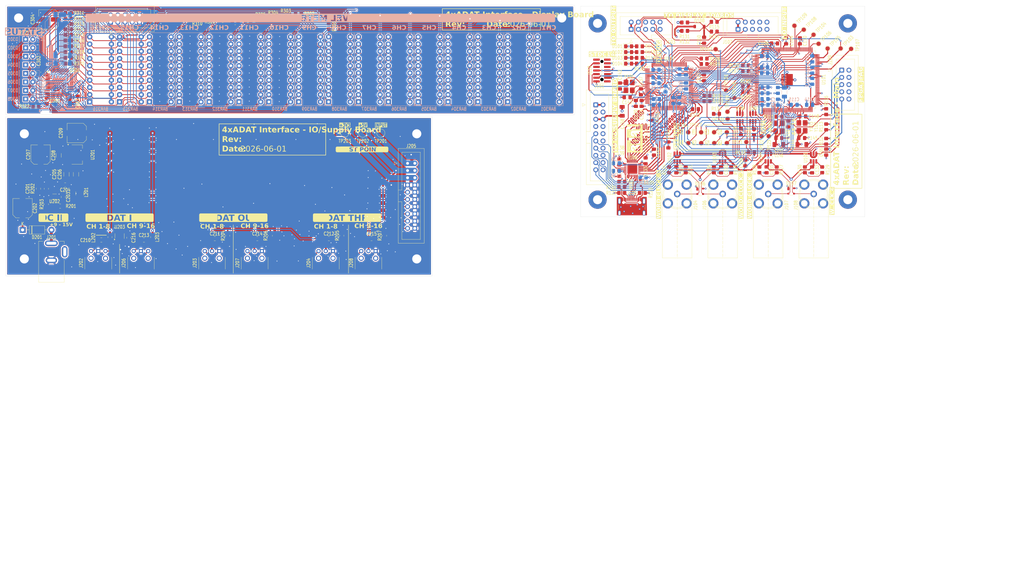
<source format=kicad_pcb>
(kicad_pcb (version 20241229) (generator "pcbnew") (generator_version "9.0")
  (layers (0 "F.Cu" signal) (2 "B.Cu" signal) (13 "F.Paste" user) (15 "B.Paste" user) (5 "F.SilkS" user "F.Silkscreen") (7 "B.SilkS" user "B.Silkscreen") (1 "F.Mask" user) (3 "B.Mask" user) (25 "Edge.Cuts" user))
  (net 0 "")
  (net 1 "/Display board/LED10")
  (net 2 "/Display board/LED19")
  (net 3 "/Display board/COM0")
  (net 4 "/Display board/LED20")
  (net 5 "/Display board/LED21")
  (net 6 "Net-(J301-SDA)")
  (net 7 "Net-(J301-A1)")
  (net 8 "Net-(J301-A0)")
  (net 9 "/Display board/SW_LB")
  (net 10 "/Display board/COM1")
  (net 11 "/Display board/COM4")
  (net 12 "/Display board/COM5")
  (net 13 "/Display board/COM3")
  (net 14 "/Display board/COM2")
  (net 15 "/Display board/LED6")
  (net 16 "/Display board/COM6")
  (net 17 "/Display board/COM7")
  (net 18 "/Display board/LED9")
  (net 19 "/Display board/LED1")
  (net 20 "/Display board/LED0")
  (net 21 "/Display board/LED5")
  (net 22 "/Display board/LED8")
  (net 23 "/Display board/LED2")
  (net 24 "/Display board/LED4")
  (net 25 "/Display board/LED3")
  (net 26 "/Display board/LED14")
  (net 27 "/Display board/LED15")
  (net 28 "/Display board/LED13")
  (net 29 "/Display board/LED16")
  (net 30 "/Display board/LED11")
  (net 31 "/Display board/LED18")
  (net 32 "/Display board/LED17")
  (net 33 "/Display board/LED12")
  (net 34 "/Display board/LED7")
  (net 35 "/Display board/DISPLAY_VCC")
  (net 36 "DISPLAY_GND")
  (net 37 "Net-(U301-ROW3)")
  (net 38 "Net-(U301-ROW4)")
  (net 39 "Net-(J301-SCL)")
  (net 40 "Net-(U301-ROW0)")
  (net 41 "Net-(U301-ROW1)")
  (net 42 "Net-(U301-ROW2)")
  (net 43 "/Display board/SW_SR")
  (net 44 "Net-(U301-ROW7)")
  (net 45 "Net-(U301-ROW6)")
  (net 46 "Net-(U301-ROW5)")
  (net 47 "Net-(U301-ROW8)")
  (net 48 "Net-(U301-ROW9)")
  (net 49 "Net-(U301-ROW20)")
  (net 50 "Net-(U301-ROW21)")
  (net 51 "Net-(U301-ROW10)")
  (net 52 "Net-(U301-ROW12)")
  (net 53 "Net-(U301-ROW13)")
  (net 54 "Net-(U301-ROW11)")
  (net 55 "Net-(U301-ROW14)")
  (net 56 "Net-(U301-ROW15)")
  (net 57 "Net-(U301-ROW16)")
  (net 58 "Net-(U301-ROW18)")
  (net 59 "Net-(U301-ROW19)")
  (net 60 "Net-(U301-ROW17)")
  (net 85 "/IO board/IO_ADAT_IN1")
  (net 86 "Net-(J202-VCC)")
  (net 87 "/IO board/IO_ADAT_OUT1")
  (net 88 "Net-(J206-VCC)")
  (net 89 "/IO board/IO_ADAT_THRU1")
  (net 90 "/IO board/IO_ADAT_OUT2")
  (net 91 "/IO board/IO_ADAT_THRU2")
  (net 92 "/IO board/IO_ADAT_IN2")
  (net 93 "+5V_IO")
  (net 94 "GND_IO")
  (net 95 "/IO board/SMPS_FEEDBACK")
  (net 96 "+12V_IO")
  (net 97 "+3.3V_IO")
  (net 98 "Net-(U202-BST)")
  (net 99 "Net-(U202-EN)")
  (net 100 "/IO board/SMPS_POWER_OUT")
  (net 101 "/IO board/POWER_IN")
  (net 102 "Net-(J202-VOUT)")
  (net 103 "Net-(J206-VOUT)")
  (net 117 "ADAT_OUT2_USER2")
  (net 118 "Net-(U101A-VCCA1)")
  (net 119 "ADAT_OUT2_USER1")
  (net 120 "I2S_CH9-16_LRCLK")
  (net 121 "GND")
  (net 122 "Net-(U107-VCAP_2)")
  (net 123 "ADAT_OUT2_USER3")
  (net 124 "/MCU and USB/ULPI_CLK")
  (net 125 "ADAT_OUT2")
  (net 126 "ADAT_THRU2")
  (net 127 "ADAT_IN2")
  (net 128 "/IO main/WORD_CLK_3_75_OHM")
  (net 129 "/IO main/WORD_CLK_4_75_OHM")
  (net 130 "ADAT_THRU1")
  (net 131 "ADAT_IN1")
  (net 132 "ADAT_OUT1")
  (net 133 "I2C_SCL")
  (net 134 "+12V")
  (net 135 "FPGA_TMS")
  (net 136 "I2C_SDA")
  (net 137 "Net-(U106-RBIAS)")
  (net 138 "SW_SAMPLERATE")
  (net 139 "SW_LOOPBACK")
  (net 140 "Net-(U106-VBUS)")
  (net 141 "FPGA_TCK")
  (net 142 "FPGA_TDI")
  (net 143 "FPGA_TDO")
  (net 144 "+3.3V")
  (net 145 "MCU_RESET")
  (net 146 "Net-(C138-Pad1)")
  (net 147 "Net-(U106-VDDA1.8)")
  (net 148 "Net-(U107-VCAP_1)")
  (net 149 "MCU_XTAL2")
  (net 150 "MCU_XTAL1")
  (net 151 "Net-(J105-CC1)")
  (net 152 "/FPGA and clock generators/CLK_48000")
  (net 153 "Net-(J105-CC2)")
  (net 154 "USB_D+")
  (net 155 "Net-(D103-A)")
  (net 156 "Net-(D104-A)")
  (net 157 "Net-(D101-A)")
  (net 158 "Net-(D102-A)")
  (net 159 "USB_VBUS")
  (net 160 "USB_D-")
  (net 161 "+5V")
  (net 162 "/IO main/WORD_CLK_2_75_OHM")
  (net 163 "/IO main/WORD_CLK_1_75_OHM")
  (net 164 "FPGA_CONF_DONE")
  (net 165 "FPGA_STATUS")
  (net 166 "I2S_CH1-8_MISO")
  (net 167 "Net-(U107-PB14)")
  (net 168 "Net-(U107-PB15)")
  (net 169 "Net-(U107-PC11)")
  (net 170 "I2S_CH1-8_MOSI")
  (net 171 "Net-(U107-PC12)")
  (net 172 "I2S_CH9-16_MISO")
  (net 173 "I2S_CH9-16_MOSI")
  (net 174 "Net-(U101B-CONFIG_SEL)")
  (net 175 "Net-(D108-K)")
  (net 176 "Net-(U101B-nCONFIG)")
  (net 177 "Net-(R121-Pad1)")
  (net 178 "Net-(R124-Pad1)")
  (net 179 "MCU_DEBUG2")
  (net 180 "Net-(R128-Pad1)")
  (net 181 "Net-(R126-Pad1)")
  (net 182 "MCU_DEBUG0")
  (net 183 "Net-(R129-Pad1)")
  (net 184 "Net-(R125-Pad1)")
  (net 185 "MCU_DEBUG3")
  (net 186 "Net-(R127-Pad1)")
  (net 187 "Net-(R130-Pad1)")
  (net 188 "MCU_DEBUG1")
  (net 189 "/FPGA and clock generators/DEBUG7")
  (net 190 "GPIO_I2S_RESYNC_REQ")
  (net 191 "/FPGA and clock generators/DEBUG1")
  (net 192 "/FPGA and clock generators/DEBUG6")
  (net 193 "ADAT_OUT1_USER0")
  (net 194 "ADAT_IN1_USER0")
  (net 195 "/FPGA and clock generators/DEBUG0")
  (net 196 "/FPGA and clock generators/DEBUG2")
  (net 197 "ADAT_IN1_USER1")
  (net 198 "GPIO_PLL_LOCKED")
  (net 199 "GPIO_I2S_RUNNING")
  (net 200 "GPIO_F_{s}_SEL")
  (net 201 "GPIO_ADAT1_LOCKED")
  (net 202 "/FPGA and clock generators/DEBUG3")
  (net 203 "/FPGA and clock generators/DEBUG4")
  (net 204 "/FPGA and clock generators/DEBUG5")
  (net 205 "GPIO_MCU_READY")
  (net 206 "ADAT_IN2_USER2")
  (net 207 "ADAT_OUT1_USER2")
  (net 208 "GPIO_ADAT2_LOCKED")
  (net 209 "ADAT_IN2_USER0")
  (net 210 "ADAT_IN2_USER1")
  (net 211 "ADAT_OUT2_USER0")
  (net 212 "SWD_SWO")
  (net 213 "SWD_SWCLK")
  (net 214 "SWD_SWDIO")
  (net 215 "ADAT_OUT1_USER1")
  (net 216 "/MCU and USB/MCO1")
  (net 217 "ADAT_IN1_USER2")
  (net 218 "/MCU and USB/ULPI_NXT")
  (net 219 "ADAT_IN2_USER3")
  (net 220 "ADAT_IN1_USER3")
  (net 221 "/MCU and USB/ULPI_DIR")
  (net 222 "/MCU and USB/ULPI_STP")
  (net 223 "ADAT_OUT1_DRIVEN")
  (net 224 "/MCU and USB/ULPI_D7")
  (net 225 "ADAT_THRU1_DRIVEN")
  (net 226 "ADAT_OUT2_DRIVEN")
  (net 227 "GPIO_LOOPBACK")
  (net 228 "ADAT_OUT1_USER3")
  (net 229 "/MCU and USB/USB_RESET")
  (net 230 "ADAT_THRU2_DRIVEN")
  (net 231 "I2S_CH1-8_LRCLK")
  (net 232 "/FPGA and clock generators/CLK_44100")
  (net 233 "WORD_CLK")
  (net 234 "I2S_CH9-16_BCLK")
  (net 235 "I2S_MCLK")
  (net 236 "I2S_CH1-8_BCLK")
  (net 237 "/MCU and USB/ULPI_D2")
  (net 238 "/MCU and USB/ULPI_D6")
  (net 239 "/MCU and USB/ULPI_D5")
  (net 240 "/MCU and USB/ULPI_D0")
  (net 241 "/MCU and USB/ULPI_D1")
  (net 242 "/MCU and USB/ULPI_D3")
  (net 243 "/MCU and USB/ULPI_D4")
  (net 244 "Net-(U101B-JTAGEN)")
  (footprint "adatv2:BNC_dosinconn_DOSIN-801-0051" (layer "F.Cu") (at 284.098 98.166 180)
    (property "Reference" "J106")
    (property "Value" "WORD_CLK_2")
  )
  (footprint "Resistor_SMD:R_0805_2012Metric_Pad1.20x1.40mm_HandSolder" (layer "F.Cu") (at 125.018 112.836 90)
    (property "Reference" "R206")
    (property "Value" "150")
  )
  (footprint "adatv2:PLx237" (layer "F.Cu") (at 144.508 122.5 180)
    (property "Reference" "J204")
    (property "Value" "PLT237")
  )
  (footprint "Capacitor_SMD:C_0805_2012Metric_Pad1.18x1.45mm_HandSolder" (layer "F.Cu") (at 267.778 89.67 -90)
    (property "Reference" "C129")
    (property "Value" "100n")
  )
  (footprint "MountingHole:MountingHole_3.2mm_M3_Pad" (layer "F.Cu") (at 36.5 36.27)
    (property "Reference" "H302" (hide yes))
    (property "Value" "M3")
  )
  (footprint "Connector_USB:USB_C_Receptacle_GCT_USB4105-xx-A_16P_TopMnt_Horizontal" (layer "F.Cu") (at 252.098 103.766)
    (property "Reference" "J105")
    (property "Value" "USB_C_Receptacle_USB2.0_14P")
  )
  (footprint "Capacitor_SMD:C_0805_2012Metric_Pad1.18x1.45mm_HandSolder" (layer "F.Cu") (at 250.506 64.143 180)
    (property "Reference" "C142")
    (property "Value" "15p")
  )
  (footprint "LED_SMD:LED_0805_2012Metric_Pad1.15x1.40mm_HandSolder" (layer "F.Cu") (at 251.014 52.332)
    (property "Reference" "D104")
    (property "Value" "RED")
  )
  (footprint "Capacitor_SMD:C_0805_2012Metric_Pad1.18x1.45mm_HandSolder" (layer "F.Cu") (at 303.846 78.494)
    (property "Reference" "C147")
    (property "Value" "100n")
  )
  (footprint "Capacitor_SMD:C_0805_2012Metric_Pad1.18x1.45mm_HandSolder" (layer "F.Cu") (at 307.148 73.541 -90)
    (property "Reference" "C149")
    (property "Value" "10p")
  )
  (footprint "Resistor_SMD:R_0805_2012Metric_Pad1.20x1.40mm_HandSolder" (layer "F.Cu") (at 277.557 52.459)
    (property "Reference" "R105")
    (property "Value" "150")
  )
  (footprint "Package_TO_SOT_SMD:SOT-23-6_Handsoldering" (layer "F.Cu") (at 268.098 85.352 -90)
    (property "Reference" "U102")
    (property "Value" "74LVC2G17")
  )
  (footprint "Resistor_SMD:R_0805_2012Metric_Pad1.20x1.40mm_HandSolder" (layer "F.Cu") (at 165.15 112.82 90)
    (property "Reference" "R207")
    (property "Value" "150")
  )
  (footprint "adatv2:PLx237" (layer "F.Cu") (at 64.508 122.5 180)
    (property "Reference" "J202")
    (property "Value" "PLR237")
  )
  (footprint "Capacitor_SMD:C_0805_2012Metric_Pad1.18x1.45mm_HandSolder" (layer "F.Cu") (at 75.229 113.546 -90)
    (property "Reference" "C216")
    (property "Value" "100n")
  )
  (footprint "Connector_IDC:IDC-Header_2x10_P2.54mm_Vertical" (layer "F.Cu") (at 239.457 66.81)
    (property "Reference" "J101")
    (property "Value" "TO_IO")
  )
  (footprint "Resistor_SMD:R_0805_2012Metric_Pad1.20x1.40mm_HandSolder" (layer "F.Cu") (at 53.98 44.188)
    (property "Reference" "R316")
    (property "Value" "270")
  )
  (footprint "Resistor_SMD:R_0805_2012Metric_Pad1.20x1.40mm_HandSolder" (layer "F.Cu") (at 277.541 50.554)
    (property "Reference" "R106")
    (property "Value" "150")
  )
  (footprint "Resistor_SMD:R_0805_2012Metric_Pad1.20x1.40mm_HandSolder" (layer "F.Cu") (at 46.27 101.779 -90)
    (property "Reference" "R203")
    (property "Value" "1.5k")
  )
  (footprint "TestPoint:TestPoint_Pad_D1.5mm" (layer "F.Cu") (at 271.969 76.462)
    (property "Reference" "TP110" (hide yes))
    (property "Value" "DEBUG0")
  )
  (footprint "TestPoint:TestPoint_Pad_D1.5mm" (layer "F.Cu") (at 309.307 38.997)
    (property "Reference" "TP109")
    (property "Value" "GPIO_ADAT2_LOCKED")
  )
  (footprint "Capacitor_SMD:C_0805_2012Metric_Pad1.18x1.45mm_HandSolder" (layer "F.Cu") (at 259.904 83.447 -90)
    (property "Reference" "C152")
    (property "Value" "100n")
  )
  (footprint "Resistor_SMD:R_0805_2012Metric_Pad1.20x1.40mm_HandSolder" (layer "F.Cu") (at 278.573 63.635)
    (property "Reference" "R104")
    (property "Value" "150")
  )
  (footprint "Capacitor_SMD:C_1206_3216Metric_Pad1.33x1.80mm_HandSolder" (layer "F.Cu") (at 311.9355 80.78)
    (property "Reference" "C144")
    (property "Value" "10u")
  )
  (footprint "adatv2:BNC_dosinconn_DOSIN-801-0051" (layer "F.Cu") (at 300.098 98.166 180)
    (property "Reference" "J107")
    (property "Value" "WORD_CLK_3")
  )
  (footprint "TestPoint:TestPoint_Pad_D1.5mm" (layer "F.Cu") (at 281.113 80.272 180)
    (property "Reference" "TP115" (hide yes))
    (property "Value" "DEBUG5")
  )
  (footprint "Resistor_SMD:R_0805_2012Metric_Pad1.20x1.40mm_HandSolder" (layer "F.Cu") (at 145.563 39.235 -90)
    (property "Reference" "R301")
    (property "Value" "330")
  )
  (footprint "Resistor_SMD:R_0805_2012Metric_Pad1.20x1.40mm_HandSolder" (layer "F.Cu") (at 255.84 97.798)
    (property "Reference" "R123")
    (property "Value" "5.1k")
  )
  (footprint "Capacitor_SMD:C_0805_2012Metric_Pad1.18x1.45mm_HandSolder" (layer "F.Cu") (at 52.874 95 180)
    (property "Reference" "C204")
    (property "Value" "100n")
  )
  (footprint "Resistor_SMD:R_0805_2012Metric_Pad1.20x1.40mm_HandSolder" (layer "F.Cu") (at 248.601 97.798 180)
    (property "Reference" "R122")
    (property "Value" "5.1k")
  )
  (footprint "Oscillator:Oscillator_SMD_Abracon_ASE-4Pin_3.2x2.5mm_HandSoldering" (layer "F.Cu") (at 311.974 74.557 90)
    (property "Reference" "Y102")
    (property "Value" "OT2EL89CJI-111YLC-11.2896M")
  )
  (footprint "Resistor_SMD:R_0805_2012Metric_Pad1.20x1.40mm_HandSolder" (layer "F.Cu") (at 254.824 52.332)
    (property "Reference" "R120")
    (property "Value" "1k")
  )
  (footprint "Capacitor_SMD:C_0805_2012Metric_Pad1.18x1.45mm_HandSolder" (layer "F.Cu") (at 43.476 96.2965 -90)
    (property "Reference" "C201")
    (property "Value" "10p")
  )
  (footprint "Capacitor_SMD:C_0805_2012Metric_Pad1.18x1.45mm_HandSolder" (layer "F.Cu") (at 292.035 87.257 -90)
    (property "Reference" "C156")
    (property "Value" "100n")
  )
  (footprint "Resistor_SMD:R_0805_2012Metric_Pad1.20x1.40mm_HandSolder" (layer "F.Cu") (at 320.483 74.573 -90)
    (property "Reference" "R113")
    (property "Value" "10k")
  )
  (footprint "Package_TO_SOT_SMD:SOT-23-6_Handsoldering" (layer "F.Cu") (at 284.034 85.352 -90)
    (property "Reference" "U103")
    (property "Value" "74LVC2G17")
  )
  (footprint "adatv2:PLx237" (layer "F.Cu") (at 119.508 122.5 180)
    (property "Reference" "J207")
    (property "Value" "PLT237")
  )
  (footprint "Package_TO_SOT_SMD:SOT-23-6_Handsoldering" (layer "F.Cu") (at 300.102 85.352 -90)
    (property "Reference" "U104")
    (property "Value" "74LVC2G17")
  )
  (footprint "Resistor_SMD:R_0805_2012Metric_Pad1.20x1.40mm_HandSolder" (layer "F.Cu") (at 281.908 69.985)
    (property "Reference" "R134")
    (property "Value" "150")
  )
  (footprint "Connector_IDC:IDC-Header_2x10_P2.54mm_Vertical" (layer "F.Cu") (at 173.273 87.384)
    (property "Reference" "J205")
    (property "Value" "TO_MAIN")
  )
  (footprint "LED_SMD:LED_0805_2012Metric_Pad1.15x1.40mm_HandSolder" (layer "F.Cu") (at 251.014 46.236)
    (property "Reference" "D101")
    (property "Value" "RED")
  )
  (footprint "Capacitor_SMD:C_0805_2012Metric_Pad1.18x1.45mm_HandSolder" (layer "F.Cu") (at 256.983 86.5165 90)
    (property "Reference" "C133")
    (property "Value" "100n")
  )
  (footprint "Resistor_SMD:R_0805_2012Metric_Pad1.20x1.40mm_HandSolder" (layer "F.Cu") (at 53.98 38.346)
    (property "Reference" "R313")
    (property "Value" "270")
  )
  (footprint "Resistor_SMD:R_0805_2012Metric_Pad1.20x1.40mm_HandSolder" (layer "F.Cu") (at 320.483 79.637 -90)
    (property "Reference" "R112")
    (property "Value" "10k")
  )
  (footprint "Resistor_SMD:R_0805_2012Metric_Pad1.20x1.40mm_HandSolder" (layer "F.Cu") (at 248.617 93.861)
    (property "Reference" "R102")
    (property "Value" "12k/1%")
  )
  (footprint "Capacitor_SMD:C_0805_2012Metric_Pad1.18x1.45mm_HandSolder" (layer "F.Cu") (at 255.586 66.302 -90)
    (property "Reference" "C119")
    (property "Value" "100n")
  )
  (footprint "Resistor_SMD:R_0805_2012Metric_Pad1.20x1.40mm_HandSolder" (layer "F.Cu") (at 303.084 89.67 -90)
    (property "Reference" "R127")
    (property "Value" "20")
  )
  (footprint "Capacitor_SMD:C_0805_2012Metric_Pad1.18x1.45mm_HandSolder" (layer "F.Cu") (at 120.446 113.836)
    (property "Reference" "C214")
    (property "Value" "100n")
  )
  (footprint "Resistor_SMD:R_0805_2012Metric_Pad1.20x1.40mm_HandSolder" (layer "F.Cu") (at 126.005 36.06)
    (property "Reference" "R304")
    (property "Value" "270")
  )
  (footprint "Resistor_SMD:R_0805_2012Metric_Pad1.20x1.40mm_HandSolder" (layer "F.Cu") (at 108.225 38.6)
    (property "Reference" "R308")
    (property "Value" "270")
  )
  (footprint "Resistor_SMD:R_0805_2012Metric_Pad1.20x1.40mm_HandSolder" (layer "F.Cu") (at 296.988 89.67 -90)
    (property "Reference" "R128")
    (property "Value" "20")
  )
  (footprint "Capacitor_SMD:C_0805_2012Metric_Pad1.18x1.45mm_HandSolder" (layer "F.Cu") (at 283.526 89.67 -90)
    (property "Reference" "C130")
    (property "Value" "100n")
  )
  (footprint "TestPoint:TestPoint_Pad_D1.5mm" (layer "F.Cu") (at 281.069 76.462)
    (property "Reference" "TP114" (hide yes))
    (property "Value" "DEBUG4")
  )
  (footprint "Resistor_SMD:R_0805_2012Metric_Pad1.20x1.40mm_HandSolder" (layer "F.Cu") (at 99.335 39.87)
    (property "Reference" "R310")
    (property "Value" "270")
  )
  (footprint "MountingHole:MountingHole_3.2mm_M3_Pad" (layer "F.Cu") (at 240.098 100.166)
    (property "Reference" "H101" (hide yes))
    (property "Value" "M3")
  )
  (footprint "Capacitor_SMD:C_0805_2012Metric_Pad1.18x1.45mm_HandSolder" (layer "F.Cu") (at 247.712 90.94 -90)
    (property "Reference" "C139")
    (property "Value" "4.7u")
  )
  (footprint "Capacitor_SMD:C_Elec_6.3x5.4" (layer "F.Cu") (at 37.896 103.168 90)
    (property "Reference" "C202")
    (property "Value" "100u")
  )
  (footprint "TestPoint:TestPoint_Pad_D1.5mm" (layer "F.Cu") (at 276.519 76.462)
    (property "Reference" "TP112" (hide yes))
    (property "Value" "DEBUG2")
  )
  (footprint "Capacitor_SMD:C_0805_2012Metric_Pad1.18x1.45mm_HandSolder" (layer "F.Cu") (at 145.592 113.836)
    (property "Reference" "C212")
    (property "Value" "100n")
  )
  (footprint "adatv2:PLx237" (layer "F.Cu") (at 159.508 122.5 180)
    (property "Reference" "J208")
    (property "Value" "PLT237")
  )
  (footprint "Resistor_SMD:R_0805_2012Metric_Pad1.20x1.40mm_HandSolder" (layer "F.Cu") (at 53.996 42.156)
    (property "Reference" "R315")
    (property "Value" "270")
  )
  (footprint "MountingHole:MountingHole_3.2mm_M3_Pad" (layer "F.Cu") (at 176.508 77 180)
    (property "Reference" "H204")
    (property "Value" "M3")
  )
  (footprint "Package_TO_SOT_SMD:SOT-143" (layer "F.Cu") (at 254.316 94.242 -90)
    (property "Reference" "D105")
    (property "Value" "PRTR5V0U2X")
  )
  (footprint "Diode_THT:D_DO-41_SOD81_P10.16mm_Horizontal" (layer "F.Cu") (at 37.896 110.788)
    (property "Reference" "D201")
    (property "Value" "1N5819")
  )
  (footprint "MountingHole:MountingHole_3.2mm_M3_Pad" (layer "F.Cu") (at 38.508 121 180)
    (property "Reference" "H202")
    (property "Value" "M3")
  )
  (footprint "Capacitor_SMD:C_0805_2012Metric_Pad1.18x1.45mm_HandSolder" (layer "F.Cu") (at 295.083 76.3565 -90)
    (property "Reference" "C160")
    (property "Value" "100n")
  )
  (footprint "Resistor_SMD:R_0805_2012Metric_Pad1.20x1.40mm_HandSolder" (layer "F.Cu") (at 292.178 60.206)
    (property "Reference" "R109")
    (property "Value" "10k")
  )
  (footprint "Connector_IDC:IDC-Header_2x05_P2.54mm_Vertical" (layer "F.Cu") (at 325.944 54.618)
    (property "Reference" "J109")
    (property "Value" "FPGA_JTAG")
  )
  (footprint "Resistor_SMD:R_0805_2012Metric_Pad1.20x1.40mm_HandSolder" (layer "F.Cu") (at 42.55 41.394 180)
    (property "Reference" "R321")
    (property "Value" "330")
  )
  (footprint "Resistor_SMD:R_0805_2012Metric_Pad1.20x1.40mm_HandSolder" (layer "F.Cu") (at 280.986 89.67 -90)
    (property "Reference" "R126")
    (property "Value" "20")
  )
  (footprint "Resistor_SMD:R_0805_2012Metric_Pad1.20x1.40mm_HandSolder" (layer "F.Cu") (at 270.715 40.806)
    (property "Reference" "R132")
    (property "Value" "1k")
  )
  (footprint "LED_SMD:LED_0805_2012Metric_Pad1.15x1.40mm_HandSolder" (layer "F.Cu") (at 251.014 48.268)
    (property "Reference" "D102")
    (property "Value" "RED")
  )
  (footprint "TestPoint:TestPoint_Pad_D1.5mm" (layer "F.Cu") (at 285.558 76.462)
    (property "Reference" "TP116" (hide yes))
    (property "Value" "DEBUG6")
  )
  (footprint "Capacitor_SMD:C_0805_2012Metric_Pad1.18x1.45mm_HandSolder" (layer "F.Cu") (at 290.4856 76.208 -90)
    (property "Reference" "C159")
    (property "Value" "100n")
  )
  (footprint "TestPoint:TestPoint_Pad_D1.5mm" (layer "F.Cu") (at 300.29 77.859 -90)
    (property "Reference" "TP123")
    (property "Value" "ADAT_THRU2")
  )
  (footprint "Resistor_SMD:R_0805_2012Metric_Pad1.20x1.40mm_HandSolder" (layer "F.Cu") (at 265.238 89.67 -90)
    (property "Reference" "R124")
    (property "Value" "20")
  )
  (footprint "TestPoint:TestPoint_Pad_D1.5mm" (layer "F.Cu") (at 288.1996 64.4224)
    (property "Reference" "TP118")
    (property "Value" "ADAT_IN2")
  )
  (footprint "Package_DFN_QFN:QFN-32-1EP_5x5mm_P0.5mm_EP3.45x3.45mm" (layer "F.Cu") (at 252.312 89.3135 90)
    (property "Reference" "U106")
    (property "Value" "USB3300-EZK")
  )
  (footprint "Capacitor_SMD:C_0805_2012Metric_Pad1.18x1.45mm_HandSolder" (layer "F.Cu") (at 277.557 57.3065 90)
    (property "Reference" "C157")
    (property "Value" "100n")
  )
  (footprint "Package_TO_SOT_SMD:SOT-143" (layer "F.Cu") (at 276.176 97.224)
    (property "Reference" "D106")
    (property "Value" "PRTR5V0U2X")
  )
  (footprint "TestPoint:TestPoint_Pad_D2.5mm" (layer "F.Cu") (at 157.53 76.752 180)
    (property "Reference" "TP202")
    (property "Value" "+5V_IO")
  )
  (footprint "MountingHole:MountingHole_3.2mm_M3_Pad" (layer "F.Cu") (at 328.098 100.166)
    (property "Reference" "H102" (hide yes))
    (property "Value" "M3")
  )
  (footprint "Package_TO_SOT_SMD:SOT-223-3_TabPin2" (layer "F.Cu") (at 57.048 84.3195)
    (property "Reference" "U201")
    (property "Value" "AMS1117-3.3")
  )
  (footprint "adatv2:EQFP-144-1EP_20x20mm_P0.5mm_EP4x4mm" (layer "F.Cu") (at 306.743 57.98 90)
    (property "Reference" "U101")
    (property "Value" "10M02SCE144")
  )
  (footprint "Capacitor_SMD:C_0805_2012Metric_Pad1.18x1.45mm_HandSolder" (layer "F.Cu") (at 299.528 89.67 -90)
    (property "Reference" "C131")
    (property "Value" "100n")
  )
  (footprint "Capacitor_SMD:C_0805_2012Metric_Pad1.18x1.45mm_HandSolder" (layer "F.Cu") (at 312.228 70.874)
    (property "Reference" "C148")
    (property "Value" "10p")
  )
  (footprint "Capacitor_SMD:C_1206_3216Metric_Pad1.33x1.80mm_HandSolder" (layer "F.Cu") (at 248.728 69.096 90)
    (property "Reference" "C158")
    (property "Value" "10u")
  )
  (footprint "Oscillator:Oscillator_SMD_Abracon_ASE-4Pin_3.2x2.5mm_HandSoldering" (layer "F.Cu") (at 303.846 74.684 90)
    (property "Reference" "Y103")
    (property "Value" "ECS-TXO-3225MV-122.8-TR")
  )
  (footprint "TestPoint:TestPoint_Pad_D1.5mm" (layer "F.Cu") (at 312.609 40.394)
    (property "Reference" "TP108")
    (property "Value" "GPIO_ADAT1_LOCKED")
  )
  (footprint "Capacitor_SMD:C_Elec_6.3x5.4" (layer "F.Cu") (at 56.9435 76.752 180)
    (property "Reference" "C209")
    (property "Value" "100u")
  )
  (footprint "MountingHole:MountingHole_3.2mm_M3_Pad" (layer "F.Cu") (at 328.098 38.166)
    (property "Reference" "H104" (hide yes))
    (property "Value" "M3")
  )
  (footprint "Resistor_SMD:R_0805_2012Metric_Pad1.20x1.40mm_HandSolder" (layer "F.Cu") (at 292.162 62.238)
    (property "Reference" "R108")
    (property "Value" "10k")
  )
  (footprint "Capacitor_SMD:C_0805_2012Metric_Pad1.18x1.45mm_HandSolder" (layer "F.Cu") (at 43.582 55.364 90)
    (property "Reference" "C302")
    (property "Value" "100n")
  )
  (footprint "Capacitor_SMD:C_0805_2012Metric_Pad1.18x1.45mm_HandSolder" (layer "F.Cu") (at 311.212 44.331 90)
    (property "Reference" "C110")
    (property "Value" "100n")
  )
  (footprint "Capacitor_SMD:C_0805_2012Metric_Pad1.18x1.45mm_HandSolder" (layer "F.Cu") (at 105.4815 113.836)
    (property "Reference" "C211")
    (property "Value" "100n")
  )
  (footprint "Resistor_SMD:R_0805_2012Metric_Pad1.20x1.40mm_HandSolder" (layer "F.Cu") (at 112.67 37.965)
    (property "Reference" "R307")
    (property "Value" "270")
  )
  (footprint "Package_TO_SOT_SMD:SOT-23-6_Handsoldering" (layer "F.Cu") (at 71.993 112.958 90)
    (property "Reference" "U203")
    (property "Value" "74LVC2G17")
  )
  (footprint "Resistor_SMD:R_0805_2012Metric_Pad1.20x1.40mm_HandSolder" (layer "F.Cu") (at 320.483 69.207 90)
    (property "Reference" "R116")
    (property "Value" "10k")
  )
  (footprint "TestPoint:TestPoint_Pad_D1.5mm" (layer "F.Cu") (at 285.558 80.272 180)
    (property "Reference" "TP117" (hide yes))
    (property "Value" "DEBUG7")
  )
  (footprint "Resistor_SMD:R_0805_2012Metric_Pad1.20x1.40mm_HandSolder" (layer "F.Cu") (at 150.164 112.82 90)
    (property "Reference" "R205")
    (property "Value" "150")
  )
  (footprint "Capacitor_SMD:C_0805_2012Metric_Pad1.18x1.45mm_HandSolder" (layer "F.Cu") (at 247.966 60.1845 -90)
    (property "Reference" "C143")
    (property "Value" "15p")
  )
  (footprint "MountingHole:MountingHole_3.2mm_M3_Pad" (layer "F.Cu") (at 38.508 77 180)
    (property "Reference" "H203")
    (property "Value" "M3")
  )
  (footprint "MountingHole:MountingHole_3.2mm_M3_Pad" (layer "F.Cu") (at 240.098 38.166)
    (property "Reference" "H103" (hide yes))
    (property "Value" "M3")
  )
  (footprint "Resistor_SMD:R_0805_2012Metric_Pad1.20x1.40mm_HandSolder" (layer "F.Cu") (at 281.113 41.06 180)
    (property "Reference" "R114")
    (property "Value" "5.1k")
  )
  (footprint "Capacitor_SMD:C_0805_2012Metric_Pad1.18x1.45mm_HandSolder" (layer "F.Cu") (at 80.568 114.344 180)
    (property "Reference" "C213")
    (property "Value" "100n")
  )
  (footprint "Inductor_SMD:L_1210_3225Metric_Pad1.42x2.65mm_HandSolder" (layer "F.Cu") (at 58 97.969 90)
    (property "Reference" "L201")
    (property "Value" "3.3u")
  )
  (footprint "adatv2:PLx237" (layer "F.Cu") (at 79.508 122.5 180)
    (property "Reference" "J206")
    (property "Value" "PLR237")
  )
  (footprint "TestPoint:TestPoint_Pad_D1.5mm" (layer "F.Cu") (at 281.621 47.252)
    (property "Reference" "TP102")
    (property "Value" "FPGA_CONF_DONE")
  )
  (footprint "Resistor_SMD:R_0805_2012Metric_Pad1.20x1.40mm_HandSolder" (layer "F.Cu") (at 270.715 37.856)
    (property "Reference" "R131")
    (property "Value" "1k")
  )
  (footprint "adatv2:PLx237" (layer "F.Cu") (at 104.508 122.5 180)
    (property "Reference" "J203")
    (property "Value" "PLT237")
  )
  (footprint "Connector_IDC:IDC-Header_2x05_P2.54mm_Vertical" (layer "F.Cu") (at 68.84 37.77 90)
    (property "Reference" "J301")
    (property "Value" "TO_MAIN")
  )
  (footprint "Capacitor_SMD:C_1206_3216Metric_Pad1.33x1.80mm_HandSolder" (layer "F.Cu") (at 53.334 91.238 90)
    (property "Reference" "C205")
    (property "Value" "10u")
  )
  (footprint "Oscillator:Oscillator_SMD_Abracon_ASE-4Pin_3.2x2.5mm_HandSoldering" (layer "F.Cu") (at 251.184 60.311 90)
    (property "Reference" "Y101")
    (property "Value" "24.000MHz")
  )
  (footprint "Resistor_SMD:R_0805_2012Metric_Pad1.20x1.40mm_HandSolder" (layer "F.Cu") (at 46.27 96.318 -90)
    (property "Reference" "R202")
    (property "Value" "11k")
  )
  (footprint "Resistor_SMD:R_0805_2012Metric_Pad1.20x1.40mm_HandSolder" (layer "F.Cu") (at 53.996 50.284)
    (property "Reference" "R319")
    (property "Value" "270")
  )
  (footprint "Connector_IDC:IDC-Header_2x05_P2.54mm_Vertical" (layer "F.Cu") (at 251.903 40.267 90)
    (property "Reference" "J103")
    (property "Value" "TO_DISP_OUTPUT")
  )
  (footprint "TestPoint:TestPoint_Pad_D1.5mm" (layer "F.Cu") (at 317.816 45.347)
    (property "Reference" "TP106")
    (property "Value" "GPIO_I2S_RESYNC_REQ")
  )
  (footprint "Capacitor_SMD:C_0805_2012Metric_Pad1.18x1.45mm_HandSolder" (layer "F.Cu") (at 320.483 83.4255 -90)
    (property "Reference" "C155")
    (property "Value" "100n")
  )
  (footprint "Capacitor_SMD:C_0805_2012Metric_Pad1.18x1.45mm_HandSolder" (layer "F.Cu") (at 264.984 80.907 -90)
    (property "Reference" "C151")
    (property "Value" "10n")
  )
  (footprint "Capacitor_SMD:C_1206_3216Metric_Pad1.33x1.80mm_HandSolder" (layer "F.Cu") (at 50.596 84.5875 90)
    (property "Reference" "C208")
    (property "Value" "10u")
  )
  (footprint "MountingHole:MountingHole_3.2mm_M3_Pad" (layer "F.Cu") (at 176.508 121 180)
    (property "Reference" "H201" (hide yes))
    (property "Value" "M3")
  )
  (footprint "Capacitor_SMD:C_0805_2012Metric_Pad1.18x1.45mm_HandSolder" (layer "F.Cu") (at 277.557 44.0985 -90)
    (property "Reference" "C150")
    (property "Value" "1u")
  )
  (footprint "Capacitor_SMD:C_Elec_6.3x5.4" (layer "F.Cu") (at 44.246 84.3335 90)
    (property "Reference" "C207")
    (property "Value" "100u")
  )
  (footprint "TestPoint:TestPoint_Pad_D1.5mm" (layer "F.Cu") (at 325.563 46.998)
    (property "Reference" "TP103")
    (property "Value" "GPIO_MCU_READY")
  )
  (footprint "Connector_IDC:IDC-Header_2x05_P2.54mm_Vertical" (layer "F.Cu") (at 289.495 40.267 90)
    (property "Reference" "J102")
    (property "Value" "TO_DISP_INPUT")
  )
  (footprint "TestPoint:TestPoint_Pad_D1.5mm" (layer "F.Cu") (at 271.969 80.272 180)
    (property "Reference" "TP111" (hide yes))
    (property "Value" "DEBUG1")
  )
  (footprint "Inductor_SMD:L_0805_2012Metric_Pad1.15x1.40mm_HandSolder" (layer "F.Cu") (at 83.616 113.337 -90)
    (property "Reference" "L203")
    (property "Value" "47u")
  )
  (footprint "Package_QFP:LQFP-100_14x14mm_P0.5mm" (layer "F.Cu") (at 265.302 60.261)
    (property "Reference" "U107")
    (property "Value" "STM32F429VET6")
  )
  (footprint "Capacitor_SMD:C_0805_2012Metric_Pad1.18x1.45mm_HandSolder" (layer "F.Cu") (at 274.509 68.334)
    (property "Reference" "C121")
    (property "Value" "100n")
  )
  (footprint "TestPoint:TestPoint_Pad_D1.5mm" (layer "F.Cu") (at 316.038 42.172)
    (property "Reference" "TP104")
    (property "Value" "GPIO_F_{s}_SEL")
  )
  (footprint "Capacitor_SMD:C_Elec_6.3x5.4" (layer "F.Cu") (at 47 36.77 180)
    (property "Reference" "C304")
    (property "Value" "100u")
  )
  (footprint "TestPoint:TestPoint_Pad_D1.5mm" (layer "F.Cu") (at 320.991 46.998)
    (property "Reference" "TP105")
    (property "Value" "GPIO_PLL_LOCKED")
  )
  (footprint "Resistor_SMD:R_0805_2012Metric_Pad1.20x1.40mm_HandSolder" (layer "F.Cu") (at 312.99 89.67 -90)
    (property "Reference" "R130")
    (property "Value" "20")
  )
  (footprint "Resistor_SMD:R_0805_2012Metric_Pad1.20x1.40mm_HandSolder" (layer "F.Cu") (at 121.56 36.695)
    (property "Reference" "R305")
    (property "Value" "270")
  )
  (footprint "Resistor_SMD:R_0805_2012Metric_Pad1.20x1.40mm_HandSolder" (layer "F.Cu") (at 248.585 95.766 180)
    (property "Reference" "R101")
    (property "Value" "1k")
  )
  (footprint "TestPoint:TestPoint_Pad_D2.5mm" (layer "F.Cu") (at 151.18 76.752 180)
    (property "Reference" "TP203")
    (property "Value" "+3.3V_IO")
  )
  (footprint "Package_TO_SOT_SMD:SOT-563" (layer "F.Cu") (at 49.1415 99.104 180)
    (property "Reference" "U202")
    (property "Value" "TPS56124x")
  )
  (footprint "Resistor_SMD:R_0805_2012Metric_Pad1.20x1.40mm_HandSolder" (layer "F.Cu") (at 292.178 52.967)
    (property "Reference" "R110")
    (property "Value" "10k")
  )
  (footprint "TestPoint:TestPoint_Pad_D1.5mm" (layer "F.Cu") (at 285.304 61.73)
    (property "Reference" "TP101")
    (property "Value" "FPGA_STATUS")
  )
  (footprint "TestPoint:TestPoint_Pad_D2.5mm" (layer "F.Cu") (at 163.88 76.752 180)
    (property "Reference" "TP201")
    (property "Value" "+12V_IO")
  )
  (footprint "TestPoint:TestPoint_Pad_D1.5mm" (layer "F.Cu") (at 292.416 79.891 90)
    (property "Reference" "TP121")
    (property "Value" "ADAT_IN1")
  )
  (footprint "Capacitor_SMD:C_0805_2012Metric_Pad1.18x1.45mm_HandSolder" (layer "F.Cu") (at 315.53 89.6915 -90)
    (property "Reference" "C132")
    (property "Value" "100n")
  )
  (footprint "Resistor_SMD:R_0805_2012Metric_Pad1.20x1.40mm_HandSolder" (layer "F.Cu") (at 42.582 67.302 180)
    (property "Reference" "R322")
    (property "Value" "270")
  )
  (footprint "Capacitor_SMD:C_1206_3216Metric_Pad1.33x1.80mm_HandSolder" (layer "F.Cu") (at 56.684 91.238 90)
    (property "Reference" "C206")
    (property "Value" "10u")
  )
  (footprint "Resistor_SMD:R_0805_2012Metric_Pad1.20x1.40mm_HandSolder" (layer "F.Cu") (at 134.895 34.79)
    (property "Reference" "R302")
    (property "Value" "330")
  )
  (footprint "Resistor_SMD:R_0805_2012Metric_Pad1.20x1.40mm_HandSolder" (layer "F.Cu") (at 53.98 36.441)
    (property "Reference" "R312")
    (property "Value" "330")
  )
  (footprint "Capacitor_SMD:C_0805_2012Metric_Pad1.18x1.45mm_HandSolder" (layer "F.Cu") (at 160.5995 113.836)
    (property "Reference" "C215")
    (property "Value" "100n")
  )
  (footprint "MountingHole:MountingHole_3.2mm_M3_Pad" (layer "F.Cu") (at 227.5 36.27)
    (property "Reference" "H301" (hide yes))
    (property "Value" "M3")
  )
  (footprint "Diode_SMD:D_SOD-123" (layer "F.Cu") (at 275.905 39.282 180)
    (property "Reference" "D108")
    (property "Value" "3V")
  )
  (footprint "Capacitor_SMD:C_0805_2012Metric_Pad1.18x1.45mm_HandSolder" (layer "F.Cu") (at 52.239 99.239 90)
    (property "Reference" "C203")
    (property "Value" "100n")
  )
  (footprint "Resistor_SMD:R_0805_2012Metric_Pad1.20x1.40mm_HandSolder" (layer "F.Cu") (at 278.573 65.54)
    (property "Reference" "R103")
    (property "Value" "150")
  )
  (footprint "Resistor_SMD:R_0805_2012Metric_Pad1.20x1.40mm_HandSolder" (layer "F.Cu") (at 319.086 89.67 -90)
    (property "Reference" "R129")
    (property "Value" "20")
  )
  (footprint "LED_SMD:LED_0805_2012Metric_Pad1.15x1.40mm_HandSolder" (layer "F.Cu") (at 251.014 50.3)
    (property "Reference" "D103")
    (property "Value" "RED")
  )
  (footprint "Resistor_SMD:R_0805_2012Metric_Pad1.20x1.40mm_HandSolder" (layer "F.Cu") (at 254.824 48.268)
    (property "Reference" "R118")
    (property "Value" "1k")
  )
  (footprint "TestPoint:TestPoint_Pad_D1.5mm" (layer "F.Cu") (at 297.75 77.859 90)
    (property "Reference" "TP122")
    (property "Value" "ADAT_THRU1")
  )
  (footprint "TestPoint:TestPoint_Pad_D1.5mm" (layer "F.Cu") (at 285.812 71.763 90)
    (property "Reference" "TP120")
    (property "Value" "ADAT_OUT2")
  )
  (footprint "Resistor_SMD:R_0805_2012Metric_Pad1.20x1.40mm_HandSolder" (layer "F.Cu") (at 130.45 35.425)
    (property "Reference" "R303")
    (property "Value" "270")
  )
  (footprint "Capacitor_SMD:C_0805_2012Metric_Pad1.18x1.45mm_HandSolder" (layer "F.Cu") (at 65.582 114.344 180)
    (property "Reference" "C210")
    (property "Value" "100n")
  )
  (footprint "Package_TO_SOT_SMD:SOT-143" (layer "F.Cu") (at 308.18 97.102)
    (property "Reference" "D107")
    (property "Value" "PRTR5V0U2X")
  )
  (footprint "Resistor_SMD:R_0805_2012Metric_Pad1.20x1.40mm_HandSolder" (layer "F.Cu") (at 287.082 89.67 -90)
    (property "Reference" "R125")
    (property "Value" "20")
  )
  (footprint "Package_TO_SOT_SMD:SOT-23-6_Handsoldering" (layer "F.Cu") (at 290.1452 71.302 -90)
    (property "Reference" "U108")
    (property "Value" "74LVC2G17")
  )
  (footprint "Package_TO_SOT_SMD:SOT-23-6_Handsoldering" (layer "F.Cu") (at 316.038 85.352 -90)
    (property "Reference" "U105")
    (property "Value" "74LVC2G17")
  )
  (footprint "Capacitor_SMD:C_0805_2012Metric_Pad1.18x1.45mm_HandSolder" (layer "F.Cu") (at 311.8685 78.494)
    (property "Reference" "C145")
    (property "Value" "100n")
  )
  (footprint "Resistor_SMD:R_0805_2012Metric_Pad1.20x1.40mm_HandSolder" (layer "F.Cu") (at 103.78 39.235)
    (property "Reference" "R309")
    (property "Value" "270")
  )
  (footprint "Capacitor_SMD:C_0805_2012Metric_Pad1.18x1.45mm_HandSolder" (layer "F.Cu") (at 46.376 65.397 -90)
    (property "Reference" "C301")
    (property "Value" "100n")
  )
  (footprint "Resistor_SMD:R_0805_2012Metric_Pad1.20x1.40mm_HandSolder" (layer "F.Cu") (at 117.115 37.33)
    (property "Reference" "R306")
    (property "Value" "270")
  )
  (footprint "Capacitor_SMD:C_0805_2012Metric_Pad1.18x1.45mm_HandSolder" (layer "F.Cu") (at 247.712 86.8975 90)
    (property "Reference" "C138")
    (property "Value" "4.7u")
  )
  (footprint "Resistor_SMD:R_0805_2012Metric_Pad1.20x1.40mm_HandSolder" (layer "F.Cu") (at 303.973 71.001 180)
    (property "Reference" "R111")
    (property "Value" "10k")
  )
  (footprint "Capacitor_SMD:C_0805_2012Metric_Pad1.18x1.45mm_HandSolder" (layer "F.Cu") (at 302.322 45.22)
    (property "Reference" "C108")
    (property "Value" "100n")
  )
  (footprint "Resistor_SMD:R_0805_2012Metric_Pad1.20x1.40mm_HandSolder" (layer "F.Cu") (at 53.98 34.536)
    (property "Reference" "R311")
    (property "Value" "330")
  )
  (footprint "TestPoint:TestPoint_Pad_D1.5mm" (layer "F.Cu") (at 285.7612 69.2484 180)
    (property "Reference" "TP119")
    (property "Value" "ADAT_OUT1")
  )
  (footprint "Resistor_SMD:R_0805_2012Metric_Pad1.20x1.40mm_HandSolder" (layer "F.Cu") (at 292.178 54.872)
    (property "Reference" "R107")
    (property "Value" "10k")
  )
  (footprint "Resistor_SMD:R_0805_2012Metric_Pad1.20x1.40mm_HandSolder" (layer "F.Cu") (at 53.996 52.316)
    (property "Reference" "R320")
    (property "Value" "270")
  )
  (footprint "Resistor_SMD:R_0805_2012Metric_Pad1.20x1.40mm_HandSolder" (layer "F.Cu") (at 281.113 37.631 180)
    (property "Reference" "R115")
    (property "Value" "5.1k")
  )
  (footprint "Capacitor_SMD:C_0805_2012Metric_Pad1.18x1.45mm_HandSolder" (layer "F.Cu") (at 253.554 66.302 -90)
    (property "Reference" "C120")
    (property "Value" "100n")
  )
  (footprint "TestPoint:TestPoint_Pad_D1.5mm" (layer "F.Cu") (at 276.541 80.272 180)
    (property "Reference" "TP113" (hide yes))
    (property "Value" "DEBUG3")
  )
  (footprint "Capacitor_SMD:C_0805_2012Metric_Pad1.18x1.45mm_HandSolder" (layer "F.Cu") (at 255.332 62.238 -90)
    (property "Reference" "C137")
    (property "Value" "100n")
  )
  (footprint "Inductor_SMD:L_0805_2012Metric_Pad1.15x1.40mm_HandSolder" (layer "F.Cu") (at 68.63 113.337 -90)
    (property "Reference" "L202")
    (property "Value" "47u")
  )
  (footprint "Resistor_SMD:R_0805_2012Metric_Pad1.20x1.40mm_HandSolder" (layer "F.Cu") (at 110.032 112.82 90)
    (property "Reference" "R204")
    (property "Value" "150")
  )
  (footprint "Capacitor_SMD:C_1206_3216Metric_Pad1.33x1.80mm_HandSolder" (layer "F.Cu") (at 303.846 80.78)
    (property "Reference" "C146")
    (property "Value" "10u")
  )
  (footprint "Resistor_SMD:R_0805_2012Metric_Pad1.20x1.40mm_HandSolder" (layer "F.Cu") (at 51.096 102.414 180)
    (property "Reference" "R201")
    (property "Value" "100k")
  )
  (footprint "TestPoint:TestPoint_Pad_D1.5mm" (layer "F.Cu") (at 329.246 47.125)
    (property "Reference" "TP107")
    (property "Value" "GPIO_I2S_RUNNING")
  )
  (footprint "adatv2:BNC_dosinconn_DOSIN-801-0051" (layer "F.Cu") (at 268.098 98.166 180)
    (property "Reference" "J104")
    (property "Value" "WORD_CLK_1")
  )
  (footprint "Capacitor_SMD:C_0805_2012Metric_Pad1.18x1.45mm_HandSolder" (layer "F.Cu") (at 259.142 71.255 -90)
    (property "Reference" "C153")
    (property "Value" "100n")
  )
  (footprint "Package_TO_SOT_SMD:SOT-23-6_Handsoldering" (layer "F.Cu") (at 294.702 71.255 -90)
    (property "Reference" "U109")
    (property "Value" "74LVC2G17")
  )
  (footprint "Capacitor_SMD:C_0805_2012Metric_Pad1.18x1.45mm_HandSolder" (layer "F.Cu") (at 57.298 62.73 -90)
    (property "Reference" "C303")
    (property "Value" "100n")
  )
  (footprint "Resistor_SMD:R_0805_2012Metric_Pad1.20x1.40mm_HandSolder" (layer "F.Cu") (at 53.996 48.252)
    (property "Reference" "R318")
    (property "Value" "270")
  )
  (footprint "adatv2:CUI PJ-002A" (layer "F.Cu") (at 48.008 122 180)
    (property "Reference" "J201")
    (property "Value" "9-15V DC")
  )
  (footprint "Resistor_SMD:R_0805_2012Metric_Pad1.20x1.40mm_HandSolder" (layer "F.Cu") (at 294.21 83.574 180)
    (property "Reference" "R133")
    (property "Value" "150")
  )
  (footprint "Resistor_SMD:R_0805_2012Metric_Pad1.20x1.40mm_HandSolder" (layer "F.Cu") (at 53.98 40.251)
    (property "Reference" "R314")
    (property "Value" "270")
  )
  (footprint "Resistor_SMD:R_0805_2012Metric_Pad1.20x1.40mm_HandSolder" (layer "F.Cu") (at 254.84 46.236)
    (property "Reference" "R117")
    (property "Value" "1k")
  )
  (footprint "Capacitor_SMD:C_0805_2012Metric_Pad1.18x1.45mm_HandSolder" (layer "F.Cu") (at 306.386 44.331 90)
    (property "Reference" "C109")
    (property "Value" "100n")
  )
  (footprint "adatv2:Samtec-FTSH-107-01-L-DV-K" (layer "F.Cu") (at 241.616 54.745 90)
    (property "Reference" "J110")
    (property "Value" "STDC14_SWD")
  )
  (footprint "Resistor_SMD:R_0805_2012Metric_Pad1.20x1.40mm_HandSolder" (layer "F.Cu") (at 271.08 89.67 -90)
    (property "Reference" "R121")
    (property "Value" "20")
  )
  (footprint "Package_QFP:LQFP-64_7x7mm_P0.4mm" (layer "F.Cu") (at 50.948 58.92)
    (property "Reference" "U301")
    (property "Value" "HT1635D")
  )
  (footprint "Resistor_SMD:R_0805_2012Metric_Pad1.20x1.40mm_HandSolder" (layer "F.Cu") (at 254.84 50.3)
    (property "Reference" "R119")
    (property "Value" "1k")
  )
  (footprint "adatv2:BNC_dosinconn_DOSIN-801-0051" (layer "F.Cu") (at 316.098 98.166 180)
    (property "Reference" "J108")
    (property "Value" "WORD_CLK_4")
  )
  (footprint "Resistor_SMD:R_0805_2012Metric_Pad1.20x1.40mm_HandSolder" (layer "F.Cu") (at 53.98 46.22)
    (property "Reference" "R317")
    (property "Value" "270")
  )
  (footprint "Capacitor_SMD:C_0805_2012Metric_Pad1.18x1.45mm_HandSolder" (layer "B.Cu") (at 263.968 61.2435 90)
    (property "Reference" "C154")
    (property "Value" "100n")
  )
  (footprint "adatv2:LED_THT_W7.0mm_H2.00mm" (layer "B.Cu") (at 40.12 46.76)
    (property "Reference" "D302")
    (property "Value" "GREEN")
  )
  (footprint "Capacitor_SMD:C_0805_2012Metric_Pad1.18x1.45mm_HandSolder" (layer "B.Cu") (at 268.794 65.2645 90)
    (property "Reference" "C140")
    (property "Value" "2.2u")
  )
  (footprint "adatv2:LED_THT_W7.0mm_H2.00mm" (layer "B.Cu") (at 40.12 43.76)
    (property "Reference" "D301")
    (property "Value" "RED")
  )
  (footprint "adatv2:LED_THT_W7.0mm_H2.00mm" (layer "B.Cu") (at 40.12 58.76)
    (property "Reference" "D306")
    (property "Value" "GREEN")
  )
  (footprint "adatv2:LED_10bar" (layer "B.Cu") (at 117.81 54.34)
    (property "Reference" "BAR311")
    (property "Value" "KYX-B10BRYG-3")
  )
  (footprint "adatv2:LED_10bar" (layer "B.Cu") (at 212.31 54.34)
    (property "Reference" "BAR302")
    (property "Value" "KYX-B10BRYG-3" (hide yes))
  )
  (footprint "Capacitor_SMD:C_0805_2012Metric_Pad1.18x1.45mm_HandSolder" (layer "B.Cu") (at 298.9575 62.746)
    (property "Reference" "C103")
    (property "Value" "100n")
  )
  (footprint "adatv2:LED_10bar" (layer "B.Cu") (at 191.31 54.34)
    (property "Reference" "BAR304")
    (property "Value" "KYX-B10BRYG-3" (hide yes))
  )
  (footprint "Capacitor_SMD:C_0805_2012Metric_Pad1.18x1.45mm_HandSolder" (layer "B.Cu") (at 315.573 54.6395 -90)
    (property "Reference" "C112")
    (property "Value" "100n")
  )
  (footprint "adatv2:LED_10bar" (layer "B.Cu") (at 159.81 54.34)
    (property "Reference" "BAR307")
    (property "Value" "KYX-B10BRYG-3" (hide yes))
  )
  (footprint "Capacitor_SMD:C_0805_2012Metric_Pad1.18x1.45mm_HandSolder" (layer "B.Cu") (at 298.7875 49.665)
    (property "Reference" "C107")
    (property "Value" "100n")
  )
  (footprint "adatv2:LED_10bar" (layer "B.Cu") (at 138.81 54.34)
    (property "Reference" "BAR309")
    (property "Value" "KYX-B10BRYG-3")
  )
  (footprint "Capacitor_SMD:C_0805_2012Metric_Pad1.18x1.45mm_HandSolder" (layer "B.Cu") (at 309.2015 66.81 180)
    (property "Reference" "C115")
    (property "Value" "100n")
  )
  (footprint "adatv2:LED_10bar" (layer "B.Cu") (at 180.81 54.34)
    (property "Reference" "BAR305")
    (property "Value" "KYX-B10BRYG-3" (hide yes))
  )
  (footprint "Capacitor_SMD:C_0805_2012Metric_Pad1.18x1.45mm_HandSolder" (layer "B.Cu") (at 298.8305 53.602)
    (property "Reference" "C106")
    (property "Value" "100n")
  )
  (footprint "Capacitor_SMD:C_0805_2012Metric_Pad1.18x1.45mm_HandSolder" (layer "B.Cu") (at 298.9575 64.778)
    (property "Reference" "C102")
    (property "Value" "100n")
  )
  (footprint "Inductor_SMD:L_0805_2012Metric_Pad1.15x1.40mm_HandSolder" (layer "B.Cu") (at 303.508 61.73 90)
    (property "Reference" "L101")
    (property "Value" "FBMH2012HM221-TV")
  )
  (footprint "adatv2:LED_10bar" (layer "B.Cu") (at 86.31 54.34)
    (property "Reference" "BAR314")
    (property "Value" "KYX-B10BRYG-3")
  )
  (footprint "Capacitor_SMD:C_1206_3216Metric_Pad1.33x1.80mm_HandSolder" (layer "B.Cu") (at 305.794 62.365 -90)
    (property "Reference" "C128")
    (property "Value" "10u")
  )
  (footprint "adatv2:LED_THT_W7.0mm_H2.00mm" (layer "B.Cu") (at 40.12 61.76)
    (property "Reference" "D307")
    (property "Value" "GREEN")
  )
  (footprint "Button_Switch_SMD:SW_Push_1P1T_NO_CK_PTS125Sx43SMTR" (layer "B.Cu") (at 52 59.27 -90)
    (property "Reference" "SW302")
    (property "Value" "LOOPBACK")
  )
  (footprint "adatv2:LED_10bar" (layer "B.Cu") (at 75.81 54.34)
    (property "Reference" "BAR315")
    (property "Value" "KYX-B10BRYG-3")
  )
  (footprint "adatv2:LED_10bar" (layer "B.Cu") (at 222.81 54.34)
    (property "Reference" "BAR301")
    (property "Value" "KYX-B10BRYG-3")
  )
  (footprint "adatv2:LED_10bar" (layer "B.Cu") (at 107.31 54.34)
    (property "Reference" "BAR312")
    (property "Value" "KYX-B10BRYG-3")
  )
  (footprint "Capacitor_SMD:C_0805_2012Metric_Pad1.18x1.45mm_HandSolder" (layer "B.Cu") (at 315.573 50.6595 -90)
    (property "Reference" "C111")
    (property "Value" "100n")
  )
  (footprint "adatv2:LED_10bar" (layer "B.Cu") (at 96.81 54.34)
    (property "Reference" "BAR313")
    (property "Value" "KYX-B10BRYG-3")
  )
  (footprint "Capacitor_SMD:C_0805_2012Metric_Pad1.18x1.45mm_HandSolder" (layer "B.Cu") (at 260.6445 54.491)
    (property "Reference" "C123")
    (property "Value" "100n")
  )
  (footprint "Capacitor_SMD:C_0805_2012Metric_Pad1.18x1.45mm_HandSolder" (layer "B.Cu") (at 268.921 55.253 -90)
    (property "Reference" "C141")
    (property "Value" "2.2u")
  )
  (footprint "adatv2:LED_10bar" (layer "B.Cu") (at 128.31 54.34)
    (property "Reference" "BAR310")
    (property "Value" "KYX-B10BRYG-3")
  )
  (footprint "Capacitor_SMD:C_0805_2012Metric_Pad1.18x1.45mm_HandSolder" (layer "B.Cu") (at 298.9575 66.81)
    (property "Reference" "C101")
    (property "Value" "100n")
  )
  (footprint "Capacitor_SMD:C_0805_2012Metric_Pad1.18x1.45mm_HandSolder" (layer "B.Cu") (at 256.094 92.337)
    (property "Reference" "C134")
    (property "Value" "100n")
  )
  (footprint "Capacitor_SMD:C_0805_2012Metric_Pad1.18x1.45mm_HandSolder" (layer "B.Cu") (at 271.207 60.1845 -90)
    (property "Reference" "C126")
    (property "Value" "1u")
  )
  (footprint "Capacitor_SMD:C_0805_2012Metric_Pad1.18x1.45mm_HandSolder" (layer "B.Cu") (at 260.7715 64.778)
    (property "Reference" "C117")
    (property "Value" "100n")
  )
  (footprint "adatv2:LED_THT_W7.0mm_H2.00mm" (layer "B.Cu") (at 40.12 55.76)
    (property "Reference" "D305")
    (property "Value" "GREEN")
  )
  (footprint "Capacitor_SMD:C_0805_2012Metric_Pad1.18x1.45mm_HandSolder" (layer "B.Cu") (at 314.6625 66.81 180)
    (property "Reference" "C114")
    (property "Value" "100n")
  )
  (footprint "Capacitor_SMD:C_0805_2012Metric_Pad1.18x1.45mm_HandSolder" (layer "B.Cu") (at 246.696 87.384 180)
    (property "Reference" "C136")
    (property "Value" "100n")
  )
  (footprint "Capacitor_SMD:C_0805_2012Metric_Pad1.18x1.45mm_HandSolder" (layer "B.Cu") (at 266.762 65.286 90)
    (property "Reference" "C127")
    (property "Value" "1u")
  )
  (footprint "adatv2:LED_THT_W7.0mm_H2.00mm" (layer "B.Cu") (at 40.12 49.76)
    (property "Reference" "D303")
    (property "Value" "GREEN")
  )
  (footprint "Button_Switch_SMD:SW_Push_1P1T_NO_CK_PTS125Sx43SMTR" (layer "B.Cu") (at 52 42.27 -90)
    (property "Reference" "SW301")
    (property "Value" "SAMPLE RATE")
  )
  (footprint "Capacitor_SMD:C_0805_2012Metric_Pad1.18x1.45mm_HandSolder" (layer "B.Cu") (at 246.696 90.051 180)
    (property "Reference" "C135")
    (property "Value" "100n")
  )
  (footprint "adatv2:LED_10bar" (layer "B.Cu") (at 149.31 54.34)
    (property "Reference" "BAR308")
    (property "Value" "KYX-B10BRYG-3" (hide yes))
  )
  (footprint "Capacitor_SMD:C_0805_2012Metric_Pad1.18x1.45mm_HandSolder" (layer "B.Cu") (at 315.573 58.5335 -90)
    (property "Reference" "C113")
    (property "Value" "100n")
  )
  (footprint "adatv2:LED_THT_W7.0mm_H2.00mm" (layer "B.Cu") (at 40.12 64.76)
    (property "Reference" "D308")
    (property "Value" "GREEN")
  )
  (footprint "Capacitor_SMD:C_0805_2012Metric_Pad1.18x1.45mm_HandSolder" (layer "B.Cu") (at 260.7715 66.81)
    (property "Reference" "C118")
    (property "Value" "100n")
  )
  (footprint "Capacitor_SMD:C_0805_2012Metric_Pad1.18x1.45mm_HandSolder" (layer "B.Cu") (at 260.6445 57.158)
    (property "Reference" "C124")
    (property "Value" "100n")
  )
  (footprint "Capacitor_SMD:C_0805_2012Metric_Pad1.18x1.45mm_HandSolder" (layer "B.Cu") (at 271.207 55.253 -90)
    (property "Reference" "C122")
    (property "Value" "100n")
  )
  (footprint "Capacitor_SMD:C_0805_2012Metric_Pad1.18x1.45mm_HandSolder" (layer "B.Cu") (at 298.9575 60.587)
    (property "Reference" "C104")
    (property "Value" "100n")
  )
  (footprint "adatv2:LED_10bar" (layer "B.Cu") (at 170.31 54.34)
    (property "Reference" "BAR306")
    (property "Value" "KYX-B10BRYG-3" (hide yes))
  )
  (footprint "Capacitor_SMD:C_0805_2012Metric_Pad1.18x1.45mm_HandSolder" (layer "B.Cu") (at 298.8305 55.634)
    (property "Reference" "C105")
    (property "Value" "100n")
  )
  (footprint "Capacitor_SMD:C_0805_2012Metric_Pad1.18x1.45mm_HandSolder" (layer "B.Cu") (at 260.6445 59.19)
    (property "Reference" "C125")
    (property "Value" "4.7u")
  )
  (footprint "Capacitor_SMD:C_0805_2012Metric_Pad1.18x1.45mm_HandSolder" (layer "B.Cu") (at 303.508 65.8995 90)
    (property "Reference" "C116")
    (property "Value" "4.7u")
  )
  (footprint "adatv2:LED_10bar" (layer "B.Cu") (at 65.31 54.34)
    (property "Reference" "BAR316")
    (property "Value" "KYX-B10BRYG-3")
  )
  (footprint "adatv2:LED_10bar" (layer "B.Cu") (at 201.81 54.34)
    (property "Reference" "BAR303")
    (property "Value" "KYX-B10BRYG-3" (hide yes))
  )
  (footprint "adatv2:LED_THT_W7.0mm_H2.00mm" (layer "B.Cu") (at 40.12 52.76)
    (property "Reference" "D304")
    (property "Value" "GREEN")
  )
  (gr_line (start 250.506 93.734) (end 250.633 93.607) (stroke (width 0.2)) (layer "F.SilkS"))
  (gr_line (start 250.506 93.734) (end 250.633 93.861) (stroke (width 0.2)) (layer "F.SilkS"))
  (gr_rect (start 107 73.5) (end 144.5 84.5) (stroke (width 0.2)) (fill no) (layer "F.SilkS"))
  (gr_poly (pts (xy 250.416207 79.269642) (xy 252.161682 79.269642) (xy 252.161682 79.281362) (xy 252.134568 79.292219) (xy 252.108298 79.303865) (xy 252.082872 79.31627) (xy 252.058292 79.329402) (xy 252.034559 79.343232) (xy 252.011675 79.357728) (xy 251.989641 79.372859) (xy 251.968459 79.388595) (xy 251.94813 79.404905) (xy 251.928655 79.421757) (xy 251.892275 79.456966) (xy 251.859329 79.493976) (xy 251.829831 79.532539) (xy 251.80379 79.57241) (xy 251.781219 79.613342) (xy 251.762129 79.655086) (xy 251.746531 79.697398) (xy 251.734436 79.740029) (xy 251.725857 79.782733) (xy 251.720805 79.825263) (xy 251.719291 79.867373) (xy 251.720895 79.930382) (xy 251.725862 79.989484) (xy 251.734068 80.044803) (xy 251.745389 80.096465) (xy 251.759701 80.144594) (xy 251.776881 80.189317) (xy 251.796805 80.230759) (xy 251.819349 80.269044) (xy 251.844389 80.304298) (xy 251.871803 80.336647) (xy 251.901465 80.366215) (xy 251.933253 80.393129) (xy 251.967042 80.417512) (xy 252.002709 80.439491) (xy 252.040131 80.45919) (xy 252.079183 80.476736) (xy 252.119742 80.492252) (xy 252.161683 80.505866) (xy 252.249221 80.527883) (xy 252.340806 80.54379) (xy 252.435449 80.554588) (xy 252.53216 80.56128) (xy 252.62995 80.564868) (xy 252.824805 80.566741) (xy 253.960579 80.566741) (xy 254.064978 80.565238) (xy 254.170617 80.56066) (xy 254.276436 80.552426) (xy 254.381375 80.539959) (xy 254.484372 80.52268) (xy 254.534811 80.512055) (xy 254.584367 80.50001) (xy 254.632908 80.486472) (xy 254.6803 80.47137) (xy 254.726411 80.454631) (xy 254.771108 80.436182) (xy 254.81426 80.415951) (xy 254.855732 80.393866) (xy 254.895394 80.369855) (xy 254.933112 80.343845) (xy 254.968753 80.315763) (xy 255.002185 80.285539) (xy 255.033275 80.253098) (xy 255.061892 80.218369) (xy 255.087901 80.18128) (xy 255.111171 80.141758) (xy 255.131569 80.09973) (xy 255.148963 80.055125) (xy 255.163219 80.00787) (xy 255.174205 79.957893) (xy 255.181789 79.905121) (xy 255.185838 79.849483) (xy 255.18528 79.826285) (xy 255.18369 79.803096) (xy 255.181077 79.779948) (xy 255.177451 79.756876) (xy 255.172821 79.733916) (xy 255.167195 79.7111) (xy 255.160584 79.688464) (xy 255.152995 79.666041) (xy 255.14444 79.643867) (xy 255.134925 79.621975) (xy 255.124462 79.600399) (xy 255.113059 79.579175) (xy 255.100724 79.558337) (xy 255.087468 79.537919) (xy 255.0733 79.517954) (xy 255.058228 79.498479) (xy 255.042262 79.479526) (xy 255.025411 79.461131) (xy 255.007684 79.443327) (xy 254.989091 79.42615) (xy 254.96964 79.409633) (xy 254.949341 79.393811) (xy 254.928202 79.378718) (xy 254.906234 79.364388) (xy 254.883445 79.350857) (xy 254.859845 79.338157) (xy 254.835442 79.326324) (xy 254.810246 79.315393) (xy 254.784266 79.305396) (xy 254.757511 79.296369) (xy 254.72999 79.288346) (xy 254.701713 79.281362) (xy 254.701713 79.269642) (xy 255.078 79.269642) (xy 255.078 78.367) (xy 254.104692 78.367) (xy 254.104692 78.033051) (xy 254.307877 78.032167) (xy 254.402904 78.030188) (xy 254.492278 78.023824) (xy 254.534824 78.018946) (xy 254.575933 78.012909) (xy 254.615596 78.005692) (xy 254.653805 77.997275) (xy 254.690553 77.987636) (xy 254.725831 77.976755) (xy 254.759631 77.96461) (xy 254.791945 77.951181) (xy 254.822766 77.936448) (xy 254.852084 77.920388) (xy 254.879893 77.902982) (xy 254.906184 77.884207) (xy 254.930949 77.864045) (xy 254.95418 77.842472) (xy 254.975868 77.81947) (xy 254.996007 77.795016) (xy 255.014588 77.76909) (xy 255.031602 77.74167) (xy 255.047043 77.712737) (xy 255.060901 77.682269) (xy 255.073169 77.650246) (xy 255.083839 77.616646) (xy 255.092902 77.581448) (xy 255.100351 77.544632) (xy 255.106178 77.506176) (xy 255.110374 77.466061) (xy 255.112932 77.424264) (xy 255.113843 77.380765) (xy 255.113265 77.352339) (xy 255.111702 77.324611) (xy 255.10917 77.297569) (xy 255.105688 77.2712) (xy 255.101274 77.245491) (xy 255.095947 77.220429) (xy 255.089724 77.196) (xy 255.082623 77.172191) (xy 255.074662 77.14899) (xy 255.065859 77.126384) (xy 255.056233 77.104358) (xy 255.045801 77.082901) (xy 255.034582 77.061999) (xy 255.022593 77.041638) (xy 255.009852 77.021807) (xy 254.996378 77.002492) (xy 254.982189 76.983679) (xy 254.967302 76.965356) (xy 254.935508 76.930127) (xy 254.901141 76.8967) (xy 254.864346 76.86497) (xy 254.825265 76.834832) (xy 254.784045 76.806182) (xy 254.740828 76.778916) (xy 254.69576 76.752928) (xy 255.084294 76.734882) (xy 255.077751 75.838131) (xy 254.993077 75.837422) (xy 254.905235 75.837186) (xy 254.725526 75.838131) (xy 253.823378 75.838131) (xy 253.822541 75.838131) (xy 253.799009 75.838131) (xy 252.711354 75.838131) (xy 252.607643 75.840888) (xy 252.507432 75.850027) (xy 252.411164 75.86614) (xy 252.319281 75.889822) (xy 252.275122 75.904686) (xy 252.232225 75.921664) (xy 252.190647 75.940831) (xy 252.150441 75.96226) (xy 252.111663 75.986026) (xy 252.074369 76.012203) (xy 252.038613 76.040865) (xy 252.004452 76.072085) (xy 251.97194 76.105939) (xy 251.941133 76.142501) (xy 251.912087 76.181844) (xy 251.884855 76.224042) (xy 251.859495 76.26917) (xy 251.83606 76.317302) (xy 251.814607 76.368512) (xy 251.79519 76.422874) (xy 251.777866 76.480462) (xy 251.773117 76.499515) (xy 251.773117 75.689303) (xy 252.454595 75.689303) (xy 252.454595 75.390561) (xy 254.373268 75.390561) (xy 254.476714 75.387953) (xy 254.570492 75.381666) (xy 254.654996 75.37106) (xy 254.693896 75.363935) (xy 254.730626 75.35549) (xy 254.765237 75.345643) (xy 254.797778 75.334314) (xy 254.828299 75.321423) (xy 254.856849 75.30689) (xy 254.883478 75.290633) (xy 254.908237 75.272574) (xy 254.931173 75.25263) (xy 254.952338 75.230723) (xy 254.971781 75.206772) (xy 254.989551 75.180696) (xy 255.005699 75.152414) (xy 255.020273 75.121848) (xy 255.033323 75.088916) (xy 255.0449 75.053537) (xy 255.055052 75.015633) (xy 255.06383 74.975121) (xy 255.071283 74.931923) (xy 255.077461 74.885957) (xy 255.086189 74.785401) (xy 255.090412 74.672811) (xy 255.090526 74.547544) (xy 255.090526 74.069401) (xy 254.432923 74.069401) (xy 254.432569 74.134482) (xy 254.432608 74.190679) (xy 254.432923 74.285079) (xy 254.432635 74.297929) (xy 254.432007 74.310162) (xy 254.431041 74.32179) (xy 254.429736 74.332827) (xy 254.428094 74.343288) (xy 254.426117 74.353185) (xy 254.423803 74.362534) (xy 254.421155 74.371347) (xy 254.418174 74.379638) (xy 254.41486 74.387421) (xy 254.411213 74.39471) (xy 254.407236 74.401519) (xy 254.402928 74.407861) (xy 254.39829 74.413751) (xy 254.393324 74.419201) (xy 254.388031 74.424227) (xy 254.38241 74.428841) (xy 254.376463 74.433057) (xy 254.370191 74.43689) (xy 254.363595 74.440352) (xy 254.356675 74.443459) (xy 254.349433 74.446223) (xy 254.341868 74.448658) (xy 254.333983 74.450778) (xy 254.317252 74.45413) (xy 254.299248 74.456387) (xy 254.279977 74.45766) (xy 254.259446 74.45806) (xy 252.454595 74.45806) (xy 252.454595 74.075355) (xy 251.773117 74.075355) (xy 251.773117 74.45806) (xy 250.41627 74.45806) (xy 250.41627 75.390561) (xy 251.773117 75.390561) (xy 251.773117 75.689303) (xy 251.773117 76.499515) (xy 251.762689 76.541351) (xy 251.749714 76.605614) (xy 251.738998 76.673325) (xy 251.730594 76.744559) (xy 251.72456 76.81939) (xy 251.720949 76.897892) (xy 251.719817 76.980139) (xy 251.719817 76.98017) (xy 251.719817 76.980232) (xy 251.721149 77.045786) (xy 251.725301 77.109099) (xy 251.732171 77.17018) (xy 251.741655 77.229041) (xy 251.753648 77.285693) (xy 251.768046 77.340146) (xy 251.784746 77.392413) (xy 251.803643 77.442503) (xy 251.824634 77.490427) (xy 251.847615 77.536196) (xy 251.872481 77.579822) (xy 251.899129 77.621315) (xy 251.927455 77.660686) (xy 251.957355 77.697947) (xy 251.988724 77.733106) (xy 252.021459 77.766177) (xy 252.055456 77.79717) (xy 252.090612 77.826095) (xy 252.126821 77.852963) (xy 252.16398 77.877786) (xy 252.201985 77.900574) (xy 252.240732 77.921339) (xy 252.280118 77.94009) (xy 252.320037 77.95684) (xy 252.360387 77.971599) (xy 252.401063 77.984377) (xy 252.441961 77.995186) (xy 252.482978 78.004037) (xy 252.524009 78.01094) (xy 252.56495 78.015907) (xy 252.605698 78.018948) (xy 252.646149 78.020075) (xy 252.860585 78.020075) (xy 252.860585 77.18918) (xy 252.809544 77.186814) (xy 252.758752 77.185691) (xy 252.659607 77.18467) (xy 252.6121 77.183519) (xy 252.566535 77.181108) (xy 252.544612 77.179233) (xy 252.523333 77.176809) (xy 252.502751 77.173756) (xy 252.482919 77.169996) (xy 252.46389 77.165452) (xy 252.445716 77.160044) (xy 252.42845 77.153695) (xy 252.412146 77.146326) (xy 252.396856 77.137859) (xy 252.382633 77.128216) (xy 252.36953 77.117319) (xy 252.3576 77.105089) (xy 252.346896 77.091448) (xy 252.33747 77.076317) (xy 252.329376 77.059619) (xy 252.322666 77.041276) (xy 252.317393 77.021208) (xy 252.313611 76.999338) (xy 252.311371 76.975587) (xy 252.310728 76.949877) (xy 252.31094 76.93474) (xy 252.311734 76.920295) (xy 252.313106 76.906529) (xy 252.315052 76.893427) (xy 252.317572 76.880976) (xy 252.320661 76.869162) (xy 252.324317 76.857972) (xy 252.328536 76.847392) (xy 252.333317 76.837408) (xy 252.338657 76.828006) (xy 252.344552 76.819174) (xy 252.351 76.810896) (xy 252.357997 76.80316) (xy 252.365542 76.795952) (xy 252.373631 76.789258) (xy 252.382262 76.783064) (xy 252.391432 76.777356) (xy 252.401137 76.772122) (xy 252.411375 76.767347) (xy 252.422144 76.763018) (xy 252.445261 76.755641) (xy 252.470465 76.749882) (xy 252.497733 76.745632) (xy 252.527044 76.74278) (xy 252.558375 76.741218) (xy 252.591703 76.740836) (xy 252.613832 76.741593) (xy 252.635577 76.744073) (xy 252.656953 76.748238) (xy 252.677976 76.754046) (xy 252.698664 76.761459) (xy 252.719032 76.770436) (xy 252.739098 76.780938) (xy 252.758876 76.792924) (xy 252.797637 76.821192) (xy 252.835448 76.85492) (xy 252.872437 76.893791) (xy 252.908737 76.937486) (xy 252.944478 76.985686) (xy 252.979791 77.038072) (xy 253.014806 77.094327) (xy 253.049654 77.154131) (xy 253.119372 77.283112) (xy 253.189991 77.422468) (xy 253.24822 77.53709) (xy 253.304791 77.636454) (xy 253.33267 77.680752) (xy 253.360393 77.721642) (xy 253.388044 77.759259) (xy 253.415712 77.793739) (xy 253.443481 77.825217) (xy 253.471437 77.853828) (xy 253.499666 77.879708) (xy 253.528255 77.902993) (xy 253.557289 77.923817) (xy 253.586854 77.942316) (xy 253.617037 77.958627) (xy 253.647923 77.972883) (xy 253.679598 77.98522) (xy 253.712148 77.995775) (xy 253.745659 78.004682) (xy 253.780217 78.012077) (xy 253.852818 78.022872) (xy 253.930639 78.029244) (xy 254.014368 78.032276) (xy 254.104692 78.033051) (xy 254.104692 78.367) (xy 253.273212 78.367) (xy 253.255259 78.367) (xy 250.416146 78.367) (xy 250.416146 73.656838) (xy 255.654089 73.656838) (xy 255.654089 73.656807) (xy 258.555306 73.656807) (xy 258.555306 83.578712) (xy 258.400029 83.578712) (xy 258.400029 83.423434) (xy 258.400029 73.812084) (xy 255.970782 73.812084) (xy 255.970782 83.423434) (xy 258.400029 83.423434) (xy 258.400029 83.578712) (xy 255.970782 83.578712) (xy 255.654089 83.578712) (xy 254.104783 83.578712) (xy 254.104783 83.095811) (xy 254.307969 83.094927) (xy 254.402996 83.092949) (xy 254.49237 83.086586) (xy 254.534917 83.081708) (xy 254.576026 83.075672) (xy 254.61569 83.068456) (xy 254.653901 83.06004) (xy 254.69065 83.050402) (xy 254.725929 83.039522) (xy 254.759731 83.027379) (xy 254.792047 83.013952) (xy 254.822869 82.99922) (xy 254.852189 82.983161) (xy 254.88 82.965757) (xy 254.906292 82.946984) (xy 254.931059 82.926823) (xy 254.954292 82.905252) (xy 254.975982 82.88225) (xy 254.996122 82.857798) (xy 255.014704 82.831873) (xy 255.03172 82.804455) (xy 255.047162 82.775523) (xy 255.061021 82.745057) (xy 255.07329 82.713034) (xy 255.083961 82.679435) (xy 255.093025 82.644237) (xy 255.100474 82.607422) (xy 255.106301 82.568967) (xy 255.110497 82.528852) (xy 255.113055 82.487055) (xy 255.113966 82.443556) (xy 255.113388 82.41513) (xy 255.111824 82.387403) (xy 255.109292 82.360362) (xy 255.10581 82.333993) (xy 255.101396 82.308284) (xy 255.096068 82.283221) (xy 255.089843 82.258792) (xy 255.082741 82.234984) (xy 255.074779 82.211782) (xy 255.065976 82.189175) (xy 255.056348 82.16715) (xy 255.045915 82.145692) (xy 255.034694 82.12479) (xy 255.022704 82.104429) (xy 255.009962 82.084597) (xy 254.996487 82.065282) (xy 254.982296 82.046469) (xy 254.967408 82.028145) (xy 254.935611 81.992916) (xy 254.901241 81.959488) (xy 254.864443 81.927758) (xy 254.825361 81.89762) (xy 254.784138 81.868971) (xy 254.740921 81.841705) (xy 254.695852 81.815719) (xy 255.084387 81.797456) (xy 255.077876 80.900705) (xy 254.993197 80.899996) (xy 254.905353 80.89976) (xy 254.725649 80.900705) (xy 253.823534 80.900705) (xy 253.822697 80.900705) (xy 253.799131 80.900705) (xy 252.711509 80.900705) (xy 252.607794 80.903462) (xy 252.50758 80.912601) (xy 252.411309 80.928716) (xy 252.319423 80.952399) (xy 252.275263 80.967264) (xy 252.232366 80.984243) (xy 252.190786 81.003411) (xy 252.150579 81.024842) (xy 252.111801 81.04861) (xy 252.074506 81.074788) (xy 252.03875 81.103452) (xy 252.004589 81.134675) (xy 251.972077 81.168532) (xy 251.94127 81.205096) (xy 251.912223 81.244442) (xy 251.884992 81.286644) (xy 251.859632 81.331775) (xy 251.836198 81.379911) (xy 251.814746 81.431125) (xy 251.79533 81.485492) (xy 251.778007 81.543085) (xy 251.762831 81.603978) (xy 251.749858 81.668247) (xy 251.739144 81.735964) (xy 251.730742 81.807205) (xy 251.72471 81.882042) (xy 251.721102 81.960551) (xy 251.719973 82.042806) (xy 251.719942 82.04293) (xy 251.721269 82.108489) (xy 251.725418 82.171806) (xy 251.732285 82.232892) (xy 251.741765 82.291757) (xy 251.753755 82.348413) (xy 251.76815 82.402871) (xy 251.784847 82.455141) (xy 251.803742 82.505234) (xy 251.824731 82.553161) (xy 251.84771 82.598933) (xy 251.872574 82.642562) (xy 251.899221 82.684057) (xy 251.927545 82.72343) (xy 251.957443 82.760692) (xy 251.988812 82.795854) (xy 252.021546 82.828926) (xy 252.055543 82.85992) (xy 252.090697 82.888846) (xy 252.126906 82.915716) (xy 252.164065 82.94054) (xy 252.20207 82.963329) (xy 252.240817 82.984094) (xy 252.280203 83.002846) (xy 252.320123 83.019597) (xy 252.360473 83.034356) (xy 252.40115 83.047135) (xy 252.442049 83.057944) (xy 252.483066 83.066795) (xy 252.524098 83.073699) (xy 252.56504 83.078666) (xy 252.605789 83.081708) (xy 252.646241 83.082835) (xy 252.860679 83.082835) (xy 252.860679 82.251971) (xy 252.809637 82.249626) (xy 252.758844 82.248518) (xy 252.659699 82.247514) (xy 252.612192 82.246366) (xy 252.566626 82.243954) (xy 252.544703 82.242078) (xy 252.523425 82.239652) (xy 252.502843 82.236597) (xy 252.483011 82.232834) (xy 252.463981 82.228286) (xy 252.445808 82.222875) (xy 252.428542 82.216523) (xy 252.412238 82.20915) (xy 252.396948 82.200679) (xy 252.382725 82.191032) (xy 252.369622 82.180131) (xy 252.357692 82.167897) (xy 252.346988 82.154252) (xy 252.337562 82.139119) (xy 252.329468 82.122418) (xy 252.322758 82.104071) (xy 252.317486 82.084001) (xy 252.313703 82.062129) (xy 252.311464 82.038378) (xy 252.31082 82.012668) (xy 252.311033 81.997531) (xy 252.311827 81.983085) (xy 252.313199 81.969319) (xy 252.315146 81.956216) (xy 252.317666 81.943765) (xy 252.320756 81.93195) (xy 252.324413 81.92076) (xy 252.328633 81.910179) (xy 252.333416 81.900194) (xy 252.338756 81.890791) (xy 252.344652 81.881958) (xy 252.351101 81.873679) (xy 252.3581 81.865942) (xy 252.365646 81.858733) (xy 252.373737 81.852037) (xy 252.382369 81.845842) (xy 252.39154 81.840134) (xy 252.401246 81.834898) (xy 252.411486 81.830122) (xy 252.422256 81.825791) (xy 252.445375 81.818412) (xy 252.470582 81.812651) (xy 252.497853 81.808398) (xy 252.527165 81.805544) (xy 252.558498 81.80398) (xy 252.591827 81.803595) (xy 252.613956 81.804352) (xy 252.6357 81.806833) (xy 252.657075 81.810998) (xy 252.678099 81.816806) (xy 252.698786 81.824219) (xy 252.719153 81.833196) (xy 252.739217 81.843698) (xy 252.758995 81.855684) (xy 252.797754 81.883952) (xy 252.835561 81.91768) (xy 252.872548 81.956551) (xy 252.908845 82.000246) (xy 252.944583 82.048446) (xy 252.979893 82.100833) (xy 253.014906 82.157087) (xy 253.049751 82.216891) (xy 253.119466 82.345872) (xy 253.190084 82.485228) (xy 253.248312 82.599851) (xy 253.304882 82.699215) (xy 253.33276 82.743514) (xy 253.360482 82.784404) (xy 253.388134 82.822022) (xy 253.415801 82.856502) (xy 253.44357 82.88798) (xy 253.471526 82.916591) (xy 253.499755 82.942471) (xy 253.528344 82.965755) (xy 253.557378 82.98658) (xy 253.586943 83.005079) (xy 253.617126 83.021389) (xy 253.648012 83.035645) (xy 253.679687 83.047982) (xy 253.712237 83.058537) (xy 253.745748 83.067444) (xy 253.780307 83.074838) (xy 253.852908 83.085633) (xy 253.93073 83.092004) (xy 254.014459 83.095036) (xy 254.104783 83.095811) (xy 254.104783 83.578712) (xy 250.416146 83.578712) (xy 250.416146 78.818321)) (fill yes) (layer "F.SilkS"))
  (gr_line (start 277.303 73.922) (end 287.2725 73.922) (stroke (width 0.2)) (layer "F.SilkS"))
  (gr_poly (pts (xy 252.45513 79.43183) (xy 252.457856 79.416147) (xy 252.462391 79.401521) (xy 252.468666 79.387915) (xy 252.476609 79.375292) (xy 252.48615 79.363615) (xy 252.497218 79.352846) (xy 252.509743 79.342947) (xy 252.523654 79.333882) (xy 252.53888 79.325614) (xy 252.572996 79.311317) (xy 252.611526 79.299756) (xy 252.653906 79.290635) (xy 252.69957 79.283654) (xy 252.747954 79.278515) (xy 252.798493 79.274919) (xy 252.850621 79.272568) (xy 252.957388 79.270406) (xy 253.063736 79.269642) (xy 253.231229 79.269642) (xy 253.23126 79.269642) (xy 253.249119 79.269642) (xy 253.834665 79.269642) (xy 253.919051 79.270247) (xy 253.96266 79.270794) (xy 254.006481 79.271949) (xy 254.049962 79.274045) (xy 254.092555 79.277416) (xy 254.133709 79.282395) (xy 254.153575 79.285592) (xy 254.172875 79.289316) (xy 254.191541 79.293609) (xy 254.209504 79.298512) (xy 254.226694 79.304067) (xy 254.243044 79.310316) (xy 254.258484 79.317301) (xy 254.272946 79.325063) (xy 254.286361 79.333643) (xy 254.298661 79.343084) (xy 254.309776 79.353427) (xy 254.319639 79.364714) (xy 254.328179 79.376987) (xy 254.335329 79.390287) (xy 254.34102 79.404656) (xy 254.345182 79.420135) (xy 254.347748 79.436767) (xy 254.348649 79.454592) (xy 254.347815 79.470278) (xy 254.345414 79.485086) (xy 254.341513 79.49904) (xy 254.336179 79.512167) (xy 254.329478 79.524491) (xy 254.321479 79.536038) (xy 254.312247 79.546832) (xy 254.30185 79.5569) (xy 254.290355 79.566265) (xy 254.277829 79.574954) (xy 254.264338 79.582992) (xy 254.24995 79.590404) (xy 254.21875 79.60345) (xy 254.184765 79.614293) (xy 254.148529 79.623136) (xy 254.11058 79.63018) (xy 254.071452 79.635627) (xy 254.031682 79.639678) (xy 253.991806 79.642535) (xy 253.952359 79.6444) (xy 253.876895 79.64596) (xy 253.027923 79.64596) (xy 252.94352 79.645963) (xy 252.850342 79.644917) (xy 252.8024 79.643063) (xy 252.75459 79.639822) (xy 252.707687 79.634818) (xy 252.662466 79.627677) (xy 252.640729 79.623188) (xy 252.619703 79.618024) (xy 252.599485 79.612138) (xy 252.580173 79.605484) (xy 252.561862 79.598014) (xy 252.54465 79.589681) (xy 252.528634 79.580439) (xy 252.51391 79.570241) (xy 252.500576 79.55904) (xy 252.488728 79.546789) (xy 252.478464 79.533441) (xy 252.46988 79.518949) (xy 252.463073 79.503267) (xy 252.45814 79.486347) (xy 252.455178 79.468143) (xy 252.454284 79.448608)) (fill yes) (layer "F.SilkS"))
  (gr_poly (pts (xy 256.532014 80.69258) (xy 256.532833 80.657225) (xy 256.5342 80.623735) (xy 256.536114 80.592111) (xy 256.538577 80.562352) (xy 256.541588 80.534458) (xy 256.545148 80.508429) (xy 256.549258 80.484265) (xy 256.551544 80.472742) (xy 256.554018 80.461575) (xy 256.556678 80.450762) (xy 256.559525 80.440304) (xy 256.562559 80.430202) (xy 256.565779 80.420454) (xy 256.569187 80.411062) (xy 256.572782 80.402025) (xy 256.576563 80.393342) (xy 256.580531 80.385015) (xy 256.584686 80.377043) (xy 256.589028 80.369426) (xy 256.593556 80.362163) (xy 256.598271 80.355256) (xy 256.603173 80.348704) (xy 256.608262 80.342507) (xy 256.61346 80.336609) (xy 256.618888 80.330955) (xy 256.624547 80.325545) (xy 256.630436 80.320378) (xy 256.636555 80.315455) (xy 256.642905 80.310777) (xy 256.649485 80.306342) (xy 256.656295 80.30215) (xy 256.663336 80.298203) (xy 256.670608 80.294499) (xy 256.678109 80.291039) (xy 256.685842 80.287823) (xy 256.693805 80.28485) (xy 256.701998 80.282121) (xy 256.710423 80.279636) (xy 256.719078 80.277394) (xy 256.736954 80.27342) (xy 256.755903 80.269975) (xy 256.775923 80.26706) (xy 256.797014 80.264675) (xy 256.819176 80.26282) (xy 256.842409 80.261494) (xy 256.866714 80.260699) (xy 256.89209 80.260434) (xy 256.923996 80.260434) (xy 256.948251 80.26071) (xy 256.971585 80.261537) (xy 256.993998 80.262916) (xy 257.015489 80.264846) (xy 257.036058 80.267328) (xy 257.055706 80.27036) (xy 257.074431 80.273943) (xy 257.092233 80.278076) (xy 257.100701 80.280323) (xy 257.108963 80.282823) (xy 257.11702 80.285578) (xy 257.124871 80.288586) (xy 257.132516 80.291848) (xy 257.139956 80.295364) (xy 257.14719 80.299135) (xy 257.154218 80.30316) (xy 257.161041 80.307439) (xy 257.167659 80.311973) (xy 257.174071 80.316761) (xy 257.180277 80.321804) (xy 257.186278 80.327101) (xy 257.192074 80.332653) (xy 257.197664 80.33846) (xy 257.203049 80.344522) (xy 257.208244 80.350884) (xy 257.213264 80.35759) (xy 257.218111 80.36464) (xy 257.222783 80.372036) (xy 257.227281 80.379775) (xy 257.231604 80.38786) (xy 257.235753 80.396288) (xy 257.239728 80.405061) (xy 257.243529 80.414179) (xy 257.247155 80.423641) (xy 257.250606 80.433447) (xy 257.253883 80.443598) (xy 257.256986 80.454093) (xy 257.259914 80.464933) (xy 257.262667 80.476117) (xy 257.265246 80.487645) (xy 257.269731 80.511968) (xy 257.273617 80.538135) (xy 257.276905 80.566146) (xy 257.279595 80.596001) (xy 257.281687 80.6277) (xy 257.283181 80.661243) (xy 257.284078 80.696631) (xy 257.284377 80.733862) (xy 257.284377 81.296867) (xy 257.756348 81.296867) (xy 257.756348 81.427091) (xy 257.152012 81.427091) (xy 257.152012 81.296867) (xy 257.152012 80.754915) (xy 257.151874 80.725324) (xy 257.151463 80.697259) (xy 257.150777 80.670719) (xy 257.149817 80.645704) (xy 257.148583 80.622216) (xy 257.147075 80.600254) (xy 257.145293 80.579819) (xy 257.143237 80.560912) (xy 257.141985 80.55198) (xy 257.140621 80.543329) (xy 257.139145 80.534959) (xy 257.137557 80.52687) (xy 257.135857 80.519062) (xy 257.134044 80.511535) (xy 257.132119 80.504289) (xy 257.130082 80.497323) (xy 257.127933 80.490638) (xy 257.125672 80.484235) (xy 257.123299 80.478112) (xy 257.120814 80.472269) (xy 257.118216 80.466708) (xy 257.115507 80.461428) (xy 257.112685 80.456428) (xy 257.109751 80.451709) (xy 257.106584 80.447226) (xy 257.103261 80.442934) (xy 257.099782 80.438832) (xy 257.096148 80.434922) (xy 257.092358 80.431202) (xy 257.088412 80.427673) (xy 257.084311 80.424335) (xy 257.080054 80.421187) (xy 257.075641 80.418231) (xy 257.071072 80.415465) (xy 257.066348 80.41289) (xy 257.061468 80.410505) (xy 257.056433 80.408312) (xy 257.051241 80.406309) (xy 257.045894 80.404496) (xy 257.040391 80.402875) (xy 257.028631 80.400013) (xy 257.016075 80.397532) (xy 257.002722 80.395433) (xy 256.988571 80.393714) (xy 256.973624 80.392378) (xy 256.957879 80.391423) (xy 256.941336 80.39085) (xy 256.923996 80.390659) (xy 256.89209 80.390659) (xy 256.873628 80.39085) (xy 256.856115 80.391423) (xy 256.839549 80.392378) (xy 256.823931 80.393714) (xy 256.809259 80.395433) (xy 256.795533 80.397532) (xy 256.782754 80.400013) (xy 256.776719 80.401396) (xy 256.77092 80.402875) (xy 256.765327 80.404496) (xy 256.759907 80.406309) (xy 256.754661 80.408312) (xy 256.74959 80.410505) (xy 256.744693 80.41289) (xy 256.73997 80.415465) (xy 256.735421 80.418231) (xy 256.731047 80.421187) (xy 256.726847 80.424335) (xy 256.722821 80.427673) (xy 256.71897 80.431202) (xy 256.715294 80.434922) (xy 256.711792 80.438832) (xy 256.708465 80.442934) (xy 256.705312 80.447226) (xy 256.702334 80.451709) (xy 256.699507 80.456428) (xy 256.696803 80.461428) (xy 256.694225 80.466708) (xy 256.691771 80.472269) (xy 256.689442 80.478112) (xy 256.687237 80.484235) (xy 256.685157 80.490638) (xy 256.683202 80.497323) (xy 256.681371 80.504289) (xy 256.679665 80.511535) (xy 256.678083 80.519062) (xy 256.676626 80.52687) (xy 256.674085 80.543329) (xy 256.672041 80.560912) (xy 256.670173 80.579819) (xy 256.668555 80.600254) (xy 256.667185 80.622216) (xy 256.666065 80.645704) (xy 256.665194 80.670719) (xy 256.664572 80.697259) (xy 256.664074 80.754915) (xy 256.664074 81.296867) (xy 257.152012 81.296867) (xy 257.152012 81.427091) (xy 256.53174 81.427091) (xy 256.53174 80.729801)) (fill yes) (layer "F.SilkS"))
  (gr_rect (start 185.5 33.02) (end 220 40.52) (stroke (width 0.2)) (fill no) (layer "F.SilkS"))
  (gr_rect (start 322.056 70.112) (end 333.056 96.182001) (stroke (width 0.2)) (fill no) (layer "F.SilkS"))
  (gr_line (start 251.014 93.734) (end 250.506 93.734) (stroke (width 0.2)) (layer "F.SilkS"))
  (gr_line (start 152.5 126) (end 152.5 109) (stroke (width 0.15)) (layer "F.SilkS"))
  (gr_poly (pts (xy 253.425355 81.812866) (xy 253.467102 81.814786) (xy 253.508688 81.815614) (xy 253.552539 81.81553) (xy 253.799131 81.809673) (xy 253.892136 81.808413) (xy 253.913718 81.808344) (xy 253.934397 81.808491) (xy 253.954056 81.808915) (xy 253.972578 81.809673) (xy 254.035091 81.810967) (xy 254.068672 81.812402) (xy 254.103085 81.81483) (xy 254.137794 81.818601) (xy 254.172259 81.824065) (xy 254.189233 81.827542) (xy 254.205945 81.831574) (xy 254.222327 81.836204) (xy 254.238312 81.841477) (xy 254.253834 81.847436) (xy 254.268824 81.854126) (xy 254.283216 81.861589) (xy 254.296943 81.86987) (xy 254.309937 81.879013) (xy 254.322132 81.889061) (xy 254.333459 81.900058) (xy 254.343852 81.912048) (xy 254.353243 81.925075) (xy 254.361566 81.939183) (xy 254.368753 81.954415) (xy 254.374737 81.970815) (xy 254.37945 81.988428) (xy 254.382826 82.007296) (xy 254.384798 82.027464) (xy 254.385298 82.048976) (xy 254.384812 82.063349) (xy 254.38352 82.077051) (xy 254.381432 82.090096) (xy 254.378558 82.102498) (xy 254.374908 82.114272) (xy 254.370493 82.12543) (xy 254.365321 82.135988) (xy 254.359405 82.145959) (xy 254.352753 82.155358) (xy 254.345377 82.164199) (xy 254.337285 82.172495) (xy 254.328489 82.180261) (xy 254.318999 82.187511) (xy 254.308825 82.194258) (xy 254.297976 82.200518) (xy 254.286464 82.206304) (xy 254.261488 82.21651) (xy 254.23398 82.22499) (xy 254.20402 82.231857) (xy 254.17169 82.237222) (xy 254.137071 82.241198) (xy 254.100245 82.243899) (xy 254.061293 82.245437) (xy 254.020297 82.245925) (xy 253.974501 82.245636) (xy 253.931981 82.244709) (xy 253.892555 82.243054) (xy 253.856041 82.24058) (xy 253.822257 82.237197) (xy 253.79102 82.232815) (xy 253.776299 82.230221) (xy 253.762148 82.227343) (xy 253.748542 82.224171) (xy 253.735459 82.220692) (xy 253.722876 82.216896) (xy 253.71077 82.212771) (xy 253.699119 82.208306) (xy 253.6879 82.20349) (xy 253.677089 82.198311) (xy 253.666665 82.192758) (xy 253.656604 82.18682) (xy 253.646884 82.180485) (xy 253.637482 82.173743) (xy 253.628375 82.166581) (xy 253.61954 82.15899) (xy 253.610954 82.150956) (xy 253.602595 82.14247) (xy 253.59444 82.13352) (xy 253.586466 82.124094) (xy 253.578651 82.114181) (xy 253.381019 81.809673)) (fill yes) (layer "F.SilkS"))
  (gr_line (start 266.889 82.685) (end 287.336 82.685) (stroke (width 0.2)) (layer "F.SilkS"))
  (gr_poly (pts (xy 257.628789 75.32793) (xy 257.628789 74.503111) (xy 257.756348 74.503111) (xy 257.756348 75.458155) (xy 256.53174 75.458155) (xy 256.53174 75.32793)) (fill yes) (layer "F.SilkS"))
  (gr_line (start 72 126) (end 72 115.832) (stroke (width 0.15)) (layer "F.SilkS"))
  (gr_poly (pts (xy 256.506472 77.620893) (xy 256.507218 77.588028) (xy 256.508462 77.55654) (xy 256.510205 77.526431) (xy 256.512445 77.497699) (xy 256.515184 77.470345) (xy 256.518422 77.444369) (xy 256.522159 77.419771) (xy 256.524174 77.407879) (xy 256.526432 77.396284) (xy 256.528933 77.384986) (xy 256.531677 77.373985) (xy 256.534664 77.36328) (xy 256.537893 77.352872) (xy 256.541366 77.342761) (xy 256.545082 77.332946) (xy 256.54904 77.323428) (xy 256.553242 77.314207) (xy 256.557686 77.305283) (xy 256.562373 77.296655) (xy 256.567304 77.288324) (xy 256.572477 77.280291) (xy 256.577893 77.272554) (xy 256.583552 77.265114) (xy 256.589404 77.257865) (xy 256.595599 77.25087) (xy 256.602136 77.24413) (xy 256.609017 77.237645) (xy 256.61624 77.231414) (xy 256.623805 77.225437) (xy 256.631714 77.219715) (xy 256.639965 77.214248) (xy 256.648558 77.209034) (xy 256.657494 77.204075) (xy 256.666773 77.199371) (xy 256.676394 77.194921) (xy 256.686357 77.190725) (xy 256.696664 77.186783) (xy 256.707312 77.183095) (xy 256.718303 77.179662) (xy 256.741336 77.173461) (xy 256.766186 77.168084) (xy 256.792855 77.163534) (xy 256.821341 77.159809) (xy 256.851647 77.156911) (xy 256.883772 77.15484) (xy 256.917717 77.153597) (xy 256.953481 77.153183) (xy 256.953481 77.283438) (xy 256.92539 77.283712) (xy 256.898921 77.284536) (xy 256.874071 77.28591) (xy 256.850842 77.287835) (xy 256.829232 77.29031) (xy 256.809241 77.293337) (xy 256.799852 77.295058) (xy 256.790868 77.296917) (xy 256.782289 77.298914) (xy 256.774114 77.301049) (xy 256.766181 77.303349) (xy 256.758528 77.305841) (xy 256.751156 77.308523) (xy 256.744064 77.311397) (xy 256.737251 77.314462) (xy 256.730719 77.317718) (xy 256.724468 77.321165) (xy 256.718496 77.324803) (xy 256.712805 77.328632) (xy 256.707394 77.332651) (xy 256.702263 77.336861) (xy 256.697413 77.341261) (xy 256.692843 77.345852) (xy 256.688554 77.350633) (xy 256.684546 77.355605) (xy 256.680818 77.360767) (xy 256.677317 77.366058) (xy 256.673991 77.371587) (xy 256.67084 77.377355) (xy 256.667864 77.383361) (xy 256.665062 77.389605) (xy 256.662434 77.396088) (xy 256.659981 77.402809) (xy 256.657702 77.409768) (xy 256.655598 77.416966) (xy 256.653668 77.424403) (xy 256.651913 77.432078) (xy 256.650332 77.439991) (xy 256.648925 77.448143) (xy 256.647692 77.456534) (xy 256.646634 77.465163) (xy 256.645749 77.474031) (xy 256.644066 77.492589) (xy 256.642607 77.512312) (xy 256.64137 77.533202) (xy 256.640358 77.555257) (xy 256.639006 77.602865) (xy 256.638555 77.655136) (xy 256.638555 77.928484) (xy 256.638668 77.952255) (xy 256.639006 77.975073) (xy 256.63957 77.996937) (xy 256.640358 78.017846) (xy 256.64137 78.037802) (xy 256.642607 78.056804) (xy 256.644066 78.074852) (xy 256.645749 78.091947) (xy 256.646618 78.10016) (xy 256.64763 78.108183) (xy 256.648786 78.116015) (xy 256.650085 78.123656) (xy 256.651527 78.131106) (xy 256.653113 78.138365) (xy 256.654842 78.145434) (xy 256.656714 78.152311) (xy 256.658729 78.158998) (xy 256.660888 78.165495) (xy 256.66319 78.1718) (xy 256.665635 78.177915) (xy 256.668224 78.183839) (xy 256.670955 78.189572) (xy 256.67383 78.195115) (xy 256.676848 78.200467) (xy 256.67995 78.205565) (xy 256.683276 78.210514) (xy 256.686825 78.215314) (xy 256.690599 78.219966) (xy 256.694597 78.22447) (xy 256.698818 78.228824) (xy 256.703264 78.233031) (xy 256.707934 78.237089) (xy 256.712828 78.240999) (xy 256.717947 78.24476) (xy 256.72329 78.248373) (xy 256.728857 78.251838) (xy 256.734649 78.255155) (xy 256.740665 78.258323) (xy 256.746906 78.261343) (xy 256.753371 78.264215) (xy 256.767125 78.26943) (xy 256.782075 78.274222) (xy 256.798223 78.278591) (xy 256.815566 78.282536) (xy 256.834106 78.286057) (xy 256.853841 78.289154) (xy 256.874771 78.291826) (xy 256.896896 78.294074) (xy 256.920391 78.295982) (xy 256.94543 78.297637) (xy 257.000143 78.300186) (xy 257.061036 78.301717) (xy 257.128107 78.302229) (xy 257.15998 78.302229) (xy 257.224863 78.301717) (xy 257.255138 78.301079) (xy 257.283968 78.300186) (xy 257.311354 78.299039) (xy 257.337294 78.297637) (xy 257.361788 78.295982) (xy 257.384836 78.294074) (xy 257.406598 78.291826) (xy 257.427237 78.289154) (xy 257.446754 78.286057) (xy 257.465149 78.282536) (xy 257.482423 78.278591) (xy 257.49064 78.276459) (xy 257.498577 78.274222) (xy 257.506233 78.271879) (xy 257.51361 78.26943) (xy 257.520707 78.266875) (xy 257.527524 78.264215) (xy 257.534096 78.261343) (xy 257.540456 78.258323) (xy 257.546605 78.255155) (xy 257.552542 78.251838) (xy 257.558268 78.248373) (xy 257.563782 78.24476) (xy 257.569084 78.240999) (xy 257.574175 78.237089) (xy 257.579054 78.233031) (xy 257.583721 78.228824) (xy 257.588176 78.22447) (xy 257.592419 78.219966) (xy 257.596451 78.215314) (xy 257.60027 78.210514) (xy 257.603877 78.205565) (xy 257.607272 78.200467) (xy 257.610489 78.195115) (xy 257.613564 78.189572) (xy 257.616495 78.183839) (xy 257.619282 78.177915) (xy 257.621927 78.1718) (xy 257.624429 78.165495) (xy 257.626787 78.158998) (xy 257.629002 78.152311) (xy 257.631074 78.145434) (xy 257.633003 78.138365) (xy 257.634788 78.131106) (xy 257.63643 78.123656) (xy 257.637929 78.116015) (xy 257.639284 78.108183) (xy 257.640496 78.10016) (xy 257.641564 78.091947) (xy 257.643433 78.074852) (xy 257.645052 78.056804) (xy 257.646422 78.037802) (xy 257.647542 78.017846) (xy 257.648413 77.996937) (xy 257.649035 77.975073) (xy 257.649409 77.952255) (xy 257.649533 77.928484) (xy 257.649533 77.655136) (xy 257.649184 77.602865) (xy 257.648137 77.555257) (xy 257.647352 77.533202) (xy 257.646393 77.512312) (xy 257.645259 77.492589) (xy 257.643952 77.474031) (xy 257.64317 77.465163) (xy 257.642219 77.456534) (xy 257.6411 77.448143) (xy 257.639812 77.439991) (xy 257.638356 77.432078) (xy 257.636731 77.424403) (xy 257.634938 77.416966) (xy 257.632977 77.409768) (xy 257.630848 77.402809) (xy 257.628551 77.396088) (xy 257.626086 77.389605) (xy 257.623452 77.383361) (xy 257.620651 77.377355) (xy 257.617682 77.371587) (xy 257.614545 77.366058) (xy 257.61124 77.360767) (xy 257.607712 77.355605) (xy 257.603903 77.350633) (xy 257.599815 77.345852) (xy 257.595447 77.341261) (xy 257.590799 77.336861) (xy 257.58587 77.332651) (xy 257.580662 77.328632) (xy 257.575173 77.324803) (xy 257.569404 77.321165) (xy 257.563355 77.317718) (xy 257.557026 77.314462) (xy 257.550415 77.311397) (xy 257.543525 77.308523) (xy 257.536353 77.305841) (xy 257.528901 77.303349) (xy 257.521169 77.301049) (xy 257.504425 77.296917) (xy 257.486087 77.293337) (xy 257.466155 77.29031) (xy 257.444628 77.287835) (xy 257.421506 77.28591) (xy 257.39679 77.284536) (xy 257.37048 77.283712) (xy 257.342575 77.283438) (xy 257.342575 77.153183) (xy 257.378328 77.153597) (xy 257.412238 77.15484) (xy 257.444304 77.156911) (xy 257.474527 77.159809) (xy 257.502906 77.163534) (xy 257.516404 77.165706) (xy 257.529441 77.168084) (xy 257.542017 77.170669) (xy 257.554132 77.173461) (xy 257.565786 77.176458) (xy 257.576979 77.179662) (xy 257.587774 77.183095) (xy 257.598231 77.186783) (xy 257.608352 77.190725) (xy 257.618136 77.194921) (xy 257.627584 77.199371) (xy 257.636695 77.204075) (xy 257.64547 77.209034) (xy 257.653909 77.214248) (xy 257.662011 77.219715) (xy 257.669776 77.225437) (xy 257.677206 77.231414) (xy 257.684299 77.237645) (xy 257.691056 77.24413) (xy 257.697477 77.25087) (xy 257.703562 77.257865) (xy 257.709311 77.265114) (xy 257.714678 77.272554) (xy 257.719813 77.280291) (xy 257.724718 77.288324) (xy 257.729393 77.296655) (xy 257.733837 77.305283) (xy 257.73805 77.314207) (xy 257.742033 77.323428) (xy 257.745786 77.332946) (xy 257.749308 77.342761) (xy 257.752599 77.352872) (xy 257.75566 77.36328) (xy 257.758491 77.373985) (xy 257.761091 77.384986) (xy 257.763461 77.396284) (xy 257.765601 77.407879) (xy 257.76751 77.419771) (xy 257.770873 77.444369) (xy 257.773789 77.470345) (xy 257.776256 77.497699) (xy 257.778275 77.526431) (xy 257.779846 77.55654) (xy 257.780968 77.588028) (xy 257.781641 77.620893) (xy 257.781865 77.655136) (xy 257.781865 77.928484) (xy 257.781479 77.965789) (xy 257.780321 78.001399) (xy 257.778391 78.035312) (xy 257.775688 78.06753) (xy 257.772213 78.098052) (xy 257.767966 78.126879) (xy 257.762946 78.15401) (xy 257.757153 78.179445) (xy 257.754002 78.191572) (xy 257.750526 78.203366) (xy 257.746726 78.214825) (xy 257.742603 78.225951) (xy 257.738156 78.236743) (xy 257.733384 78.247201) (xy 257.728289 78.257325) (xy 257.72287 78.267116) (xy 257.717127 78.276572) (xy 257.71106 78.285695) (xy 257.704669 78.294484) (xy 257.697954 78.302939) (xy 257.690915 78.31106) (xy 257.683553 78.318847) (xy 257.675867 78.326301) (xy 257.667856 78.33342) (xy 257.65946 78.340161) (xy 257.650616 78.346647) (xy 257.641323 78.352879) (xy 257.631582 78.358856) (xy 257.621393 78.36458) (xy 257.610756 78.370049) (xy 257.59967 78.375264) (xy 257.588136 78.380224) (xy 257.576153 78.38493) (xy 257.563722 78.389382) (xy 257.550842 78.393579) (xy 257.537514 78.397522) (xy 257.523737 78.40121) (xy 257.509511 78.404644) (xy 257.494837 78.407824) (xy 257.479714 78.410749) (xy 257.447858 78.415836) (xy 257.413685 78.420245) (xy 257.377193 78.423975) (xy 257.338384 78.427027) (xy 257.297257 78.429401) (xy 257.253814 78.431097) (xy 257.208055 78.432114) (xy 257.15998 78.432453) (xy 257.128107 78.432453) (xy 257.088267 78.432241) (xy 257.050069 78.431603) (xy 257.013514 78.430541) (xy 256.978603 78.429054) (xy 256.945337 78.427144) (xy 256.913715 78.42481) (xy 256.88374 78.422052) (xy 256.85541 78.418872) (xy 256.828353 78.415174) (xy 256.802592 78.410862) (xy 256.790198 78.408476) (xy 256.778127 78.405936) (xy 256.766381 78.403243) (xy 256.754958 78.400396) (xy 256.74386 78.397395) (xy 256.733085 78.394241) (xy 256.722634 78.390933) (xy 256.712507 78.387471) (xy 256.702703 78.383855) (xy 256.693223 78.380086) (xy 256.684067 78.376162) (xy 256.675235 78.372085) (xy 256.666692 78.367837) (xy 256.658405 78.363404) (xy 256.650373 78.358785) (xy 256.642596 78.35398) (xy 256.635075 78.34899) (xy 256.627809 78.343814) (xy 256.620799 78.338453) (xy 256.614044 78.332906) (xy 256.607544 78.327174) (xy 256.6013 78.321256) (xy 256.595311 78.315153) (xy 256.589577 78.308864) (xy 256.584099 78.30239) (xy 256.578876 78.295731) (xy 256.573909 78.288887) (xy 256.569197 78.281858) (xy 256.564705 78.274537) (xy 256.560401 78.266989) (xy 256.556284 78.259213) (xy 256.552354 78.25121) (xy 256.548611 78.24298) (xy 256.545055 78.234521) (xy 256.541686 78.225835) (xy 256.538504 78.216921) (xy 256.535509 78.207779) (xy 256.5327 78.198409) (xy 256.530079 78.188811) (xy 256.527644 78.178986) (xy 256.525396 78.168932) (xy 256.523335 78.15865) (xy 256.52146 78.14814) (xy 256.519773 78.137401) (xy 256.516596 78.115145) (xy 256.513843 78.091786) (xy 256.511514 78.067324) (xy 256.509609 78.04176) (xy 256.508128 78.015094) (xy 256.507069 77.987326) (xy 256.506434 77.958456) (xy 256.506223 77.928484) (xy 256.506223 77.655136)) (fill yes) (layer "F.SilkS"))
  (gr_poly (pts (xy 257.756348 78.649494) (xy 257.756348 78.779719) (xy 256.53174 78.779719) (xy 256.53174 78.649494)) (fill yes) (layer "F.SilkS"))
  (gr_poly (pts (xy 257.756348 75.631787) (xy 257.756348 75.783746) (xy 257.475713 75.913972) (xy 257.475713 76.738759) (xy 257.756348 76.868983) (xy 257.756348 77.020943) (xy 257.348156 76.818366) (xy 257.348156 76.673646) (xy 257.348156 75.979083) (xy 256.633781 76.326349) (xy 257.348156 76.673646) (xy 257.348156 76.818366) (xy 256.53174 76.413197) (xy 256.53174 76.239533)) (fill yes) (layer "F.SilkS"))
  (gr_poly (pts (xy 256.659299 78.973722) (xy 256.659299 79.494652) (xy 257.756348 79.494652) (xy 257.756348 79.624876) (xy 256.659299 79.624876) (xy 256.659299 80.145806) (xy 256.53174 80.145806) (xy 256.53174 78.973722)) (fill yes) (layer "F.SilkS"))
  (gr_poly (pts (xy 253.42523 76.750075) (xy 253.466977 76.751996) (xy 253.508563 76.752824) (xy 253.552414 76.75274) (xy 253.799009 76.746882) (xy 253.891995 76.745622) (xy 253.913571 76.745553) (xy 253.934246 76.7457) (xy 253.953903 76.746124) (xy 253.972424 76.746882) (xy 254.034938 76.748176) (xy 254.06852 76.749611) (xy 254.102935 76.752038) (xy 254.137645 76.755808) (xy 254.172112 76.761272) (xy 254.189087 76.764749) (xy 254.2058 76.76878) (xy 254.222184 76.773411) (xy 254.23817 76.778683) (xy 254.253693 76.784643) (xy 254.268685 76.791332) (xy 254.283078 76.798795) (xy 254.296806 76.807076) (xy 254.309802 76.816219) (xy 254.321997 76.826267) (xy 254.333326 76.837264) (xy 254.34372 76.849254) (xy 254.353113 76.862281) (xy 254.361436 76.876389) (xy 254.368624 76.891622) (xy 254.374609 76.908022) (xy 254.379324 76.925635) (xy 254.382701 76.944504) (xy 254.384673 76.964673) (xy 254.385173 76.986185) (xy 254.384688 77.000559) (xy 254.383396 77.014261) (xy 254.381308 77.027306) (xy 254.378434 77.039708) (xy 254.374784 77.051481) (xy 254.370368 77.06264) (xy 254.365197 77.073198) (xy 254.359281 77.083169) (xy 254.352629 77.092568) (xy 254.345252 77.101408) (xy 254.337161 77.109704) (xy 254.328365 77.11747) (xy 254.318874 77.12472) (xy 254.3087 77.131468) (xy 254.297851 77.137727) (xy 254.286339 77.143513) (xy 254.261363 77.15372) (xy 254.233854 77.162199) (xy 254.203894 77.169066) (xy 254.171564 77.174431) (xy 254.136945 77.178407) (xy 254.100119 77.181108) (xy 254.061168 77.182646) (xy 254.020173 77.183134) (xy 253.974376 77.182845) (xy 253.931856 77.181917) (xy 253.892429 77.180261) (xy 253.855915 77.177787) (xy 253.82213 77.174403) (xy 253.790893 77.17002) (xy 253.776172 77.167426) (xy 253.76202 77.164548) (xy 253.748414 77.161375) (xy 253.735331 77.157896) (xy 253.722748 77.1541) (xy 253.710642 77.149975) (xy 253.69899 77.145509) (xy 253.687771 77.140693) (xy 253.676961 77.135514) (xy 253.666536 77.129961) (xy 253.656476 77.124023) (xy 253.646756 77.117689) (xy 253.637354 77.110947) (xy 253.628247 77.103786) (xy 253.619412 77.096194) (xy 253.610827 77.088162) (xy 253.602468 77.079676) (xy 253.594314 77.070727) (xy 253.586341 77.061302) (xy 253.578526 77.05139) (xy 253.380895 76.746882)) (fill yes) (layer "F.SilkS"))
  (gr_line (start 112 126) (end 112 109) (stroke (width 0.15)) (layer "F.SilkS"))
  (gr_poly (pts (xy 256.506434 82.120858) (xy 256.507069 82.091988) (xy 256.508128 82.06422) (xy 256.509609 82.037553) (xy 256.511514 82.01199) (xy 256.513843 81.987528) (xy 256.516596 81.964169) (xy 256.519773 81.941913) (xy 256.52146 81.931177) (xy 256.523335 81.920673) (xy 256.525396 81.910403) (xy 256.527644 81.900366) (xy 256.530079 81.890562) (xy 256.5327 81.880991) (xy 256.535509 81.871654) (xy 256.538504 81.862549) (xy 256.541686 81.853677) (xy 256.545055 81.845039) (xy 256.548611 81.836634) (xy 256.552354 81.828462) (xy 256.556284 81.820523) (xy 256.560401 81.812818) (xy 256.564705 81.805346) (xy 256.569197 81.798107) (xy 256.573909 81.790996) (xy 256.578876 81.784076) (xy 256.584099 81.777347) (xy 256.589577 81.770808) (xy 256.595311 81.764461) (xy 256.6013 81.758304) (xy 256.607544 81.752339) (xy 256.614044 81.746564) (xy 256.620799 81.74098) (xy 256.627809 81.735586) (xy 256.635075 81.730384) (xy 256.642596 81.725372) (xy 256.650373 81.72055) (xy 256.658405 81.715919) (xy 256.666692 81.711479) (xy 256.675235 81.707229) (xy 256.684067 81.703151) (xy 256.693223 81.699227) (xy 256.712507 81.691838) (xy 256.733085 81.685063) (xy 256.754958 81.678902) (xy 256.778127 81.673356) (xy 256.802592 81.668425) (xy 256.828353 81.66411) (xy 256.85541 81.66041) (xy 256.88374 81.657232) (xy 256.913715 81.654478) (xy 256.945337 81.652149) (xy 256.978603 81.650244) (xy 257.013514 81.648764) (xy 257.050069 81.647706) (xy 257.088267 81.647072) (xy 257.128107 81.646861) (xy 257.15998 81.646861) (xy 257.208055 81.647211) (xy 257.253814 81.64826) (xy 257.297257 81.650009) (xy 257.338384 81.652458) (xy 257.377193 81.655606) (xy 257.413685 81.659454) (xy 257.447858 81.664001) (xy 257.479714 81.669247) (xy 257.494837 81.672092) (xy 257.509511 81.675202) (xy 257.523737 81.678576) (xy 257.537514 81.682215) (xy 257.550842 81.686118) (xy 257.563722 81.690287) (xy 257.576153 81.69472) (xy 257.588136 81.699417) (xy 257.59967 81.70438) (xy 257.610756 81.709608) (xy 257.621393 81.715101) (xy 257.631582 81.720859) (xy 257.641323 81.726882) (xy 257.650616 81.733171) (xy 257.65946 81.739725) (xy 257.667856 81.746545) (xy 257.675867 81.753582) (xy 257.683553 81.760958) (xy 257.690915 81.768674) (xy 257.697954 81.776728) (xy 257.704669 81.785122) (xy 257.71106 81.793855) (xy 257.717127 81.802927) (xy 257.72287 81.812339) (xy 257.728289 81.822089) (xy 257.733384 81.832178) (xy 257.738156 81.842607) (xy 257.742603 81.853375) (xy 257.746726 81.864482) (xy 257.750526 81.875928) (xy 257.754002 81.887713) (xy 257.757153 81.899838) (xy 257.762946 81.925275) (xy 257.767966 81.952409) (xy 257.772213 81.98124) (xy 257.775688 82.011768) (xy 257.778391 82.043991) (xy 257.780321 82.07791) (xy 257.781479 82.113523) (xy 257.781865 82.15083) (xy 257.781865 82.424178) (xy 257.781479 82.461483) (xy 257.780321 82.497093) (xy 257.778391 82.531006) (xy 257.775688 82.563224) (xy 257.772213 82.593746) (xy 257.767966 82.622572) (xy 257.762946 82.649703) (xy 257.757153 82.675139) (xy 257.754002 82.687266) (xy 257.750526 82.699059) (xy 257.746726 82.710519) (xy 257.742603 82.721645) (xy 257.738156 82.732437) (xy 257.733384 82.742895) (xy 257.728289 82.753019) (xy 257.72287 82.76281) (xy 257.717127 82.772266) (xy 257.71106 82.781389) (xy 257.704669 82.790178) (xy 257.697954 82.798633) (xy 257.690915 82.806754) (xy 257.683553 82.814541) (xy 257.675867 82.821995) (xy 257.667856 82.829114) (xy 257.65946 82.835855) (xy 257.650616 82.842341) (xy 257.641323 82.848573) (xy 257.631582 82.85455) (xy 257.621393 82.860274) (xy 257.610756 82.865743) (xy 257.59967 82.870957) (xy 257.588136 82.875918) (xy 257.576153 82.880624) (xy 257.563722 82.885075) (xy 257.550842 82.889273) (xy 257.537514 82.893215) (xy 257.523737 82.896904) (xy 257.509511 82.900338) (xy 257.494837 82.903517) (xy 257.479714 82.906443) (xy 257.447858 82.91153) (xy 257.413685 82.915938) (xy 257.377193 82.919669) (xy 257.338384 82.922721) (xy 257.297257 82.925095) (xy 257.253814 82.92679) (xy 257.208055 82.927808) (xy 257.15998 82.928147) (xy 257.128107 82.928147) (xy 257.128107 82.797891) (xy 257.15998 82.797891) (xy 257.224863 82.797385) (xy 257.255138 82.796752) (xy 257.283968 82.795864) (xy 257.311354 82.794723) (xy 257.337294 82.793326) (xy 257.361788 82.791675) (xy 257.384836 82.789768) (xy 257.406598 82.78752) (xy 257.427237 82.784848) (xy 257.446754 82.781751) (xy 257.465149 82.77823) (xy 257.482423 82.774285) (xy 257.49064 82.772153) (xy 257.498577 82.769916) (xy 257.506233 82.767573) (xy 257.51361 82.765124) (xy 257.520707 82.762569) (xy 257.527524 82.759909) (xy 257.534096 82.757037) (xy 257.540456 82.754017) (xy 257.546605 82.750848) (xy 257.552542 82.747532) (xy 257.558268 82.744067) (xy 257.563782 82.740454) (xy 257.569084 82.736693) (xy 257.574175 82.732783) (xy 257.579054 82.728725) (xy 257.583721 82.724518) (xy 257.588176 82.720163) (xy 257.592419 82.71566) (xy 257.596451 82.711008) (xy 257.60027 82.706208) (xy 257.603877 82.701259) (xy 257.607272 82.696161) (xy 257.610489 82.690809) (xy 257.613564 82.685266) (xy 257.616495 82.679533) (xy 257.619282 82.673609) (xy 257.621927 82.667494) (xy 257.624429 82.661188) (xy 257.626787 82.654692) (xy 257.629002 82.648005) (xy 257.631074 82.641128) (xy 257.633003 82.634059) (xy 257.634788 82.6268) (xy 257.63643 82.61935) (xy 257.637929 82.611709) (xy 257.639284 82.603877) (xy 257.640496 82.595854) (xy 257.641564 82.58764) (xy 257.643433 82.570546) (xy 257.645052 82.552497) (xy 257.646422 82.533495) (xy 257.647542 82.51354) (xy 257.648413 82.49263) (xy 257.649035 82.470767) (xy 257.649409 82.447949) (xy 257.649533 82.424178) (xy 257.649533 82.15083) (xy 257.649409 82.127057) (xy 257.649035 82.104236) (xy 257.648413 82.082367) (xy 257.647542 82.061452) (xy 257.646422 82.041491) (xy 257.645052 82.022484) (xy 257.643433 82.004432) (xy 257.641564 81.987336) (xy 257.640496 81.979125) (xy 257.639284 81.971111) (xy 257.637929 81.963292) (xy 257.63643 81.95567) (xy 257.634788 81.948244) (xy 257.633003 81.941014) (xy 257.631074 81.93398) (xy 257.629002 81.927143) (xy 257.626787 81.920501) (xy 257.624429 81.914056) (xy 257.621927 81.907806) (xy 257.619282 81.901753) (xy 257.616495 81.895895) (xy 257.613564 81.890233) (xy 257.610489 81.884768) (xy 257.607272 81.879498) (xy 257.603877 81.874321) (xy 257.60027 81.869303) (xy 257.596451 81.864444) (xy 257.592419 81.859744) (xy 257.588176 81.855204) (xy 257.583721 81.850822) (xy 257.579054 81.8466) (xy 257.574175 81.842537) (xy 257.569084 81.838632) (xy 257.563782 81.834887) (xy 257.558268 81.8313) (xy 257.552542 81.827872) (xy 257.546605 81.824604) (xy 257.540456 81.821493) (xy 257.534096 81.818542) (xy 257.527524 81.81575) (xy 257.51361 81.810376) (xy 257.498577 81.805445) (xy 257.482423 81.80096) (xy 257.465149 81.796918) (xy 257.446754 81.793322) (xy 257.427237 81.790172) (xy 257.406598 81.787467) (xy 257.384836 81.785209) (xy 257.361788 81.783302) (xy 257.337294 81.78165) (xy 257.283968 81.779112) (xy 257.224863 81.777592) (xy 257.15998 81.777085) (xy 257.128107 81.777085) (xy 257.061036 81.777592) (xy 257.029817 81.778225) (xy 257.000143 81.779112) (xy 256.972015 81.780254) (xy 256.94543 81.78165) (xy 256.920391 81.783302) (xy 256.896896 81.785209) (xy 256.874771 81.787467) (xy 256.853841 81.790172) (xy 256.834106 81.793322) (xy 256.824686 81.795065) (xy 256.815566 81.796918) (xy 256.806745 81.798883) (xy 256.798223 81.80096) (xy 256.789999 81.803147) (xy 256.782075 81.805445) (xy 256.77445 81.807855) (xy 256.767125 81.810376) (xy 256.760098 81.813007) (xy 256.753371 81.81575) (xy 256.746906 81.818542) (xy 256.740665 81.821493) (xy 256.734649 81.824604) (xy 256.728857 81.827872) (xy 256.72329 81.8313) (xy 256.717947 81.834887) (xy 256.712828 81.838632) (xy 256.707934 81.842537) (xy 256.703264 81.8466) (xy 256.698818 81.850822) (xy 256.694597 81.855204) (xy 256.690599 81.859744) (xy 256.686825 81.864444) (xy 256.683276 81.869303) (xy 256.67995 81.874321) (xy 256.676848 81.879498) (xy 256.67383 81.884768) (xy 256.670955 81.890233) (xy 256.668224 81.895895) (xy 256.665635 81.901753) (xy 256.66319 81.907806) (xy 256.660888 81.914056) (xy 256.658729 81.920501) (xy 256.656714 81.927143) (xy 256.654842 81.93398) (xy 256.653113 81.941014) (xy 256.651527 81.948244) (xy 256.650085 81.95567) (xy 256.648786 81.963292) (xy 256.64763 81.971111) (xy 256.646618 81.979125) (xy 256.645749 81.987336) (xy 256.644066 82.004432) (xy 256.642607 82.022484) (xy 256.64137 82.041491) (xy 256.640358 82.061452) (xy 256.63957 82.082367) (xy 256.639006 82.104236) (xy 256.638555 82.15083) (xy 256.638555 82.424178) (xy 256.638668 82.447949) (xy 256.639006 82.470767) (xy 256.63957 82.49263) (xy 256.640358 82.51354) (xy 256.64137 82.533495) (xy 256.642607 82.552497) (xy 256.644066 82.570546) (xy 256.645749 82.58764) (xy 256.646618 82.595854) (xy 256.64763 82.603877) (xy 256.648786 82.611709) (xy 256.650085 82.61935) (xy 256.651527 82.6268) (xy 256.653113 82.634059) (xy 256.654842 82.641128) (xy 256.656714 82.648005) (xy 256.658729 82.654692) (xy 256.660888 82.661188) (xy 256.66319 82.667494) (xy 256.665635 82.673609) (xy 256.668224 82.679533) (xy 256.670955 82.685266) (xy 256.67383 82.690809) (xy 256.676848 82.696161) (xy 256.67995 82.701259) (xy 256.683276 82.706208) (xy 256.686825 82.711008) (xy 256.690599 82.71566) (xy 256.694597 82.720163) (xy 256.698818 82.724518) (xy 256.703264 82.728725) (xy 256.707934 82.732783) (xy 256.712828 82.736693) (xy 256.717947 82.740454) (xy 256.72329 82.744067) (xy 256.728857 82.747532) (xy 256.734649 82.750848) (xy 256.740665 82.754017) (xy 256.746906 82.757037) (xy 256.753371 82.759909) (xy 256.767125 82.765124) (xy 256.782075 82.769916) (xy 256.798223 82.774285) (xy 256.815566 82.77823) (xy 256.834106 82.781751) (xy 256.853841 82.784848) (xy 256.874771 82.78752) (xy 256.896896 82.789768) (xy 256.920391 82.791675) (xy 256.94543 82.793326) (xy 257.000143 82.795864) (xy 257.061036 82.797385) (xy 257.128107 82.797891) (xy 257.128107 82.928147) (xy 257.088267 82.927934) (xy 257.050069 82.927297) (xy 257.013514 82.926234) (xy 256.978603 82.924748) (xy 256.945337 82.922837) (xy 256.913715 82.920503) (xy 256.88374 82.917746) (xy 256.85541 82.914566) (xy 256.828353 82.910868) (xy 256.802592 82.906556) (xy 256.790198 82.90417) (xy 256.778127 82.90163) (xy 256.766381 82.898937) (xy 256.754958 82.89609) (xy 256.74386 82.893089) (xy 256.733085 82.889935) (xy 256.722634 82.886627) (xy 256.712507 82.883165) (xy 256.702703 82.879549) (xy 256.693223 82.875779) (xy 256.684067 82.871856) (xy 256.675235 82.867778) (xy 256.666692 82.863531) (xy 256.658405 82.859098) (xy 256.650373 82.854479) (xy 256.642596 82.849674) (xy 256.635075 82.844684) (xy 256.627809 82.839508) (xy 256.620799 82.834147) (xy 256.614044 82.8286) (xy 256.607544 82.822867) (xy 256.6013 82.81695) (xy 256.595311 82.810846) (xy 256.589577 82.804558) (xy 256.584099 82.798084) (xy 256.578876 82.791425) (xy 256.573909 82.784581) (xy 256.569197 82.777551) (xy 256.564705 82.77023) (xy 256.560401 82.762681) (xy 256.556284 82.754904) (xy 256.552354 82.746899) (xy 256.548611 82.738666) (xy 256.545055 82.730205) (xy 256.541686 82.721516) (xy 256.538504 82.712599) (xy 256.535509 82.703455) (xy 256.5327 82.694082) (xy 256.530079 82.684482) (xy 256.527644 82.674653) (xy 256.525396 82.664598) (xy 256.523335 82.654314) (xy 256.52146 82.643803) (xy 256.519773 82.633064) (xy 256.516596 82.610809) (xy 256.513843 82.587453) (xy 256.511514 82.562997) (xy 256.509609 82.537439) (xy 256.508128 82.510778) (xy 256.507069 82.483015) (xy 256.506434 82.454148) (xy 256.506223 82.424178) (xy 256.506223 82.15083)) (fill yes) (layer "F.SilkS"))
  (gr_line (start 63.799 112.657) (end 67.355 112.657) (stroke (width 0.2)) (layer "F.SilkS"))
  (gr_line (start 234.098 106.166) (end 234.098 32.166) (stroke (width 0.05)) (layer "Edge.Cuts"))
  (gr_line (start 234.098 106.166) (end 245.098 106.166) (stroke (width 0.05)) (layer "Edge.Cuts"))
  (gr_rect (start 32 31.77) (end 232 70.278) (stroke (width 0.05)) (fill no) (layer "Edge.Cuts"))
  (gr_rect (start 32 71) (end 182 127) (stroke (width 0.05)) (fill no) (layer "Edge.Cuts"))
  (gr_line (start 234.098 32.166) (end 334.098 32.166) (stroke (width 0.05)) (layer "Edge.Cuts"))
  (gr_line (start 334.098 32.166) (end 334.098 106.166) (stroke (width 0.05)) (layer "Edge.Cuts"))
  (gr_line (start 334.098 106.166) (end 259.098 106.166) (stroke (width 0.05)) (layer "Edge.Cuts"))
  (gr_line (start 245.098 106.166) (end 259.098 106.166) (stroke (width 0.05)) (layer "Edge.Cuts"))
  (gr_text "TO OUTPUT" (at 245.807 38.87 90) (layer "F.SilkS" knockout) (effects (font (size 1.5 1.5) (thickness 0.17) (bold yes))))
  (gr_text "7" (at 283.78 80.272 0) (layer "F.SilkS" knockout) (effects (font (size 1.4 1.4) (thickness 0.17) (bold yes)) (justify right)))
  (gr_text "CH 1-8" (at 104.515988 109.672815 0) (layer "F.SilkS") (effects (font (size 1.6 1.6) (thickness 0.17) (bold yes))))
  (gr_text "TEST POINTS" (at 157.514491 82.578442 0) (layer "F.SilkS" knockout) (effects (font (size 1.5 1.5) (thickness 0.17) (bold yes))))
  (gr_text "DEBUG" (at 267.905 78.24 90) (layer "F.SilkS" knockout) (effects (font (size 1.5 1.5) (thickness 0.17) (bold yes))))
  (gr_text "${REVISION}" (at 191.989 37.404312 0) (layer "F.SilkS") (effects (font (size 2 2) (thickness 0.25)) (justify left top)))
  (gr_text "4xADAT Interface - Main\nRev:\nDate:" (at 323.056 95.182001 90) (layer "F.SilkS") (effects (font (size 2 2) (thickness 0.32) (bold yes)) (justify left top)))
  (gr_text "W. CLK 4" (at 322.642 100.592 90) (layer "F.SilkS" knockout) (effects (font (size 1.4 1.4) (thickness 0.17) (bold yes))))
  (gr_text "CH 9-16" (at 79.5 109.5 0) (layer "F.SilkS") (effects (font (size 1.6 1.6) (thickness 0.17) (bold yes))))
  (gr_text "2" (at 274.763 76.462 0) (layer "F.SilkS" knockout) (effects (font (size 1.4 1.4) (thickness 0.17) (bold yes)) (justify right)))
  (gr_text "Date:" (at 200.989 37.365 0) (layer "F.SilkS") (effects (font (size 2 2) (thickness 0.4) (bold yes)) (justify left top)))
  (gr_text "+5V" (at 157.53 73.958 0) (layer "F.SilkS" knockout) (effects (font (size 1.2 0.95) (thickness 0.2375))))
  (gr_text "${CURRENT_DATE}" (at 207.489 37.365 0) (layer "F.SilkS") (effects (font (size 2 2) (thickness 0.25)) (justify left top)))
  (gr_text "+9 - 15V" (at 51.5 109 0) (layer "F.SilkS") (effects (font (size 1.2 1.2) (thickness 0.17) (bold yes))))
  (gr_text "WORD CLOCK 1" (at 261.682 98.306 90) (layer "F.SilkS" knockout) (effects (font (size 1.4 1.4) (thickness 0.17) (bold yes))))
  (gr_text "3" (at 274.763 80.272 0) (layer "F.SilkS" knockout) (effects (font (size 1.4 1.4) (thickness 0.17) (bold yes)) (justify right)))
  (gr_text "4" (at 279.208 76.462 0) (layer "F.SilkS" knockout) (effects (font (size 1.4 1.4) (thickness 0.17) (bold yes)) (justify right)))
  (gr_text "ADAT THRU" (at 152 108 0) (layer "F.SilkS" knockout) (effects (font (size 2.2 2.2) (thickness 0.17) (bold yes)) (justify bottom)))
  (gr_text "TO I/O/SUPPLY BOARD" (at 246.315 70.493 90) (layer "F.SilkS" knockout) (effects (font (size 1.5 1.5) (thickness 0.17) (bold yes))))
  (gr_text "DEBUG" (at 261.809 48.268 90) (layer "F.SilkS" knockout) (effects (font (size 1.5 1.5) (thickness 0.17) (bold yes))))
  (gr_text "STDC14" (at 241.616 49.157 0) (layer "F.SilkS" knockout) (effects (font (size 1.5 1.5) (thickness 0.17) (bold yes))))
  (gr_text "OSC" (at 298.5628 74.5316 90) (layer "F.SilkS" knockout) (effects (font (size 1.4 1.4) (thickness 0.17) (bold yes))))
  (gr_text "ADAT OUT" (at 112 108 0) (layer "F.SilkS" knockout) (effects (font (size 2.2 2.2) (thickness 0.17) (bold yes)) (justify bottom)))
  (gr_text "${REVISION}\n${CURRENT_DATE}" (at 114.500959 77.884312 0) (layer "F.SilkS") (effects (font (size 2 2) (thickness 0.25)) (justify left top)))
  (gr_text "48k" (at 300.925 74.557 90) (layer "F.SilkS") (effects (font (size 1.4 1.4) (thickness 0.17) (bold yes))))
  (gr_text "5" (at 279.335 80.272 0) (layer "F.SilkS" knockout) (effects (font (size 1.4 1.4) (thickness 0.17) (bold yes)) (justify right)))
  (gr_text "44.1k" (at 309.18 74.557 90) (layer "F.SilkS") (effects (font (size 1.4 1.4) (thickness 0.17) (bold yes))))
  (gr_text "4xADAT Interface - Display Board\nRev:" (at 186.5 34.02 0) (layer "F.SilkS") (effects (font (size 2 2) (thickness 0.32) (bold yes)) (justify left top)))
  (gr_text "TO INPUT" (at 305.878 37.981 90) (layer "F.SilkS" knockout) (effects (font (size 1.5 1.5) (thickness 0.17) (bold yes))))
  (gr_text "WORD CLOCK 2" (at 290.638 98.306 90) (layer "F.SilkS" knockout) (effects (font (size 1.4 1.4) (thickness 0.17) (bold yes))))
  (gr_text "6" (at 283.78 76.462 0) (layer "F.SilkS" knockout) (effects (font (size 1.4 1.4) (thickness 0.17) (bold yes)) (justify right)))
  (gr_text "TO DISPLAY BOARDS" (at 275.779 35.441 0) (layer "F.SilkS" knockout) (effects (font (size 1.5 1.5) (thickness 0.17) (bold yes))))
  (gr_text "DC IN" (at 48.789042 107.96033 0) (layer "F.SilkS" knockout) (effects (font (size 2.2 2.2) (thickness 0.17) (bold yes)) (justify bottom)))
  (gr_text "0" (at 270.064 76.462 0) (layer "F.SilkS" knockout) (effects (font (size 1.4 1.4) (thickness 0.17) (bold yes)) (justify right)))
  (gr_text "FPGA JTAG" (at 332.675 59.698 90) (layer "F.SilkS" knockout) (effects (font (size 1.5 1.5) (thickness 0.17) (bold yes))))
  (gr_text "WORD CLOCK 3" (at 293.686 98.306 90) (layer "F.SilkS" knockout) (effects (font (size 1.4 1.4) (thickness 0.17) (bold yes))))
  (gr_text "TP110...TP117" (at 271.715 73.922 0) (layer "F.SilkS") (effects (font (size 1.2 0.95) (thickness 0.17) (bold yes))))
  (gr_text "INPUT" (at 163.88 73.958 0) (layer "F.SilkS" knockout) (effects (font (size 1.2 0.95) (thickness 0.2375))))
  (gr_text "+3V3" (at 151.18 73.958 0) (layer "F.SilkS" knockout) (effects (font (size 1.2 0.95) (thickness 0.2375))))
  (gr_text "CH 9-16" (at 119.5 109.5 0) (layer "F.SilkS") (effects (font (size 1.6 1.6) (thickness 0.17) (bold yes))))
  (gr_text "ADAT IN" (at 72 108 0) (layer "F.SilkS" knockout) (effects (font (size 2.2 2.2) (thickness 0.17) (bold yes)) (justify bottom)))
  (gr_text "CH 1-8" (at 144.515988 109.672815 0) (layer "F.SilkS") (effects (font (size 1.6 1.6) (thickness 0.17) (bold yes))))
  (gr_text "${REVISION}\n${CURRENT_DATE}" (at 326.440312 88.681042 90) (layer "F.SilkS") (effects (font (size 2 2) (thickness 0.25)) (justify left top)))
  (gr_text "4xADAT Interface - IO/Supply Board\nRev:\nDate:" (at 108 74.5 0) (layer "F.SilkS") (effects (font (size 2 2) (thickness 0.32) (bold yes)) (justify left top)))
  (gr_text "1" (at 270.191 80.272 0) (layer "F.SilkS" knockout) (effects (font (size 1.4 1.4) (thickness 0.17) (bold yes)) (justify right)))
  (gr_text "CH 1-8" (at 64.515988 109.672815 0) (layer "F.SilkS") (effects (font (size 1.6 1.6) (thickness 0.17) (bold yes))))
  (gr_text "CH 9-16" (at 159.5 109.5 0) (layer "F.SilkS") (effects (font (size 1.6 1.6) (thickness 0.17) (bold yes))))
  (gr_text "CH2" (at 212.462 39.77 0) (layer "B.SilkS") (effects (font (size 1.6 1.6) (thickness 0.17) (bold yes)) (justify mirror)))
  (gr_text "CH4" (at 191.386 39.77 0) (layer "B.SilkS") (effects (font (size 1.6 1.6) (thickness 0.17) (bold yes)) (justify mirror)))
  (gr_text "LEVEL METERS" (at 144 37.77 0) (layer "B.SilkS" knockout) (effects (font (size 2.2 2.2) (thickness 0.17) (bold yes)) (justify bottom mirror)))
  (gr_text "CH14" (at 86.006 39.77 0) (layer "B.SilkS") (effects (font (size 1.6 1.6) (thickness 0.17) (bold yes)) (justify mirror)))
  (gr_text "CH13" (at 96.544 39.77 0) (layer "B.SilkS") (effects (font (size 1.6 1.6) (thickness 0.17) (bold yes)) (justify mirror)))
  (gr_text "CH12" (at 107.082 39.77 0) (layer "B.SilkS") (effects (font (size 1.6 1.6) (thickness 0.17) (bold yes)) (justify mirror)))
  (gr_text "CH15" (at 75.468 39.75 0) (layer "B.SilkS") (effects (font (size 1.6 1.6) (thickness 0.17) (bold yes)) (justify mirror)))
  (gr_text "CH10" (at 128.158 39.77 0) (layer "B.SilkS") (effects (font (size 1.6 1.6) (thickness 0.17) (bold yes)) (justify mirror)))
  (gr_text "CH6" (at 170.31 39.77 0) (layer "B.SilkS") (effects (font (size 1.6 1.6) (thickness 0.17) (bold yes)) (justify mirror)))
  (gr_text "CH8" (at 149.234 39.77 0) (layer "B.SilkS") (effects (font (size 1.6 1.6) (thickness 0.17) (bold yes)) (justify mirror)))
  (gr_text "STATUS" (at 38.248 42.537 0) (layer "B.SilkS" knockout) (effects (font (size 2.2 2.2) (thickness 0.17) (bold yes)) (justify bottom mirror)))
  (gr_text "CH11" (at 117.62 39.77 0) (layer "B.SilkS") (effects (font (size 1.6 1.6) (thickness 0.17) (bold yes)) (justify mirror)))
  (gr_text "CH1\n" (at 223 39.77 0) (layer "B.SilkS") (effects (font (size 1.6 1.6) (thickness 0.17) (bold yes)) (justify mirror)))
  (gr_text "CH3" (at 201.924 39.77 0) (layer "B.SilkS") (effects (font (size 1.6 1.6) (thickness 0.17) (bold yes)) (justify mirror)))
  (gr_text "CH5" (at 180.848 39.77 0) (layer "B.SilkS") (effects (font (size 1.6 1.6) (thickness 0.17) (bold yes)) (justify mirror)))
  (gr_text "CH7" (at 159.772 39.77 0) (layer "B.SilkS") (effects (font (size 1.6 1.6) (thickness 0.17) (bold yes)) (justify mirror)))
  (gr_text "CH9" (at 138.696 39.77 0) (layer "B.SilkS") (effects (font (size 1.6 1.6) (thickness 0.17) (bold yes)) (justify mirror)))
  (gr_text "CH16" (at 64.93 39.75 0) (layer "B.SilkS") (effects (font (size 1.6 1.6) (thickness 0.17) (bold yes)) (justify mirror)))
  (segment (start 83.839 44.249) (end 82.5 42.91) (width 0.25) (layer "F.Cu") (net 1))
  (segment (start 114 42.91) (end 112.722 44.188) (width 0.25) (layer "F.Cu") (net 1))
  (segment (start 112.722 44.188) (end 104.778 44.188) (width 0.25) (layer "F.Cu") (net 1))
  (segment (start 91.661 44.249) (end 83.839 44.249) (width 0.25) (layer "F.Cu") (net 1))
  (segment (start 93 42.91) (end 91.661 44.249) (width 0.25) (layer "F.Cu") (net 1))
  (segment (start 72 42.91) (end 70.661 44.249) (width 0.25) (layer "F.Cu") (net 1))
  (segment (start 61.5 42.91) (end 61.5 37.722) (width 0.25) (layer "F.Cu") (net 1))
  (segment (start 133.752 44.158) (end 125.748 44.158) (width 0.25) (layer "F.Cu") (net 1))
  (segment (start 135 42.91) (end 133.752 44.158) (width 0.25) (layer "F.Cu") (net 1))
  (segment (start 61.5 37.722) (end 58.314 34.536) (width 0.25) (layer "F.Cu") (net 1))
  (segment (start 62.839 44.249) (end 61.5 42.91) (width 0.25) (layer "F.Cu") (net 1))
  (segment (start 124.5 42.91) (end 123.161 44.249) (width 0.25) (layer "F.Cu") (net 1))
  (segment (start 103.5 42.91) (end 102.161 44.249) (width 0.25) (layer "F.Cu") (net 1))
  (segment (start 81.161 44.249) (end 73.339 44.249) (width 0.25) (layer "F.Cu") (net 1))
  (segment (start 102.161 44.249) (end 94.339 44.249) (width 0.25) (layer "F.Cu") (net 1))
  (segment (start 58.314 34.536) (end 54.98 34.536) (width 0.25) (layer "F.Cu") (net 1))
  (segment (start 104.778 44.188) (end 103.5 42.91) (width 0.25) (layer "F.Cu") (net 1))
  (segment (start 70.661 44.249) (end 62.839 44.249) (width 0.25) (layer "F.Cu") (net 1))
  (segment (start 115.339 44.249) (end 114 42.91) (width 0.25) (layer "F.Cu") (net 1))
  (segment (start 82.5 42.91) (end 81.161 44.249) (width 0.25) (layer "F.Cu") (net 1))
  (segment (start 73.339 44.249) (end 72 42.91) (width 0.25) (layer "F.Cu") (net 1))
  (segment (start 94.339 44.249) (end 93 42.91) (width 0.25) (layer "F.Cu") (net 1))
  (segment (start 125.748 44.158) (end 124.5 42.91) (width 0.25) (layer "F.Cu") (net 1))
  (segment (start 123.161 44.249) (end 115.339 44.249) (width 0.25) (layer "F.Cu") (net 1))
  (segment (start 60.299 62.242286) (end 56.282 58.225286) (width 0.25) (layer "F.Cu") (net 2))
  (segment (start 72 65.77) (end 72 65.808) (width 0.25) (layer "F.Cu") (net 2))
  (segment (start 124.5 65.77) (end 126.159 67.429) (width 0.25) (layer "F.Cu") (net 2))
  (segment (start 115.659 67.429) (end 122.841 67.429) (width 0.25) (layer "F.Cu") (net 2))
  (segment (start 70.837 66.971) (end 62.701 66.971) (width 0.25) (layer "F.Cu") (net 2))
  (segment (start 62.701 66.971) (end 61.5 65.77) (width 0.25) (layer "F.Cu") (net 2))
  (segment (start 93 65.77) (end 94.659 67.429) (width 0.25) (layer "F.Cu") (net 2))
  (segment (start 84.159 67.429) (end 91.341 67.429) (width 0.25) (layer "F.Cu") (net 2))
  (segment (start 133.341 67.429) (end 135 65.77) (width 0.25) (layer "F.Cu") (net 2))
  (segment (start 114 65.77) (end 115.659 67.429) (width 0.25) (layer "F.Cu") (net 2))
  (segment (start 91.341 67.429) (end 93 65.77) (width 0.25) (layer "F.Cu") (net 2))
  (segment (start 55.52 52.316) (end 54.996 52.316) (width 0.25) (layer "F.Cu") (net 2))
  (segment (start 56.282 58.225286) (end 56.282 53.078) (width 0.25) (layer "F.Cu") (net 2))
  (segment (start 105.159 67.429) (end 112.341 67.429) (width 0.25) (layer "F.Cu") (net 2))
  (segment (start 56.282 53.078) (end 55.52 52.316) (width 0.25) (layer "F.Cu") (net 2))
  (segment (start 72.292 65.77) (end 73.808 64.254) (width 0.25) (layer "F.Cu") (net 2))
  (segment (start 126.159 67.429) (end 133.341 67.429) (width 0.25) (layer "F.Cu") (net 2))
  (segment (start 81.299 66.971) (end 82.5 65.77) (width 0.25) (layer "F.Cu") (net 2))
  (segment (start 72 65.77) (end 72.292 65.77) (width 0.25) (layer "F.Cu") (net 2))
  (segment (start 78.38 66.228471) (end 79.122529 66.971) (width 0.25) (layer "F.Cu") (net 2))
  (segment (start 78.38 65.397) (end 78.38 66.228471) (width 0.25) (layer "F.Cu") (net 2))
  (segment (start 72 65.808) (end 70.837 66.971) (width 0.25) (layer "F.Cu") (net 2))
  (segment (start 112.341 67.429) (end 114 65.77) (width 0.25) (layer "F.Cu") (net 2))
  (segment (start 60.299 64.569) (end 60.299 62.242286) (width 0.25) (layer "F.Cu") (net 2))
  (segment (start 77.237 64.254) (end 78.38 65.397) (width 0.25) (layer "F.Cu") (net 2))
  (segment (start 103.5 65.77) (end 105.159 67.429) (width 0.25) (layer "F.Cu") (net 2))
  (segment (start 101.841 67.429) (end 103.5 65.77) (width 0.25) (layer "F.Cu") (net 2))
  (segment (start 73.808 64.254) (end 77.237 64.254) (width 0.25) (layer "F.Cu") (net 2))
  (segment (start 94.659 67.429) (end 101.841 67.429) (width 0.25) (layer "F.Cu") (net 2))
  (segment (start 122.841 67.429) (end 124.5 65.77) (width 0.25) (layer "F.Cu") (net 2))
  (segment (start 79.122529 66.971) (end 81.299 66.971) (width 0.25) (layer "F.Cu") (net 2))
  (segment (start 82.5 65.77) (end 84.159 67.429) (width 0.25) (layer "F.Cu") (net 2))
  (segment (start 61.5 65.77) (end 60.299 64.569) (width 0.25) (layer "F.Cu") (net 2))
  (segment (start 50.348 64.035) (end 50.348 63.095) (width 0.25) (layer "F.Cu") (net 3))
  (segment (start 50.567 64.254) (end 50.348 64.035) (width 0.25) (layer "F.Cu") (net 3))
  (segment (start 50.694 65.397) (end 50.567 65.27) (width 0.25) (layer "F.Cu") (net 3))
  (segment (start 155.215 33.52) (end 152.240854 33.52) (width 0.35) (layer "F.Cu") (net 3))
  (segment (start 147.849 37.911854) (end 147.849 40.124) (width 0.35) (layer "F.Cu") (net 3))
  (segment (start 152.240854 33.52) (end 147.849 37.911854) (width 0.35) (layer "F.Cu") (net 3))
  (segment (start 45.784 67.472) (end 46.122 67.472) (width 0.25) (layer "F.Cu") (net 3))
  (segment (start 44.979 67.302) (end 45.614 67.302) (width 0.25) (layer "F.Cu") (net 3))
  (segment (start 45.614 67.302) (end 45.784 67.472) (width 0.25) (layer "F.Cu") (net 3))
  (segment (start 50.567 65.27) (end 50.567 64.254) (width 0.25) (layer "F.Cu") (net 3))
  (via (at 147.849 40.124) (size 0.8) (drill 0.5) (layers "F.Cu" "B.Cu") (net 3))
  (via (at 155.215 33.52) (size 0.8) (drill 0.5) (layers "F.Cu" "B.Cu") (net 3))
  (via (at 50.694 65.397) (size 0.6) (drill 0.3) (layers "F.Cu" "B.Cu") (net 3))
  (via (at 44.979 67.302) (size 0.8) (drill 0.5) (layers "F.Cu" "B.Cu") (net 3))
  (via (at 46.122 67.472) (size 0.6) (drill 0.3) (layers "F.Cu" "B.Cu") (net 3))
  (segment (start 38.96 42.333) (end 38.96 43.77) (width 0.35) (layer "B.Cu") (net 3))
  (segment (start 145.406 40.124) (end 223.834 40.124) (width 0.35) (layer "B.Cu") (net 3))
  (segment (start 142.62 42.91) (end 142.62 65.77) (width 0.35) (layer "B.Cu") (net 3))
  (segment (start 35.775854 67.55) (end 34.692 66.466146) (width 0.35) (layer "B.Cu") (net 3))
  (segment (start 44.598 67.302) (end 44.35 67.55) (width 0.35) (layer "B.Cu") (net 3))
  (segment (start 46.122 67.472) (end 46.419 67.175) (width 0.25) (layer "B.Cu") (net 3))
  (segment (start 85.365 32.758) (end 48.535 32.758) (width 0.35) (layer "B.Cu") (net 3))
  (segment (start 50.694 67.226804) (end 50.694 65.397) (width 0.25) (layer "B.Cu") (net 3))
  (segment (start 48.775196 67.696) (end 50.224804 67.696) (width 0.25) (layer "B.Cu") (net 3))
  (segment (start 50.224804 67.696) (end 50.694 67.226804) (width 0.25) (layer "B.Cu") (net 3))
  (segment (start 86.127 33.52) (end 85.365 32.758) (width 0.35) (layer "B.Cu") (net 3))
  (segment (start 44.979 67.302) (end 44.598 67.302) (width 0.35) (layer "B.Cu") (net 3))
  (segment (start 34.692 66.466146) (end 34.692 48.038) (width 0.35) (layer "B.Cu") (net 3))
  (segment (start 34.692 48.038) (end 38.96 43.77) (width 0.35) (layer "B.Cu") (net 3))
  (segment (start 226.62 42.91) (end 226.62 65.77) (width 0.35) (layer "B.Cu") (net 3))
  (segment (start 48.254196 67.175) (end 48.775196 67.696) (width 0.25) (layer "B.Cu") (net 3))
  (segment (start 48.535 32.758) (end 38.96 42.333) (width 0.35) (layer "B.Cu") (net 3))
  (segment (start 142.62 42.91) (end 145.406 40.124) (width 0.35) (layer "B.Cu") (net 3))
  (segment (start 46.419 67.175) (end 48.254196 67.175) (width 0.25) (layer "B.Cu") (net 3))
  (segment (start 44.35 67.55) (end 35.775854 67.55) (width 0.35) (layer "B.Cu") (net 3))
  (segment (start 155.215 33.52) (end 86.127 33.52) (width 0.35) (layer "B.Cu") (net 3))
  (segment (start 223.834 40.124) (end 226.62 42.91) (width 0.35) (layer "B.Cu") (net 3))
  (segment (start 41.55 43.72) (end 41.5 43.77) (width 0.25) (layer "F.Cu") (net 4))
  (segment (start 41.55 41.394) (end 41.55 43.72) (width 0.25) (layer "F.Cu") (net 4))
  (segment (start 41.582 64.852) (end 41.5 64.77) (width 0.25) (layer "F.Cu") (net 5))
  (segment (start 41.582 67.302) (end 41.582 64.852) (width 0.25) (layer "F.Cu") (net 5))
  (segment (start 41.5 64.77) (end 41.5 46.77) (width 0.25) (layer "F.Cu") (net 5))
  (segment (start 50.694 68.826) (end 47.948 66.08) (width 0.25) (layer "F.Cu") (net 6))
  (segment (start 76.602 67.048) (end 74.824 68.826) (width 0.25) (layer "F.Cu") (net 6))
  (segment (start 76.602 66.413) (end 76.602 67.048) (width 0.25) (layer "F.Cu") (net 6))
  (segment (start 47.948 66.08) (end 47.948 63.095) (width 0.25) (layer "F.Cu") (net 6))
  (segment (start 74.824 68.826) (end 50.694 68.826) (width 0.25) (layer "F.Cu") (net 6))
  (via (at 76.602 66.413) (size 0.6) (drill 0.3) (layers "F.Cu" "B.Cu") (net 6))
  (segment (start 72.794 36.644) (end 71.38 35.23) (width 0.25) (layer "B.Cu") (net 6))
  (segment (start 75.84 42.156) (end 72.794 39.11) (width 0.25) (layer "B.Cu") (net 6))
  (segment (start 72.794 39.11) (end 72.794 36.644) (width 0.25) (layer "B.Cu") (net 6))
  (segment (start 75.84 65.651) (end 75.84 42.156) (width 0.25) (layer "B.Cu") (net 6))
  (segment (start 76.602 66.413) (end 75.84 65.651) (width 0.25) (layer "B.Cu") (net 6))
  (segment (start 51.202 67.81) (end 48.748 65.356) (width 0.25) (layer "F.Cu") (net 7))
  (segment (start 77.872 66.667) (end 76.983 65.778) (width 0.25) (layer "F.Cu") (net 7))
  (segment (start 74.951 65.778) (end 72.919 67.81) (width 0.25) (layer "F.Cu") (net 7))
  (segment (start 76.983 65.778) (end 74.951 65.778) (width 0.25) (layer "F.Cu") (net 7))
  (segment (start 48.748 65.356) (end 48.748 63.095) (width 0.25) (layer "F.Cu") (net 7))
  (segment (start 72.919 67.81) (end 51.202 67.81) (width 0.25) (layer "F.Cu") (net 7))
  (via (at 77.872 66.667) (size 0.6) (drill 0.3) (layers "F.Cu" "B.Cu") (net 7))
  (segment (start 77.872 41.394) (end 75.078 38.6) (width 0.25) (layer "B.Cu") (net 7))
  (segment (start 75.078 38.6) (end 75.078 37.335595) (width 0.25) (layer "B.Cu") (net 7))
  (segment (start 73.92 36.177595) (end 73.92 35.23) (width 0.25) (layer "B.Cu") (net 7))
  (segment (start 75.078 37.335595) (end 73.92 36.177595) (width 0.25) (layer "B.Cu") (net 7))
  (segment (start 77.872 66.667) (end 77.872 41.394) (width 0.25) (layer "B.Cu") (net 7))
  (segment (start 76.856 64.889) (end 76.856 65.016) (width 0.25) (layer "F.Cu") (net 8))
  (segment (start 49.148 65.000304) (end 49.148 63.095) (width 0.25) (layer "F.Cu") (net 8))
  (segment (start 76.856 65.016) (end 73.808 65.016) (width 0.25) (layer "F.Cu") (net 8))
  (segment (start 73.3 66.794) (end 72.745 67.349) (width 0.25) (layer "F.Cu") (net 8))
  (segment (start 73.3 65.524) (end 73.3 66.794) (width 0.25) (layer "F.Cu") (net 8))
  (segment (start 72.745 67.349) (end 51.496696 67.349) (width 0.25) (layer "F.Cu") (net 8))
  (segment (start 73.808 65.016) (end 73.3 65.524) (width 0.25) (layer "F.Cu") (net 8))
  (segment (start 51.496696 67.349) (end 49.148 65.000304) (width 0.25) (layer "F.Cu") (net 8))
  (via (at 76.856 64.889) (size 0.6) (drill 0.3) (layers "F.Cu" "B.Cu") (net 8))
  (segment (start 76.856 64.889) (end 76.856 41.902) (width 0.25) (layer "B.Cu") (net 8))
  (segment (start 76.856 41.902) (end 73.92 38.966) (width 0.25) (layer "B.Cu") (net 8))
  (segment (start 73.92 38.966) (end 73.92 37.77) (width 0.25) (layer "B.Cu") (net 8))
  (segment (start 46.63 46.474) (end 46.63 52.57) (width 0.25) (layer "F.Cu") (net 9))
  (via (at 46.63 46.474) (size 0.6) (drill 0.3) (layers "F.Cu" "B.Cu") (net 9))
  (via (at 46.63 52.57) (size 0.6) (drill 0.3) (layers "F.Cu" "B.Cu") (net 9))
  (segment (start 47.519 45.585) (end 47.519 35.100196) (width 0.25) (layer "B.Cu") (net 9))
  (segment (start 44.471 64.381) (end 46.51 66.42) (width 0.25) (layer "B.Cu") (net 9))
  (segment (start 46.63 52.57) (end 47 52.57) (width 0.25) (layer "B.Cu") (net 9))
  (segment (start 47.45 52.12) (end 49.5 52.12) (width 0.25) (layer "B.Cu") (net 9))
  (segment (start 49.5 52.12) (end 49.5 52.340986) (width 0.25) (layer "B.Cu") (net 9))
  (segment (start 47.519 35.100196) (end 49.353196 33.266) (width 0.25) (layer "B.Cu") (net 9))
  (segment (start 44.471 62.698014) (end 44.471 64.381) (width 0.25) (layer "B.Cu") (net 9))
  (segment (start 46.63 46.474) (end 47.519 45.585) (width 0.25) (layer "B.Cu") (net 9))
  (segment (start 44.569 57.271986) (end 44.569 61.139986) (width 0.25) (layer "B.Cu") (net 9))
  (segment (start 49.353196 33.266) (end 74.496 33.266) (width 0.25) (layer "B.Cu") (net 9))
  (segment (start 74.496 33.266) (end 76.46 35.23) (width 0.25) (layer "B.Cu") (net 9))
  (segment (start 44.569 61.139986) (end 44.373 61.335986) (width 0.25) (layer "B.Cu") (net 9))
  (segment (start 49.5 52.340986) (end 44.569 57.271986) (width 0.25) (layer "B.Cu") (net 9))
  (segment (start 44.373 61.335986) (end 44.373 62.600014) (width 0.25) (layer "B.Cu") (net 9))
  (segment (start 46.51 66.42) (end 49.5 66.42) (width 0.25) (layer "B.Cu") (net 9))
  (segment (start 47 52.57) (end 47.45 52.12) (width 0.25) (layer "B.Cu") (net 9))
  (segment (start 44.373 62.600014) (end 44.471 62.698014) (width 0.25) (layer "B.Cu") (net 9))
  (segment (start 44.356804 68.078) (end 44.156804 68.278) (width 0.25) (layer "F.Cu") (net 10))
  (segment (start 44.156804 68.278) (end 44.13 68.278) (width 0.25) (layer "F.Cu") (net 10))
  (segment (start 44.09 68.318) (end 40.534 68.318) (width 0.25) (layer "F.Cu") (net 10))
  (segment (start 51.3 65.145986) (end 51.148 64.993986) (width 0.25) (layer "F.Cu") (net 10))
  (segment (start 51.3 66.13) (end 51.3 65.145986) (width 0.25) (layer "F.Cu") (net 10))
  (segment (start 44.13 68.278) (end 44.09 68.318) (width 0.25) (layer "F.Cu") (net 10))
  (segment (start 51.329 66.159) (end 51.3 66.13) (width 0.25) (layer "F.Cu") (net 10))
  (segment (start 47.011 67.81) (end 46.743 68.078) (width 0.25) (layer "F.Cu") (net 10))
  (segment (start 37.232 66.921) (end 35.708 65.397) (width 0.25) (layer "F.Cu") (net 10))
  (segment (start 39.137 66.921) (end 37.232 66.921) (width 0.25) (layer "F.Cu") (net 10))
  (segment (start 40.534 68.318) (end 39.137 66.921) (width 0.25) (layer "F.Cu") (net 10))
  (segment (start 216.12 42.91) (end 216.12 38.346) (width 0.35) (layer "F.Cu") (net 10))
  (segment (start 51.148 64.993986) (end 51.148 63.095) (width 0.25) (layer "F.Cu") (net 10))
  (segment (start 47.646 68.445) (end 47.011 67.81) (width 0.35) (layer "F.Cu") (net 10))
  (segment (start 47.646 69.294) (end 47.646 68.445) (width 0.35) (layer "F.Cu") (net 10))
  (segment (start 46.743 68.078) (end 44.356804 68.078) (width 0.25) (layer "F.Cu") (net 10))
  (via (at 47.646 69.294) (size 0.6) (drill 0.3) (layers "F.Cu" "B.Cu") (net 10))
  (via (at 47.011 67.81) (size 0.6) (drill 0.3) (layers "F.Cu" "B.Cu") (net 10))
  (via (at 51.329 66.159) (size 0.6) (drill 0.3) (layers "F.Cu" "B.Cu") (net 10))
  (via (at 35.708 65.397) (size 0.8) (drill 0.5) (layers "F.Cu" "B.Cu") (net 10))
  (via (at 216.12 38.346) (size 0.8) (drill 0.5) (layers "F.Cu" "B.Cu") (net 10))
  (segment (start 128.596 69.294) (end 47.646 69.294) (width 0.35) (layer "B.Cu") (net 10))
  (segment (start 132.12 42.91) (end 135.795 39.235) (width 0.35) (layer "B.Cu") (net 10))
  (segment (start 132.12 42.91) (end 132.12 65.77) (width 0.35) (layer "B.Cu") (net 10))
  (segment (start 215.231 39.235) (end 216.12 38.346) (width 0.35) (layer "B.Cu") (net 10))
  (segment (start 51.329 67.126376) (end 51.329 66.159) (width 0.25) (layer "B.Cu") (net 10))
  (segment (start 35.708 65.397) (end 35.708 50.022) (width 0.25) (layer "B.Cu") (net 10))
  (segment (start 47.011 67.81) (end 48.261 67.81) (width 0.25) (layer "B.Cu") (net 10))
  (segment (start 48.261 67.81) (end 48.525 68.074) (width 0.25) (layer "B.Cu") (net 10))
  (segment (start 35.708 50.022) (end 38.96 46.77) (width 0.25) (layer "B.Cu") (net 10))
  (segment (start 132.12 65.77) (end 128.596 69.294) (width 0.35) (layer "B.Cu") (net 10))
  (segment (start 135.795 39.235) (end 215.231 39.235) (width 0.35) (layer "B.Cu") (net 10))
  (segment (start 50.381376 68.074) (end 51.329 67.126376) (width 0.25) (layer "B.Cu") (net 10))
  (segment (start 48.525 68.074) (end 50.381376 68.074) (width 0.25) (layer "B.Cu") (net 10))
  (segment (start 216.12 42.91) (end 216.12 65.77) (width 0.35) (layer "B.Cu") (net 10))
  (segment (start 184.62 42.91) (end 184.62 35.62) (width 0.35) (layer "F.Cu") (net 11))
  (segment (start 45.106 61.46) (end 43.836 61.46) (width 0.25) (layer "F.Cu") (net 11))
  (segment (start 52.348 61.838) (end 52.348 63.095) (width 0.25) (layer "F.Cu") (net 11))
  (segment (start 43.836 61.46) (end 43.328 60.952) (width 0.25) (layer "F.Cu") (net 11))
  (segment (start 59.076 65.778) (end 59.076 63.365) (width 0.35) (layer "F.Cu") (net 11))
  (segment (start 184.62 35.62) (end 184.552 35.552) (width 0.35) (layer "F.Cu") (net 11))
  (segment (start 53.361 60.825) (end 52.348 61.838) (width 0.25) (layer "F.Cu") (net 11))
  (segment (start 59.711 59.555) (end 58.568 58.412) (width 0.35) (layer "F.Cu") (net 11))
  (via (at 184.552 35.552) (size 0.8) (drill 0.5) (layers "F.Cu" "B.Cu") (net 11))
  (via (at 43.328 60.952) (size 0.6) (drill 0.3) (layers "F.Cu" "B.Cu") (net 11))
  (via (at 59.076 63.365) (size 0.8) (drill 0.5) (layers "F.Cu" "B.Cu") (net 11))
  (via (at 45.106 61.46) (size 0.6) (drill 0.3) (layers "F.Cu" "B.Cu") (net 11))
  (via (at 59.711 59.555) (size 0.8) (drill 0.5) (layers "F.Cu" "B.Cu") (net 11))
  (via (at 59.076 65.778) (size 0.8) (drill 0.5) (layers "F.Cu" "B.Cu") (net 11))
  (via (at 58.568 58.412) (size 0.8) (drill 0.5) (layers "F.Cu" "B.Cu") (net 11))
  (via (at 53.361 60.825) (size 0.6) (drill 0.3) (layers "F.Cu" "B.Cu") (net 11))
  (segment (start 59.076 60.19) (end 59.711 59.555) (width 0.35) (layer "B.Cu") (net 11))
  (segment (start 184.552 35.552) (end 182.774 37.33) (width 0.35) (layer "B.Cu") (net 11))
  (segment (start 52.472 59.936) (end 53.361 60.825) (width 0.25) (layer "B.Cu") (net 11))
  (segment (start 182.774 37.33) (end 106.2 37.33) (width 0.35) (layer "B.Cu") (net 11))
  (segment (start 55.647 60.571) (end 57.806 58.412) (width 0.35) (layer "B.Cu") (net 11))
  (segment (start 40.324 59.257116) (end 40.324 57.134) (width 0.25) (layer "B.Cu") (net 11))
  (segment (start 100.62 42.91) (end 100.62 65.77) (width 0.35) (layer "B.Cu") (net 11))
  (segment (start 45.106 61.46) (end 47.804986 61.46) (width 0.25) (layer "B.Cu") (net 11))
  (segment (start 49.074986 60.158014) (end 49.297 59.936) (width 0.25) (layer "B.Cu") (net 11))
  (segment (start 59.076 66.523994) (end 59.076 65.778) (width 0.35) (layer "B.Cu") (net 11))
  (segment (start 40.324 57.134) (end 38.96 55.77) (width 0.25) (layer "B.Cu") (net 11))
  (segment (start 42.592 60.216) (end 41.282884 60.216) (width 0.25) (layer "B.Cu") (net 11))
  (segment (start 49.297 59.936) (end 52.472 59.936) (width 0.25) (layer "B.Cu") (net 11))
  (segment (start 60.353006 67.801) (end 59.076 66.523994) (width 0.35) (layer "B.Cu") (net 11))
  (segment (start 43.328 60.952) (end 42.592 60.216) (width 0.25) (layer "B.Cu") (net 11))
  (segment (start 100.62 65.77) (end 98.589 67.801) (width 0.35) (layer "B.Cu") (net 11))
  (segment (start 59.076 63.365) (end 59.076 60.19) (width 0.35) (layer "B.Cu") (net 11))
  (segment (start 41.282884 60.216) (end 40.324 59.257116) (width 0.25) (layer "B.Cu") (net 11))
  (segment (start 106.2 37.33) (end 100.62 42.91) (width 0.35) (layer "B.Cu") (net 11))
  (segment (start 98.589 67.801) (end 60.353006 67.801) (width 0.35) (layer "B.Cu") (net 11))
  (segment (start 57.806 58.412) (end 58.568 58.412) (width 0.35) (layer "B.Cu") (net 11))
  (segment (start 53.615 60.571) (end 55.647 60.571) (width 0.35) (layer "B.Cu") (net 11))
  (segment (start 53.361 60.825) (end 53.615 60.571) (width 0.35) (layer "B.Cu") (net 11))
  (segment (start 49.074986 60.19) (end 49.074986 60.158014) (width 0.25) (layer "B.Cu") (net 11))
  (segment (start 47.804986 61.46) (end 49.074986 60.19) (width 0.25) (layer "B.Cu") (net 11))
  (segment (start 184.62 42.91) (end 184.62 65.77) (width 0.35) (layer "B.Cu") (net 11))
  (segment (start 43.836 62.349) (end 43.328 61.841) (width 0.25) (layer "F.Cu") (net 12))
  (segment (start 53.361 61.714) (end 53.234 61.714) (width 0.25) (layer "F.Cu") (net 12))
  (segment (start 44.979 62.349) (end 43.836 62.349) (width 0.25) (layer "F.Cu") (net 12))
  (segment (start 52.748 62.2) (end 52.748 63.095) (width 0.25) (layer "F.Cu") (net 12))
  (segment (start 53.234 61.714) (end 52.748 62.2) (width 0.25) (layer "F.Cu") (net 12))
  (segment (start 174.265 34.79) (end 174.265 35.298) (width 0.35) (layer "F.Cu") (net 12))
  (segment (start 174.265 35.298) (end 174.12 35.443) (width 0.35) (layer "F.Cu") (net 12))
  (segment (start 57.044 60.317) (end 57.556514 60.317) (width 0.35) (layer "F.Cu") (net 12))
  (segment (start 59.871 62.631486) (end 59.871 65.176) (width 0.35) (layer "F.Cu") (net 12))
  (segment (start 174.12 35.443) (end 174.12 42.91) (width 0.35) (layer "F.Cu") (net 12))
  (segment (start 59.871 65.176) (end 59.965 65.27) (width 0.35) (layer "F.Cu") (net 12))
  (segment (start 57.556514 60.317) (end 59.871 62.631486) (width 0.35) (layer "F.Cu") (net 12))
  (via (at 43.328 61.841) (size 0.6) (drill 0.3) (layers "F.Cu" "B.Cu") (net 12))
  (via (at 174.265 34.79) (size 0.8) (drill 0.5) (layers "F.Cu" "B.Cu") (net 12))
  (via (at 44.979 62.349) (size 0.6) (drill 0.3) (layers "F.Cu" "B.Cu") (net 12))
  (via (at 59.965 65.27) (size 0.8) (drill 0.5) (layers "F.Cu" "B.Cu") (net 12))
  (via (at 57.044 60.317) (size 0.8) (drill 0.5) (layers "F.Cu" "B.Cu") (net 12))
  (via (at 53.361 61.714) (size 0.6) (drill 0.3) (layers "F.Cu" "B.Cu") (net 12))
  (segment (start 60.551 67.323) (end 88.567 67.323) (width 0.35) (layer "B.Cu") (net 12))
  (segment (start 172.36 36.695) (end 174.265 34.79) (width 0.35) (layer "B.Cu") (net 12))
  (segment (start 41.987116 60.594) (end 40.784 60.594) (width 0.25) (layer "B.Cu") (net 12))
  (segment (start 53.361 61.714) (end 53.594 61.481) (width 0.35) (layer "B.Cu") (net 12))
  (segment (start 59.965 65.27) (end 59.965 66.737) (width 0.35) (layer "B.Cu") (net 12))
  (segment (start 50.313 61.206) (end 52.853 61.206) (width 0.25) (layer "B.Cu") (net 12))
  (segment (start 45.077 62.447) (end 49.072 62.447) (width 0.25) (layer "B.Cu") (net 12))
  (segment (start 42.9935 61.5065) (end 42.946558 61.553442) (width 0.25) (layer "B.Cu") (net 12))
  (segment (start 53.594 61.481) (end 53.632725 61.481) (width 0.35) (layer "B.Cu") (net 12))
  (segment (start 56.028 61.333) (end 57.044 60.317) (width 0.35) (layer "B.Cu") (net 12))
  (segment (start 88.567 67.323) (end 90.12 65.77) (width 0.35) (layer "B.Cu") (net 12))
  (segment (start 96.335 36.695) (end 172.36 36.695) (width 0.35) (layer "B.Cu") (net 12))
  (segment (start 49.072 62.447) (end 50.313 61.206) (width 0.25) (layer "B.Cu") (net 12))
  (segment (start 53.632725 61.481) (end 53.780725 61.333) (width 0.35) (layer "B.Cu") (net 12))
  (segment (start 44.979 62.349) (end 45.077 62.447) (width 0.25) (layer "B.Cu") (net 12))
  (segment (start 52.853 61.206) (end 53.361 61.714) (width 0.25) (layer "B.Cu") (net 12))
  (segment (start 90.12 42.91) (end 96.335 36.695) (width 0.35) (layer "B.Cu") (net 12))
  (segment (start 174.12 42.91) (end 174.12 65.77) (width 0.35) (layer "B.Cu") (net 12))
  (segment (start 40.784 60.594) (end 38.96 58.77) (width 0.25) (layer "B.Cu") (net 12))
  (segment (start 59.965 66.737) (end 60.551 67.323) (width 0.35) (layer "B.Cu") (net 12))
  (segment (start 42.946558 61.553442) (end 41.987116 60.594) (width 0.25) (layer "B.Cu") (net 12))
  (segment (start 90.12 42.91) (end 90.12 65.77) (width 0.35) (layer "B.Cu") (net 12))
  (segment (start 43.328 61.841) (end 42.9935 61.5065) (width 0.25) (layer "B.Cu") (net 12))
  (segment (start 53.780725 61.333) (end 56.028 61.333) (width 0.35) (layer "B.Cu") (net 12))
  (segment (start 55.774 65.143) (end 55.774 63.111) (width 0.35) (layer "F.Cu") (net 13))
  (segment (start 53.348021 59.948979) (end 51.948 61.349) (width 0.25) (layer "F.Cu") (net 13))
  (segment (start 55.774 63.111) (end 55.52 62.857) (width 0.35) (layer "F.Cu") (net 13))
  (segment (start 51.948 61.349) (end 51.948 61.841) (width 0.25) (layer "F.Cu") (net 13))
  (segment (start 51.948 61.841) (end 51.948 63.095) (width 0.25) (layer "F.Cu") (net 13))
  (segment (start 43.328 59.936) (end 43.963 60.571) (width 0.25) (layer "F.Cu") (net 13))
  (segment (start 43.328 59.428) (end 43.328 59.936) (width 0.25) (layer "F.Cu") (net 13))
  (segment (start 195.22 42.81) (end 195.12 42.91) (width 0.35) (layer "F.Cu") (net 13))
  (segment (start 45.36 60.571) (end 45.487 60.698) (width 0.25) (layer "F.Cu") (net 13))
  (segment (start 195.22 36.568) (end 195.22 42.81) (width 0.35) (layer "F.Cu") (net 13))
  (segment (start 43.963 60.571) (end 45.36 60.571) (width 0.25) (layer "F.Cu") (net 13))
  (segment (start 51.948 61.841) (end 51.456 61.841) (width 0.25) (layer "F.Cu") (net 13))
  (via (at 195.22 36.568) (size 0.8) (drill 0.5) (layers "F.Cu" "B.Cu") (net 13))
  (via (at 55.52 62.857) (size 0.8) (drill 0.5) (layers "F.Cu" "B.Cu") (net 13))
  (via (at 43.328 59.428) (size 0.6) (drill 0.3) (layers "F.Cu" "B.Cu") (net 13))
  (via (at 45.487 60.698) (size 0.6) (drill 0.3) (layers "F.Cu" "B.Cu") (net 13))
  (via (at 55.774 65.143) (size 0.8) (drill 0.5) (layers "F.Cu" "B.Cu") (net 13))
  (via (at 53.348021 59.948979) (size 0.6) (drill 0.3) (layers "F.Cu" "B.Cu") (net 13))
  (via (at 51.456 61.841) (size 0.6) (drill 0.3) (layers "F.Cu" "B.Cu") (net 13))
  (segment (start 47.011 59.174) (end 45.487 60.698) (width 0.25) (layer "B.Cu") (net 13))
  (segment (start 42.82 59.428) (end 42.662558 59.270558) (width 0.25) (layer "B.Cu") (net 13))
  (segment (start 53.252392 59.948979) (end 52.829413 59.526) (width 0.25) (layer "B.Cu") (net 13))
  (segment (start 52.829413 59.526) (end 52.220986 59.526) (width 0.25) (layer "B.Cu") (net 13))
  (segment (start 111.12 42.91) (end 116.065 37.965) (width 0.35) (layer "B.Cu") (net 13))
  (segment (start 43.328 59.428) (end 42.82 59.428) (width 0.25) (layer "B.Cu") (net 13))
  (segment (start 51.456 61.841) (end 53.04 63.425) (width 0.35) (layer "B.Cu") (net 13))
  (segment (start 42.662558 59.270558) (end 42.676 59.257116) (width 0.25) (layer "B.Cu") (net 13))
  (segment (start 41.621 57.594) (end 40.324 56.297) (width 0.25) (layer "B.Cu") (net 13))
  (segment (start 193.823 37.965) (end 195.22 36.568) (width 0.35) (layer "B.Cu") (net 13))
  (segment (start 57.171 65.524) (end 55.901 65.524) (width 0.35) (layer "B.Cu") (net 13))
  (segment (start 111.12 42.91) (end 111.12 65.77) (width 0.35) (layer "B.Cu") (net 13))
  (segment (start 40.324 56.297) (end 40.324 54.134) (width 0.25) (layer "B.Cu") (net 13))
  (segment (start 41.987116 57.594) (end 41.621 57.594) (width 0.25) (layer "B.Cu") (net 13))
  (segment (start 40.324 54.134) (end 38.96 52.77) (width 0.25) (layer "B.Cu") (net 13))
  (segment (start 55.774 65.397) (end 55.774 65.143) (width 0.35) (layer "B.Cu") (net 13))
  (segment (start 51.868986 59.174) (end 47.011 59.174) (width 0.25) (layer "B.Cu") (net 13))
  (segment (start 53.04 63.425) (end 54.952 63.425) (width 0.35) (layer "B.Cu") (net 13))
  (segment (start 195.12 42.91) (end 195.12 65.77) (width 0.35) (layer "B.Cu") (net 13))
  (segment (start 111.12 65.77) (end 108.611 68.279) (width 0.35) (layer "B.Cu") (net 13))
  (segment (start 42.676 59.257116) (end 42.676 58.282884) (width 0.25) (layer "B.Cu") (net 13))
  (segment (start 52.220986 59.526) (end 51.868986 59.174) (width 0.25) (layer "B.Cu") (net 13))
  (segment (start 55.901 65.524) (end 55.774 65.397) (width 0.35) (layer "B.Cu") (net 13))
  (segment (start 116.065 37.965) (end 193.823 37.965) (width 0.35) (layer "B.Cu") (net 13))
  (segment (start 54.952 63.425) (end 55.52 62.857) (width 0.35) (layer "B.Cu") (net 13))
  (segment (start 42.676 58.282884) (end 41.987116 57.594) (width 0.25) (layer "B.Cu") (net 13))
  (segment (start 59.926 68.279) (end 57.171 65.524) (width 0.35) (layer "B.Cu") (net 13))
  (segment (start 108.611 68.279) (end 59.926 68.279) (width 0.35) (layer "B.Cu") (net 13))
  (segment (start 53.348021 59.948979) (end 53.252392 59.948979) (width 0.25) (layer "B.Cu") (net 13))
  (segment (start 205.62 37.344) (end 205.62 42.91) (width 0.35) (layer "F.Cu") (net 14))
  (segment (start 52.091 65.397) (end 51.548 64.854) (width 0.25) (layer "F.Cu") (net 14))
  (segment (start 38.248 68.953) (end 36.089 66.794) (width 0.25) (layer "F.Cu") (net 14))
  (segment (start 205.761 37.203) (end 205.62 37.344) (width 0.35) (layer "F.Cu") (net 14))
  (segment (start 51.548 64.854) (end 51.548 63.095) (width 0.25) (layer "F.Cu") (net 14))
  (segment (start 44.217 68.953) (end 38.248 68.953) (width 0.25) (layer "F.Cu") (net 14))
  (segment (start 52.091 66.667) (end 52.091 65.397) (width 0.25) (layer "F.Cu") (net 14))
  (via (at 52.091 66.667) (size 0.6) (drill 0.3) (layers "F.Cu" "B.Cu") (net 14))
  (via (at 44.217 68.953) (size 0.6) (drill 0.3) (layers "F.Cu" "B.Cu") (net 14))
  (via (at 205.761 37.203) (size 0.8) (drill 0.5) (layers "F.Cu" "B.Cu") (net 14))
  (via (at 36.089 66.794) (size 0.8) (drill 0.5) (layers "F.Cu" "B.Cu") (net 14))
  (segment (start 52.091 67.556) (end 52.091 66.667) (width 0.35) (layer "B.Cu") (net 14))
  (segment (start 125.93 38.6) (end 196.363 38.6) (width 0.35) (layer "B.Cu") (net 14))
  (segment (start 50.567 68.572) (end 52.091 67.048) (width 0.25) (layer "B.Cu") (net 14))
  (segment (start 118.633 68.757) (end 53.292 68.757) (width 0.35) (layer "B.Cu") (net 14))
  (segment (start 36.47 50.665) (end 36.47 66.413) (width 0.25) (layer "B.Cu") (net 14))
  (segment (start 44.217 68.953) (end 44.598 68.572) (width 0.25) (layer "B.Cu") (net 14))
  (segment (start 52.091 67.048) (end 52.091 66.667) (width 0.25) (layer "B.Cu") (net 14))
  (segment (start 121.62 42.91) (end 125.93 38.6) (width 0.35) (layer "B.Cu") (net 14))
  (segment (start 205.62 42.91) (end 205.62 65.77) (width 0.35) (layer "B.Cu") (net 14))
  (segment (start 44.598 68.572) (end 50.567 68.572) (width 0.25) (layer "B.Cu") (net 14))
  (segment (start 205.634 37.33) (end 205.761 37.203) (width 0.35) (layer "B.Cu") (net 14))
  (segment (start 121.62 42.91) (end 121.62 65.77) (width 0.35) (layer "B.Cu") (net 14))
  (segment (start 37.365 49.77) (end 36.47 50.665) (width 0.25) (layer "B.Cu") (net 14))
  (segment (start 36.47 66.413) (end 36.089 66.794) (width 0.25) (layer "B.Cu") (net 14))
  (segment (start 38.96 49.77) (end 37.365 49.77) (width 0.25) (layer "B.Cu") (net 14))
  (segment (start 121.62 65.77) (end 118.633 68.757) (width 0.35) (layer "B.Cu") (net 14))
  (segment (start 197.633 37.33) (end 205.634 37.33) (width 0.35) (layer "B.Cu") (net 14))
  (segment (start 53.292 68.757) (end 52.091 67.556) (width 0.35) (layer "B.Cu") (net 14))
  (segment (start 196.363 38.6) (end 197.633 37.33) (width 0.35) (layer "B.Cu") (net 14))
  (segment (start 146.839 59.489) (end 154.661 59.489) (width 0.25) (layer "F.Cu") (net 15))
  (segment (start 207.161 59.489) (end 208.5 58.15) (width 0.25) (layer "F.Cu") (net 15))
  (segment (start 208.5 58.15) (end 209.701 59.351) (width 0.25) (layer "F.Cu") (net 15))
  (segment (start 141.941 56.949) (end 138.705 53.713) (width 0.25) (layer "F.Cu") (net 15))
  (segment (start 217.799 59.351) (end 219 58.15) (width 0.25) (layer "F.Cu") (net 15))
  (segment (start 154.661 59.489) (end 156 58.15) (width 0.25) (layer "F.Cu") (net 15))
  (segment (start 138.705 53.713) (end 138.705 41.648) (width 0.25) (layer "F.Cu") (net 15))
  (segment (start 209.701 59.351) (end 217.799 59.351) (width 0.25) (layer "F.Cu") (net 15))
  (segment (start 144.299 56.949) (end 141.941 56.949) (width 0.25) (layer "F.Cu") (net 15))
  (segment (start 156 58.15) (end 157.201 59.351) (width 0.25) (layer "F.Cu") (net 15))
  (segment (start 186.161 59.489) (end 187.5 58.15) (width 0.25) (layer "F.Cu") (net 15))
  (segment (start 187.5 58.15) (end 188.701 59.351) (width 0.25) (layer "F.Cu") (net 15))
  (segment (start 145.5 58.15) (end 144.299 56.949) (width 0.25) (layer "F.Cu") (net 15))
  (segment (start 167.701 59.351) (end 175.799 59.351) (width 0.25) (layer "F.Cu") (net 15))
  (segment (start 177 58.15) (end 178.339 59.489) (width 0.25) (layer "F.Cu") (net 15))
  (segment (start 138.705 41.648) (end 135.363 38.306) (width 0.25) (layer "F.Cu") (net 15))
  (segment (start 175.799 59.351) (end 177 58.15) (width 0.25) (layer "F.Cu") (net 15))
  (segment (start 135.363 38.306) (end 114.011 38.306) (width 0.25) (layer "F.Cu") (net 15))
  (segment (start 166.5 58.15) (end 167.701 59.351) (width 0.25) (layer "F.Cu") (net 15))
  (segment (start 199.339 59.489) (end 207.161 59.489) (width 0.25) (layer "F.Cu") (net 15))
  (segment (start 157.201 59.351) (end 165.299 59.351) (width 0.25) (layer "F.Cu") (net 15))
  (segment (start 165.299 59.351) (end 166.5 58.15) (width 0.25) (layer "F.Cu") (net 15))
  (segment (start 196.799 59.351) (end 198 58.15) (width 0.25) (layer "F.Cu") (net 15))
  (segment (start 178.339 59.489) (end 186.161 59.489) (width 0.25) (layer "F.Cu") (net 15))
  (segment (start 114.011 38.306) (end 113.67 37.965) (width 0.25) (layer "F.Cu") (net 15))
  (segment (start 188.701 59.351) (end 196.799 59.351) (width 0.25) (layer "F.Cu") (net 15))
  (segment (start 145.5 58.15) (end 146.839 59.489) (width 0.25) (layer "F.Cu") (net 15))
  (segment (start 198 58.15) (end 199.339 59.489) (width 0.25) (layer "F.Cu") (net 15))
  (segment (start 79.62 42.91) (end 78.856 43.674) (width 0.35) (layer "F.Cu") (net 16))
  (segment (start 163.62 35.425) (end 163.62 42.91) (width 0.35) (layer "F.Cu") (net 16))
  (segment (start 73.3 42.156) (end 73.554 41.902) (width 0.35) (layer "F.Cu") (net 16))
  (segment (start 45.1695 63.1745) (end 45.106 63.238) (width 0.25) (layer "F.Cu") (net 16))
  (segment (start 52.98 64.762) (end 53.148 64.594) (width 0.25) (layer "F.Cu") (net 16))
  (segment (start 73.3 43.225146) (end 73.3 42.156) (width 0.35) (layer "F.Cu") (net 16))
  (segment (start 53.148 64.594) (end 53.148 63.095) (width 0.25) (layer "F.Cu") (net 16))
  (segment (start 43.582 63.238) (end 43.328 62.984) (width 0.25) (layer "F.Cu") (net 16))
  (segment (start 45.106 63.238) (end 43.582 63.238) (width 0.25) (layer "F.Cu") (net 16))
  (segment (start 78.856 43.674) (end 73.748854 43.674) (width 0.35) (layer "F.Cu") (net 16))
  (segment (start 73.748854 43.674) (end 73.3 43.225146) (width 0.35) (layer "F.Cu") (net 16))
  (via (at 163.62 35.425) (size 0.8) (drill 0.5) (layers "F.Cu" "B.Cu") (net 16))
  (via (at 43.328 62.984) (size 0.6) (drill 0.3) (layers "F.Cu" "B.Cu") (net 16))
  (via (at 73.554 41.902) (size 0.8) (drill 0.5) (layers "F.Cu" "B.Cu") (net 16))
  (via (at 45.1695 63.1745) (size 0.6) (drill 0.3) (layers "F.Cu" "B.Cu") (net 16))
  (via (at 52.98 64.762) (size 0.6) (drill 0.3) (layers "F.Cu" "B.Cu") (net 16))
  (segment (start 71.12 41.923) (end 70.125 41.923) (width 0.35) (layer "B.Cu") (net 16))
  (segment (start 42.985 62.946) (end 40.136 62.946) (width 0.25) (layer "B.Cu") (net 16))
  (segment (start 57.8 60.372492) (end 60.092 58.080492) (width 0.35) (layer "B.Cu") (net 16))
  (segment (start 57.8 62.228) (end 57.8 60.372492) (width 0.35) (layer "B.Cu") (net 16))
  (segment (start 73.311 41.659) (end 71.384 41.659) (width 0.35) (layer "B.Cu") (net 16))
  (segment (start 60.092 58.080492) (end 60.092 42.41) (width 0.35) (layer "B.Cu") (net 16))
  (segment (start 62.731275 41.659) (end 62.741275 41.669) (width 0.35) (layer "B.Cu") (net 16))
  (segment (start 45.429472 63.1745) (end 45.492972 63.111) (width 0.25) (layer "B.Cu") (net 16))
  (segment (start 51.329 63.111) (end 52.98 64.762) (width 0.25) (layer "B.Cu") (net 16))
  (segment (start 43.328 62.984) (end 43.023 62.984) (width 0.25) (layer "B.Cu") (net 16))
  (segment (start 69.861818 41.659818) (end 68.601 41.659818) (width 0.35) (layer "B.Cu") (net 16))
  (segment (start 60.843 41.659) (end 62.731275 41.659) (width 0.35) (layer "B.Cu") (net 16))
  (segment (start 79.62 42.91) (end 79.62 65.77) (width 0.35) (layer "B.Cu") (net 16))
  (segment (start 79.62 42.91) (end 80.166 42.91) (width 0.35) (layer "B.Cu") (net 16))
  (segment (start 43.023 62.984) (end 42.985 62.946) (width 0.25) (layer "B.Cu") (net 16))
  (segment (start 163.62 42.91) (end 163.62 65.77) (width 0.35) (layer "B.Cu") (net 16))
  (segment (start 71.384 41.659) (end 71.12 41.923) (width 0.35) (layer "B.Cu") (net 16))
  (segment (start 45.1695 63.1745) (end 45.429472 63.1745) (width 0.25) (layer "B.Cu") (net 16))
  (segment (start 60.092 42.41) (end 60.843 41.659) (width 0.35) (layer "B.Cu") (net 16))
  (segment (start 40.136 62.946) (end 38.96 61.77) (width 0.25) (layer "B.Cu") (net 16))
  (segment (start 68.591818 41.669) (end 68.601 41.659818) (width 0.35) (layer "B.Cu") (net 16))
  (segment (start 56.222 63.806) (end 57.8 62.228) (width 0.35) (layer "B.Cu") (net 16))
  (segment (start 54.269492 63.903) (end 55.830006 63.903) (width 0.35) (layer "B.Cu") (net 16))
  (segment (start 53.410492 64.762) (end 54.269492 63.903) (width 0.35) (layer "B.Cu") (net 16))
  (segment (start 55.927006 63.806) (end 56.222 63.806) (width 0.35) (layer "B.Cu") (net 16))
  (segment (start 163.62 35.425) (end 162.985 36.06) (width 0.35) (layer "B.Cu") (net 16))
  (segment (start 162.985 36.06) (end 87.016 36.06) (width 0.35) (layer "B.Cu") (net 16))
  (segment (start 62.741275 41.669) (end 68.591818 41.669) (width 0.35) (layer "B.Cu") (net 16))
  (segment (start 52.98 64.762) (end 53.410492 64.762) (width 0.35) (layer "B.Cu") (net 16))
  (segment (start 45.492972 63.111) (end 51.329 63.111) (width 0.25) (layer "B.Cu") (net 16))
  (segment (start 55.830006 63.903) (end 55.927006 63.806) (width 0.35) (layer "B.Cu") (net 16))
  (segment (start 80.166 42.91) (end 87.016 36.06) (width 0.35) (layer "B.Cu") (net 16))
  (segment (start 70.125 41.923) (end 69.861818 41.659818) (width 0.35) (layer "B.Cu") (net 16))
  (segment (start 73.554 41.902) (end 73.311 41.659) (width 0.35) (layer "B.Cu") (net 16))
  (segment (start 74.697 42.283) (end 78.161158 42.283) (width 0.35) (layer "F.Cu") (net 17))
  (segment (start 74.062 42.918) (end 74.697 42.283) (width 0.35) (layer "F.Cu") (net 17))
  (segment (start 53.548 64.515573) (end 53.548 63.095) (width 0.25) (layer "F.Cu") (net 17))
  (segment (start 153.12 34.79) (end 153.12 42.91) (width 0.35) (layer "F.Cu") (net 17))
  (segment (start 45.096223 63.990223) (end 44.832447 64.254) (width 0.25) (layer "F.Cu") (net 17))
  (segment (start 53.3 66.032) (end 53.3 65.331) (width 0.25) (layer "F.Cu") (net 17))
  (segment (start 53.615 65.016) (end 53.615 64.582573) (width 0.25) (layer "F.Cu") (net 17))
  (segment (start 53.3 65.331) (end 53.615 65.016) (width 0.25) (layer "F.Cu") (net 17))
  (segment (start 53.615 64.582573) (end 53.548 64.515573) (width 0.25) (layer "F.Cu") (net 17))
  (segment (start 78.161158 42.283) (end 78.588586 41.855572) (width 0.35) (layer "F.Cu") (net 17))
  (segment (start 44.832447 64.254) (end 43.582 64.254) (width 0.25) (layer "F.Cu") (net 17))
  (segment (start 43.582 64.254) (end 43.328 64.508) (width 0.25) (layer "F.Cu") (net 17))
  (via (at 45.096223 63.990223) (size 0.6) (drill 0.3) (layers "F.Cu" "B.Cu") (net 17))
  (via (at 153.12 34.79) (size 0.8) (drill 0.5) (layers "F.Cu" "B.Cu") (net 17))
  (via (at 53.3 66.032) (size 0.6) (drill 0.3) (layers "F.Cu" "B.Cu") (net 17))
  (via (at 74.062 42.918) (size 0.8) (drill 0.5) (layers "F.Cu" "B.Cu") (net 17))
  (via (at 78.588586 41.855572) (size 0.8) (drill 0.5) (layers "F.Cu" "B.Cu") (net 17))
  (via (at 43.328 64.508) (size 0.6) (drill 0.3) (layers "F.Cu" "B.Cu") (net 17))
  (segment (start 43.328 64.481) (end 43.3145 64.4945) (width 0.25) (layer "B.Cu") (net 17))
  (segment (start 85.654158 34.79) (end 78.588586 41.855572) (width 0.35) (layer "B.Cu") (net 17))
  (segment (start 61.008818 64.508) (end 68.728 64.508) (width 0.35) (layer "B.Cu") (net 17))
  (segment (start 73.251 43.428182) (end 72.518182 44.161) (width 0.35) (layer "B.Cu") (net 17))
  (segment (start 68.739 64.508) (end 69.12 64.127) (width 0.35) (layer "B.Cu") (net 17))
  (segment (start 69.12 63.23) (end 69.12 62.36) (width 0.35) (layer "B.Cu") (net 17))
  (segment (start 52.517876 65.315876) (end 52.583876 65.315876) (width 0.25) (layer "B.Cu") (net 17))
  (segment (start 51.070661 63.868661) (end 52.517876 65.315876) (width 0.25) (layer "B.Cu") (net 17))
  (segment (start 72.518182 44.161) (end 71.481818 44.161) (width 0.35) (layer "B.Cu") (net 17))
  (segment (start 69.12 42.91) (end 69.12 61.587) (width 0.35) (layer "B.Cu") (net 17))
  (segment (start 56.028 64.381) (end 56.125 64.284) (width 0.35) (layer "B.Cu") (net 17))
  (segment (start 70.230818 42.91) (end 69.12 42.91) (width 0.35) (layer "B.Cu") (net 17))
  (segment (start 69.12 64.508) (end 69.12 65.77) (width 0.35) (layer "B.Cu") (net 17))
  (segment (start 54.467486 64.381) (end 53.3 65.548486) (width 0.35) (layer "B.Cu") (net 17))
  (segment (start 40.136 63.594) (end 38.96 64.77) (width 0.25) (layer "B.Cu") (net 17))
  (segment (start 69.12 64.127) (end 69.12 64.508) (width 0.35) (layer "B.Cu") (net 17))
  (segment (start 68.728 64.508) (end 68.739 64.508) (width 0.35) (layer "B.Cu") (net 17))
  (segment (start 43.328 64.508) (end 43.328 64.481) (width 0.25) (layer "B.Cu") (net 17))
  (segment (start 74.062 42.918) (end 73.551818 43.428182) (width 0.35) (layer "B.Cu") (net 17))
  (segment (start 43.3145 64.4945) (end 42.414 63.594) (width 0.25) (layer "B.Cu") (net 17))
  (segment (start 53.3 65.548486) (end 53.3 66.032) (width 0.35) (layer "B.Cu") (net 17))
  (segment (start 68.739 64.508) (end 69.12 64.889) (width 0.35) (layer "B.Cu") (net 17))
  (segment (start 153.12 42.91) (end 153.12 65.77) (width 0.35) (layer "B.Cu") (net 17))
  (segment (start 42.414 63.594) (end 40.136 63.594) (width 0.25) (layer "B.Cu") (net 17))
  (segment (start 56.125 64.284) (end 60.784818 64.284) (width 0.35) (layer "B.Cu") (net 17))
  (segment (start 68.728 64.508) (end 69.12 64.508) (width 0.35) (layer "B.Cu") (net 17))
  (segment (start 45.217785 63.868661) (end 51.070661 63.868661) (width 0.25) (layer "B.Cu") (net 17))
  (segment (start 56.028 64.381) (end 54.467486 64.381) (width 0.35) (layer "B.Cu") (net 17))
  (segment (start 52.583876 65.315876) (end 53.3 66.032) (width 0.25) (layer "B.Cu") (net 17))
  (segment (start 45.096223 63.990223) (end 45.217785 63.868661) (width 0.25) (layer "B.Cu") (net 17))
  (segment (start 69.12 64.889) (end 69.12 65.77) (width 0.35) (layer "B.Cu") (net 17))
  (segment (start 73.551818 43.428182) (end 73.251 43.428182) (width 0.35) (layer "B.Cu") (net 17))
  (segment (start 60.784818 64.284) (end 61.008818 64.508) (width 0.35) (layer "B.Cu") (net 17))
  (segment (start 69.12 61.587) (end 69.12 64.127) (width 0.35) (layer "B.Cu") (net 17))
  (segment (start 153.12 34.79) (end 85.654158 34.79) (width 0.35) (layer "B.Cu") (net 17))
  (segment (start 71.481818 44.161) (end 70.230818 42.91) (width 0.35) (layer "B.Cu") (net 17))
  (segment (start 187.5 65.77) (end 189.159 67.429) (width 0.25) (layer "F.Cu") (net 18))
  (segment (start 166.5 65.77) (end 168.159 67.429) (width 0.25) (layer "F.Cu") (net 18))
  (segment (start 196.341 67.429) (end 198 65.77) (width 0.25) (layer "F.Cu") (net 18))
  (segment (start 157.659 67.429) (end 164.841 67.429) (width 0.25) (layer "F.Cu") (net 18))
  (segment (start 168.159 67.429) (end 175.341 67.429) (width 0.25) (layer "F.Cu") (net 18))
  (segment (start 144.161 64.431) (end 141.676 64.431) (width 0.25) (layer "F.Cu") (net 18))
  (segment (start 136.546 42.309572) (end 134.447428 40.211) (width 0.25) (layer "F.Cu") (net 18))
  (segment (start 206.841 67.429) (end 208.5 65.77) (width 0.25) (layer "F.Cu") (net 18))
  (segment (start 177 65.77) (end 178.659 67.429) (width 0.25) (layer "F.Cu") (net 18))
  (segment (start 141.676 64.431) (end 136.546 59.301) (width 0.25) (layer "F.Cu") (net 18))
  (segment (start 217.341 67.429) (end 219 65.77) (width 0.25) (layer "F.Cu") (net 18))
  (segment (start 185.841 67.429) (end 187.5 65.77) (width 0.25) (layer "F.Cu") (net 18))
  (segment (start 199.659 67.429) (end 206.841 67.429) (width 0.25) (layer "F.Cu") (net 18))
  (segment (start 154.341 67.429) (end 156 65.77) (width 0.25) (layer "F.Cu") (net 18))
  (segment (start 134.447428 40.211) (end 100.676 40.211) (width 0.25) (layer "F.Cu") (net 18))
  (segment (start 189.159 67.429) (end 196.341 67.429) (width 0.25) (layer "F.Cu") (net 18))
  (segment (start 210.159 67.429) (end 217.341 67.429) (width 0.25) (layer "F.Cu") (net 18))
  (segment (start 175.341 67.429) (end 177 65.77) (width 0.25) (layer "F.Cu") (net 18))
  (segment (start 178.659 67.429) (end 185.841 67.429) (width 0.25) (layer "F.Cu") (net 18))
  (segment (start 136.546 59.301) (end 136.546 42.309572) (width 0.25) (layer "F.Cu") (net 18))
  (segment (start 100.676 40.211) (end 100.335 39.87) (width 0.25) (layer "F.Cu") (net 18))
  (segment (start 198 65.77) (end 199.659 67.429) (width 0.25) (layer "F.Cu") (net 18))
  (segment (start 164.841 67.429) (end 166.5 65.77) (width 0.25) (layer "F.Cu") (net 18))
  (segment (start 145.5 65.77) (end 147.159 67.429) (width 0.25) (layer "F.Cu") (net 18))
  (segment (start 147.159 67.429) (end 154.341 67.429) (width 0.25) (layer "F.Cu") (net 18))
  (segment (start 145.5 65.77) (end 144.161 64.431) (width 0.25) (layer "F.Cu") (net 18))
  (segment (start 208.5 65.77) (end 210.159 67.429) (width 0.25) (layer "F.Cu") (net 18))
  (segment (start 156 65.77) (end 157.659 67.429) (width 0.25) (layer "F.Cu") (net 18))
  (segment (start 143.912 42.118) (end 136.584 34.79) (width 0.25) (layer "F.Cu") (net 19))
  (segment (start 165.299 46.651) (end 166.5 45.45) (width 0.25) (layer "F.Cu") (net 19))
  (segment (start 175.799 46.651) (end 177 45.45) (width 0.25) (layer "F.Cu") (net 19))
  (segment (start 143.912 43.862) (end 143.912 42.118) (width 0.25) (layer "F.Cu") (net 19))
  (segment (start 154.661 46.789) (end 156 45.45) (width 0.25) (layer "F.Cu") (net 19))
  (segment (start 156 45.45) (end 157.201 46.651) (width 0.25) (layer "F.Cu") (net 19))
  (segment (start 136.584 34.79) (end 135.895 34.79) (width 0.25) (layer "F.Cu") (net 19))
  (segment (start 146.839 46.789) (end 154.661 46.789) (width 0.25) (layer "F.Cu") (net 19))
  (segment (start 177 45.45) (end 178.201 46.651) (width 0.25) (layer "F.Cu") (net 19))
  (segment (start 199.201 46.651) (end 207.299 46.651) (width 0.25) (layer "F.Cu") (net 19))
  (segment (start 145.5 45.45) (end 146.839 46.789) (width 0.25) (layer "F.Cu") (net 19))
  (segment (start 145.5 45.45) (end 143.912 43.862) (width 0.25) (layer "F.Cu") (net 19))
  (segment (start 188.701 46.651) (end 196.799 46.651) (width 0.25) (layer "F.Cu") (net 19))
  (segment (start 186.299 46.651) (end 187.5 45.45) (width 0.25) (layer "F.Cu") (net 19))
  (segment (start 178.201 46.651) (end 186.299 46.651) (width 0.25) (layer "F.Cu") (net 19))
  (segment (start 217.722 46.728) (end 219 45.45) (width 0.25) (layer "F.Cu") (net 19))
  (segment (start 157.201 46.651) (end 165.299 46.651) (width 0.25) (layer "F.Cu") (net 19))
  (segment (start 166.5 45.45) (end 167.701 46.651) (width 0.25) (layer "F.Cu") (net 19))
  (segment (start 198 45.45) (end 199.201 46.651) (width 0.25) (layer "F.Cu") (net 19))
  (segment (start 208.5 45.45) (end 209.778 46.728) (width 0.25) (layer "F.Cu") (net 19))
  (segment (start 207.299 46.651) (end 208.5 45.45) (width 0.25) (layer "F.Cu") (net 19))
  (segment (start 209.778 46.728) (end 217.722 46.728) (width 0.25) (layer "F.Cu") (net 19))
  (segment (start 167.701 46.651) (end 175.799 46.651) (width 0.25) (layer "F.Cu") (net 19))
  (segment (start 196.799 46.651) (end 198 45.45) (width 0.25) (layer "F.Cu") (net 19))
  (segment (start 187.5 45.45) (end 188.701 46.651) (width 0.25) (layer "F.Cu") (net 19))
  (segment (start 217.799 44.111) (end 219 42.91) (width 0.25) (layer "F.Cu") (net 20))
  (segment (start 199.201 44.111) (end 207.299 44.111) (width 0.25) (layer "F.Cu") (net 20))
  (segment (start 146.839 44.249) (end 154.661 44.249) (width 0.25) (layer "F.Cu") (net 20))
  (segment (start 198 42.91) (end 199.201 44.111) (width 0.25) (layer "F.Cu") (net 20))
  (segment (start 154.661 44.249) (end 156 42.91) (width 0.25) (layer "F.Cu") (net 20))
  (segment (start 157.201 44.111) (end 165.299 44.111) (width 0.25) (layer "F.Cu") (net 20))
  (segment (start 145.5 42.91) (end 146.839 44.249) (width 0.25) (layer "F.Cu") (net 20))
  (segment (start 145.563 40.235) (end 145.563 42.847) (width 0.25) (layer "F.Cu") (net 20))
  (segment (start 178.339 44.249) (end 186.161 44.249) (width 0.25) (layer "F.Cu") (net 20))
  (segment (start 177 42.91) (end 177 43.809) (width 0.25) (layer "F.Cu") (net 20))
  (segment (start 166.5 42.91) (end 166.5 44.104) (width 0.25) (layer "F.Cu") (net 20))
  (segment (start 208.5 42.91) (end 209.701 44.111) (width 0.25) (layer "F.Cu") (net 20))
  (segment (start 167.701 44.111) (end 175.799 44.111) (width 0.25) (layer "F.Cu") (net 20))
  (segment (start 187.5 42.91) (end 188.701 44.111) (width 0.25) (layer "F.Cu") (net 20))
  (segment (start 207.299 44.111) (end 208.5 42.91) (width 0.25) (layer "F.Cu") (net 20))
  (segment (start 196.799 44.111) (end 198 42.91) (width 0.25) (layer "F.Cu") (net 20))
  (segment (start 145.563 42.847) (end 145.5 42.91) (width 0.25) (layer "F.Cu") (net 20))
  (segment (start 165.299 44.111) (end 166.5 42.91) (width 0.25) (layer "F.Cu") (net 20))
  (segment (start 177 42.91) (end 178.339 44.249) (width 0.25) (layer "F.Cu") (net 20))
  (segment (start 188.701 44.111) (end 196.799 44.111) (width 0.25) (layer "F.Cu") (net 20))
  (segment (start 156 42.91) (end 157.201 44.111) (width 0.25) (layer "F.Cu") (net 20))
  (segment (start 198 42.91) (end 198 44.249) (width 0.25) (layer "F.Cu") (net 20))
  (segment (start 186.161 44.249) (end 187.5 42.91) (width 0.25) (layer "F.Cu") (net 20))
  (segment (start 187.5 42.91) (end 187.5 44.149) (width 0.25) (layer "F.Cu") (net 20))
  (segment (start 209.701 44.111) (end 217.799 44.111) (width 0.25) (layer "F.Cu") (net 20))
  (segment (start 175.799 44.111) (end 177 42.91) (width 0.25) (layer "F.Cu") (net 20))
  (segment (start 166.5 42.91) (end 167.701 44.111) (width 0.25) (layer "F.Cu") (net 20))
  (segment (start 167.839 56.949) (end 175.661 56.949) (width 0.25) (layer "F.Cu") (net 21))
  (segment (start 119.528 37.33) (end 118.115 37.33) (width 0.25) (layer "F.Cu") (net 21))
  (segment (start 178.201 56.811) (end 186.299 56.811) (width 0.25) (layer "F.Cu") (net 21))
  (segment (start 135.784 37.711) (end 119.909 37.711) (width 0.25) (layer "F.Cu") (net 21))
  (segment (start 165.161 56.949) (end 166.5 55.61) (width 0.25) (layer "F.Cu") (net 21))
  (segment (start 139.467 51.935) (end 139.467 41.394) (width 0.25) (layer "F.Cu") (net 21))
  (segment (start 196.799 56.811) (end 198 55.61) (width 0.25) (layer "F.Cu") (net 21))
  (segment (start 154.799 56.811) (end 156 55.61) (width 0.25) (layer "F.Cu") (net 21))
  (segment (start 141.88 54.348) (end 139.467 51.935) (width 0.25) (layer "F.Cu") (net 21))
  (segment (start 156 55.61) (end 157.339 56.949) (width 0.25) (layer "F.Cu") (net 21))
  (segment (start 145.5 55.61) (end 144.238 54.348) (width 0.25) (layer "F.Cu") (net 21))
  (segment (start 175.661 56.949) (end 177 55.61) (width 0.25) (layer "F.Cu") (net 21))
  (segment (start 208.5 55.61) (end 209.701 56.811) (width 0.25) (layer "F.Cu") (net 21))
  (segment (start 207.161 56.949) (end 208.5 55.61) (width 0.25) (layer "F.Cu") (net 21))
  (segment (start 166.5 55.61) (end 167.839 56.949) (width 0.25) (layer "F.Cu") (net 21))
  (segment (start 157.339 56.949) (end 165.161 56.949) (width 0.25) (layer "F.Cu") (net 21))
  (segment (start 217.799 56.811) (end 219 55.61) (width 0.25) (layer "F.Cu") (net 21))
  (segment (start 209.701 56.811) (end 217.799 56.811) (width 0.25) (layer "F.Cu") (net 21))
  (segment (start 145.5 55.61) (end 146.701 56.811) (width 0.25) (layer "F.Cu") (net 21))
  (segment (start 146.701 56.811) (end 154.799 56.811) (width 0.25) (layer "F.Cu") (net 21))
  (segment (start 187.5 55.61) (end 188.701 56.811) (width 0.25) (layer "F.Cu") (net 21))
  (segment (start 139.467 41.394) (end 135.784 37.711) (width 0.25) (layer "F.Cu") (net 21))
  (segment (start 144.238 54.348) (end 141.88 54.348) (width 0.25) (layer "F.Cu") (net 21))
  (segment (start 177 55.61) (end 178.201 56.811) (width 0.25) (layer "F.Cu") (net 21))
  (segment (start 119.909 37.711) (end 119.528 37.33) (width 0.25) (layer "F.Cu") (net 21))
  (segment (start 199.339 56.949) (end 207.161 56.949) (width 0.25) (layer "F.Cu") (net 21))
  (segment (start 186.299 56.811) (end 187.5 55.61) (width 0.25) (layer "F.Cu") (net 21))
  (segment (start 188.701 56.811) (end 196.799 56.811) (width 0.25) (layer "F.Cu") (net 21))
  (segment (start 198 55.61) (end 199.339 56.949) (width 0.25) (layer "F.Cu") (net 21))
  (segment (start 167.839 64.569) (end 175.661 64.569) (width 0.25) (layer "F.Cu") (net 22))
  (segment (start 145.5 63.23) (end 144.161 61.891) (width 0.25) (layer "F.Cu") (net 22))
  (segment (start 166.5 63.23) (end 167.839 64.569) (width 0.25) (layer "F.Cu") (net 22))
  (segment (start 198 63.23) (end 199.339 64.569) (width 0.25) (layer "F.Cu") (net 22))
  (segment (start 141.899264 61.891) (end 137.308 57.299736) (width 0.25) (layer "F.Cu") (net 22))
  (segment (start 208.5 63.23) (end 209.701 64.431) (width 0.25) (layer "F.Cu") (net 22))
  (segment (start 134.855 39.576) (end 105.121 39.576) (width 0.25) (layer "F.Cu") (net 22))
  (segment (start 137.308 57.299736) (end 137.308 42.029) (width 0.25) (layer "F.Cu") (net 22))
  (segment (start 157.201 64.431) (end 165.299 64.431) (width 0.25) (layer "F.Cu") (net 22))
  (segment (start 186.161 64.569) (end 187.5 63.23) (width 0.25) (layer "F.Cu") (net 22))
  (segment (start 187.5 63.23) (end 188.701 64.431) (width 0.25) (layer "F.Cu") (net 22))
  (segment (start 178.339 64.569) (end 186.161 64.569) (width 0.25) (layer "F.Cu") (net 22))
  (segment (start 137.308 42.029) (end 134.855 39.576) (width 0.25) (layer "F.Cu") (net 22))
  (segment (start 177 63.23) (end 178.339 64.569) (width 0.25) (layer "F.Cu") (net 22))
  (segment (start 144.161 61.891) (end 141.899264 61.891) (width 0.25) (layer "F.Cu") (net 22))
  (segment (start 217.799 64.431) (end 219 63.23) (width 0.25) (layer "F.Cu") (net 22))
  (segment (start 188.701 64.431) (end 196.799 64.431) (width 0.25) (layer "F.Cu") (net 22))
  (segment (start 146.701 64.431) (end 154.799 64.431) (width 0.25) (layer "F.Cu") (net 22))
  (segment (start 209.701 64.431) (end 217.799 64.431) (width 0.25) (layer "F.Cu") (net 22))
  (segment (start 196.799 64.431) (end 198 63.23) (width 0.25) (layer "F.Cu") (net 22))
  (segment (start 199.339 64.569) (end 207.161 64.569) (width 0.25) (layer "F.Cu") (net 22))
  (segment (start 156 63.23) (end 157.201 64.431) (width 0.25) (layer "F.Cu") (net 22))
  (segment (start 105.121 39.576) (end 104.78 39.235) (width 0.25) (layer "F.Cu") (net 22))
  (segment (start 165.299 64.431) (end 166.5 63.23) (width 0.25) (layer "F.Cu") (net 22))
  (segment (start 207.161 64.569) (end 208.5 63.23) (width 0.25) (layer "F.Cu") (net 22))
  (segment (start 145.5 63.23) (end 146.701 64.431) (width 0.25) (layer "F.Cu") (net 22))
  (segment (start 154.799 64.431) (end 156 63.23) (width 0.25) (layer "F.Cu") (net 22))
  (segment (start 175.661 64.569) (end 177 63.23) (width 0.25) (layer "F.Cu") (net 22))
  (segment (start 142.122529 46.651) (end 141.372 45.900471) (width 0.25) (layer "F.Cu") (net 23))
  (segment (start 188.778 49.268) (end 196.722 49.268) (width 0.25) (layer "F.Cu") (net 23))
  (segment (start 187.5 47.99) (end 188.778 49.268) (width 0.25) (layer "F.Cu") (net 23))
  (segment (start 217.661 49.329) (end 219 47.99) (width 0.25) (layer "F.Cu") (net 23))
  (segment (start 133.019 35.464804) (end 133.019 35.425) (width 0.25) (layer "F.Cu") (net 23))
  (segment (start 178.201 49.191) (end 186.299 49.191) (width 0.25) (layer "F.Cu") (net 23))
  (segment (start 199.201 49.191) (end 207.299 49.191) (width 0.25) (layer "F.Cu") (net 23))
  (segment (start 145.5 47.99) (end 144.161 46.651) (width 0.25) (layer "F.Cu") (net 23))
  (segment (start 156 47.99) (end 157.339 49.329) (width 0.25) (layer "F.Cu") (net 23))
  (segment (start 177 47.99) (end 178.201 49.191) (width 0.25) (layer "F.Cu") (net 23))
  (segment (start 146.701 49.191) (end 154.799 49.191) (width 0.25) (layer "F.Cu") (net 23))
  (segment (start 209.839 49.329) (end 217.661 49.329) (width 0.25) (layer "F.Cu") (net 23))
  (segment (start 136.633 35.766) (end 133.320196 35.766) (width 0.25) (layer "F.Cu") (net 23))
  (segment (start 175.661 49.329) (end 177 47.99) (width 0.25) (layer "F.Cu") (net 23))
  (segment (start 207.299 49.191) (end 208.5 47.99) (width 0.25) (layer "F.Cu") (net 23))
  (segment (start 141.372 40.505) (end 136.633 35.766) (width 0.25) (layer "F.Cu") (net 23))
  (segment (start 196.722 49.268) (end 198 47.99) (width 0.25) (layer "F.Cu") (net 23))
  (segment (start 166.5 47.99) (end 167.839 49.329) (width 0.25) (layer "F.Cu") (net 23))
  (segment (start 167.839 49.329) (end 175.661 49.329) (width 0.25) (layer "F.Cu") (net 23))
  (segment (start 133.019 35.425) (end 131.45 35.425) (width 0.25) (layer "F.Cu") (net 23))
  (segment (start 141.372 45.900471) (end 141.372 40.505) (width 0.25) (layer "F.Cu") (net 23))
  (segment (start 133.320196 35.766) (end 133.019 35.464804) (width 0.25) (layer "F.Cu") (net 23))
  (segment (start 144.161 46.651) (end 142.122529 46.651) (width 0.25) (layer "F.Cu") (net 23))
  (segment (start 165.161 49.329) (end 166.5 47.99) (width 0.25) (layer "F.Cu") (net 23))
  (segment (start 157.339 49.329) (end 165.161 49.329) (width 0.25) (layer "F.Cu") (net 23))
  (segment (start 154.799 49.191) (end 156 47.99) (width 0.25) (layer "F.Cu") (net 23))
  (segment (start 208.5 47.99) (end 209.839 49.329) (width 0.25) (layer "F.Cu") (net 23))
  (segment (start 145.5 47.99) (end 146.701 49.191) (width 0.25) (layer "F.Cu") (net 23))
  (segment (start 198 47.99) (end 199.201 49.191) (width 0.25) (layer "F.Cu") (net 23))
  (segment (start 186.299 49.191) (end 187.5 47.99) (width 0.25) (layer "F.Cu") (net 23))
  (segment (start 187.5 53.07) (end 188.701 54.271) (width 0.25) (layer "F.Cu") (net 24))
  (segment (start 165.161 54.409) (end 166.5 53.07) (width 0.25) (layer "F.Cu") (net 24))
  (segment (start 196.799 54.271) (end 198 53.07) (width 0.25) (layer "F.Cu") (net 24))
  (segment (start 217.799 54.271) (end 219 53.07) (width 0.25) (layer "F.Cu") (net 24))
  (segment (start 154.799 54.271) (end 156 53.07) (width 0.25) (layer "F.Cu") (net 24))
  (segment (start 140.102 49.710471) (end 140.102 41.013) (width 0.25) (layer "F.Cu") (net 24))
  (segment (start 209.701 54.271) (end 217.799 54.271) (width 0.25) (layer "F.Cu") (net 24))
  (segment (start 145.5 53.07) (end 146.701 54.271) (width 0.25) (layer "F.Cu") (net 24))
  (segment (start 140.102 41.013) (end 136.125 37.036) (width 0.25) (layer "F.Cu") (net 24))
  (segment (start 167.701 54.271) (end 175.799 54.271) (width 0.25) (layer "F.Cu") (net 24))
  (segment (start 177 53.07) (end 178.201 54.271) (width 0.25) (layer "F.Cu") (net 24))
  (segment (start 199.339 54.409) (end 207.161 54.409) (width 0.25) (layer "F.Cu") (net 24))
  (segment (start 207.161 54.409) (end 208.5 53.07) (width 0.25) (layer "F.Cu") (net 24))
  (segment (start 156 53.07) (end 157.339 54.409) (width 0.25) (layer "F.Cu") (net 24))
  (segment (start 175.799 54.271) (end 177 53.07) (width 0.25) (layer "F.Cu") (net 24))
  (segment (start 198 53.07) (end 199.339 54.409) (width 0.25) (layer "F.Cu") (net 24))
  (segment (start 136.125 37.036) (end 122.901 37.036) (width 0.25) (layer "F.Cu") (net 24))
  (segment (start 178.201 54.271) (end 186.299 54.271) (width 0.25) (layer "F.Cu") (net 24))
  (segment (start 157.339 54.409) (end 165.161 54.409) (width 0.25) (layer "F.Cu") (net 24))
  (segment (start 166.5 53.07) (end 167.701 54.271) (width 0.25) (layer "F.Cu") (net 24))
  (segment (start 146.701 54.271) (end 154.799 54.271) (width 0.25) (layer "F.Cu") (net 24))
  (segment (start 186.299 54.271) (end 187.5 53.07) (width 0.25) (layer "F.Cu") (net 24))
  (segment (start 122.901 37.036) (end 122.56 36.695) (width 0.25) (layer "F.Cu") (net 24))
  (segment (start 145.5 53.07) (end 144.161 51.731) (width 0.25) (layer "F.Cu") (net 24))
  (segment (start 188.701 54.271) (end 196.799 54.271) (width 0.25) (layer "F.Cu") (net 24))
  (segment (start 144.161 51.731) (end 142.122529 51.731) (width 0.25) (layer "F.Cu") (net 24))
  (segment (start 208.5 53.07) (end 209.701 54.271) (width 0.25) (layer "F.Cu") (net 24))
  (segment (start 142.122529 51.731) (end 140.102 49.710471) (width 0.25) (layer "F.Cu") (net 24))
  (segment (start 144.299 49.329) (end 141.565 49.329) (width 0.25) (layer "F.Cu") (net 25))
  (segment (start 186.299 51.731) (end 187.5 50.53) (width 0.25) (layer "F.Cu") (net 25))
  (segment (start 198 50.53) (end 199.201 51.731) (width 0.25) (layer "F.Cu") (net 25))
  (segment (start 140.737 48.501) (end 140.737 40.759) (width 0.25) (layer "F.Cu") (net 25))
  (segment (start 177 50.53) (end 178.201 51.731) (width 0.25) (layer "F.Cu") (net 25))
  (segment (start 140.737 40.759) (end 136.419 36.441) (width 0.25) (layer "F.Cu") (net 25))
  (segment (start 196.799 51.731) (end 198 50.53) (width 0.25) (layer "F.Cu") (net 25))
  (segment (start 167.701 51.731) (end 175.799 51.731) (width 0.25) (layer "F.Cu") (net 25))
  (segment (start 175.799 51.731) (end 177 50.53) (width 0.25) (layer "F.Cu") (net 25))
  (segment (start 209.701 51.731) (end 217.799 51.731) (width 0.25) (layer "F.Cu") (net 25))
  (segment (start 188.701 51.731) (end 196.799 51.731) (width 0.25) (layer "F.Cu") (net 25))
  (segment (start 145.5 50.53) (end 146.701 51.731) (width 0.25) (layer "F.Cu") (net 25))
  (segment (start 145.5 50.53) (end 144.299 49.329) (width 0.25) (layer "F.Cu") (net 25))
  (segment (start 165.299 51.731) (end 166.5 50.53) (width 0.25) (layer "F.Cu") (net 25))
  (segment (start 217.799 51.731) (end 219 50.53) (width 0.25) (layer "F.Cu") (net 25))
  (segment (start 187.5 50.53) (end 188.701 51.731) (width 0.25) (layer "F.Cu") (net 25))
  (segment (start 178.201 51.731) (end 186.299 51.731) (width 0.25) (layer "F.Cu") (net 25))
  (segment (start 156 50.53) (end 157.201 51.731) (width 0.25) (layer "F.Cu") (net 25))
  (segment (start 157.201 51.731) (end 165.299 51.731) (width 0.25) (layer "F.Cu") (net 25))
  (segment (start 154.799 51.731) (end 156 50.53) (width 0.25) (layer "F.Cu") (net 25))
  (segment (start 136.419 36.441) (end 128.291 36.441) (width 0.25) (layer "F.Cu") (net 25))
  (segment (start 166.5 50.53) (end 167.701 51.731) (width 0.25) (layer "F.Cu") (net 25))
  (segment (start 141.565 49.329) (end 140.737 48.501) (width 0.25) (layer "F.Cu") (net 25))
  (segment (start 146.701 51.731) (end 154.799 51.731) (width 0.25) (layer "F.Cu") (net 25))
  (segment (start 208.5 50.53) (end 209.701 51.731) (width 0.25) (layer "F.Cu") (net 25))
  (segment (start 127.91 36.06) (end 127.005 36.06) (width 0.25) (layer "F.Cu") (net 25))
  (segment (start 207.299 51.731) (end 208.5 50.53) (width 0.25) (layer "F.Cu") (net 25))
  (segment (start 128.291 36.441) (end 127.91 36.06) (width 0.25) (layer "F.Cu") (net 25))
  (segment (start 199.201 51.731) (end 207.299 51.731) (width 0.25) (layer "F.Cu") (net 25))
  (segment (start 82.5 53.07) (end 83.701 54.271) (width 0.25) (layer "F.Cu") (net 26))
  (segment (start 58.06 42.156) (end 54.996 42.156) (width 0.25) (layer "F.Cu") (net 26))
  (segment (start 62.839 54.409) (end 70.661 54.409) (width 0.25) (layer "F.Cu") (net 26))
  (segment (start 72 53.07) (end 73.278 54.348) (width 0.25) (layer "F.Cu") (net 26))
  (segment (start 61.5 53.035074) (end 58.822 50.357074) (width 0.25) (layer "F.Cu") (net 26))
  (segment (start 61.5 53.07) (end 61.5 53.035074) (width 0.25) (layer "F.Cu") (net 26))
  (segment (start 124.5 53.07) (end 125.701 54.271) (width 0.25) (layer "F.Cu") (net 26))
  (segment (start 93 53.07) (end 94.339 54.409) (width 0.25) (layer "F.Cu") (net 26))
  (segment (start 70.661 54.409) (end 72 53.07) (width 0.25) (layer "F.Cu") (net 26))
  (segment (start 125.701 54.271) (end 133.799 54.271) (width 0.25) (layer "F.Cu") (net 26))
  (segment (start 91.799 54.271) (end 93 53.07) (width 0.25) (layer "F.Cu") (net 26))
  (segment (start 104.701 54.271) (end 112.799 54.271) (width 0.25) (layer "F.Cu") (net 26))
  (segment (start 103.5 53.07) (end 104.701 54.271) (width 0.25) (layer "F.Cu") (net 26))
  (segment (start 112.799 54.271) (end 114 53.07) (width 0.25) (layer "F.Cu") (net 26))
  (segment (start 81.222 54.348) (end 82.5 53.07) (width 0.25) (layer "F.Cu") (net 26))
  (segment (start 114 53.07) (end 115.201 54.271) (width 0.25) (layer "F.Cu") (net 26))
  (segment (start 73.278 54.348) (end 81.222 54.348) (width 0.25) (layer "F.Cu") (net 26))
  (segment (start 58.822 50.357074) (end 58.822 42.918) (width 0.25) (layer "F.Cu") (net 26))
  (segment (start 83.701 54.271) (end 91.799 54.271) (width 0.25) (layer "F.Cu") (net 26))
  (segment (start 133.799 54.271) (end 135 53.07) (width 0.25) (layer "F.Cu") (net 26))
  (segment (start 123.299 54.271) (end 124.5 53.07) (width 0.25) (layer "F.Cu") (net 26))
  (segment (start 94.339 54.409) (end 102.161 54.409) (width 0.25) (layer "F.Cu") (net 26))
  (segment (start 58.822 42.918) (end 58.06 42.156) (width 0.25) (layer "F.Cu") (net 26))
  (segment (start 61.5 53.07) (end 62.839 54.409) (width 0.25) (layer "F.Cu") (net 26))
  (segment (start 115.201 54.271) (end 123.299 54.271) (width 0.25) (layer "F.Cu") (net 26))
  (segment (start 102.161 54.409) (end 103.5 53.07) (width 0.25) (layer "F.Cu") (net 26))
  (segment (start 61.5 55.61) (end 58.314 52.424) (width 0.25) (layer "F.Cu") (net 27))
  (segment (start 70.799 56.811) (end 72 55.61) (width 0.25) (layer "F.Cu") (net 27))
  (segment (start 72 55.61) (end 73.278 56.888) (width 0.25) (layer "F.Cu") (net 27))
  (segment (start 58.314 45.204) (end 57.298 44.188) (width 0.25) (layer "F.Cu") (net 27))
  (segment (start 104.701 56.811) (end 112.799 56.811) (width 0.25) (layer "F.Cu") (net 27))
  (segment (start 133.661 56.949) (end 135 55.61) (width 0.25) (layer "F.Cu") (net 27))
  (segment (start 61.5 55.61) (end 62.701 56.811) (width 0.25) (layer "F.Cu") (net 27))
  (segment (start 58.314 52.424) (end 58.314 45.204) (width 0.25) (layer "F.Cu") (net 27))
  (segment (start 102.161 56.949) (end 103.5 55.61) (width 0.25) (layer "F.Cu") (net 27))
  (segment (start 124.5 55.61) (end 125.839 56.949) (width 0.25) (layer "F.Cu") (net 27))
  (segment (start 115.201 56.811) (end 123.299 56.811) (width 0.25) (layer "F.Cu") (net 27))
  (segment (start 114 55.61) (end 115.201 56.811) (width 0.25) (layer "F.Cu") (net 27))
  (segment (start 57.298 44.188) (end 54.98 44.188) (width 0.25) (layer "F.Cu") (net 27))
  (segment (start 93 55.73) (end 93 55.61) (width 0.25) (layer "F.Cu") (net 27))
  (segment (start 94.339 56.949) (end 102.161 56.949) (width 0.25) (layer "F.Cu") (net 27))
  (segment (start 123.299 56.811) (end 124.5 55.61) (width 0.25) (layer "F.Cu") (net 27))
  (segment (start 125.839 56.949) (end 133.661 56.949) (width 0.25) (layer "F.Cu") (net 27))
  (segment (start 82.5 55.61) (end 83.701 56.811) (width 0.25) (layer "F.Cu") (net 27))
  (segment (start 103.5 55.61) (end 104.701 56.811) (width 0.25) (layer "F.Cu") (net 27))
  (segment (start 73.278 56.888) (end 81.222 56.888) (width 0.25) (layer "F.Cu") (net 27))
  (segment (start 93 55.61) (end 94.339 56.949) (width 0.25) (layer "F.Cu") (net 27))
  (segment (start 112.799 56.811) (end 114 55.61) (width 0.25) (layer "F.Cu") (net 27))
  (segment (start 83.701 56.811) (end 91.919 56.811) (width 0.25) (layer "F.Cu") (net 27))
  (segment (start 62.701 56.811) (end 70.799 56.811) (width 0.25) (layer "F.Cu") (net 27))
  (segment (start 81.222 56.888) (end 82.5 55.61) (width 0.25) (layer "F.Cu") (net 27))
  (segment (start 91.919 56.811) (end 93 55.73) (width 0.25) (layer "F.Cu") (net 27))
  (segment (start 83.701 51.731) (end 91.799 51.731) (width 0.25) (layer "F.Cu") (net 28))
  (segment (start 59.33 48.252) (end 59.33 41.648) (width 0.25) (layer "F.Cu") (net 28))
  (segment (start 93 50.53) (end 94.201 51.731) (width 0.25) (layer "F.Cu") (net 28))
  (segment (start 114 50.53) (end 115.201 51.731) (width 0.25) (layer "F.Cu") (net 28))
  (segment (start 133.661 51.869) (end 135 50.53) (width 0.25) (layer "F.Cu") (net 28))
  (segment (start 61.5 50.422) (end 59.33 48.252) (width 0.25) (layer "F.Cu") (net 28))
  (segment (start 103.5 50.53) (end 104.701 51.731) (width 0.25) (layer "F.Cu") (net 28))
  (segment (start 115.201 51.731) (end 123.299 51.731) (width 0.25) (layer "F.Cu") (net 28))
  (segment (start 62.839 51.869) (end 70.661 51.869) (width 0.25) (layer "F.Cu") (net 28))
  (segment (start 82.5 50.53) (end 83.701 51.731) (width 0.25) (layer "F.Cu") (net 28))
  (segment (start 73.201 51.731) (end 81.299 51.731) (width 0.25) (layer "F.Cu") (net 28))
  (segment (start 112.799 51.731) (end 114 50.53) (width 0.25) (layer "F.Cu") (net 28))
  (segment (start 61.5 50.53) (end 62.839 51.869) (width 0.25) (layer "F.Cu") (net 28))
  (segment (start 70.661 51.869) (end 72 50.53) (width 0.25) (layer "F.Cu") (net 28))
  (segment (start 94.201 51.731) (end 102.299 51.731) (width 0.25) (layer "F.Cu") (net 28))
  (segment (start 72 50.53) (end 73.201 51.731) (width 0.25) (layer "F.Cu") (net 28))
  (segment (start 123.299 51.731) (end 124.5 50.53) (width 0.25) (layer "F.Cu") (net 28))
  (segment (start 102.299 51.731) (end 103.5 50.53) (width 0.25) (layer "F.Cu") (net 28))
  (segment (start 124.5 50.53) (end 125.839 51.869) (width 0.25) (layer "F.Cu") (net 28))
  (segment (start 104.701 51.731) (end 112.799 51.731) (width 0.25) (layer "F.Cu") (net 28))
  (segment (start 125.839 51.869) (end 133.661 51.869) (width 0.25) (layer "F.Cu") (net 28))
  (segment (start 61.5 50.53) (end 61.5 50.422) (width 0.25) (layer "F.Cu") (net 28))
  (segment (start 81.299 51.731) (end 82.5 50.53) (width 0.25) (layer "F.Cu") (net 28))
  (segment (start 59.33 41.648) (end 57.933 40.251) (width 0.25) (layer "F.Cu") (net 28))
  (segment (start 91.799 51.731) (end 93 50.53) (width 0.25) (layer "F.Cu") (net 28))
  (segment (start 57.933 40.251) (end 54.98 40.251) (width 0.25) (layer "F.Cu") (net 28))
  (segment (start 70.661 59.489) (end 72 58.15) (width 0.25) (layer "F.Cu") (net 29))
  (segment (start 82.5 58.15) (end 83.701 59.351) (width 0.25) (layer "F.Cu") (net 29))
  (segment (start 73.201 59.351) (end 81.299 59.351) (width 0.25) (layer "F.Cu") (net 29))
  (segment (start 94.201 59.351) (end 102.299 59.351) (width 0.25) (layer "F.Cu") (net 29))
  (segment (start 115.201 59.351) (end 123.299 59.351) (width 0.25) (layer "F.Cu") (net 29))
  (segment (start 91.799 59.351) (end 93 58.15) (width 0.25) (layer "F.Cu") (net 29))
  (segment (start 123.299 59.351) (end 124.5 58.15) (width 0.25) (layer "F.Cu") (net 29))
  (segment (start 112.799 59.351) (end 114 58.15) (width 0.25) (layer "F.Cu") (net 29))
  (segment (start 81.299 59.351) (end 82.5 58.15) (width 0.25) (layer "F.Cu") (net 29))
  (segment (start 56.536 46.22) (end 54.98 46.22) (width 0.25) (layer "F.Cu") (net 29))
  (segment (start 103.5 58.15) (end 104.701 59.351) (width 0.25) (layer "F.Cu") (net 29))
  (segment (start 102.299 59.351) (end 103.5 58.15) (width 0.25) (layer "F.Cu") (net 29))
  (segment (start 83.701 59.351) (end 91.799 59.351) (width 0.25) (layer "F.Cu") (net 29))
  (segment (start 124.5 58.15) (end 125.701 59.351) (width 0.25) (layer "F.Cu") (net 29))
  (segment (start 57.806 47.49) (end 56.536 46.22) (width 0.25) (layer "F.Cu") (net 29))
  (segment (start 133.799 59.351) (end 135 58.15) (width 0.25) (layer "F.Cu") (net 29))
  (segment (start 104.701 59.351) (end 112.799 59.351) (width 0.25) (layer "F.Cu") (net 29))
  (segment (start 61.5 58.15) (end 62.839 59.489) (width 0.25) (layer "F.Cu") (net 29))
  (segment (start 57.806 54.456) (end 57.806 47.49) (width 0.25) (layer "F.Cu") (net 29))
  (segment (start 62.839 59.489) (end 70.661 59.489) (width 0.25) (layer "F.Cu") (net 29))
  (segment (start 72 58.15) (end 73.201 59.351) (width 0.25) (layer "F.Cu") (net 29))
  (segment (start 61.5 58.15) (end 57.806 54.456) (width 0.25) (layer "F.Cu") (net 29))
  (segment (start 125.701 59.351) (end 133.799 59.351) (width 0.25) (layer "F.Cu") (net 29))
  (segment (start 114 58.15) (end 115.201 59.351) (width 0.25) (layer "F.Cu") (net 29))
  (segment (start 93 58.15) (end 94.201 59.351) (width 0.25) (layer "F.Cu") (net 29))
  (segment (start 82.5 45.45) (end 83.778 46.728) (width 0.25) (layer "F.Cu") (net 30))
  (segment (start 124.5 45.45) (end 125.701 46.651) (width 0.25) (layer "F.Cu") (net 30))
  (segment (start 104.701 46.651) (end 112.799 46.651) (width 0.25) (layer "F.Cu") (net 30))
  (segment (start 83.778 46.728) (end 91.722 46.728) (width 0.25) (layer "F.Cu") (net 30))
  (segment (start 72 45.45) (end 73.201 46.651) (width 0.25) (layer "F.Cu") (net 30))
  (segment (start 61.5 45.45) (end 62.839 46.789) (width 0.25) (layer "F.Cu") (net 30))
  (segment (start 54.98 36.441) (end 58.441 36.441) (width 0.25) (layer "F.Cu") (net 30))
  (segment (start 103.5 45.45) (end 104.701 46.651) (width 0.25) (layer "F.Cu") (net 30))
  (segment (start 60.299 44.249) (end 61.5 45.45) (width 0.25) (layer "F.Cu") (net 30))
  (segment (start 60.299 38.299) (end 60.299 44.249) (width 0.25) (layer "F.Cu") (net 30))
  (segment (start 58.441 36.441) (end 60.299 38.299) (width 0.25) (layer "F.Cu") (net 30))
  (segment (start 81.299 46.651) (end 82.5 45.45) (width 0.25) (layer "F.Cu") (net 30))
  (segment (start 114 45.45) (end 115.339 46.789) (width 0.25) (layer "F.Cu") (net 30))
  (segment (start 112.799 46.651) (end 114 45.45) (width 0.25) (layer "F.Cu") (net 30))
  (segment (start 123.161 46.789) (end 124.5 45.45) (width 0.25) (layer "F.Cu") (net 30))
  (segment (start 91.722 46.728) (end 93 45.45) (width 0.25) (layer "F.Cu") (net 30))
  (segment (start 62.839 46.789) (end 70.661 46.789) (width 0.25) (layer "F.Cu") (net 30))
  (segment (start 133.799 46.651) (end 135 45.45) (width 0.25) (layer "F.Cu") (net 30))
  (segment (start 94.201 46.651) (end 102.299 46.651) (width 0.25) (layer "F.Cu") (net 30))
  (segment (start 93 45.45) (end 94.201 46.651) (width 0.25) (layer "F.Cu") (net 30))
  (segment (start 125.701 46.651) (end 133.799 46.651) (width 0.25) (layer "F.Cu") (net 30))
  (segment (start 70.661 46.789) (end 72 45.45) (width 0.25) (layer "F.Cu") (net 30))
  (segment (start 115.339 46.789) (end 123.161 46.789) (width 0.25) (layer "F.Cu") (net 30))
  (segment (start 102.299 46.651) (end 103.5 45.45) (width 0.25) (layer "F.Cu") (net 30))
  (segment (start 73.201 46.651) (end 81.299 46.651) (width 0.25) (layer "F.Cu") (net 30))
  (segment (start 56.79 57.904) (end 56.79 51.046) (width 0.25) (layer "F.Cu") (net 31))
  (segment (start 115.201 64.431) (end 123.299 64.431) (width 0.25) (layer "F.Cu") (net 31))
  (segment (start 112.799 64.431) (end 114 63.23) (width 0.25) (layer "F.Cu") (net 31))
  (segment (start 114 63.23) (end 115.201 64.431) (width 0.25) (layer "F.Cu") (net 31))
  (segment (start 56.028 50.284) (end 54.996 50.284) (width 0.25) (layer "F.Cu") (net 31))
  (segment (start 124.5 63.23) (end 125.701 64.431) (width 0.25) (layer "F.Cu") (net 31))
  (segment (start 61.5 62.614) (end 56.79 57.904) (width 0.25) (layer "F.Cu") (net 31))
  (segment (start 62.839 64.569) (end 70.661 64.569) (width 0.25) (layer "F.Cu") (net 31))
  (segment (start 56.79 51.046) (end 56.028 50.284) (width 0.25) (layer "F.Cu") (net 31))
  (segment (start 61.5 63.23) (end 62.839 64.569) (width 0.25) (layer "F.Cu") (net 31))
  (segment (start 83.839 64.569) (end 82.5 63.23) (width 0.25) (layer "F.Cu") (net 31))
  (segment (start 104.701 64.431) (end 112.799 64.431) (width 0.25) (layer "F.Cu") (net 31))
  (segment (start 93 63.23) (end 94.201 64.431) (width 0.25) (layer "F.Cu") (net 31))
  (segment (start 123.299 64.431) (end 124.5 63.23) (width 0.25) (layer "F.Cu") (net 31))
  (segment (start 72 63.23) (end 77.356 63.23) (width 0.25) (layer "F.Cu") (net 31))
  (segment (start 83.839 64.569) (end 91.661 64.569) (width 0.25) (layer "F.Cu") (net 31))
  (segment (start 77.356 63.23) (end 78.695 64.569) (width 0.25) (layer "F.Cu") (net 31))
  (segment (start 61.5 63.23) (end 61.5 62.614) (width 0.25) (layer "F.Cu") (net 31))
  (segment (start 70.661 64.569) (end 72 63.23) (width 0.25) (layer "F.Cu") (net 31))
  (segment (start 81.161 64.569) (end 82.5 63.23) (width 0.25) (layer "F.Cu") (net 31))
  (segment (start 125.701 64.431) (end 133.799 64.431) (width 0.25) (layer "F.Cu") (net 31))
  (segment (start 102.299 64.431) (end 103.5 63.23) (width 0.25) (layer "F.Cu") (net 31))
  (segment (start 94.201 64.431) (end 102.299 64.431) (width 0.25) (layer "F.Cu") (net 31))
  (segment (start 78.695 64.569) (end 81.161 64.569) (width 0.25) (layer "F.Cu") (net 31))
  (segment (start 91.661 64.569) (end 93 63.23) (width 0.25) (layer "F.Cu") (net 31))
  (segment (start 133.799 64.431) (end 135 63.23) (width 0.25) (layer "F.Cu") (net 31))
  (segment (start 103.5 63.23) (end 104.701 64.431) (width 0.25) (layer "F.Cu") (net 31))
  (segment (start 82.5 60.69) (end 83.701 61.891) (width 0.25) (layer "F.Cu") (net 32))
  (segment (start 61.5 59.947) (end 57.298 55.745) (width 0.25) (layer "F.Cu") (net 32))
  (segment (start 104.701 61.891) (end 112.799 61.891) (width 0.25) (layer "F.Cu") (net 32))
  (segment (start 62.701 61.891) (end 61.5 60.69) (width 0.25) (layer "F.Cu") (net 32))
  (segment (start 81.299 61.891) (end 82.5 60.69) (width 0.25) (layer "F.Cu") (net 32))
  (segment (start 61.5 60.69) (end 61.5 59.947) (width 0.25) (layer "F.Cu") (net 32))
  (segment (start 91.799 61.891) (end 93 60.69) (width 0.25) (layer "F.Cu") (net 32))
  (segment (start 102.299 61.891) (end 103.5 60.69) (width 0.25) (layer "F.Cu") (net 32))
  (segment (start 94.201 61.891) (end 102.299 61.891) (width 0.25) (layer "F.Cu") (net 32))
  (segment (start 114 60.69) (end 115.339 62.029) (width 0.25) (layer "F.Cu") (net 32))
  (segment (start 73.201 61.891) (end 81.299 61.891) (width 0.25) (layer "F.Cu") (net 32))
  (segment (start 112.799 61.891) (end 114 60.69) (width 0.25) (layer "F.Cu") (net 32))
  (segment (start 123.161 62.029) (end 124.5 60.69) (width 0.25) (layer "F.Cu") (net 32))
  (segment (start 57.298 55.745) (end 57.298 49.268) (width 0.25) (layer "F.Cu") (net 32))
  (segment (start 103.5 60.69) (end 104.701 61.891) (width 0.25) (layer "F.Cu") (net 32))
  (segment (start 56.282 48.252) (end 54.996 48.252) (width 0.25) (layer "F.Cu") (net 32))
  (segment (start 115.339 62.029) (end 123.161 62.029) (width 0.25) (layer "F.Cu") (net 32))
  (segment (start 72 60.69) (end 73.201 61.891) (width 0.25) (layer "F.Cu") (net 32))
  (segment (start 124.5 60.69) (end 125.778 61.968) (width 0.25) (layer "F.Cu") (net 32))
  (segment (start 70.799 61.891) (end 72 60.69) (width 0.25) (layer "F.Cu") (net 32))
  (segment (start 62.701 61.891) (end 70.799 61.891) (width 0.25) (layer "F.Cu") (net 32))
  (segment (start 57.298 49.268) (end 56.282 48.252) (width 0.25) (layer "F.Cu") (net 32))
  (segment (start 125.778 61.968) (end 133.722 61.968) (width 0.25) (layer "F.Cu") (net 32))
  (segment (start 93 60.69) (end 94.201 61.891) (width 0.25) (layer "F.Cu") (net 32))
  (segment (start 83.701 61.891) (end 91.799 61.891) (width 0.25) (layer "F.Cu") (net 32))
  (segment (start 133.722 61.968) (end 135 60.69) (width 0.25) (layer "F.Cu") (net 32))
  (segment (start 115.339 49.329) (end 114 47.99) (width 0.25) (layer "F.Cu") (net 33))
  (segment (start 104.839 49.329) (end 103.5 47.99) (width 0.25) (layer "F.Cu") (net 33))
  (segment (start 114 47.99) (end 112.661 49.329) (width 0.25) (layer "F.Cu") (net 33))
  (segment (start 112.661 49.329) (end 104.839 49.329) (width 0.25) (layer "F.Cu") (net 33))
  (segment (start 62.701 49.191) (end 61.5 47.99) (width 0.25) (layer "F.Cu") (net 33))
  (segment (start 83.701 49.191) (end 82.5 47.99) (width 0.25) (layer "F.Cu") (net 33))
  (segment (start 91.799 49.191) (end 83.701 49.191) (width 0.25) (layer "F.Cu") (net 33))
  (segment (start 133.661 49.329) (end 125.839 49.329) (width 0.25) (layer "F.Cu") (net 33))
  (segment (start 94.201 49.191) (end 93 47.99) (width 0.25) (layer "F.Cu") (net 33))
  (segment (start 72 47.99) (end 70.799 49.191) (width 0.25) (layer "F.Cu") (net 33))
  (segment (start 102.299 49.191) (end 94.201 49.191) (width 0.25) (layer "F.Cu") (net 33))
  (segment (start 103.5 47.99) (end 102.299 49.191) (width 0.25) (layer "F.Cu") (net 33))
  (segment (start 82.5 47.99) (end 81.299 49.191) (width 0.25) (layer "F.Cu") (net 33))
  (segment (start 59.838 40.0605) (end 58.1235 38.346) (width 0.25) (layer "F.Cu") (net 33))
  (segment (start 70.799 49.191) (end 62.701 49.191) (width 0.25) (layer "F.Cu") (net 33))
  (segment (start 58.1235 38.346) (end 54.98 38.346) (width 0.25) (layer "F.Cu") (net 33))
  (segment (start 135 47.99) (end 133.661 49.329) (width 0.25) (layer "F.Cu") (net 33))
  (segment (start 81.299 49.191) (end 73.201 49.191) (width 0.25) (layer "F.Cu") (net 33))
  (segment (start 73.201 49.191) (end 72 47.99) (width 0.25) (layer "F.Cu") (net 33))
  (segment (start 124.5 47.99) (end 123.161 49.329) (width 0.25) (layer "F.Cu") (net 33))
  (segment (start 123.161 49.329) (end 115.339 49.329) (width 0.25) (layer "F.Cu") (net 33))
  (segment (start 59.838 46.328) (end 59.838 40.0605) (width 0.25) (layer "F.Cu") (net 33))
  (segment (start 61.5 47.99) (end 59.838 46.328) (width 0.25) (layer "F.Cu") (net 33))
  (segment (start 93 47.99) (end 91.799 49.191) (width 0.25) (layer "F.Cu") (net 33))
  (segment (start 125.839 49.329) (end 124.5 47.99) (width 0.25) (layer "F.Cu") (net 33))
  (segment (start 137.943 55.618) (end 137.943 41.775) (width 0.25) (layer "F.Cu") (net 34))
  (segment (start 186.299 61.891) (end 187.5 60.69) (width 0.25) (layer "F.Cu") (net 34))
  (segment (start 166.5 60.69) (end 167.839 62.029) (width 0.25) (layer "F.Cu") (net 34))
  (segment (start 175.661 62.029) (end 177 60.69) (width 0.25) (layer "F.Cu") (net 34))
  (segment (start 146.839 62.029) (end 154.661 62.029) (width 0.25) (layer "F.Cu") (net 34))
  (segment (start 156 60.69) (end 157.201 61.891) (width 0.25) (layer "F.Cu") (net 34))
  (segment (start 208.5 60.69) (end 209.701 61.891) (width 0.25) (layer "F.Cu") (net 34))
  (segment (start 177 60.69) (end 178.201 61.891) (width 0.25) (layer "F.Cu") (net 34))
  (segment (start 165.299 61.891) (end 166.5 60.69) (width 0.25) (layer "F.Cu") (net 34))
  (segment (start 145.5 60.69) (end 146.839 62.029) (width 0.25) (layer "F.Cu") (net 34))
  (segment (start 217.799 61.891) (end 219 60.69) (width 0.25) (layer "F.Cu") (net 34))
  (segment (start 144.161 59.351) (end 141.676 59.351) (width 0.25) (layer "F.Cu") (net 34))
  (segment (start 199.201 61.891) (end 207.299 61.891) (width 0.25) (layer "F.Cu") (net 34))
  (segment (start 157.201 61.891) (end 165.299 61.891) (width 0.25) (layer "F.Cu") (net 34))
  (segment (start 137.943 41.775) (end 135.149 38.981) (width 0.25) (layer "F.Cu") (net 34))
  (segment (start 167.839 62.029) (end 175.661 62.029) (width 0.25) (layer "F.Cu") (net 34))
  (segment (start 188.701 61.891) (end 196.799 61.891) (width 0.25) (layer "F.Cu") (net 34))
  (segment (start 187.5 60.69) (end 188.701 61.891) (width 0.25) (layer "F.Cu") (net 34))
  (segment (start 178.201 61.891) (end 186.299 61.891) (width 0.25) (layer "F.Cu") (net 34))
  (segment (start 209.701 61.891) (end 217.799 61.891) (width 0.25) (layer "F.Cu") (net 34))
  (segment (start 196.799 61.891) (end 198 60.69) (width 0.25) (layer "F.Cu") (net 34))
  (segment (start 154.661 62.029) (end 156 60.69) (width 0.25) (layer "F.Cu") (net 34))
  (segment (start 207.299 61.891) (end 208.5 60.69) (width 0.25) (layer "F.Cu") (net 34))
  (segment (start 135.149 38.981) (end 109.606 38.981) (width 0.25) (layer "F.Cu") (net 34))
  (segment (start 109.606 38.981) (end 109.225 38.6) (width 0.25) (layer "F.Cu") (net 34))
  (segment (start 141.676 59.351) (end 137.943 55.618) (width 0.25) (layer "F.Cu") (net 34))
  (segment (start 145.5 60.69) (end 144.161 59.351) (width 0.25) (layer "F.Cu") (net 34))
  (segment (start 198 60.69) (end 199.201 61.891) (width 0.25) (layer "F.Cu") (net 34))
  (segment (start 44.344 52.1636) (end 44.344 42.918) (width 1) (layer "F.Cu") (net 35))
  (segment (start 56.082 58.72) (end 56.282 58.92) (width 0.25) (layer "F.Cu") (net 35))
  (segment (start 55.123 58.72) (end 56.082 58.72) (width 0.25) (layer "F.Cu") (net 35))
  (segment (start 44.344 65.27) (end 44.09 65.524) (width 0.25) (layer "F.Cu") (net 35))
  (segment (start 58.299 65.412) (end 58.299 62.6935) (width 0.25) (layer "F.Cu") (net 35))
  (segment (start 43.582 56.4015) (end 44.307 56.4015) (width 0.35) (layer "F.Cu") (net 35))
  (segment (start 44.307 56.4015) (end 44.633 56.0755) (width 0.35) (layer "F.Cu") (net 35))
  (segment (start 46.773 57.92) (end 45.884 57.92) (width 0.25) (layer "F.Cu") (net 35))
  (segment (start 49.5375 36.77) (end 49.5375 37.7245) (width 0.6) (layer "F.Cu") (net 35))
  (segment (start 44.344 52.824) (end 44.344 52.1636) (width 1) (layer "F.Cu") (net 35))
  (segment (start 44.633 53.494) (end 44.344 53.205) (width 0.35) (layer "F.Cu") (net 35))
  (segment (start 43.963 56.7825) (end 43.582 56.4015) (width 0.25) (layer "F.Cu") (net 35))
  (segment (start 49.5375 37.7245) (end 46.376 40.886) (width 0.6) (layer "F.Cu") (net 35))
  (segment (start 44.344 53.205) (end 44.344 52.824) (width 0.35) (layer "F.Cu") (net 35))
  (segment (start 44.633 53.7384) (end 44.633 52.4526) (width 0.35) (layer "F.Cu") (net 35))
  (segment (start 49.948 64.492) (end 49.805 64.635) (width 0.25) (layer "F.Cu") (net 35))
  (segment (start 49.5895 36.822) (end 49.5375 36.77) (width 0.6) (layer "F.Cu") (net 35))
  (segment (start 46.376 65.27) (end 46.376 64.3595) (width 0.25) (layer "F.Cu") (net 35))
  (segment (start 44.633 56.0755) (end 44.633 53.7384) (width 0.35) (layer "F.Cu") (net 35))
  (segment (start 44.4005 56.4365) (end 43.725 56.4365) (width 0.25) (layer "F.Cu") (net 35))
  (segment (start 49.948 63.095) (end 49.948 64.492) (width 0.25) (layer "F.Cu") (net 35))
  (segment (start 45.884 57.92) (end 44.4005 56.4365) (width 0.25) (layer "F.Cu") (net 35))
  (segment (start 43.963 57.523) (end 43.963 56.7825) (width 0.25) (layer "F.Cu") (net 35))
  (segment (start 57.171 66.54) (end 58.299 65.412) (width 0.25) (layer "F.Cu") (net 35))
  (segment (start 56.282 60.6765) (end 57.298 61.6925) (width 0.25) (layer "F.Cu") (net 35))
  (segment (start 44.633 52.4526) (end 44.344 52.1636) (width 0.35) (layer "F.Cu") (net 35))
  (segment (start 56.282 58.92) (end 56.282 60.6765) (width 0.25) (layer "F.Cu") (net 35))
  (segment (start 58.299 62.6935) (end 57.298 61.6925) (width 0.25) (layer "F.Cu") (net 35))
  (segment (start 44.633 53.7384) (end 44.633 53.494) (width 0.35) (layer "F.Cu") (net 35))
  (segment (start 46.376 65.27) (end 44.344 65.27) (width 0.25) (layer "F.Cu") (net 35))
  (segment (start 51.71 36.822) (end 49.5895 36.822) (width 0.6) (layer "F.Cu") (net 35))
  (via (at 46.376 40.886) (size 0.6) (drill 0.3) (layers "F.Cu" "B.Cu") (net 35))
  (via (at 44.344 42.918) (size 0.6) (drill 0.3) (layers "F.Cu" "B.Cu") (net 35))
  (via (at 49.805 64.635) (size 0.6) (drill 0.3) (layers "F.Cu" "B.Cu") (net 35))
  (via (at 44.09 65.524) (size 0.6) (drill 0.3) (layers "F.Cu" "B.Cu") (net 35))
  (via (at 51.71 36.822) (size 0.8) (drill 0.5) (layers "F.Cu" "B.Cu") (net 35))
  (via (at 43.963 57.523) (size 0.6) (drill 0.3) (layers "F.Cu" "B.Cu") (net 35))
  (via (at 57.171 66.54) (size 0.6) (drill 0.3) (layers "F.Cu" "B.Cu") (net 35))
  (via (at 46.376 65.27) (size 0.6) (drill 0.3) (layers "F.Cu" "B.Cu") (net 35))
  (segment (start 51.71 36.822) (end 51.837 36.695) (width 0.6) (layer "B.Cu") (net 35))
  (segment (start 56.015 67.696) (end 57.171 66.54) (width 0.25) (layer "B.Cu") (net 35))
  (segment (start 68.8 35.19) (end 68.84 35.23) (width 0.6) (layer "B.Cu") (net 35))
  (segment (start 49.805 64.635) (end 51.045986 64.635) (width 0.25) (layer "B.Cu") (net 35))
  (segment (start 55.266 36.695) (end 56.771 35.19) (width 0.6) (layer "B.Cu") (net 35))
  (segment (start 43.963 65.397) (end 43.963 57.523) (width 0.25) (layer "B.Cu") (net 35))
  (segment (start 46.376 65.27) (end 46.401587 65.244413) (width 0.25) (layer "B.Cu") (net 35))
  (segment (start 51.837 36.695) (end 55.266 36.695) (width 0.6) (layer "B.Cu") (net 35))
  (segment (start 53.775196 67.696) (end 56.015 67.696) (width 0.25) (layer "B.Cu") (net 35))
  (segment (start 53.361 67.281804) (end 53.775196 67.696) (width 0.25) (layer "B.Cu") (net 35))
  (segment (start 53.361 66.950014) (end 53.361 67.281804) (width 0.25) (layer "B.Cu") (net 35))
  (segment (start 46.376 40.886) (end 44.344 42.918) (width 0.6) (layer "B.Cu") (net 35))
  (segment (start 46.401587 65.244413) (end 46.401587 65.117413) (width 0.25) (layer "B.Cu") (net 35))
  (segment (start 46.401587 65.117413) (end 46.884 64.635) (width 0.25) (layer "B.Cu") (net 35))
  (segment (start 46.884 64.635) (end 49.805 64.635) (width 0.25) (layer "B.Cu") (net 35))
  (segment (start 44.09 65.524) (end 43.963 65.397) (width 0.25) (layer "B.Cu") (net 35))
  (segment (start 51.045986 64.635) (end 53.361 66.950014) (width 0.25) (layer "B.Cu") (net 35))
  (segment (start 68.84 37.77) (end 68.84 35.23) (width 0.6) (layer "B.Cu") (net 35))
  (segment (start 56.771 35.19) (end 68.8 35.19) (width 0.6) (layer "B.Cu") (net 35))
  (segment (start 53.948 63.051) (end 53.948 63.095) (width 0.25) (layer "F.Cu") (net 36))
  (segment (start 54.504 62.495) (end 54.467556 62.495) (width 0.25) (layer "F.Cu") (net 36))
  (segment (start 51.456 60.571) (end 50.748 61.279) (width 0.25) (layer "F.Cu") (net 36))
  (segment (start 47.377 63.797196) (end 47.377 65.4335) (width 0.25) (layer "F.Cu") (net 36))
  (segment (start 47.377 65.4335) (end 46.376 66.4345) (width 0.25) (layer "F.Cu") (net 36))
  (segment (start 46.376 66.4345) (end 45.9735 66.032) (width 0.25) (layer "F.Cu") (net 36))
  (segment (start 46.600902 63.496) (end 47.075804 63.496) (width 0.25) (layer "F.Cu") (net 36))
  (segment (start 45.741 61.714) (end 45.741 62.636098) (width 0.25) (layer "F.Cu") (net 36))
  (segment (start 47.96 61.52) (end 48.281 61.841) (width 0.25) (layer "F.Cu") (net 36))
  (segment (start 50.748 61.279) (end 50.748 63.095) (width 0.25) (layer "F.Cu") (net 36))
  (segment (start 47.075804 63.496) (end 47.377 63.797196) (width 0.25) (layer "F.Cu") (net 36))
  (segment (start 53.996 37.639281) (end 53.980001 37.623282) (width 0.35) (layer "F.Cu") (net 36))
  (segment (start 45.935 61.52) (end 45.741 61.714) (width 0.25) (layer "F.Cu") (net 36))
  (segment (start 52.938021 59.342979) (end 51.71 60.571) (width 0.25) (layer "F.Cu") (net 36))
  (segment (start 54.097 62.124444) (end 54.097 59.840944) (width 0.25) (layer "F.Cu") (net 36))
  (segment (start 46.773 61.52) (end 47.96 61.52) (width 0.25) (layer "F.Cu") (net 36))
  (segment (start 45.9735 66.032) (end 44.852 66.032) (width 0.25) (layer "F.Cu") (net 36))
  (segment (start 45.741 62.636098) (end 46.600902 63.496) (width 0.25) (layer "F.Cu") (net 36))
  (segment (start 53.599035 59.342979) (end 52.938021 59.342979) (width 0.25) (layer "F.Cu") (net 36))
  (segment (start 46.773 61.52) (end 45.935 61.52) (width 0.25) (layer "F.Cu") (net 36))
  (segment (start 54.097 59.840944) (end 53.599035 59.342979) (width 0.25) (layer "F.Cu") (net 36))
  (segment (start 54.467556 62.495) (end 54.097 62.124444) (width 0.25) (layer "F.Cu") (net 36))
  (segment (start 54.504 62.495) (end 53.948 63.051) (width 0.25) (layer "F.Cu") (net 36))
  (segment (start 53.996 47.236) (end 53.996 37.639281) (width 0.35) (layer "F.Cu") (net 36))
  (segment (start 51.71 60.571) (end 51.456 60.571) (width 0.25) (layer "F.Cu") (net 36))
  (via (at 117.623 50.411) (size 0.6) (drill 0.3) (layers "F.Cu" "B.Cu") (net 36))
  (via (at 56.155 66.413) (size 0.6) (drill 0.3) (layers "F.Cu" "B.Cu") (net 36))
  (via (at 86.254 47.998) (size 0.6) (drill 0.3) (layers "F.Cu" "B.Cu") (net 36))
  (via (at 86.127 65.651) (size 0.6) (drill 0.3) (layers "F.Cu" "B.Cu") (net 36))
  (via (at 48.281 61.841) (size 0.6) (drill 0.3) (layers "F.Cu" "B.Cu") (net 36))
  (via (at 117.623 55.618) (size 0.6) (drill 0.3) (layers "F.Cu" "B.Cu") (net 36))
  (via (at 54.504 62.495) (size 0.6) (drill 0.3) (layers "F.Cu" "B.Cu") (net 36))
  (via (at 117.75 47.871) (size 0.6) (drill 0.3) (layers "F.Cu" "B.Cu") (net 36))
  (via (at 107.082 60.571) (size 0.6) (drill 0.3) (layers "F.Cu" "B.Cu") (net 36))
  (via (at 96.668 52.951) (size 0.6) (drill 0.3) (layers "F.Cu" "B.Cu") (net 36))
  (via (at 117.623 60.571) (size 0.6) (drill 0.3) (layers "F.Cu" "B.Cu") (net 36))
  (via (at 128.291 42.791) (size 0.6) (drill 0.3) (layers "F.Cu" "B.Cu") (net 36))
  (via (at 44.217 34.409) (size 0.6) (drill 0.3) (layers "F.Cu" "B.Cu") (net 36))
  (via (at 107.082 55.618) (size 0.6) (drill 0.3) (layers "F.Cu" "B.Cu") (net 36))
  (via (at 39.899 39.108) (size 0.6) (drill 0.3) (layers "F.Cu" "B.Cu") (net 36))
  (via (at 86.127 63.111) (size 0.6) (drill 0.3) (layers "F.Cu" "B.Cu") (net 36))
  (via (at 107.082 50.411) (size 0.6) (drill 0.3) (layers "F.Cu" "B.Cu") (net 36))
  (via (at 107.082 62.984) (size 0.6) (drill 0.3) (layers "F.Cu" "B.Cu") (net 36))
  (via (at 96.668 58.031) (size 0.6) (drill 0.3) (layers "F.Cu" "B.Cu") (net 36))
  (via (at 128.291 47.998) (size 0.6) (drill 0.3) (layers "F.Cu" "B.Cu") (net 36))
  (via (at 96.668 65.524) (size 0.6) (drill 0.3) (layers "F.Cu" "B.Cu") (net 36))
  (via (at 128.164 58.158) (size 0.6) (drill 0.3) (layers "F.Cu" "B.Cu") (net 36))
  (via (at 33.549 64.254) (size 0.6) (drill 0.3) (layers "F.Cu" "B.Cu") (net 36))
  (via (at 86.127 55.745) (size 0.6) (drill 0.3) (layers "F.Cu" "B.Cu") (net 36))
  (via (at 33.803 48.506) (size 0.6) (drill 0.3) (layers "F.Cu" "B.Cu") (net 36))
  (via (at 117.623 52.951) (size 0.6) (drill 0.3) (layers "F.Cu" "B.Cu") (net 36))
  (via (at 96.795 47.871) (size 0.6) (drill 0.3) (layers "F.Cu" "B.Cu") (net 36))
  (via (at 34.311 45.331) (size 0.6) (drill 0.3) (layers "F.Cu" "B.Cu") (net 36))
  (via (at 134.768 41.394) (size 0.6) (drill 0.3) (layers "F.Cu" "B.Cu") (net 36))
  (via (at 83.968 37.711) (size 0.6) (drill 0.3) (layers "F.Cu" "B.Cu") (net 36))
  (via (at 128.164 53.078) (size 0.6) (drill 0.3) (layers "F.Cu" "B.Cu") (net 36))
  (via (at 96.668 60.571) (size 0.6) (drill 0.3) (layers "F.Cu" "B.Cu") (net 36))
  (via (at 96.795 42.664) (size 0.6) (drill 0.3) (layers "F.Cu" "B.Cu") (net 36))
  (via (at 107.082 65.524) (size 0.6) (drill 0.3) (layers "F.Cu" "B.Cu") (net 36))
  (via (at 51.71 60.571) (size 0.6) (drill 0.3) (layers "F.Cu" "B.Cu") (net 36))
  (via (at 96.668 55.618) (size 0.6) (drill 0.3) (layers "F.Cu" "B.Cu") (net 36))
  (via (at 33.549 54.348) (size 0.6) (drill 0.3) (layers "F.Cu" "B.Cu") (net 36))
  (via (at 128.164 63.111) (size 0.6) (drill 0.3) (layers "F.Cu" "B.Cu") (net 36))
  (via (at 43.201 45.712) (size 0.6) (drill 0.3) (layers "F.Cu" "B.Cu") (net 36))
  (via (at 128.164 55.745) (size 0.6) (drill 0.3) (layers "F.Cu" "B.Cu") (net 36))
  (via (at 43.328 52.951) (size 0.6) (drill 0.3) (layers "F.Cu" "B.Cu") (net 36))
  (via (at 86.127 53.078) (size 0.6) (drill 0.3) (layers "F.Cu" "B.Cu") (net 36))
  (via (at 86.508 32.758) (size 0.6) (drill 0.3) (layers "F.Cu" "B.Cu") (net 36))
  (via (at 86.508 38.219) (size 0.6) (drill 0.3) (layers "F.Cu" "B.Cu") (net 36))
  (via (at 107.209 47.871) (size 0.6) (drill 0.3) (layers "F.Cu" "B.Cu") (net 36))
  (via (at 95.398 39.489) (size 0.6) (drill 0.3) (layers "F.Cu" "B.Cu") (net 36))
  (via (at 53.996 47.236) (size 0.6) (drill 0.3) (layers "F.Cu" "B.Cu") (net 36))
  (via (at 44.852 66.032) (size 0.6) (drill 0.3) (layers "F.Cu" "B.Cu") (net 36))
  (via (at 86.254 42.791) (size 0.6) (drill 0.3) (layers "F.Cu" "B.Cu") (net 36))
  (via (at 117.623 62.984) (size 0.6) (drill 0.3) (layers "F.Cu" "B.Cu") (net 36))
  (via (at 96.668 50.411) (size 0.6) (drill 0.3) (layers "F.Cu" "B.Cu") (net 36))
  (via (at 107.209 45.331) (size 0.6) (drill 0.3) (layers "F.Cu" "B.Cu") (net 36))
  (via (at 107.082 58.031) (size 0.6) (drill 0.3) (layers "F.Cu" "B.Cu") (net 36))
  (via (at 59.711 34.409) (size 0.6) (drill 0.3) (layers "F.Cu" "B.Cu") (net 36))
  (via (at 96.795 45.331) (size 0.6) (drill 0.3) (layers "F.Cu" "B.Cu") (net 36))
  (via (at 92.35 39.362) (size 0.6) (drill 0.3) (layers "F.Cu" "B.Cu") (net 36))
  (via (at 43.074 49.014) (size 0.6) (drill 0.3) (layers "F.Cu" "B.Cu") (net 36))
  (via (at 41.169 34.536) (size 0.6) (drill 0.3) (layers "F.Cu" "B.Cu") (net 36))
  (via (at 86.127 60.698) (size 0.6) (drill 0.3) (layers "F.Cu" "B.Cu") (net 36))
  (via (at 107.209 42.664) (size 0.6) (drill 0.3) (layers "F.Cu" "B.Cu") (net 36))
  (via (at 33.676 57.142) (size 0.6) (drill 0.3) (layers "F.Cu" "B.Cu") (net 36))
  (via (at 128.164 60.698) (size 0.6) (drill 0.3) (layers "F.Cu" "B.Cu") (net 36))
  (via (at 117.75 45.331) (size 0.6) (drill 0.3) (layers "F.Cu" "B.Cu") (net 36))
  (via (at 39.899 45.331) (size 0.6) (drill 0.3) (layers "F.Cu" "B.Cu") (net 36))
  (via (at 117.75 42.664) (size 0.6) (drill 0.3) (layers "F.Cu" "B.Cu") (net 36))
  (via (at 35.327 41.775) (size 0.6) (drill 0.3) (layers "F.Cu" "B.Cu") (net 36))
  (via (at 86.254 45.458) (size 0.6) (drill 0.3) (layers "F.Cu" "B.Cu") (net 36))
  (via (at 128.291 45.458) (size 0.6) (drill 0.3) (layers "F.Cu" "B.Cu") (net 36))
  (via (at 44.471 39.108) (size 0.6) (drill 0.3) (layers "F.Cu" "B.Cu") (net 36))
  (via (at 86.127 58.158) (size 0.6) (drill 0.3) (layers "F.Cu" "B.Cu") (net 36))
  (via (at 40.026 66.54) (size 0.6) (drill 0.3) (layers "F.Cu" "B.Cu") (net 36))
  (via (at 36.343 68.572) (size 0.6) (drill 0.3) (layers "F.Cu" "B.Cu") (net 36))
  (via (at 117.623 58.031) (size 0.6) (drill 0.3) (layers "F.Cu" "B.Cu") (net 36))
  (via (at 96.668 62.984) (size 0.6) (drill 0.3) (layers "F.Cu" "B.Cu") (net 36))
  (via (at 43.201 44.315) (size 0.6) (drill 0.3) (layers "F.Cu" "B.Cu") (net 36))
  (via (at 128.164 50.538) (size 0.6) (drill 0.3) (layers "F.Cu" "B.Cu") (net 36))
  (via (at 33.549 60.317) (size 0.6) (drill 0.3) (layers "F.Cu" "B.Cu") (net 36))
  (via (at 107.082 52.951) (size 0.6) (drill 0.3) (layers "F.Cu" "B.Cu") (net 36))
  (via (at 84.73 33.774) (size 0.6) (drill 0.3) (layers "F.Cu" "B.Cu") (net 36))
  (via (at 33.549 51.046) (size 0.6) (drill 0.3) (layers "F.Cu" "B.Cu") (net 36))
  (via (at 117.623 65.524) (size 0.6) (drill 0.3) (layers "F.Cu" "B.Cu") (net 36))
  (via (at 35.835 44.95) (size 0.6) (drill 0.3) (layers "F.Cu" "B.Cu") (net 36))
  (via (at 53.980001 37.623282) (size 0.6) (drill 0.3) (layers "F.Cu" "B.Cu") (net 36))
  (via (at 86.127 50.538) (size 0.6) (drill 0.3) (layers "F.Cu" "B.Cu") (net 36))
  (via (at 128.164 65.651) (size 0.6) (drill 0.3) (layers "F.Cu" "B.Cu") (net 36))
  (segment (start 79 37.77) (end 79 35.23) (width 0.35) (layer "B.Cu") (net 36))
  (segment (start 54.504 62.495) (end 54.504 62.349) (width 0.35) (layer "B.Cu") (net 36))
  (segment (start 64.537 37.203) (end 65.299 36.441) (width 0.25) (layer "F.Cu") (net 37))
  (segment (start 90.024 35.719) (end 124.664 35.719) (width 0.25) (layer "F.Cu") (net 37))
  (segment (start 49.186 59.92) (end 46.773 59.92) (width 0.25) (layer "F.Cu") (net 37))
  (segment (start 51.964 57.015) (end 51.964 57.142) (width 0.25) (layer "F.Cu") (net 37))
  (segment (start 82.19 36.822) (end 88.921 36.822) (width 0.25) (layer "F.Cu") (net 37))
  (segment (start 51.964 57.142) (end 49.186 59.92) (width 0.25) (layer "F.Cu") (net 37))
  (segment (start 88.921 36.822) (end 90.024 35.719) (width 0.25) (layer "F.Cu") (net 37))
  (segment (start 124.664 35.719) (end 125.005 36.06) (width 0.25) (layer "F.Cu") (net 37))
  (segment (start 64.791 40.505) (end 64.537 40.251) (width 0.25) (layer "F.Cu") (net 37))
  (segment (start 81.809 36.441) (end 82.19 36.822) (width 0.25) (layer "F.Cu") (net 37))
  (segment (start 64.537 40.251) (end 64.537 37.203) (width 0.25) (layer "F.Cu") (net 37))
  (segment (start 65.299 36.441) (end 81.809 36.441) (width 0.25) (layer "F.Cu") (net 37))
  (segment (start 64.791 41.013) (end 64.791 40.505) (width 0.25) (layer "F.Cu") (net 37))
  (via (at 51.964 57.015) (size 0.6) (drill 0.3) (layers "F.Cu" "B.Cu") (net 37))
  (via (at 64.791 41.013) (size 0.6) (drill 0.3) (layers "F.Cu" "B.Cu") (net 37))
  (segment (start 52.179188 57.015) (end 56.028 53.166188) (width 0.25) (layer "B.Cu") (net 37))
  (segment (start 58.6315 39.235) (end 63.521 39.235) (width 0.25) (layer "B.Cu") (net 37))
  (segment (start 51.964 57.015) (end 52.179188 57.015) (width 0.25) (layer "B.Cu") (net 37))
  (segment (start 56.028 53.166188) (end 56.028 41.8385) (width 0.25) (layer "B.Cu") (net 37))
  (segment (start 63.521 39.235) (end 64.791 40.505) (width 0.25) (layer "B.Cu") (net 37))
  (segment (start 56.028 41.8385) (end 58.6315 39.235) (width 0.25) (layer "B.Cu") (net 37))
  (segment (start 64.791 40.505) (end 64.791 41.013) (width 0.25) (layer "B.Cu") (net 37))
  (segment (start 65.807 40.759) (end 65.807 39.446) (width 0.25) (layer "F.Cu") (net 38))
  (segment (start 88.143572 38.896) (end 90.685572 36.354) (width 0.25) (layer "F.Cu") (net 38))
  (segment (start 65.807 39.446) (end 66.357 38.896) (width 0.25) (layer "F.Cu") (net 38))
  (segment (start 51.075 57.015) (end 51.075 57.396) (width 0.25) (layer "F.Cu") (net 38))
  (segment (start 65.68 40.886) (end 65.807 40.759) (width 0.25) (layer "F.Cu") (net 38))
  (segment (start 48.951 59.52) (end 46.773 59.52) (width 0.25) (layer "F.Cu") (net 38))
  (segment (start 66.357 38.896) (end 88.143572 38.896) (width 0.25) (layer "F.Cu") (net 38))
  (segment (start 120.219 36.354) (end 120.56 36.695) (width 0.25) (layer "F.Cu") (net 38))
  (segment (start 51.075 57.396) (end 48.951 59.52) (width 0.25) (layer "F.Cu") (net 38))
  (segment (start 90.685572 36.354) (end 120.219 36.354) (width 0.25) (layer "F.Cu") (net 38))
  (via (at 51.075 57.015) (size 0.6) (drill 0.3) (layers "F.Cu" "B.Cu") (net 38))
  (via (at 65.68 40.886) (size 0.6) (drill 0.3) (layers "F.Cu" "B.Cu") (net 38))
  (segment (start 65.68 40.759) (end 63.648 38.727) (width 0.25) (layer "B.Cu") (net 38))
  (segment (start 55.526 53.133616) (end 55.526 41.515) (width 0.25) (layer "B.Cu") (net 38))
  (segment (start 51.075 57.015) (end 54.504 53.586) (width 0.25) (layer "B.Cu") (net 38))
  (segment (start 65.807 40.759) (end 65.68 40.759) (width 0.25) (layer "B.Cu") (net 38))
  (segment (start 63.648 38.727) (end 58.314 38.727) (width 0.25) (layer "B.Cu") (net 38))
  (segment (start 65.68 40.886) (end 65.807 40.759) (width 0.25) (layer "B.Cu") (net 38))
  (segment (start 54.504 53.586) (end 55.073616 53.586) (width 0.25) (layer "B.Cu") (net 38))
  (segment (start 55.073616 53.586) (end 55.526 53.133616) (width 0.25) (layer "B.Cu") (net 38))
  (segment (start 58.314 38.727) (end 55.526 41.515) (width 0.25) (layer "B.Cu") (net 38))
  (segment (start 75.332 66.794) (end 75.332 67.048) (width 0.25) (layer "F.Cu") (net 39))
  (segment (start 75.1415 66.6035) (end 75.332 66.794) (width 0.25) (layer "F.Cu") (net 39))
  (segment (start 50.921428 68.318) (end 48.348 65.744572) (width 0.25) (layer "F.Cu") (net 39))
  (segment (start 48.348 65.744572) (end 48.348 63.095) (width 0.25) (layer "F.Cu") (net 39))
  (segment (start 75.332 67.048) (end 74.062 68.318) (width 0.25) (layer "F.Cu") (net 39))
  (segment (start 74.062 68.318) (end 50.921428 68.318) (width 0.25) (layer "F.Cu") (net 39))
  (via (at 75.1415 66.6035) (size 0.6) (drill 0.3) (layers "F.Cu" "B.Cu") (net 39))
  (segment (start 74.824 66.286) (end 74.824 42.156) (width 0.25) (layer "B.Cu") (net 39))
  (segment (start 75.1415 66.6035) (end 74.824 66.286) (width 0.25) (layer "B.Cu") (net 39))
  (segment (start 71.38 38.712) (end 71.38 37.77) (width 0.25) (layer "B.Cu") (net 39))
  (segment (start 74.824 42.156) (end 71.38 38.712) (width 0.25) (layer "B.Cu") (net 39))
  (segment (start 87.905 34.536) (end 88.627 33.814) (width 0.25) (layer "F.Cu") (net 40))
  (segment (start 88.627 33.814) (end 141.142 33.814) (width 0.25) (layer "F.Cu") (net 40))
  (segment (start 62.378 35.271428) (end 64.507428 33.142) (width 0.25) (layer "F.Cu") (net 40))
  (segment (start 52.345 58.92) (end 50.145 61.12) (width 0.25) (layer "F.Cu") (net 40))
  (segment (start 82.851573 34.536) (end 87.905 34.536) (width 0.25) (layer "F.Cu") (net 40))
  (segment (start 52.472 58.92) (end 52.345 58.92) (width 0.25) (layer "F.Cu") (net 40))
  (segment (start 62.124 40.886) (end 62.378 40.632) (width 0.25) (layer "F.Cu") (net 40))
  (segment (start 64.507428 33.142) (end 81.457573 33.142) (width 0.25) (layer "F.Cu") (net 40))
  (segment (start 141.142 33.814) (end 145.563 38.235) (width 0.25) (layer "F.Cu") (net 40))
  (segment (start 50.145 61.12) (end 46.773 61.12) (width 0.25) (layer "F.Cu") (net 40))
  (segment (start 62.378 40.632) (end 62.378 35.271428) (width 0.25) (layer "F.Cu") (net 40))
  (segment (start 81.457573 33.142) (end 82.851573 34.536) (width 0.25) (layer "F.Cu") (net 40))
  (via (at 52.472 58.92) (size 0.6) (drill 0.3) (layers "F.Cu" "B.Cu") (net 40))
  (via (at 62.124 40.886) (size 0.6) (drill 0.3) (layers "F.Cu" "B.Cu") (net 40))
  (segment (start 52.472 58.92) (end 52.757986 58.92) (width 0.25) (layer "B.Cu") (net 40))
  (segment (start 53.596493 59.192507) (end 57.679 55.11) (width 0.25) (layer "B.Cu") (net 40))
  (segment (start 59.457 40.886) (end 59.5205 40.9495) (width 0.25) (layer "B.Cu") (net 40))
  (segment (start 53.030493 59.192507) (end 53.596493 59.192507) (width 0.25) (layer "B.Cu") (net 40))
  (segment (start 52.757986 58.92) (end 53.030493 59.192507) (width 0.25) (layer "B.Cu") (net 40))
  (segment (start 57.679 42.791) (end 57.679 55.11) (width 0.25) (layer "B.Cu") (net 40))
  (segment (start 59.5205 40.9495) (end 57.679 42.791) (width 0.25) (layer "B.Cu") (net 40))
  (segment (start 62.124 40.886) (end 59.457 40.886) (width 0.25) (layer "B.Cu") (net 40))
  (segment (start 52.726 57.777) (end 52.091 58.412) (width 0.25) (layer "F.Cu") (net 41))
  (segment (start 132.326 34.750196) (end 132.326 34.79) (width 0.25) (layer "F.Cu") (net 41))
  (segment (start 63.013 35.171) (end 64.664 33.52) (width 0.25) (layer "F.Cu") (net 41))
  (segment (start 49.656 60.72) (end 46.773 60.72) (width 0.25) (layer "F.Cu") (net 41))
  (segment (start 88.159 35.298) (end 89.008 34.449) (width 0.25) (layer "F.Cu") (net 41))
  (segment (start 52.091 58.412) (end 51.964 58.412) (width 0.25) (layer "F.Cu") (net 41))
  (segment (start 63.013 41.013) (end 63.013 35.171) (width 0.25) (layer "F.Cu") (net 41))
  (segment (start 64.664 33.52) (end 80.666 33.52) (width 0.25) (layer "F.Cu") (net 41))
  (segment (start 89.008 34.449) (end 132.024804 34.449) (width 0.25) (layer "F.Cu") (net 41))
  (segment (start 53.234 57.777) (end 52.726 57.777) (width 0.25) (layer "F.Cu") (net 41))
  (segment (start 80.666 33.52) (end 82.444 35.298) (width 0.25) (layer "F.Cu") (net 41))
  (segment (start 82.444 35.298) (end 88.159 35.298) (width 0.25) (layer "F.Cu") (net 41))
  (segment (start 51.964 58.412) (end 49.656 60.72) (width 0.25) (layer "F.Cu") (net 41))
  (segment (start 132.024804 34.449) (end 132.326 34.750196) (width 0.25) (layer "F.Cu") (net 41))
  (segment (start 132.326 34.79) (end 133.895 34.79) (width 0.25) (layer "F.Cu") (net 41))
  (via (at 53.234 57.777) (size 0.6) (drill 0.3) (layers "F.Cu" "B.Cu") (net 41))
  (via (at 63.013 41.013) (size 0.6) (drill 0.3) (layers "F.Cu" "B.Cu") (net 41))
  (segment (start 62.632 40.251) (end 63.013 40.632) (width 0.25) (layer "B.Cu") (net 41))
  (segment (start 53.234 57.777) (end 57.044 53.967) (width 0.25) (layer "B.Cu") (net 41))
  (segment (start 57.044 42.41) (end 59.176427 40.277573) (width 0.25) (layer "B.Cu") (net 41))
  (segment (start 63.013 40.632) (end 63.013 41.013) (width 0.25) (layer "B.Cu") (net 41))
  (segment (start 59.176427 40.251) (end 62.632 40.251) (width 0.25) (layer "B.Cu") (net 41))
  (segment (start 59.176427 40.277573) (end 59.176427 40.251) (width 0.25) (layer "B.Cu") (net 41))
  (segment (start 57.044 53.967) (end 57.044 42.41) (width 0.25) (layer "B.Cu") (net 41))
  (segment (start 51.71 58.031) (end 49.421 60.32) (width 0.25) (layer "F.Cu") (net 42))
  (segment (start 52.98 56.888) (end 51.837 58.031) (width 0.25) (layer "F.Cu") (net 42))
  (segment (start 63.902 41.013) (end 63.902 35.933) (width 0.25) (layer "F.Cu") (net 42))
  (segment (start 53.234 56.888) (end 52.98 56.888) (width 0.25) (layer "F.Cu") (net 42))
  (segment (start 49.421 60.32) (end 46.773 60.32) (width 0.25) (layer "F.Cu") (net 42))
  (segment (start 129.109 35.084) (end 129.45 35.425) (width 0.25) (layer "F.Cu") (net 42))
  (segment (start 82.063 36.06) (end 88.590214 36.06) (width 0.25) (layer "F.Cu") (net 42))
  (segment (start 88.590214 36.06) (end 89.566214 35.084) (width 0.25) (layer "F.Cu") (net 42))
  (segment (start 65.807 34.028) (end 80.031 34.028) (width 0.25) (layer "F.Cu") (net 42))
  (segment (start 89.566214 35.084) (end 129.109 35.084) (width 0.25) (layer "F.Cu") (net 42))
  (segment (start 51.837 58.031) (end 51.71 58.031) (width 0.25) (layer "F.Cu") (net 42))
  (segment (start 63.902 35.933) (end 65.807 34.028) (width 0.25) (layer "F.Cu") (net 42))
  (segment (start 80.031 34.028) (end 82.063 36.06) (width 0.25) (layer "F.Cu") (net 42))
  (via (at 53.234 56.888) (size 0.6) (drill 0.3) (layers "F.Cu" "B.Cu") (net 42))
  (via (at 63.902 41.013) (size 0.6) (drill 0.3) (layers "F.Cu" "B.Cu") (net 42))
  (segment (start 56.536 53.459) (end 56.536 42.156) (width 0.25) (layer "B.Cu") (net 42))
  (segment (start 63.902 40.632) (end 63.902 41.013) (width 0.25) (layer "B.Cu") (net 42))
  (segment (start 53.234 56.888) (end 53.234 56.761) (width 0.25) (layer "B.Cu") (net 42))
  (segment (start 53.234 56.761) (end 56.536 53.459) (width 0.25) (layer "B.Cu") (net 42))
  (segment (start 63.013 39.743) (end 63.902 40.632) (width 0.25) (layer "B.Cu") (net 42))
  (segment (start 56.536 42.156) (end 58.949 39.743) (width 0.25) (layer "B.Cu") (net 42))
  (segment (start 58.949 39.743) (end 63.013 39.743) (width 0.25) (layer "B.Cu") (net 42))
  (segment (start 75.332 36.642) (end 75.332 35.049596) (width 0.25) (layer "B.Cu") (net 43))
  (segment (start 75.332 35.049596) (end 74.056404 33.774) (width 0.25) (layer "B.Cu") (net 43))
  (segment (start 76.46 37.77) (end 75.332 36.642) (width 0.25) (layer "B.Cu") (net 43))
  (segment (start 49.5 35.12) (end 49.5 49.42) (width 0.25) (layer "B.Cu") (net 43))
  (segment (start 74.056404 33.774) (end 50.846 33.774) (width 0.25) (layer "B.Cu") (net 43))
  (segment (start 50.846 33.774) (end 49.5 35.12) (width 0.25) (layer "B.Cu") (net 43))
  (segment (start 92.183 38.259) (end 90.191 40.251) (width 0.25) (layer "F.Cu") (net 44))
  (segment (start 107.225 38.6) (end 106.884 38.259) (width 0.25) (layer "F.Cu") (net 44))
  (segment (start 49.2335 56.1895) (end 49.043 56.38) (width 0.25) (layer "F.Cu") (net 44))
  (segment (start 68.984986 40.153) (end 69.487014 40.153) (width 0.25) (layer "F.Cu") (net 44))
  (segment (start 49.043 57.516526) (end 48.239526 58.32) (width 0.25) (layer "F.Cu") (net 44))
  (segment (start 106.884 38.259) (end 92.183 38.259) (width 0.25) (layer "F.Cu") (net 44))
  (segment (start 68.347 41.013) (end 68.347 40.505) (width 0.25) (layer "F.Cu") (net 44))
  (segment (start 69.487014 40.153) (end 69.588014 40.254) (width 0.25) (layer "F.Cu") (net 44))
  (segment (start 68.759986 40.378) (end 68.984986 40.153) (width 0.25) (layer "F.Cu") (net 44))
  (segment (start 68.347 40.505) (end 68.474 40.378) (width 0.25) (layer "F.Cu") (net 44))
  (segment (start 49.043 56.38) (end 49.043 57.516526) (width 0.25) (layer "F.Cu") (net 44))
  (segment (start 68.474 40.378) (end 68.759986 40.378) (width 0.25) (layer "F.Cu") (net 44))
  (segment (start 69.588014 40.254) (end 89.045 40.254) (width 0.25) (layer "F.Cu") (net 44))
  (segment (start 90.191 40.251) (end 89.048 40.251) (width 0.25) (layer "F.Cu") (net 44))
  (segment (start 48.239526 58.32) (end 46.773 58.32) (width 0.25) (layer "F.Cu") (net 44))
  (segment (start 89.045 40.254) (end 89.048 40.251) (width 0.25) (layer "F.Cu") (net 44))
  (via (at 49.2335 56.1895) (size 0.6) (drill 0.3) (layers "F.Cu" "B.Cu") (net 44))
  (via (at 68.347 41.013) (size 0.6) (drill 0.3) (layers "F.Cu" "B.Cu") (net 44))
  (segment (start 52.336572 51.746426) (end 52.336572 51.624841) (width 0.25) (layer "B.Cu") (net 44))
  (segment (start 49.932 55.11) (end 50.567 55.11) (width 0.25) (layer "B.Cu") (net 44))
  (segment (start 49.2335 55.8085) (end 49.932 55.11) (width 0.25) (layer "B.Cu") (net 44))
  (segment (start 52.218 42.41) (end 57.425 37.203) (width 0.25) (layer "B.Cu") (net 44))
  (segment (start 68.347 40.917986) (end 68.347 41.013) (width 0.25) (layer "B.Cu") (net 44))
  (segment (start 50.567 55.11) (end 52.339 53.338) (width 0.25) (layer "B.Cu") (net 44))
  (segment (start 52.336572 51.624841) (end 52.218 51.506269) (width 0.25) (layer "B.Cu") (net 44))
  (segment (start 64.632014 37.203) (end 68.347 40.917986) (width 0.25) (layer "B.Cu") (net 44))
  (segment (start 52.339 53.338) (end 52.339 51.748854) (width 0.25) (layer "B.Cu") (net 44))
  (segment (start 52.218 51.506269) (end 52.218 42.41) (width 0.25) (layer "B.Cu") (net 44))
  (segment (start 52.339 51.748854) (end 52.336572 51.746426) (width 0.25) (layer "B.Cu") (net 44))
  (segment (start 49.2335 56.1895) (end 49.2335 55.8085) (width 0.25) (layer "B.Cu") (net 44))
  (segment (start 57.425 37.203) (end 64.632014 37.203) (width 0.25) (layer "B.Cu") (net 44))
  (segment (start 68.061 39.775) (end 89.524 39.775) (width 0.25) (layer "F.Cu") (net 45))
  (segment (start 91.675 37.624) (end 111.329 37.624) (width 0.25) (layer "F.Cu") (net 45))
  (segment (start 49.678 57.142) (end 49.678 57.553822) (width 0.25) (layer "F.Cu") (net 45))
  (segment (start 48.511822 58.72) (end 46.773 58.72) (width 0.25) (layer "F.Cu") (net 45))
  (segment (start 67.458 40.378) (end 68.061 39.775) (width 0.25) (layer "F.Cu") (net 45))
  (segment (start 67.458 40.886) (end 67.458 40.378) (width 0.25) (layer "F.Cu") (net 45))
  (segment (start 111.329 37.624) (end 111.67 37.965) (width 0.25) (layer "F.Cu") (net 45))
  (segment (start 49.678 57.553822) (end 48.511822 58.72) (width 0.25) (layer "F.Cu") (net 45))
  (segment (start 89.524 39.775) (end 91.675 37.624) (width 0.25) (layer "F.Cu") (net 45))
  (via (at 49.678 57.142) (size 0.6) (drill 0.3) (layers "F.Cu" "B.Cu") (net 45))
  (via (at 67.458 41.013) (size 0.6) (drill 0.3) (layers "F.Cu" "B.Cu") (net 45))
  (segment (start 50.189 55.742) (end 50.697 55.742) (width 0.25) (layer "B.Cu") (net 45))
  (segment (start 66.563 40.191855) (end 66.563 40.218428) (width 0.25) (layer "B.Cu") (net 45))
  (segment (start 66.563 40.218428) (end 66.751572 40.407) (width 0.25) (layer "B.Cu") (net 45))
  (segment (start 57.679 37.711) (end 64.082145 37.711) (width 0.25) (layer "B.Cu") (net 45))
  (segment (start 49.8395 56.9805) (end 49.8395 56.0915) (width 0.25) (layer "B.Cu") (net 45))
  (segment (start 64.082145 37.711) (end 66.563 40.191855) (width 0.25) (layer "B.Cu") (net 45))
  (segment (start 66.947014 40.407) (end 67.458 40.917986) (width 0.25) (layer "B.Cu") (net 45))
  (segment (start 52.714572 42.675428) (end 57.679 37.711) (width 0.25) (layer "B.Cu") (net 45))
  (segment (start 50.697 55.742) (end 52.717 53.722) (width 0.25) (layer "B.Cu") (net 45))
  (segment (start 49.678 57.142) (end 49.8395 56.9805) (width 0.25) (layer "B.Cu") (net 45))
  (segment (start 52.717 53.722) (end 52.717 51.592282) (width 0.25) (layer "B.Cu") (net 45))
  (segment (start 67.458 40.917986) (end 67.458 41.013) (width 0.25) (layer "B.Cu") (net 45))
  (segment (start 52.717 51.592282) (end 52.714572 51.589853) (width 0.25) (layer "B.Cu") (net 45))
  (segment (start 52.714572 51.589853) (end 52.714572 42.675428) (width 0.25) (layer "B.Cu") (net 45))
  (segment (start 66.751572 40.407) (end 66.947014 40.407) (width 0.25) (layer "B.Cu") (net 45))
  (segment (start 49.8395 56.0915) (end 50.189 55.742) (width 0.25) (layer "B.Cu") (net 45))
  (segment (start 115.774 36.989) (end 116.115 37.33) (width 0.25) (layer "F.Cu") (net 46))
  (segment (start 50.567 56.507) (end 50.313 56.761) (width 0.25) (layer "F.Cu") (net 46))
  (segment (start 88.794 39.362) (end 91.167 36.989) (width 0.25) (layer "F.Cu") (net 46))
  (segment (start 91.167 36.989) (end 115.774 36.989) (width 0.25) (layer "F.Cu") (net 46))
  (segment (start 48.716 59.12) (end 46.773 59.12) (width 0.25) (layer "F.Cu") (net 46))
  (segment (start 50.567 56.38) (end 50.567 56.507) (width 0.25) (layer "F.Cu") (net 46))
  (segment (start 50.313 56.761) (end 50.313 57.523) (width 0.25) (layer "F.Cu") (net 46))
  (segment (start 50.313 57.523) (end 48.716 59.12) (width 0.25) (layer "F.Cu") (net 46))
  (segment (start 66.569 39.87) (end 67.077 39.362) (width 0.25) (layer "F.Cu") (net 46))
  (segment (start 66.569 40.886) (end 66.569 39.87) (width 0.25) (layer "F.Cu") (net 46))
  (segment (start 67.077 39.362) (end 88.794 39.362) (width 0.25) (layer "F.Cu") (net 46))
  (via (at 50.567 56.38) (size 0.6) (drill 0.3) (layers "F.Cu" "B.Cu") (net 46))
  (via (at 66.569 41.013) (size 0.6) (drill 0.3) (layers "F.Cu" "B.Cu") (net 46))
  (segment (start 63.870014 38.219) (end 57.9965 38.219) (width 0.25) (layer "B.Cu") (net 46))
  (segment (start 53.234 42.9815) (end 53.234 54.094) (width 0.25) (layer "B.Cu") (net 46))
  (segment (start 53.234 54.094) (end 51.208 56.12) (width 0.25) (layer "B.Cu") (net 46))
  (segment (start 57.9965 38.219) (end 53.234 42.9815) (width 0.25) (layer "B.Cu") (net 46))
  (segment (start 50.827 56.12) (end 50.567 56.38) (width 0.25) (layer "B.Cu") (net 46))
  (segment (start 51.208 56.12) (end 50.827 56.12) (width 0.25) (layer "B.Cu") (net 46))
  (segment (start 66.569 41.013) (end 66.569 40.917986) (width 0.25) (layer "B.Cu") (net 46))
  (segment (start 66.569 40.917986) (end 63.870014 38.219) (width 0.25) (layer "B.Cu") (net 46))
  (segment (start 48.408 57.269) (end 48.157 57.52) (width 0.25) (layer "F.Cu") (net 47))
  (segment (start 96.022196 40.632) (end 97.760196 38.894) (width 0.25) (layer "F.Cu") (net 47))
  (segment (start 102.439 38.894) (end 102.78 39.235) (width 0.25) (layer "F.Cu") (net 47))
  (segment (start 69.363 40.632) (end 96.022196 40.632) (width 0.25) (layer "F.Cu") (net 47))
  (segment (start 69.236 40.759) (end 69.363 40.632) (width 0.25) (layer "F.Cu") (net 47))
  (segment (start 97.760196 38.894) (end 102.439 38.894) (width 0.25) (layer "F.Cu") (net 47))
  (segment (start 48.157 57.52) (end 46.773 57.52) (width 0.25) (layer "F.Cu") (net 47))
  (via (at 69.236 40.759) (size 0.6) (drill 0.3) (layers "F.Cu" "B.Cu") (net 47))
  (via (at 48.408 57.269) (size 0.6) (drill 0.3) (layers "F.Cu" "B.Cu") (net 47))
  (segment (start 69.236 40.759) (end 69.209428 40.785572) (width 0.25) (layer "B.Cu") (net 47))
  (segment (start 50.44 54.475) (end 51.961 52.954) (width 0.25) (layer "B.Cu") (net 47))
  (segment (start 57.1075 36.695) (end 51.71 42.0925) (width 0.25) (layer "B.Cu") (net 47))
  (segment (start 48.408 57.269) (end 48.569892 57.107108) (width 0.25) (layer "B.Cu") (net 47))
  (segment (start 65.018428 36.695) (end 57.1075 36.695) (width 0.25) (layer "B.Cu") (net 47))
  (segment (start 51.961 51.905427) (end 51.961 52.954) (width 0.25) (layer "B.Cu") (net 47))
  (segment (start 51.958572 51.902999) (end 51.961 51.905427) (width 0.25) (layer "B.Cu") (net 47))
  (segment (start 48.569892 57.107108) (end 48.569892 55.456108) (width 0.25) (layer "B.Cu") (net 47))
  (segment (start 69.109 40.785572) (end 65.018428 36.695) (width 0.25) (layer "B.Cu") (net 47))
  (segment (start 51.71 42.0925) (end 51.71 51.532842) (width 0.25) (layer "B.Cu") (net 47))
  (segment (start 51.958572 51.781414) (end 51.958572 51.902999) (width 0.25) (layer "B.Cu") (net 47))
  (segment (start 69.209428 40.785572) (end 69.109 40.785572) (width 0.25) (layer "B.Cu") (net 47))
  (segment (start 48.569892 55.456108) (end 49.551 54.475) (width 0.25) (layer "B.Cu") (net 47))
  (segment (start 51.71 51.532842) (end 51.958572 51.781414) (width 0.25) (layer "B.Cu") (net 47))
  (segment (start 49.551 54.475) (end 50.44 54.475) (width 0.25) (layer "B.Cu") (net 47))
  (segment (start 47.602399 57.12) (end 46.773 57.12) (width 0.25) (layer "F.Cu") (net 48))
  (segment (start 48.027 56.695399) (end 47.602399 57.12) (width 0.25) (layer "F.Cu") (net 48))
  (segment (start 70.76 41.14) (end 97.065 41.14) (width 0.25) (layer "F.Cu") (net 48))
  (segment (start 70.633 41.267) (end 70.76 41.14) (width 0.25) (layer "F.Cu") (net 48))
  (segment (start 48.027 56.224346) (end 48.027 56.695399) (width 0.25) (layer "F.Cu") (net 48))
  (segment (start 47.963892 56.161238) (end 48.027 56.224346) (width 0.25) (layer "F.Cu") (net 48))
  (segment (start 97.065 41.14) (end 98.335 39.87) (width 0.25) (layer "F.Cu") (net 48))
  (via (at 47.963892 56.161238) (size 0.6) (drill 0.3) (layers "F.Cu" "B.Cu") (net 48))
  (via (at 70.633 41.267) (size 0.6) (drill 0.3) (layers "F.Cu" "B.Cu") (net 48))
  (segment (start 48.027 56.09813) (end 48.027 54.856) (width 0.25) (layer "B.Cu") (net 48))
  (segment (start 70.633 41.14) (end 68.389 38.896) (width 0.25) (layer "B.Cu") (net 48))
  (segment (start 65.68 36.187) (end 56.79 36.187) (width 0.25) (layer "B.Cu") (net 48))
  (segment (start 51.583 52.443) (end 51.583 52.062) (width 0.25) (layer "B.Cu") (net 48))
  (segment (start 68.389 38.896) (end 68.015196 38.896) (width 0.25) (layer "B.Cu") (net 48))
  (segment (start 67.714 38.221) (end 65.68 36.187) (width 0.25) (layer "B.Cu") (net 48))
  (segment (start 68.015196 38.896) (end 67.714 38.594804) (width 0.25) (layer "B.Cu") (net 48))
  (segment (start 51.202 51.583) (end 51.225586 51.583) (width 0.25) (layer "B.Cu") (net 48))
  (segment (start 51.202 41.775) (end 51.202 51.583) (width 0.25) (layer "B.Cu") (net 48))
  (segment (start 50.44 53.586) (end 51.583 52.443) (width 0.25) (layer "B.Cu") (net 48))
  (segment (start 48.027 54.856) (end 49.297 53.586) (width 0.25) (layer "B.Cu") (net 48))
  (segment (start 70.633 41.267) (end 70.633 41.14) (width 0.25) (layer "B.Cu") (net 48))
  (segment (start 67.714 38.594804) (end 67.714 38.221) (width 0.25) (layer "B.Cu") (net 48))
  (segment (start 47.963892 56.161238) (end 48.027 56.09813) (width 0.25) (layer "B.Cu") (net 48))
  (segment (start 51.225586 51.583) (end 51.580572 51.937986) (width 0.25) (layer "B.Cu") (net 48))
  (segment (start 49.297 53.586) (end 50.44 53.586) (width 0.25) (layer "B.Cu") (net 48))
  (segment (start 56.79 36.187) (end 51.202 41.775) (width 0.25) (layer "B.Cu") (net 48))
  (segment (start 43.55 42.696) (end 43.55 41.394) (width 0.25) (layer "F.Cu") (net 49))
  (segment (start 50.748 52.415572) (end 50.748 54.745) (width 0.25) (layer "F.Cu") (net 49))
  (segment (start 43.328 42.918) (end 43.55 42.696) (width 0.25) (layer "F.Cu") (net 49))
  (segment (start 50.974572 52.189) (end 50.748 52.415572) (width 0.25) (layer "F.Cu") (net 49))
  (via (at 50.974572 52.189) (size 0.6) (drill 0.3) (layers "F.Cu" "B.Cu") (net 49))
  (via (at 43.328 42.918) (size 0.6) (drill 0.3) (layers "F.Cu" "B.Cu") (net 49))
  (segment (start 50.313 50.792) (end 47.138 50.792) (width 0.25) (layer "B.Cu") (net 49))
  (segment (start 50.567 51.781428) (end 50.567 51.046) (width 0.25) (layer "B.Cu") (net 49))
  (segment (start 47.138 50.792) (end 44.344 47.998) (width 0.25) (layer "B.Cu") (net 49))
  (segment (start 50.974572 52.189) (end 50.567 51.781428) (width 0.25) (layer "B.Cu") (net 49))
  (segment (start 44.344 43.934) (end 43.328 42.918) (width 0.25) (layer "B.Cu") (net 49))
  (segment (start 50.567 51.046) (end 50.313 50.792) (width 0.25) (layer "B.Cu") (net 49))
  (segment (start 44.344 47.998) (end 44.344 43.934) (width 0.25) (layer "B.Cu") (net 49))
  (segment (start 42.693 59.047) (end 42.693 66.413) (width 0.25) (layer "F.Cu") (net 50))
  (segment (start 42.693 66.413) (end 43.582 67.302) (width 0.25) (layer "F.Cu") (net 50))
  (segment (start 51.148 55.655231) (end 51.148 54.745) (width 0.25) (layer "F.Cu") (net 50))
  (segment (start 51.435228 55.942459) (end 51.148 55.655231) (width 0.25) (layer "F.Cu") (net 50))
  (segment (start 43.582 58.158) (end 42.693 59.047) (width 0.25) (layer "F.Cu") (net 50))
  (segment (start 45.106 58.158) (end 43.582 58.158) (width 0.25) (layer "F.Cu") (net 50))
  (segment (start 45.233 58.285) (end 45.106 58.158) (width 0.25) (layer "F.Cu") (net 50))
  (segment (start 53.869 56.38) (end 53.431459 55.942459) (width 0.25) (layer "F.Cu") (net 50))
  (segment (start 53.281507 58.586507) (end 53.869 57.999014) (width 0.25) (layer "F.Cu") (net 50))
  (segment (start 53.431459 55.942459) (end 51.435228 55.942459) (width 0.25) (layer "F.Cu") (net 50))
  (segment (start 53.869 57.999014) (end 53.869 56.38) (width 0.25) (layer "F.Cu") (net 50))
  (via (at 53.281507 58.586507) (size 0.6) (drill 0.3) (layers "F.Cu" "B.Cu") (net 50))
  (via (at 45.233 58.285) (size 0.6) (drill 0.3) (layers "F.Cu" "B.Cu") (net 50))
  (segment (start 53.186493 58.586507) (end 52.884986 58.285) (width 0.25) (layer "B.Cu") (net 50))
  (segment (start 53.281507 58.586507) (end 53.186493 58.586507) (width 0.25) (layer "B.Cu") (net 50))
  (segment (start 52.884986 58.285) (end 45.233 58.285) (width 0.25) (layer "B.Cu") (net 50))
  (segment (start 47.925 34.536) (end 46.63 35.831) (width 0.25) (layer "F.Cu") (net 51))
  (segment (start 46.63 38.854) (end 45.106 40.378) (width 0.25) (layer "F.Cu") (net 51))
  (segment (start 45.673427 56.72) (end 46.773 56.72) (width 0.25) (layer "F.Cu") (net 51))
  (segment (start 52.98 34.536) (end 47.925 34.536) (width 0.25) (layer "F.Cu") (net 51))
  (segment (start 46.63 35.831) (end 46.63 38.854) (width 0.25) (layer "F.Cu") (net 51))
  (segment (start 45.106 56.152573) (end 45.673427 56.72) (width 0.25) (layer "F.Cu") (net 51))
  (segment (start 45.106 40.378) (end 45.106 56.152573) (width 0.25) (layer "F.Cu") (net 51))
  (segment (start 45.995 55.142) (end 46.773 55.92) (width 0.25) (layer "F.Cu") (net 52))
  (segment (start 45.995 42.283) (end 45.995 55.142) (width 0.25) (layer "F.Cu") (net 52))
  (segment (start 49.932 38.346) (end 45.995 42.283) (width 0.25) (layer "F.Cu") (net 52))
  (segment (start 52.98 38.346) (end 49.932 38.346) (width 0.25) (layer "F.Cu") (net 52))
  (segment (start 52.98 40.251) (end 49.297 40.251) (width 0.25) (layer "F.Cu") (net 53))
  (segment (start 49.297 40.251) (end 47.392 42.156) (width 0.25) (layer "F.Cu") (net 53))
  (segment (start 47.662 54.745) (end 47.948 54.745) (width 0.25) (layer "F.Cu") (net 53))
  (segment (start 47.392 54.475) (end 47.662 54.745) (width 0.25) (layer "F.Cu") (net 53))
  (segment (start 47.392 42.156) (end 47.392 54.475) (width 0.25) (layer "F.Cu") (net 53))
  (segment (start 46.773 56.32) (end 45.808 56.32) (width 0.25) (layer "F.Cu") (net 54))
  (segment (start 45.614 56.126) (end 45.614 40.632) (width 0.25) (layer "F.Cu") (net 54))
  (segment (start 47.138 39.108) (end 47.138 36.314) (width 0.25) (layer "F.Cu") (net 54))
  (segment (start 48.154 35.298) (end 51.837 35.298) (width 0.25) (layer "F.Cu") (net 54))
  (segment (start 45.614 40.632) (end 47.138 39.108) (width 0.25) (layer "F.Cu") (net 54))
  (segment (start 51.837 35.298) (end 52.98 36.441) (width 0.25) (layer "F.Cu") (net 54))
  (segment (start 45.808 56.32) (end 45.614 56.126) (width 0.25) (layer "F.Cu") (net 54))
  (segment (start 47.138 36.314) (end 48.154 35.298) (width 0.25) (layer "F.Cu") (net 54))
  (segment (start 48.348 54.745) (end 48.348 53.907) (width 0.25) (layer "F.Cu") (net 55))
  (segment (start 47.9 44.442) (end 50.186 42.156) (width 0.25) (layer "F.Cu") (net 55))
  (segment (start 47.9 53.459) (end 47.9 44.442) (width 0.25) (layer "F.Cu") (net 55))
  (segment (start 50.186 42.156) (end 52.996 42.156) (width 0.25) (layer "F.Cu") (net 55))
  (segment (start 48.348 53.907) (end 47.9 53.459) (width 0.25) (layer "F.Cu") (net 55))
  (segment (start 50.186 44.188) (end 52.98 44.188) (width 0.25) (layer "F.Cu") (net 56))
  (segment (start 48.748 53.545) (end 48.408 53.205) (width 0.25) (layer "F.Cu") (net 56))
  (segment (start 48.408 53.205) (end 48.408 45.966) (width 0.25) (layer "F.Cu") (net 56))
  (segment (start 48.408 45.966) (end 50.186 44.188) (width 0.25) (layer "F.Cu") (net 56))
  (segment (start 48.748 54.745) (end 48.748 53.545) (width 0.25) (layer "F.Cu") (net 56))
  (segment (start 48.916 47.998) (end 48.916 52.951) (width 0.25) (layer "F.Cu") (net 57))
  (segment (start 49.148 53.183) (end 49.148 54.745) (width 0.25) (layer "F.Cu") (net 57))
  (segment (start 52.98 46.22) (end 50.694 46.22) (width 0.25) (layer "F.Cu") (net 57))
  (segment (start 48.916 52.951) (end 49.148 53.183) (width 0.25) (layer "F.Cu") (net 57))
  (segment (start 50.694 46.22) (end 48.916 47.998) (width 0.25) (layer "F.Cu") (net 57))
  (segment (start 49.948 51.538) (end 51.202 50.284) (width 0.25) (layer "F.Cu") (net 58))
  (segment (start 51.202 50.284) (end 52.996 50.284) (width 0.25) (layer "F.Cu") (net 58))
  (segment (start 49.948 54.745) (end 49.948 51.538) (width 0.25) (layer "F.Cu") (net 58))
  (segment (start 50.821 51.427) (end 52.107 51.427) (width 0.25) (layer "F.Cu") (net 59))
  (segment (start 52.107 51.427) (end 52.996 52.316) (width 0.25) (layer "F.Cu") (net 59))
  (segment (start 50.348 54.745) (end 50.348 51.9) (width 0.25) (layer "F.Cu") (net 59))
  (segment (start 50.348 51.9) (end 50.821 51.427) (width 0.25) (layer "F.Cu") (net 59))
  (segment (start 49.548 54.745) (end 49.548 49.906) (width 0.25) (layer "F.Cu") (net 60))
  (segment (start 51.202 48.252) (end 52.996 48.252) (width 0.25) (layer "F.Cu") (net 60))
  (segment (start 49.548 49.906) (end 51.202 48.252) (width 0.25) (layer "F.Cu") (net 60))
  (segment (start 173.273 97.544) (end 74.456 97.544) (width 0.35) (layer "F.Cu") (net 85))
  (segment (start 74.456 97.544) (end 71.043 100.957) (width 0.35) (layer "F.Cu") (net 85))
  (segment (start 71.043 100.957) (end 71.043 111.608) (width 0.35) (layer "F.Cu") (net 85))
  (segment (start 66.6195 114.344) (end 66.43 114.344) (width 0.35) (layer "F.Cu") (net 86))
  (segment (start 62.534 118.24) (end 61.968 118.24) (width 0.35) (layer "F.Cu") (net 86))
  (segment (start 66.43 114.344) (end 62.534 118.24) (width 0.35) (layer "F.Cu") (net 86))
  (segment (start 68.63 114.362) (end 66.6375 114.362) (width 0.25) (layer "F.Cu") (net 86))
  (segment (start 66.6375 114.362) (end 66.6195 114.344) (width 0.25) (layer "F.Cu") (net 86))
  (segment (start 110.006 113.846) (end 110.006 121.314) (width 0.35) (layer "F.Cu") (net 87))
  (segment (start 111.805 113.038) (end 111.805 106.053) (width 0.35) (layer "F.Cu") (net 87))
  (segment (start 110.006 121.314) (end 108.4452 122.8748) (width 0.35) (layer "F.Cu") (net 87))
  (segment (start 115.234 102.624) (end 173.273 102.624) (width 0.35) (layer "F.Cu") (net 87))
  (segment (start 111.805 106.053) (end 115.234 102.624) (width 0.35) (layer "F.Cu") (net 87))
  (segment (start 111.023 113.82) (end 111.805 113.038) (width 0.35) (layer "F.Cu") (net 87))
  (segment (start 110.032 113.82) (end 111.023 113.82) (width 0.35) (layer "F.Cu") (net 87))
  (segment (start 106.6028 122.8748) (end 108.4452 122.8748) (width 0.35) (layer "F.Cu") (net 87))
  (segment (start 101.968 118.24) (end 106.6028 122.8748) (width 0.35) (layer "F.Cu") (net 87))
  (segment (start 110.032 113.82) (end 110.006 113.846) (width 0.35) (layer "F.Cu") (net 87))
  (segment (start 80.69 116.213) (end 81.6055 115.2975) (width 0.35) (layer "F.Cu") (net 88))
  (segment (start 76.968 118.24) (end 77.139 118.24) (width 0.35) (layer "F.Cu") (net 88))
  (segment (start 81.6055 114.344) (end 83.598 114.344) (width 0.25) (layer "F.Cu") (net 88))
  (segment (start 81.6055 115.2975) (end 81.6055 114.344) (width 0.35) (layer "F.Cu") (net 88))
  (segment (start 77.139 118.24) (end 79.166 116.213) (width 0.35) (layer "F.Cu") (net 88))
  (segment (start 83.598 114.344) (end 83.616 114.362) (width 0.25) (layer "F.Cu") (net 88))
  (segment (start 79.166 116.213) (end 80.69 116.213) (width 0.35) (layer "F.Cu") (net 88))
  (segment (start 141.777 123.071) (end 148.127 123.071) (width 0.35) (layer "F.Cu") (net 89))
  (segment (start 166.832 107.704) (end 164.256 110.28) (width 0.35) (layer "F.Cu") (net 89))
  (segment (start 150.164 117.224) (end 150.164 113.82) (width 0.35) (layer "F.Cu") (net 89))
  (segment (start 141.968 118.24) (end 140.38 119.828) (width 0.35) (layer "F.Cu") (net 89))
  (segment (start 173.273 107.704) (end 166.832 107.704) (width 0.35) (layer "F.Cu") (net 89))
  (segment (start 164.256 110.28) (end 156.346 110.28) (width 0.35) (layer "F.Cu") (net 89))
  (segment (start 150.159 117.229) (end 150.164 117.224) (width 0.35) (layer "F.Cu") (net 89))
  (segment (start 140.38 121.674) (end 141.777 123.071) (width 0.35) (layer "F.Cu") (net 89))
  (segment (start 148.127 123.071) (end 150.159 121.039) (width 0.35) (layer "F.Cu") (net 89))
  (segment (start 150.159 121.039) (end 150.159 117.229) (width 0.35) (layer "F.Cu") (net 89))
  (segment (start 140.38 119.828) (end 140.38 121.674) (width 0.35) (layer "F.Cu") (net 89))
  (segment (start 152.806 113.82) (end 150.164 113.82) (width 0.35) (layer "F.Cu") (net 89))
  (segment (start 156.346 110.28) (end 152.806 113.82) (width 0.35) (layer "F.Cu") (net 89))
  (segment (start 127.709 107.421) (end 129.966 105.164) (width 0.35) (layer "F.Cu") (net 90))
  (segment (start 125.018 120.526) (end 125.018 113.836) (width 0.35) (layer "F.Cu") (net 90))
  (segment (start 125.018 113.836) (end 126.628 113.836) (width 0.35) (layer "F.Cu") (net 90))
  (segment (start 122.727 122.817) (end 125.018 120.526) (width 0.35) (layer "F.Cu") (net 90))
  (segment (start 121.545 122.817) (end 122.727 122.817) (width 0.35) (layer "F.Cu") (net 90))
  (segment (start 129.966 105.164) (end 173.273 105.164) (width 0.35) (layer "F.Cu") (net 90))
  (segment (start 127.709 112.755) (end 127.709 107.421) (width 0.35) (layer "F.Cu") (net 90))
  (segment (start 116.968 118.24) (end 121.545 122.817) (width 0.35) (layer "F.Cu") (net 90))
  (segment (start 126.628 113.836) (end 127.709 112.755) (width 0.35) (layer "F.Cu") (net 90))
  (segment (start 163.494 123.325) (end 165.15 121.669) (width 0.35) (layer "F.Cu") (net 91))
  (segment (start 166.395 113.82) (end 169.971 110.244) (width 0.35) (layer "F.Cu") (net 91))
  (segment (start 155.366 119.842) (end 155.366 122.055) (width 0.35) (layer "F.Cu") (net 91))
  (segment (start 156.968 118.24) (end 155.366 119.842) (width 0.35) (layer "F.Cu") (net 91))
  (segment (start 156.636 123.325) (end 163.494 123.325) (width 0.35) (layer "F.Cu") (net 91))
  (segment (start 165.15 113.82) (end 166.395 113.82) (width 0.35) (layer "F.Cu") (net 91))
  (segment (start 155.366 122.055) (end 156.636 123.325) (width 0.35) (layer "F.Cu") (net 91))
  (segment (start 165.15 121.669) (end 165.15 113.82) (width 0.35) (layer "F.Cu") (net 91))
  (segment (start 169.971 110.244) (end 173.273 110.244) (width 0.35) (layer "F.Cu") (net 91))
  (segment (start 78.023 100.084) (end 173.273 100.084) (width 0.35) (layer "F.Cu") (net 92))
  (segment (start 72.943 111.608) (end 72.943 105.164) (width 0.35) (layer "F.Cu") (net 92))
  (segment (start 72.943 105.164) (end 78.023 100.084) (width 0.35) (layer "F.Cu") (net 92))
  (segment (start 49.318 92.712) (end 50.083 92.712) (width 0.6) (layer "F.Cu") (net 93))
  (segment (start 144.5545 112.5465) (end 144.5545 113.836) (width 0.35) (layer "F.Cu") (net 93))
  (segment (start 50.3035 86.1115) (end 50.342 86.15) (width 0.6) (layer "F.Cu") (net 93))
  (segment (start 46.211 95.259) (end 46.27 95.318) (width 0.6) (layer "F.Cu") (net 93))
  (segment (start 169.209 90.305) (end 169.209 89.924) (width 0.6) (layer "F.Cu") (net 93))
  (segment (start 155.747 76.589) (end 155.366 76.589) (width 2) (layer "F.Cu") (net 93))
  (segment (start 149.143 107.958) (end 144.5545 112.5465) (width 0.35) (layer "F.Cu") (net 93))
  (segment (start 164.256 107.45) (end 163.748 107.958) (width 0.35) (layer "F.Cu") (net 93))
  (segment (start 49.318 92.712) (end 49.318 93.483) (width 0.6) (layer "F.Cu") (net 93))
  (segment (start 50.342 86.15) (end 53.4285 86.15) (width 0.6) (layer "F.Cu") (net 93))
  (segment (start 159.684 107.958) (end 149.143 107.958) (width 0.35) (layer "F.Cu") (net 93))
  (segment (start 49.324 93.471) (end 50.083 92.712) (width 0.6) (layer "F.Cu") (net 93))
  (segment (start 57.4155 86.6195) (end 55.036 86.6195) (width 2) (layer "F.Cu") (net 93))
  (segment (start 119.4085 113.836) (end 119.4085 110.7685) (width 0.35) (layer "F.Cu") (net 93))
  (segment (start 150.885 81.07) (end 69.392 81.07) (width 2) (layer "F.Cu") (net 93))
  (segment (start 43.476 95.259) (end 46.211 95.259) (width 0.6) (layer "F.Cu") (net 93))
  (segment (start 45.0055 86.1115) (end 50.3035 86.1115) (width 0.6) (layer "F.Cu") (net 93))
  (segment (start 144.5545 113.836) (end 144.5545 118.1935) (width 0.6) (layer "F.Cu") (net 93))
  (segment (start 56.684 95.1655) (end 58 96.4815) (width 0.6) (layer "F.Cu") (net 93))
  (segment (start 53.4285 86.15) (end 53.898 86.6195) (width 0.6) (layer "F.Cu") (net 93))
  (segment (start 44.246 86.871) (end 45.0055 86.1115) (width 0.6) (layer "F.Cu") (net 93))
  (segment (start 104.444 113.959) (end 104.444 118.176) (width 0.6) (layer "F.Cu") (net 93))
  (segment (start 144.5545 118.1935) (end 144.508 118.24) (width 0.6) (layer "F.Cu") (net 93))
  (segment (start 104.444 118.176) (end 104.508 118.24) (width 0.6) (layer "F.Cu") (net 93))
  (segment (start 144.5545 113.836) (end 140.344 113.836) (width 0.35) (layer "F.Cu") (net 93))
  (segment (start 140.344 113.836) (end 140.253 113.927) (width 0.35) (layer "F.Cu") (net 93))
  (segment (start 155.747 76.589) (end 157.367 76.589) (width 2) (layer "F.Cu") (net 93))
  (segment (start 47.483 95.318) (end 46.27 95.318) (width 0.6) (layer "F.Cu") (net 93))
  (segment (start 159.557 112.276) (end 159.557 113.831) (width 0.35) (layer "F.Cu") (net 93))
  (segment (start 56.684 92.762) (end 56.684 95.1655) (width 0.6) (layer "F.Cu") (net 93))
  (segment (start 46.744 92.712) (end 44.246 90.214) (width 0.6) (layer "F.Cu") (net 93))
  (segment (start 53.2455 92.712) (end 53.334 92.8005) (width 0.6) (layer "F.Cu") (net 93))
  (segment (start 49.318 93.471) (end 49.324 93.471) (width 0.6) (layer "F.Cu") (net 93))
  (segment (start 49.318 93.483) (end 49.318 93.471) (width 0.6) (layer "F.Cu") (net 93))
  (segment (start 53.334 92.8005) (end 56.684 92.8005) (width 0.6) (layer "F.Cu") (net 93))
  (segment (start 104.444 113.836) (end 104.444 110.63) (width 0.35) (layer "F.Cu") (net 93))
  (segment (start 49.318 92.712) (end 48.559 92.712) (width 0.6) (layer "F.Cu") (net 93))
  (segment (start 119.4085 110.7685) (end 119.552 110.625) (width 0.35) (layer "F.Cu") (net 93))
  (segment (start 49.318 93.483) (end 47.483 95.318) (width 0.6) (layer "F.Cu") (net 93))
  (segment (start 119.4085 118.1405) (end 119.508 118.24) (width 0.6) (layer "F.Cu") (net 93))
  (segment (start 163.748 107.958) (end 159.684 107.958) (width 0.35) (layer "F.Cu") (net 93))
  (segment (start 58.978 88.182) (end 57.4155 86.6195) (width 2) (layer "F.Cu") (net 93))
  (segment (start 44.246 90.214) (end 44.246 87.6355) (width 0.6) (layer "F.Cu") (net 93))
  (segment (start 159.562 113.836) (end 159.562 118.186) (width 0.6) (layer "F.Cu") (net 93))
  (segment (start 50.083 92.712) (end 53.2455 92.712) (width 0.6) (layer "F.Cu") (net 93))
  (segment (start 49.318 93.471) (end 48.559 92.712) (width 0.6) (layer "F.Cu") (net 93))
  (segment (start 69.392 81.07) (end 62.28 88.182) (width 2) (layer "F.Cu") (net 93))
  (segment (start 62.28 88.182) (end 58.978 88.182) (width 2) (layer "F.Cu") (net 93))
  (segment (start 159.562 118.186) (end 159.508 118.24) (width 0.6) (layer "F.Cu") (net 93))
  (segment (start 104.444 110.63) (end 104.439 110.625) (width 0.35) (layer "F.Cu") (net 93))
  (segment (start 159.557 113.831) (end 159.562 113.836) (width 0.35) (layer "F.Cu") (net 93))
  (segment (start 119.4085 113.836) (end 119.4085 118.1405) (width 0.6) (layer "F.Cu") (net 93))
  (segment (start 48.559 92.712) (end 46.744 92.712) (width 0.6) (layer "F.Cu") (net 93))
  (segment (start 164.637 95.893) (end 164.637 94.877) (width 0.6) (layer "F.Cu") (net 93))
  (segment (start 164.637 94.877) (end 169.209 90.305) (width 0.6) (layer "F.Cu") (net 93))
  (segment (start 55.036 86.6195) (end 53.898 86.6195) (width 0.6) (layer "F.Cu") (net 93))
  (segment (start 155.366 76.589) (end 150.885 81.07) (width 2) (layer "F.Cu") (net 93))
  (segment (start 157.367 76.589) (end 157.53 76.752) (width 2) (layer "F.Cu") (net 93))
  (via (at 159.557 112.276) (size 0.6) (drill 0.3) (layers "F.Cu" "B.Cu") (net 93))
  (via (at 159.684 107.958) (size 0.6) (drill 0.3) (layers "F.Cu" "B.Cu") (net 93))
  (via (at 169.209 89.924) (size 1) (drill 0.5) (layers "F.Cu" "B.Cu") (net 93))
  (via (at 164.637 95.893) (size 1) (drill 0.5) (layers "F.Cu" "B.Cu") (net 93))
  (via (at 104.439 110.625) (size 0.6) (drill 0.3) (layers "F.Cu" "B.Cu") (net 93))
  (via (at 155.747 76.589) (size 1) (drill 0.5) (layers "F.Cu" "B.Cu") (net 93))
  (via (at 164.256 107.45) (size 1) (drill 0.5) (layers "F.Cu" "B.Cu") (net 93))
  (via (at 119.552 110.625) (size 0.6) (drill 0.3) (layers "F.Cu" "B.Cu") (net 93))
  (via (at 140.253 113.927) (size 0.6) (drill 0.3) (layers "F.Cu" "B.Cu") (net 93))
  (segment (start 156.128 76.589) (end 169.209 89.67) (width 2) (layer "B.Cu") (net 93))
  (segment (start 140.253 113.927) (end 135.554 113.927) (width 0.35) (layer "B.Cu") (net 93))
  (segment (start 173.273 89.924) (end 175.813 89.924) (width 2) (layer "B.Cu") (net 93))
  (segment (start 164.256 107.45) (end 164.642 107.064) (width 0.35) (layer "B.Cu") (net 93))
  (segment (start 132.252 110.625) (end 119.552 110.625) (width 0.35) (layer "B.Cu") (net 93))
  (segment (start 135.554 113.927) (end 132.252 110.625) (width 0.35) (layer "B.Cu") (net 93))
  (segment (start 169.209 89.924) (end 173.273 89.924) (width 2) (layer "B.Cu") (net 93))
  (segment (start 159.684 107.958) (end 159.684 112.149) (width 0.35) (layer "B.Cu") (net 93))
  (segment (start 119.552 110.625) (end 104.439 110.625) (width 0.35) (layer "B.Cu") (net 93))
  (segment (start 164.642 95.898) (end 164.637 95.893) (width 0.35) (layer "B.Cu") (net 93))
  (segment (start 164.642 107.064) (end 164.642 95.898) (width 0.6) (layer "B.Cu") (net 93))
  (segment (start 169.209 89.67) (end 169.209 89.924) (width 2) (layer "B.Cu") (net 93))
  (segment (start 159.684 112.149) (end 159.557 112.276) (width 0.35) (layer "B.Cu") (net 93))
  (segment (start 155.747 76.589) (end 156.128 76.589) (width 2) (layer "B.Cu") (net 93))
  (segment (start 75.229 114.5835) (end 75.229 116.721) (width 0.6) (layer "F.Cu") (net 94))
  (segment (start 72.308 117.737) (end 71.993 117.422) (width 0.6) (layer "F.Cu") (net 94))
  (segment (start 50.723 98.2015) (end 50.0805 98.2015) (width 0.6) (layer "F.Cu") (net 94))
  (segment (start 50.0805 98.2015) (end 49.854 98.428) (width 0.6) (layer "F.Cu") (net 94))
  (segment (start 71.993 117.422) (end 71.993 114.308) (width 0.6) (layer "F.Cu") (net 94))
  (segment (start 52.239 98.2015) (end 50.723 98.2015) (width 0.6) (layer "F.Cu") (net 94))
  (via (at 159.435 89.96) (size 0.6) (drill 0.3) (layers "F.Cu" "B.Cu") (net 94))
  (via (at 100.5832 108.6036) (size 0.6) (drill 0.3) (layers "F.Cu" "B.Cu") (net 94))
  (via (at 75.483 96.655) (size 0.6) (drill 0.3) (layers "F.Cu" "B.Cu") (net 94))
  (via (at 35.5592 94.6844) (size 0.6) (drill 0.3) (layers "F.Cu" "B.Cu") (net 94))
  (via (at 168.193 85.987) (size 0.6) (drill 0.3) (layers "F.Cu" "B.Cu") (net 94))
  (via (at 74 116.5) (size 0.6) (drill 0.3) (layers "F.Cu" "B.Cu") (net 94))
  (via (at 152.064 110.625) (size 0.6) (drill 0.3) (layers "F.Cu" "B.Cu") (net 94))
  (via (at 170.6872 77.9204) (size 0.6) (drill 0.3) (layers "F.Cu" "B.Cu") (net 94))
  (via (at 69.768 115.705) (size 0.6) (drill 0.3) (layers "F.Cu" "B.Cu") (net 94))
  (via (at 135.427 112.403) (size 0.6) (drill 0.3) (layers "F.Cu" "B.Cu") (net 94))
  (via (at 119.3284 121.6084) (size 0.6) (drill 0.3) (layers "F.Cu" "B.Cu") (net 94))
  (via (at 159.303 96.147) (size 0.6) (drill 0.3) (layers "F.Cu" "B.Cu") (net 94))
  (via (at 163.24 96.528) (size 0.6) (drill 0.3) (layers "F.Cu" "B.Cu") (net 94))
  (via (at 134 79) (size 0.6) (drill 0.3) (layers "F.Cu" "B.Cu") (net 94))
  (via (at 149.016 119.007) (size 0.6) (drill 0.3) (layers "F.Cu" "B.Cu") (net 94))
  (via (at 106.725 112.149) (size 0.6) (drill 0.3) (layers "F.Cu" "B.Cu") (net 94))
  (via (at 127.3548 121.7608) (size 0.6) (drill 0.3) (layers "F.Cu" "B.Cu") (net 94))
  (via (at 48.5132 87.166) (size 0.6) (drill 0.3) (layers "F.Cu" "B.Cu") (net 94))
  (via (at 165.78 99.195) (size 0.6) (drill 0.3) (layers "F.Cu" "B.Cu") (net 94))
  (via (at 130.855 109.736) (size 0.6) (drill 0.3) (layers "F.Cu" "B.Cu") (net 94))
  (via (at 100.9388 94.6844) (size 0.6) (drill 0.3) (layers "F.Cu" "B.Cu") (net 94))
  (via (at 119.3284 73.6532) (size 0.6) (drill 0.3) (layers "F.Cu" "B.Cu") (net 94))
  (via (at 52.0692 81.324) (size 0.6) (drill 0.3) (layers "F.Cu" "B.Cu") (net 94))
  (via (at 161.335 106.815) (size 0.6) (drill 0.3) (layers "F.Cu" "B.Cu") (net 94))
  (via (at 134.8732 121.71) (size 0.6) (drill 0.3) (layers "F.Cu" "B.Cu") (net 94))
  (via (at 120.06 108.847) (size 0.6) (drill 0.3) (layers "F.Cu" "B.Cu") (net 94))
  (via (at 98.0432 73.3992) (size 0.6) (drill 0.3) (layers "F.Cu" "B.Cu") (net 94))
  (via (at 69.9 83.991) (size 0.6) (drill 0.3) (layers "F.Cu" "B.Cu") (net 94))
  (via (at 152.953 104.021) (size 0.6) (drill 0.3) (layers "F.Cu" "B.Cu") (net 94))
  (via (at 82.473 90.341) (size 0.6) (drill 0.3) (layers "F.Cu" "B.Cu") (net 94))
  (via (at 75.0816 105.6572) (size 0.6) (drill 0.3) (layers "F.Cu" "B.Cu") (net 94))
  (via (at 42.214 115.5632) (size 0.6) (drill 0.3) (layers "F.Cu" "B.Cu") (net 94))
  (via (at 118.282 111.387) (size 0.6) (drill 0.3) (layers "F.Cu" "B.Cu") (net 94))
  (via (at 47.7004 91.3824) (size 0.6) (drill 0.3) (layers "F.Cu" "B.Cu") (net 94))
  (via (at 103.042 110.752) (size 0.6) (drill 0.3) (layers "F.Cu" "B.Cu") (net 94))
  (via (at 113.2832 109.7212) (size 0.6) (drill 0.3) (layers "F.Cu" "B.Cu") (net 94))
  (via (at 170.987 106.561) (size 0.6) (drill 0.3) (layers "F.Cu" "B.Cu") (net 94))
  (via (at 80.822 108.4512) (size 0.6) (drill 0.3) (layers "F.Cu" "B.Cu") (net 94))
  (via (at 51.9676 87.8264) (size 0.6) (drill 0.3) (layers "F.Cu" "B.Cu") (net 94))
  (via (at 45.5668 93.9732) (size 0.6) (drill 0.3) (layers "F.Cu" "B.Cu") (net 94))
  (via (at 82.473 82.848) (size 0.6) (drill 0.3) (layers "F.Cu" "B.Cu") (net 94))
  (via (at 165.78 98.433) (size 0.6) (drill 0.3) (layers "F.Cu" "B.Cu") (net 94))
  (via (at 145.968 117.356) (size 0.6) (drill 0.3) (layers "F.Cu" "B.Cu") (net 94))
  (via (at 84.886 74.847) (size 0.6) (drill 0.3) (layers "F.Cu" "B.Cu") (net 94))
  (via (at 75.61 111.133) (size 0.6) (drill 0.3) (layers "F.Cu" "B.Cu") (net 94))
  (via (at 49.067 95.512) (size 0.6) (drill 0.3) (layers "F.Cu" "B.Cu") (net 94))
  (via (at 95.93 116.594) (size 0.6) (drill 0.3) (layers "F.Cu" "B.Cu") (net 94))
  (via (at 161.97 90.051) (size 0.6) (drill 0.3) (layers "F.Cu" "B.Cu") (net 94))
  (via (at 160.446 121.039) (size 0.6) (drill 0.3) (layers "F.Cu" "B.Cu") (net 94))
  (via (at 105.455 111.387) (size 0.6) (drill 0.3) (layers "F.Cu" "B.Cu") (net 94))
  (via (at 164.129 108.974) (size 0.6) (drill 0.3) (layers "F.Cu" "B.Cu") (net 94))
  (via (at 82.473 78.53) (size 0.6) (drill 0.3) (layers "F.Cu" "B.Cu") (net 94))
  (via (at 64.307 121.928) (size 0.6) (drill 0.3) (layers "F.Cu" "B.Cu") (net 94))
  (via (at 75.229 116.721) (size 1) (drill 0.5) (layers "F.Cu" "B.Cu") (net 94))
  (via (at 155.112 109.355) (size 0.6) (drill 0.3) (layers "F.Cu" "B.Cu") (net 94))
  (via (at 56.692 97.9864) (size 0.6) (drill 0.3) (layers "F.Cu" "B.Cu") (net 94))
  (via (at 170.479 108.847) (size 0.6) (drill 0.3) (layers "F.Cu" "B.Cu") (net 94))
  (via (at 151.1292 98.4944) (size 0.6) (drill 0.3) (layers "F.Cu" "B.Cu") (net 94))
  (via (at 146 79) (size 0.6) (drill 0.3) (layers "F.Cu" "B.Cu") (net 94))
  (via (at 82.473 92.246) (size 0.6) (drill 0.3) (layers "F.Cu" "B.Cu") (net 94))
  (via (at 116.25 116.594) (size 0.6) (drill 0.3) (layers "F.Cu" "B.Cu") (net 94))
  (via (at 162.478 111.26) (size 0.6) (drill 0.3) (layers "F.Cu" "B.Cu") (net 94))
  (via (at 129.077 111.514) (size 0.6) (drill 0.3) (layers "F.Cu" "B.Cu") (net 94))
  (via (at 163.367 106.307) (size 0.6) (drill 0.3) (layers "F.Cu" "B.Cu") (net 94))
  (via (at 166.669 115.705) (size 0.6) (drill 0.3) (layers "F.Cu" "B.Cu") (net 94))
  (via (at 56.0316 106.724) (size 0.6) (drill 0.3) (layers "F.Cu" "B.Cu") (net 94))
  (via (at 163.367 103.894) (size 0.6) (drill 0.3) (layers "F.Cu" "B.Cu") (net 94))
  (via (at 82.468 96.528) (size 0.6) (drill 0.3) (layers "F.Cu" "B.Cu") (net 94))
  (via (at 63.1944 73.6532) (size 0.6) (drill 0.3) (layers "F.Cu" "B.Cu") (net 94))
  (via (at 165.78 106.18) (size 0.6) (drill 0.3) (layers "F.Cu" "B.Cu") (net 94))
  (via (at 84.754 96.528) (size 0.6) (drill 0.3) (layers "F.Cu" "B.Cu") (net 94))
  (via (at 148.381 113.673) (size 0.6) (drill 0.3) (layers "F.Cu" "B.Cu") (net 94))
  (via (at 141.528 73.45) (size 0.6) (drill 0.3) (layers "F.Cu" "B.Cu") (net 94))
  (via (at 50.723 98.2015) (size 0.6) (drill 0.3) (layers "F.Cu" "B.Cu") (net 94))
  (via (at 44.4492 92.1952) (size 0.6) (drill 0.3) (layers "F.Cu" "B.Cu") (net 94))
  (via (at 39.928 107.0288) (size 0.6) (drill 0.3) (layers "F.Cu" "B.Cu") (net 94))
  (via (at 167.304 106.434) (size 0.6) (drill 0.3) (layers "F.Cu" "B.Cu") (net 94))
  (via (at 164.256 92.591) (size 0.6) (drill 0.3) (layers "F.Cu" "B.Cu") (net 94))
  (via (at 77 79) (size 0.6) (drill 0.3) (layers "F.Cu" "B.Cu") (net 94))
  (via (at 138.602 112.911) (size 0.6) (drill 0.3) (layers "F.Cu" "B.Cu") (net 94))
  (via (at 57.322 79.002) (size 0.6) (drill 0.3) (layers "F.Cu" "B.Cu") (net 94))
  (via (at 67.487 99.866) (size 0.6) (drill 0.3) (layers "F.Cu" "B.Cu") (net 94))
  (via (at 69.773 79.419) (size 0.6) (drill 0.3) (layers "F.Cu" "B.Cu") (net 94))
  (via (at 134.157 110.879) (size 0.6) (drill 0.3) (layers "F.Cu" "B.Cu") (net 94))
  (via (at 86.913 111.387) (size 0.6) (drill 0.3) (layers "F.Cu" "B.Cu") (net 94))
  (via (at 94.025 119.642) (size 0.6) (drill 0.3) (layers "F.Cu" "B.Cu") (net 94))
  (via (at 146.349 115.324) (size 0.6) (drill 0.3) (layers "F.Cu" "B.Cu") (net 94))
  (via (at 82.468 98.814) (size 0.6) (drill 0.3) (layers "F.Cu" "B.Cu") (net 94))
  (via (at 104.3424 122.2688) (size 0.6) (drill 0.3) (layers "F.Cu" "B.Cu") (net 94))
  (via (at 84.759 87.166) (size 0.6) (drill 0.3) (layers "F.Cu" "B.Cu") (net 94))
  (via (at 84.759 90.341) (size 0.6) (drill 0.3) (layers "F.Cu" "B.Cu") (net 94))
  (via (at 41.0964 91.1284) (size 0.6) (drill 0.3) (layers "F.Cu" "B.Cu") (net 94))
  (via (at 154.6344 113.1756) (size 0.6) (drill 0.3) (layers "F.Cu" "B.Cu") (net 94))
  (via (at 72.308 117.737) (size 1) (drill 0.5) (layers "F.Cu" "B.Cu") (net 94))
  (via (at 82.473 83.61) (size 0.6) (drill 0.3) (layers "F.Cu" "B.Cu") (net 94))
  (via (at 112.9784 117.646) (size 0.6) (drill 0.3) (layers "F.Cu" "B.Cu") (net 94))
  (via (at 55.168 123.7928) (size 0.6) (drill 0.3) (layers "F.Cu" "B.Cu") (net 94))
  (via (at 73.451 99.83) (size 0.6) (drill 0.3) (layers "F.Cu" "B.Cu") (net 94))
  (via (at 43.9412 98.596) (size 0.6) (drill 0.3) (layers "F.Cu" "B.Cu") (net 94))
  (via (at 84.886 78.53) (size 0.6) (drill 0.3) (layers "F.Cu" "B.Cu") (net 94))
  (via (at 108.757 109.355) (size 0.6) (drill 0.3) (layers "F.Cu" "B.Cu") (net 94))
  (via (at 159.303 101.354) (size 0.6) (drill 0.3) (layers "F.Cu" "B.Cu") (net 94))
  (via (at 165.653 103.767) (size 0.6) (drill 0.3) (layers "F.Cu" "B.Cu") (net 94))
  (via (at 119.1252 101.4408) (size 0.6) (drill 0.3) (layers "F.Cu" "B.Cu") (net 94))
  (via (at 120.187 120.023) (size 0.6) (drill 0.3) (layers "F.Cu" "B.Cu") (net 94))
  (via (at 65.45 119.769) (size 0.6) (drill 0.3) (layers "F.Cu" "B.Cu") (net 94))
  (via (at 67.36 80.308) (size 0.6) (drill 0.3) (layers "F.Cu" "B.Cu") (net 94))
  (via (at 172.384 84.717) (size 0.6) (drill 0.3) (layers "F.Cu" "B.Cu") (net 94))
  (via (at 135.178 107.6892) (size 0.6) (drill 0.3) (layers "F.Cu" "B.Cu") (net 94))
  (via (at 133.522 113.927) (size 0.6) (drill 0.3) (layers "F.Cu" "B.Cu") (net 94))
  (via (at 46.4812 85.0324) (size 0.6) (drill 0.3) (layers "F.Cu" "B.Cu") (net 94))
  (via (at 163.367 101.354) (size 0.6) (drill 0.3) (layers "F.Cu" "B.Cu") (net 94))
  (via (at 84.759 82.848) (size 0.6) (drill 0.3) (layers "F.Cu" "B.Cu") (net 94))
  (via (at 124.8656 94.532) (size 0.6) (drill 0.3) (layers "F.Cu" "B.Cu") (net 94))
  (via (at 94.6396 96.1576) (size 0.6) (drill 0.3) (layers "F.Cu" "B.Cu") (net 94))
  (via (at 105 79) (size 0.6) (drill 0.3) (layers "F.Cu" "B.Cu") (net 94))
  (via (at 91.866 117.483) (size 0.6) (drill 0.3) (layers "F.Cu" "B.Cu") (net 94))
  (via (at 140.8676 101.7964) (size 0.6) (drill 0.3) (layers "F.Cu" "B.Cu") (net 94))
  (via (at 148.254 115.197) (size 0.6) (drill 0.3) (layers "F.Cu" "B.Cu") (net 94))
  (via (at 144.19 104.148) (size 0.6) (drill 0.3) (layers "F.Cu" "B.Cu") (net 94))
  (via (at 59.1304 90.0108) (size 0.6) (drill 0.3) (layers "F.Cu" "B.Cu") (net 94))
  (via (at 174.543 84.336) (size 0.8) (drill 0.5) (layers "F.Cu" "B.Cu") (net 94))
  (via (at 92.882 112.657) (size 0.6) (drill 0.3) (layers "F.Cu" "B.Cu") (net 94))
  (via (at 65 81) (size 0.6) (drill 0.3) (layers "F.Cu" "B.Cu") (net 94))
  (via (at 85.77 108.212) (size 0.6) (drill 0.3) (layers "F.Cu" "B.Cu") (net 94))
  (via (at 112.821 111.641) (size 0.6) (drill 0.3) (layers "F.Cu" "B.Cu") (net 94))
  (via (at 107.868 111.895) (size 0.6) (drill 0.3) (layers "F.Cu" "B.Cu") (net 94))
  (via (at 45.3636 99.104) (size 0.6) (drill 0.3) (layers "F.Cu" "B.Cu") (net 94))
  (via (at 165.653 110.244) (size 0.6) (drill 0.3) (layers "F.Cu" "B.Cu") (net 94))
  (via (at 151.688 121.202) (size 0.6) (drill 0.3) (layers "F.Cu" "B.Cu") (net 94))
  (via (at 165.526 107.704) (size 0.6) (drill 0.3) (layers "F.Cu" "B.Cu") (net 94))
  (via (at 69.773 100.882) (size 0.6) (drill 0.3) (layers "F.Cu" "B.Cu") (net 94))
  (via (at 128.95 109.355) (size 0.6) (drill 0.3) (layers "F.Cu" "B.Cu") (net 94))
  (via (at 129.7932 112.8708) (size 0.6) (drill 0.3) (layers "F.Cu" "B.Cu") (net 94))
  (via (at 72.943 119.134) (size 0.6) (drill 0.3) (layers "F.Cu" "B.Cu") (net 94))
  (via (at 45.9732 89.9092) (size 0.6) (drill 0.3) (layers "F.Cu" "B.Cu") (net 94))
  (via (at 117.012 109.609) (size 0.6) (drill 0.3) (layers "F.Cu" "B.Cu") (net 94))
  (via (at 45.7192 76.244) (size 0.6) (drill 0.3) (layers "F.Cu" "B.Cu") (net 94))
  (via (at 132.633 112.53) (size 0.6) (drill 0.3) (layers "F.Cu" "B.Cu") (net 94))
  (via (at 58.4192 82.8988) (size 0.6) (drill 0.3) (layers "F.Cu" "B.Cu") (net 94))
  (via (at 133.4 116.4268) (size 0.6) (drill 0.3) (layers "F.Cu" "B.Cu") (net 94))
  (via (at 67.2076 110.1784) (size 0.6) (drill 0.3) (layers "F.Cu" "B.Cu") (net 94))
  (via (at 84.881 101.227) (size 0.6) (drill 0.3) (layers "F.Cu" "B.Cu") (net 94))
  (via (at 126.029 109.609) (size 0.6) (drill 0.3) (layers "F.Cu" "B.Cu") (net 94))
  (via (at 88.8484 115.614) (size 0.6) (drill 0.3) (layers "F.Cu" "B.Cu") (net 94))
  (via (at 165.653 101.1) (size 0.6) (drill 0.3) (layers "F.Cu" "B.Cu") (net 94))
  (via (at 108.3556 102.7108) (size 0.6) (drill 0.3) (layers "F.Cu" "B.Cu") (net 94))
  (via (at 84.754 98.814) (size 0.6) (drill 0.3) (layers "F.Cu" "B.Cu") (net 94))
  (via (at 137.0576 95.1924) (size 0.6) (drill 0.3) (layers "F.Cu" "B.Cu") (net 94))
  (via (at 159.0032 103.3712) (size 0.6) (drill 0.3) (layers "F.Cu" "B.Cu") (net 94))
  (via (at 138.6324 111.2452) (size 0.6) (drill 0.3) (layers "F.Cu" "B.Cu") (net 94))
  (via (at 146.6588 95.9036) (size 0.6) (drill 0.3) (layers "F.Cu" "B.Cu") (net 94))
  (via (at 69.646 98.215) (size 0.6) (drill 0.3) (layers "F.Cu" "B.Cu") (net 94))
  (via (at 128.315 114.435) (size 0.6) (drill 0.3) (layers "F.Cu" "B.Cu") (net 94))
  (via (at 67.487 86.15) (size 0.6) (drill 0.3) (layers "F.Cu" "B.Cu") (net 94))
  (via (at 70.022 120.531) (size 0.6) (drill 0.3) (layers "F.Cu" "B.Cu") (net 94))
  (via (at 159.435 92.373) (size 0.6) (drill 0.3) (layers "F.Cu" "B.Cu") (net 94))
  (via (at 171.368 94.75) (size 0.6) (drill 0.3) (layers "F.Cu" "B.Cu") (net 94))
  (via (at 136.57 114.689) (size 0.6) (drill 0.3) (layers "F.Cu" "B.Cu") (net 94))
  (via (at 139.872 114.943) (size 0.6) (drill 0.3) (layers "F.Cu" "B.Cu") (net 94))
  (via (at 168.96 118.5096) (size 0.6) (drill 0.3) (layers "F.Cu" "B.Cu") (net 94))
  (via (at 167.431 90.559) (size 0.6) (drill 0.3) (layers "F.Cu" "B.Cu") (net 94))
  (via (at 82.473 79.292) (size 0.6) (drill 0.3) (layers "F.Cu" "B.Cu") (net 94))
  (via (at 84.8352 120.8972) (size 0.6) (drill 0.3) (layers "F.Cu" "B.Cu") (net 94))
  (via (at 67.741 92.119) (size 0.6) (drill 0.3) (layers "F.Cu" "B.Cu") (net 94))
  (via (at 166.161 118.118) (size 0.6) (drill 0.3) (layers "F.Cu" "B.Cu") (net 94))
  (via (at 110.662 116.594) (size 0.6) (drill 0.3) (layers "F.Cu" "B.Cu") (net 94))
  (via (at 82.473 74.974) (size 0.6) (drill 0.3) (layers "F.Cu" "B.Cu") (net 94))
  (via (at 167.558 95.004) (size 0.8) (drill 0.5) (layers "F.Cu" "B.Cu") (net 94))
  (via (at 158.668 109.228) (size 0.6) (drill 0.3) (layers "F.Cu" "B.Cu") (net 94))
  (via (at 77.5708 124.0468) (size 0.6) (drill 0.3) (layers "F.Cu" "B.Cu") (net 94))
  (via (at 123.235 111.514) (size 0.6) (drill 0.3) (layers "F.Cu" "B.Cu") (net 94))
  (via (at 105.709 109.101) (size 0.6) (drill 0.3) (layers "F.Cu" "B.Cu") (net 94))
  (via (at 153.207 112.022) (size 0.6) (drill 0.3) (layers "F.Cu" "B.Cu") (net 94))
  (via (at 110.916 109.609) (size 0.6) (drill 0.3) (layers "F.Cu" "B.Cu") (net 94))
  (via (at 57.6572 116.0712) (size 0.6) (drill 0.3) (layers "F.Cu" "B.Cu") (net 94))
  (via (at 92 79) (size 0.6) (drill 0.3) (layers "F.Cu" "B.Cu") (net 94))
  (via (at 67.36 78.53) (size 0.6) (drill 0.3) (layers "F.Cu" "B.Cu") (net 94))
  (via (at 120.441 111.387) (size 0.6) (drill 0.3) (layers "F.Cu" "B.Cu") (net 94))
  (via (at 170.733 98.433) (size 0.6) (drill 0.3) (layers "F.Cu" "B.Cu") (net 94))
  (via (at 40.182 99.1548) (size 0.6) (drill 0.3) (layers "F.Cu" "B.Cu") (net 94))
  (via (at 82.341 101.227) (size 0.6) (drill 0.3) (layers "F.Cu" "B.Cu") (net 94))
  (via (at 47.0908 98.6976) (size 0.6) (drill 0.3) (layers "F.Cu" "B.Cu") (net 94))
  (via (at 163.875 119.261) (size 0.6) (drill 0.3) (layers "F.Cu" "B.Cu") (net 94))
  (via (at 67.741 102.533) (size 0.6) (drill 0.3) (layers "F.Cu" "B.Cu") (net 94))
  (via (at 147.492 112.403) (size 0.6) (drill 0.3) (layers "F.Cu" "B.Cu") (net 94))
  (via (at 55.0156 94.8876) (size 0.6) (drill 0.3) (layers "F.Cu" "B.Cu") (net 94))
  (via (at 141.904 112.149) (size 0.6) (drill 0.3) (layers "F.Cu" "B.Cu") (net 94))
  (via (at 36.2196 107.4352) (size 0.6) (drill 0.3) (layers "F.Cu" "B.Cu") (net 94))
  (via (at 123.743 109.482) (size 0.6) (drill 0.3) (layers "F.Cu" "B.Cu") (net 94))
  (via (at 69.9 90.468) (size 0.6) (drill 0.3) (layers "F.Cu" "B.Cu") (net 94))
  (via (at 75.229 119.896) (size 0.6) (drill 0.3) (layers "F.Cu" "B.Cu") (net 94))
  (via (at 159.1048 106.0636) (size 0.6) (drill 0.3) (layers "F.Cu" "B.Cu") (net 94))
  (via (at 39.674 104.3872) (size 0.6) (drill 0.3) (layers "F.Cu" "B.Cu") (net 94))
  (via (at 91.0836 108.0448) (size 0.6) (drill 0.3) (layers "F.Cu" "B.Cu") (net 94))
  (via (at 145.333 120.023) (size 0.6) (drill 0.3) (layers "F.Cu" "B.Cu") (net 94))
  (via (at 120 79) (size 0.6) (drill 0.3) (layers "F.Cu" "B.Cu") (net 94))
  (via (at 163.367 98.814) (size 0.6) (drill 0.3) (layers "F.Cu" "B.Cu") (net 94))
  (via (at 38.2516 113.1248) (size 0.6) (drill 0.3) (layers "F.Cu" "B.Cu") (net 94))
  (via (at 161.716 109.101) (size 0.6) (drill 0.3) (layers "F.Cu" "B.Cu") (net 94))
  (via (at 168.955 103.64) (size 0.6) (drill 0.3) (layers "F.Cu" "B.Cu") (net 94))
  (via (at 84.759 83.61) (size 0.6) (drill 0.3) (layers "F.Cu" "B.Cu") (net 94))
  (via (at 50.1896 93.9224) (size 0.6) (drill 0.3) (layers "F.Cu" "B.Cu") (net 94))
  (via (at 82.473 87.166) (size 0.6) (drill 0.3) (layers "F.Cu" "B.Cu") (net 94))
  (via (at 70.6112 123.1832) (size 0.6) (drill 0.3) (layers "F.Cu" "B.Cu") (net 94))
  (via (at 37.5404 87.6232) (size 0.6) (drill 0.3) (layers "F.Cu" "B.Cu") (net 94))
  (via (at 150.54 109.101) (size 0.6) (drill 0.3) (layers "F.Cu" "B.Cu") (net 94))
  (via (at 108.122 115.07) (size 0.6) (drill 0.3) (layers "F.Cu" "B.Cu") (net 94))
  (via (at 151.556 118.245) (size 0.6) (drill 0.3) (layers "F.Cu" "B.Cu") (net 94))
  (via (at 70.154 110.1276) (size 0.6) (drill 0.3) (layers "F.Cu" "B.Cu") (net 94))
  (via (at 123.489 116.594) (size 0.6) (drill 0.3) (layers "F.Cu" "B.Cu") (net 94))
  (via (at 74.975 101.862) (size 0.6) (drill 0.3) (layers "F.Cu" "B.Cu") (net 94))
  (via (at 84.759 92.246) (size 0.6) (drill 0.3) (layers "F.Cu" "B.Cu") (net 94))
  (via (at 141.142 112.911) (size 0.6) (drill 0.3) (layers "F.Cu" "B.Cu") (net 94))
  (via (at 76.499 103.005) (size 0.6) (drill 0.3) (layers "F.Cu" "B.Cu") (net 94))
  (via (at 62.402 79.129) (size 0.6) (drill 0.3) (layers "F.Cu" "B.Cu") (net 94))
  (via (at 84.886 79.292) (size 0.6) (drill 0.3) (layers "F.Cu" "B.Cu") (net 94))
  (via (at 100.502 114.562) (size 0.6) (drill 0.3) (layers "F.Cu" "B.Cu") (net 94))
  (via (at 68.5284 75.0248) (size 0.6) (drill 0.3) (layers "F.Cu" "B.Cu") (net 94))
  (via (at 171.622 111.387) (size 0.6) (drill 0.3) (layers "F.Cu" "B.Cu") (net 94))
  (via (at 165.907 96.528) (size 0.6) (drill 0.3) (layers "F.Cu" "B.Cu") (net 94))
  (segment (start 46.27 98.826) (end 46.794 99.35) (width 0.25) (layer "F.Cu") (net 95))
  (segment (start 46.27 97.318) (end 46.27 98.826) (width 0.25) (layer "F.Cu") (net 95))
  (segment (start 43.476 97.334) (end 46.254 97.334) (width 0.25) (layer "F.Cu") (net 95))
  (segment (start 46.778 99.366) (end 46.778 99.874) (width 0.25) (layer "F.Cu") (net 95))
  (segment (start 46.794 99.35) (end 46.778 99.366) (width 0.25) (layer "F.Cu") (net 95))
  (segment (start 46.778 99.874) (end 46.27 100.382) (width 0.25) (layer "F.Cu") (net 95))
  (segment (start 46.794 99.35) (end 47.048 99.604) (width 0.25) (layer "F.Cu") (net 95))
  (segment (start 46.27 100.382) (end 46.27 100.779) (width 0.25) (layer "F.Cu") (net 95))
  (segment (start 48.429 99.604) (end 47.048 99.604) (width 0.25) (layer "F.Cu") (net 95))
  (segment (start 46.254 97.334) (end 46.27 97.318) (width 0.25) (layer "F.Cu") (net 95))
  (segment (start 47.048 99.604) (end 46.778 99.874) (width 0.25) (layer "F.Cu") (net 95))
  (segment (start 152.917 85.388) (end 71.932 85.388) (width 2) (layer "F.Cu") (net 96))
  (segment (start 60.586 102.414) (end 52.96 102.414) (width 2) (layer "F.Cu") (net 96))
  (segment (start 49.854 100.044) (end 49.854 99.73) (width 0.6) (layer "F.Cu") (net 96))
  (segment (start 163.717 76.589) (end 163.88 76.752) (width 2) (layer "F.Cu") (net 96))
  (segment (start 49.0745 105.7055) (end 37.896 105.7055) (width 0.6) (layer "F.Cu") (net 96))
  (segment (start 161.716 76.589) (end 152.917 85.388) (width 2) (layer "F.Cu") (net 96))
  (segment (start 71.932 85.388) (end 63.55 93.77) (width 2) (layer "F.Cu") (net 96))
  (segment (start 52.096 102.414) (end 52.096 102.684) (width 0.6) (layer "F.Cu") (net 96))
  (segment (start 52.096 102.684) (end 49.0745 105.7055) (width 0.6) (layer "F.Cu") (net 96))
  (segment (start 161.716 76.589) (end 163.717 76.589) (width 2) (layer "F.Cu") (net 96))
  (segment (start 37.896 110.788) (end 37.896 105.7055) (width 0.6) (layer "F.Cu") (net 96))
  (segment (start 52.239 102.414) (end 52.239 100.2765) (width 0.6) (layer "F.Cu") (net 96))
  (segment (start 63.55 93.77) (end 63.55 99.45) (width 2) (layer "F.Cu") (net 96))
  (segment (start 52.239 100.2765) (end 50.0865 100.2765) (width 0.6) (layer "F.Cu") (net 96))
  (segment (start 52.096 102.414) (end 52.104 102.406) (width 0.6) (layer "F.Cu") (net 96))
  (segment (start 63.55 99.45) (end 60.586 102.414) (width 2) (layer "F.Cu") (net 96))
  (segment (start 50.0865 100.2765) (end 49.854 100.044) (width 0.6) (layer "F.Cu") (net 96))
  (segment (start 52.96 102.414) (end 52.096 102.414) (width 1) (layer "F.Cu") (net 96))
  (via (at 161.716 76.589) (size 1) (drill 0.5) (layers "F.Cu" "B.Cu") (net 96))
  (segment (start 172.511 87.384) (end 175.813 87.384) (width 2) (layer "B.Cu") (net 96))
  (segment (start 161.716 76.589) (end 172.511 87.384) (width 2) (layer "B.Cu") (net 96))
  (segment (start 62.021 76.716) (end 68.594 76.716) (width 2) (layer "F.Cu") (net 97))
  (segment (start 148.889 76.752) (end 151.18 76.752) (width 2) (layer "F.Cu") (net 97))
  (segment (start 60.198 79.764) (end 59.481 79.047) (width 0.6) (layer "F.Cu") (net 97))
  (segment (start 60.198 78.494) (end 60.243 78.494) (width 2) (layer "F.Cu") (net 97))
  (segment (start 68.63 76.752) (end 83.616 76.752) (width 2) (layer "F.Cu") (net 97))
  (segment (start 60.969 76.752) (end 59.481 76.752) (width 1) (layer "F.Cu") (net 97))
  (segment (start 83.616 76.752) (end 148.889 76.752) (width 2) (layer "F.Cu") (net 97))
  (segment (start 70.022 112.911) (end 74.9535 112.911) (width 0.6) (layer "F.Cu") (net 97))
  (segment (start 61.005 76.716) (end 62.021 76.716) (width 2) (layer "F.Cu") (net 97))
  (segment (start 61.005 76.716) (end 60.969 76.752) (width 1) (layer "F.Cu") (net 97))
  (segment (start 60.198 84.3195) (end 60.198 79.764) (width 2) (layer "F.Cu") (net 97))
  (segment (start 60.243 78.494) (end 62.021 76.716) (width 2) (layer "F.Cu") (net 97))
  (segment (start 69.423 112.312) (end 70.022 112.911) (width 0.6) (layer "F.Cu") (net 97))
  (segment (start 71.993 111.608) (end 71.993 112.911) (width 0.6) (layer "F.Cu") (net 97))
  (segment (start 68.63 112.312) (end 69.423 112.312) (width 0.6) (layer "F.Cu") (net 97))
  (segment (start 71.993 112.911) (end 73.07 112.911) (width 0.6) (layer "F.Cu") (net 97))
  (segment (start 68.594 76.716) (end 68.63 76.752) (width 2) (layer "F.Cu") (net 97))
  (segment (start 60.198 79.764) (end 60.198 78.494) (width 2) (layer "F.Cu") (net 97))
  (segment (start 74.9535 112.911) (end 75.356 112.5085) (width 0.6) (layer "F.Cu") (net 97))
  (segment (start 68.63 112.312) (end 68.63 111.042) (width 0.6) (layer "F.Cu") (net 97))
  (segment (start 59.481 79.047) (end 59.481 76.752) (width 0.6) (layer "F.Cu") (net 97))
  (segment (start 83.616 112.312) (end 83.616 111.042) (width 0.6) (layer "F.Cu") (net 97))
  (segment (start 53.898 84.3195) (end 60.198 84.3195) (width 0.6) (layer "F.Cu") (net 97))
  (via (at 68.63 76.752) (size 1) (drill 0.5) (layers "F.Cu" "B.Cu") (net 97))
  (via (at 83.616 111.042) (size 1) (drill 0.5) (layers "F.Cu" "B.Cu") (net 97))
  (via (at 83.616 76.752) (size 1) (drill 0.5) (layers "F.Cu" "B.Cu") (net 97))
  (via (at 68.63 111.042) (size 1) (drill 0.5) (layers "F.Cu" "B.Cu") (net 97))
  (via (at 148.889 76.752) (size 1) (drill 0.5) (layers "F.Cu" "B.Cu") (net 97))
  (segment (start 83.616 111.042) (end 83.616 76.752) (width 0.6) (layer "B.Cu") (net 97))
  (segment (start 151.211 76.752) (end 166.923 92.464) (width 2) (layer "B.Cu") (net 97))
  (segment (start 148.889 76.752) (end 151.211 76.752) (width 2) (layer "B.Cu") (net 97))
  (segment (start 166.923 92.464) (end 173.273 92.464) (width 2) (layer "B.Cu") (net 97))
  (segment (start 68.63 111.042) (end 68.63 76.752) (width 0.6) (layer "B.Cu") (net 97))
  (segment (start 173.273 92.464) (end 175.813 92.464) (width 2) (layer "B.Cu") (net 97))
  (segment (start 48.429 97.674) (end 50.9065 95.1965) (width 0.25) (layer "F.Cu") (net 98))
  (segment (start 50.9065 95.1965) (end 51.8365 95.1965) (width 0.25) (layer "F.Cu") (net 98))
  (segment (start 48.429 98.604) (end 48.429 97.674) (width 0.25) (layer "F.Cu") (net 98))
  (segment (start 48.890115 99.104) (end 48.429 99.104) (width 0.25) (layer "F.Cu") (net 99))
  (segment (start 49.143704 101.461704) (end 49.143704 99.357589) (width 0.25) (layer "F.Cu") (net 99))
  (segment (start 49.143704 99.357589) (end 48.890115 99.104) (width 0.25) (layer "F.Cu") (net 99))
  (segment (start 50.096 102.414) (end 49.143704 101.461704) (width 0.25) (layer "F.Cu") (net 99))
  (segment (start 53.9115 98.604) (end 53.9115 98.7095) (width 0.35) (layer "F.Cu") (net 100))
  (segment (start 54.398 99.239) (end 57.7825 99.239) (width 0.35) (layer "F.Cu") (net 100))
  (segment (start 57.7825 99.239) (end 58 99.4565) (width 0.35) (layer "F.Cu") (net 100))
  (segment (start 53.9115 99.2175) (end 53.9115 98.604) (width 0.35) (layer "F.Cu") (net 100))
  (segment (start 53.9115 98.7095) (end 53.382 99.239) (width 0.35) (layer "F.Cu") (net 100))
  (segment (start 49.854 99.104) (end 50.874659 99.104) (width 0.35) (layer "F.Cu") (net 100))
  (segment (start 53.9115 98.7095) (end 53.9115 98.7525) (width 0.35) (layer "F.Cu") (net 100))
  (segment (start 53.9115 98.7525) (end 54.398 99.239) (width 0.35) (layer "F.Cu") (net 100))
  (segment (start 51.009659 99.239) (end 53.382 99.239) (width 0.35) (layer "F.Cu") (net 100))
  (segment (start 50.874659 99.104) (end 51.009659 99.239) (width 0.35) (layer "F.Cu") (net 100))
  (segment (start 53.89 99.239) (end 54.398 99.239) (width 0.35) (layer "F.Cu") (net 100))
  (segment (start 53.382 99.239) (end 53.89 99.239) (width 0.35) (layer "F.Cu") (net 100))
  (segment (start 53.89 99.239) (end 53.9115 99.2175) (width 0.35) (layer "F.Cu") (net 100))
  (segment (start 53.9115 95) (end 53.9115 98.7525) (width 0.6) (layer "F.Cu") (net 100))
  (segment (start 48.008 110.836) (end 48.056 110.788) (width 1) (layer "F.Cu") (net 101))
  (segment (start 48.008 115.5) (end 48.008 110.836) (width 1) (layer "F.Cu") (net 101))
  (segment (start 71.043 117.224) (end 70.022 118.245) (width 0.35) (layer "F.Cu") (net 102))
  (segment (start 71.043 114.308) (end 71.043 117.224) (width 0.35) (layer "F.Cu") (net 102))
  (segment (start 70.022 118.245) (end 70.017 118.24) (width 0.35) (layer "F.Cu") (net 102))
  (segment (start 70.017 118.24) (end 67.048 118.24) (width 0.35) (layer "F.Cu") (net 102))
  (segment (start 73.959 117.864) (end 73.959 120.404) (width 0.35) (layer "F.Cu") (net 103))
  (segment (start 77.725 122.563) (end 82.048 118.24) (width 0.35) (layer "F.Cu") (net 103))
  (segment (start 72.943 116.848) (end 73.959 117.864) (width 0.35) (layer "F.Cu") (net 103))
  (segment (start 72.943 114.308) (end 72.943 116.848) (width 0.35) (layer "F.Cu") (net 103))
  (segment (start 76.118 122.563) (end 77.725 122.563) (width 0.35) (layer "F.Cu") (net 103))
  (segment (start 73.959 120.404) (end 76.118 122.563) (width 0.35) (layer "F.Cu") (net 103))
  (segment (start 302.993 49.1718) (end 302.993 47.3175) (width 0.25) (layer "F.Cu") (net 117))
  (segment (start 276.414 54.618) (end 274.271 56.761) (width 0.25) (layer "F.Cu") (net 117))
  (segment (start 281.621 52.332) (end 279.335 54.618) (width 0.25) (layer "F.Cu") (net 117))
  (segment (start 286.828 52.332) (end 281.621 52.332) (width 0.25) (layer "F.Cu") (net 117))
  (segment (start 274.271 56.761) (end 272.977 56.761) (width 0.25) (layer "F.Cu") (net 117))
  (segment (start 290.511 48.649) (end 286.828 52.332) (width 0.25) (layer "F.Cu") (net 117))
  (segment (start 302.4744 49.6904) (end 302.993 49.1718) (width 0.25) (layer "F.Cu") (net 117))
  (segment (start 279.335 54.618) (end 276.414 54.618) (width 0.25) (layer "F.Cu") (net 117))
  (via (at 290.511 48.649) (size 0.6) (drill 0.3) (layers "F.Cu" "B.Cu") (net 117))
  (via (at 302.4744 49.6904) (size 0.6) (drill 0.3) (layers "F.Cu" "B.Cu") (net 117))
  (segment (start 300.456582 47.76) (end 300.500291 47.803709) (width 0.25) (layer "B.Cu") (net 117))
  (segment (start 298.131 47.76) (end 300.456582 47.76) (width 0.25) (layer "B.Cu") (net 117))
  (segment (start 302.234581 49.538) (end 300.500291 47.803709) (width 0.25) (layer "B.Cu") (net 117))
  (segment (start 297.242 48.649) (end 298.131 47.76) (width 0.25) (layer "B.Cu") (net 117))
  (segment (start 302.4744 49.6904) (end 302.322 49.538) (width 0.25) (layer "B.Cu") (net 117))
  (segment (start 302.322 49.538) (end 302.234581 49.538) (width 0.25) (layer "B.Cu") (net 117))
  (segment (start 290.511 48.649) (end 297.242 48.649) (width 0.25) (layer "B.Cu") (net 117))
  (segment (start 300.456581 47.76) (end 300.500291 47.803709) (width 0.25) (layer "B.Cu") (net 117))
  (segment (start 298.021725 70.514) (end 298.493 70.042725) (width 0.35) (layer "F.Cu") (net 118))
  (segment (start 315.022 60.714) (end 315.022 65.384) (width 0.35) (layer "F.Cu") (net 118))
  (segment (start 314.993 65.413) (end 314.993 67.191) (width 0.35) (layer "F.Cu") (net 118))
  (segment (start 315.211 49.73) (end 317.4055 49.73) (width 0.35) (layer "F.Cu") (net 118))
  (segment (start 298.766 48.556849) (end 298.493 48.283849) (width 0.35) (layer "F.Cu") (net 118))
  (segment (start 298.493 48.283849) (end 298.493 47.3175) (width 0.35) (layer "F.Cu") (net 118))
  (segment (start 314.493 68.6425) (end 314.493 67.691) (width 0.35) (layer "F.Cu") (net 118))
  (segment (start 315.022 65.384) (end 314.993 65.413) (width 0.35) (layer "F.Cu") (net 118))
  (segment (start 313.498 51.443) (end 315.211 49.73) (width 0.35) (layer "F.Cu") (net 118))
  (segment (start 297.478275 70.514) (end 298.021725 70.514) (width 0.35) (layer "F.Cu") (net 118))
  (segment (start 298.766 48.7252) (end 298.766 48.556849) (width 0.35) (layer "F.Cu") (net 118))
  (segment (start 296.874281 69.864807) (end 297.014562 70.005088) (width 0.35) (layer "F.Cu") (net 118))
  (segment (start 314.993 67.191) (end 314.993 68.6425) (width 0.35) (layer "F.Cu") (net 118))
  (segment (start 298.493 70.042725) (end 298.493 68.6425) (width 0.35) (layer "F.Cu") (net 118))
  (segment (start 297.014562 70.050287) (end 297.478275 70.514) (width 0.35) (layer "F.Cu") (net 118))
  (segment (start 297.014562 70.005088) (end 297.014562 70.050287) (width 0.35) (layer "F.Cu") (net 118))
  (segment (start 314.493 67.691) (end 314.993 67.191) (width 0.35) (layer "F.Cu") (net 118))
  (via (at 298.766 48.7252) (size 0.6) (drill 0.3) (layers "F.Cu" "B.Cu") (net 118))
  (via (at 315.022 60.714) (size 0.6) (drill 0.3) (layers "F.Cu" "B.Cu") (net 118))
  (via (at 313.498 51.443) (size 0.6) (drill 0.3) (layers "F.Cu" "B.Cu") (net 118))
  (via (at 296.874281 69.864807) (size 0.6) (drill 0.3) (layers "F.Cu" "B.Cu") (net 118))
  (segment (start 313.498 60.07829) (end 313.62571 60.07829) (width 0.35) (layer "B.Cu") (net 118))
  (segment (start 313.498 51.443) (end 313.498 59.19) (width 0.35) (layer "B.Cu") (net 118))
  (segment (start 313.498 59.19) (end 313.498 59.571) (width 0.35) (layer "B.Cu") (net 118))
  (segment (start 298.766 48.7252) (end 298.9184 48.5728) (width 0.35) (layer "B.Cu") (net 118))
  (segment (start 298.9184 48.5728) (end 300.3916 48.5728) (width 0.35) (layer "B.Cu") (net 118))
  (segment (start 303.508 60.705) (end 305.6965 60.705) (width 0.35) (layer "B.Cu") (net 118))
  (segment (start 297.336986 59.536) (end 304.5275 59.536) (width 0.35) (layer "B.Cu") (net 118))
  (segment (start 314.006 60.07829) (end 314.38629 60.07829) (width 0.35) (layer "B.Cu") (net 118))
  (segment (start 314.006 60.07829) (end 314.00529 60.07829) (width 0.35) (layer "B.Cu") (net 118))
  (segment (start 313.498 60.07829) (end 314.006 60.07829) (width 0.35) (layer "B.Cu") (net 118))
  (segment (start 314.00529 60.07829) (end 313.498 59.571) (width 0.35) (layer "B.Cu") (net 118))
  (segment (start 305.794 52.248) (end 305.794 60.8025) (width 0.35) (layer "B.Cu") (net 118))
  (segment (start 305.794 60.8025) (end 306.51821 60.07829) (width 0.35) (layer "B.Cu") (net 118))
  (segment (start 313.498 59.571) (end 313.498 60.07829) (width 0.35) (layer "B.Cu") (net 118))
  (segment (start 306.51821 60.07829) (end 312.736 60.07829) (width 0.35) (layer "B.Cu") (net 118))
  (segment (start 297.301986 59.571) (end 297.336986 59.536) (width 0.35) (layer "B.Cu") (net 118))
  (segment (start 314.38629 60.07829) (end 315.022 60.714) (width 0.35) (layer "B.Cu") (net 118))
  (segment (start 300.3916 48.5728) (end 302.6268 50.808) (width 0.35) (layer "B.Cu") (net 118))
  (segment (start 312.736 60.07829) (end 313.498 60.07829) (width 0.35) (layer "B.Cu") (net 118))
  (segment (start 304.354 50.808) (end 305.794 52.248) (width 0.35) (layer "B.Cu") (net 118))
  (segment (start 314.38629 60.07829) (end 313.498 59.19) (width 0.35) (layer "B.Cu") (net 118))
  (segment (start 305.6965 60.705) (end 305.794 60.8025) (width 0.35) (layer "B.Cu") (net 118))
  (segment (start 312.736 60.07829) (end 312.99071 60.07829) (width 0.35) (layer "B.Cu") (net 118))
  (segment (start 296.861 59.952) (end 297.242 59.571) (width 0.35) (layer "B.Cu") (net 118))
  (segment (start 297.242 59.571) (end 297.301986 59.571) (width 0.35) (layer "B.Cu") (net 118))
  (segment (start 312.99071 60.07829) (end 313.498 59.571) (width 0.35) (layer "B.Cu") (net 118))
  (segment (start 302.6268 50.808) (end 304.354 50.808) (width 0.35) (layer "B.Cu") (net 118))
  (segment (start 296.874281 69.864807) (end 296.861 69.851526) (width 0.35) (layer "B.Cu") (net 118))
  (segment (start 296.861 69.851526) (end 296.861 59.952) (width 0.35) (layer "B.Cu") (net 118))
  (segment (start 304.5275 59.536) (end 305.794 60.8025) (width 0.35) (layer "B.Cu") (net 118))
  (segment (start 292.67 47.633) (end 292.67 47.887) (width 0.25) (layer "F.Cu") (net 119))
  (segment (start 292.67 47.887) (end 287.59 52.967) (width 0.25) (layer "F.Cu") (net 119))
  (segment (start 281.748 52.967) (end 279.589 55.126) (width 0.25) (layer "F.Cu") (net 119))
  (segment (start 302.366282 48.438718) (end 302.493 48.312) (width 0.25) (layer "F.Cu") (net 119))
  (segment (start 279.589 55.126) (end 276.668 55.126) (width 0.25) (layer "F.Cu") (net 119))
  (segment (start 274.533 57.261) (end 272.977 57.261) (width 0.25) (layer "F.Cu") (net 119))
  (segment (start 276.668 55.126) (end 274.533 57.261) (width 0.25) (layer "F.Cu") (net 119))
  (segment (start 287.59 52.967) (end 281.748 52.967) (width 0.25) (layer "F.Cu") (net 119))
  (segment (start 302.493 48.312) (end 302.493 47.3175) (width 0.25) (layer "F.Cu") (net 119))
  (segment (start 302.366282 48.80969) (end 302.366282 48.438718) (width 0.25) (layer "F.Cu") (net 119))
  (via (at 302.366282 48.80969) (size 0.6) (drill 0.3) (layers "F.Cu" "B.Cu") (net 119))
  (via (at 292.67 47.633) (size 0.6) (drill 0.3) (layers "F.Cu" "B.Cu") (net 119))
  (segment (start 302.366282 48.80969) (end 300.300592 46.744) (width 0.25) (layer "B.Cu") (net 119))
  (segment (start 297.5595 46.744) (end 296.6705 47.633) (width 0.25) (layer "B.Cu") (net 119))
  (segment (start 300.300592 46.744) (end 297.5595 46.744) (width 0.25) (layer "B.Cu") (net 119))
  (segment (start 296.6705 47.633) (end 292.67 47.633) (width 0.25) (layer "B.Cu") (net 119))
  (segment (start 267.778 60.968) (end 264.3744 64.3716) (width 0.25) (layer "F.Cu") (net 120))
  (segment (start 260.802 66.928) (end 260.802 67.936) (width 0.25) (layer "F.Cu") (net 120))
  (segment (start 263.3584 64.3716) (end 260.802 66.928) (width 0.25) (layer "F.Cu") (net 120))
  (segment (start 283.653 59.444) (end 286.867 56.23) (width 0.25) (layer "F.Cu") (net 120))
  (segment (start 276.541 59.444) (end 283.653 59.444) (width 0.25) (layer "F.Cu") (net 120))
  (segment (start 286.867 56.23) (end 296.0805 56.23) (width 0.25) (layer "F.Cu") (net 120))
  (segment (start 264.3744 64.3716) (end 263.3584 64.3716) (width 0.25) (layer "F.Cu") (net 120))
  (via (at 276.541 59.444) (size 0.6) (drill 0.3) (layers "F.Cu" "B.Cu") (net 120))
  (via (at 267.778 60.968) (size 0.6) (drill 0.3) (layers "F.Cu" "B.Cu") (net 120))
  (segment (start 267.778 60.968) (end 268.5615 60.1845) (width 0.25) (layer "B.Cu") (net 120))
  (segment (start 272.2445 60.1845) (end 272.985 59.444) (width 0.25) (layer "B.Cu") (net 120))
  (segment (start 268.5615 60.1845) (end 272.2445 60.1845) (width 0.25) (layer "B.Cu") (net 120))
  (segment (start 272.985 59.444) (end 276.541 59.444) (width 0.25) (layer "B.Cu") (net 120))
  (segment (start 319.3146 68.207) (end 320.483 68.207) (width 0.35) (layer "F.Cu") (net 121))
  (segment (start 307.0506 65.3876) (end 307.493 65.83) (width 0.35) (layer "F.Cu") (net 121))
  (segment (start 295.083 79.637) (end 295.083 78.0075) (width 0.6) (layer "F.Cu") (net 121))
  (segment (start 317.4055 66.23) (end 318.212178 66.23) (width 0.35) (layer "F.Cu") (net 121))
  (segment (start 315.53 90.729) (end 314.511941 90.729) (width 0.35) (layer "F.Cu") (net 121))
  (segment (start 299.993 47.3175) (end 299.993 50.597) (width 0.35) (layer "F.Cu") (net 121))
  (segment (start 253.554 67.3395) (end 252.4325 67.3395) (width 0.35) (layer "F.Cu") (net 121))
  (segment (start 302.993 68.6425) (end 302.993 69.533649) (width 0.35) (layer "F.Cu") (net 121))
  (segment (start 306.743 57.98) (end 306.743 55.44) (width 0.6) (layer "F.Cu") (net 121))
  (segment (start 249.989 50.3) (end 251.014 50.3) (width 0.35) (layer "F.Cu") (net 121))
  (segment (start 267.7995 90.686) (end 267.778 90.7075) (width 0.35) (layer "F.Cu") (net 121))
  (segment (start 294.3845 51.7605) (end 294.915 51.23) (width 0.25) (layer "F.Cu") (net 121))
  (segment (start 247.617 93.861) (end 247.712 93.861) (width 0.35) (layer "F.Cu") (net 121))
  (segment (start 256.269 58.761) (end 256.221 58.809) (width 0.35) (layer "F.Cu") (net 121))
  (segment (start 259.802 50.706) (end 259.802 52.586) (width 0.35) (layer "F.Cu") (net 121))
  (segment (start 261.936 50.427) (end 262.302 50.793) (width 0.35) (layer "F.Cu") (net 121))
  (segment (start 298.393 61.23) (end 298.893 61.73) (width 0.35) (layer "F.Cu") (net 121))
  (segment (start 244.918 54.745) (end 245.68 53.983) (width 0.35) (layer "F.Cu") (net 121))
  (segment (start 314.431 73.204) (end 314.514 73.287) (width 0.35) (layer "F.Cu") (net 121))
  (segment (start 243.521 52.205) (end 245.045 52.205) (width 0.35) (layer "F.Cu") (net 121))
  (segment (start 272.977 54.761) (end 273.985 54.761) (width 0.35) (layer "F.Cu") (net 121))
  (segment (start 307.18 96.352) (end 307.18 95.684) (width 0.35) (layer "F.Cu") (net 121))
  (segment (start 250.506 92.924) (end 251.062 92.368) (width 0.35) (layer "F.Cu") (net 121))
  (segment (start 299.993 50.597) (end 299.655 50.935) (width 0.35) (layer "F.Cu") (net 121))
  (segment (start 276.541 56.269) (end 276.16 56.65) (width 0.35) (layer "F.Cu") (net 121))
  (segment (start 295.21 83.574) (end 295.21 84.463) (width 0.6) (layer "F.Cu") (net 121))
  (segment (start 257.627 58.761) (end 256.269 58.761) (width 0.35) (layer "F.Cu") (net 121))
  (segment (start 259.904 84.4845) (end 259.904 84.971) (width 0.35) (layer "F.Cu") (net 121))
  (segment (start 256.7075 67.3395) (end 256.729 67.318) (width 0.35) (layer "F.Cu") (net 121))
  (segment (start 255.066 93.242) (end 255.951 93.242) (width 0.35) (layer "F.Cu") (net 121))
  (segment (start 307.148 78.494) (end 307.402 78.24) (width 0.35) (layer "F.Cu") (net 121))
  (segment (start 251.062 92.368) (end 251.062 91.751) (width 0.35) (layer "F.Cu") (net 121))
  (segment (start 304.21 57.98) (end 304.143 58.047) (width 0.6) (layer "F.Cu") (net 121))
  (segment (start 311.847 44.077) (end 311.847 43.9285) (width 0.35) (layer "F.Cu") (net 121))
  (segment (start 247.712 91.9775) (end 246.0825 91.9775) (width 0.35) (layer "F.Cu") (net 121))
  (segment (start 280.892 70.112) (end 281.842 70.112) (width 0.6) (layer "F.Cu") (net 121))
  (segment (start 259.545178 66.81) (end 259.802 67.066822) (width 0.35) (layer "F.Cu") (net 121))
  (segment (start 277.557 56.269) (end 276.541 56.269) (width 0.35) (layer "F.Cu") (net 121))
  (segment (start 269.048 90.686) (end 267.7995 90.686) (width 0.35) (layer "F.Cu") (net 121))
  (segment (start 282.529441 90.7075) (end 282.486 90.750941) (width 0.35) (layer "F.Cu") (net 121))
  (segment (start 255.0565 62.8515) (end 255.0565 62.873) (width 0.35) (layer "F.Cu") (net 121))
  (segment (start 320.483 84.463) (end 320.483 85.606) (width 0.35) (layer "F.Cu") (net 121))
  (segment (start 259.27 63.761) (end 259.523 63.508) (width 0.35) (layer "F.Cu") (net 121))
  (segment (start 295.21 84.463) (end 294.956 84.717) (width 0.6) (layer "F.Cu") (net 121))
  (segment (start 268.098 84.002) (end 268.098 82.497) (width 0.35) (layer "F.Cu") (net 121))
  (segment (start 259.904 84.971) (end 259.269 85.606) (width 0.35) (layer "F.Cu") (net 121))
  (segment (start 295.273822 66.23) (end 296.0805 66.23) (width 0.35) (layer "F.Cu") (net 121))
  (segment (start 307.148 74.938) (end 307.529 75.319) (width 0.35) (layer "F.Cu") (net 121))
  (segment (start 303.993 48.669) (end 304.1 48.776) (width 0.35) (layer "F.Cu") (net 121))
  (segment (start 318.832 66.849822) (end 318.832 67.191) (width 0.35) (layer "F.Cu") (net 121))
  (segment (start 307.18 95.684) (end 306.881 95.385) (width 0.35) (layer "F.Cu") (net 121))
  (segment (start 257.627 63.761) (end 259.27 63.761) (width 0.35) (layer "F.Cu") (net 121))
  (segment (start 318.857 52.23) (end 319.086 52.459) (width 0.35) (layer "F.Cu") (net 121))
  (segment (start 262.302 50.793) (end 262.302 52.586) (width 0.35) (layer "F.Cu") (net 121))
  (segment (start 306.743 57.98) (end 309.41 57.98) (width 0.6) (layer "F.Cu") (net 121))
  (segment (start 306.0265 43.2935) (end 305.116 44.204) (width 0.35) (layer "F.Cu") (net 121))
  (segment (start 290.1808 68.0292) (end 290.1808 69.9164) (width 0.6) (layer "F.Cu") (net 121))
  (segment (start 306.743 55.44) (end 306.683 55.38) (width 0.6) (layer "F.Cu") (net 121))
  (segment (start 306.743 60.393) (end 306.743 57.98) (width 0.6) (layer "F.Cu") (net 121))
  (segment (start 275.5465 69.3285) (end 275.017 69.858) (width 0.35) (layer "F.Cu") (net 121))
  (segment (start 296.0805 61.23) (end 298.393 61.23) (width 0.35) (layer "F.Cu") (net 121))
  (segment (start 294.51 49.73) (end 294.321 49.919) (width 0.35) (layer "F.Cu") (net 121))
  (segment (start 275.176 96.052) (end 274.636 95.512) (width 0.35) (layer "F.Cu") (net 121))
  (segment (start 254.697 62.238) (end 254.697 62.492) (width 0.35) (layer "F.Cu") (net 121))
  (segment (start 273.985 54.761) (end 274.636 54.11) (width 0.35) (layer "F.Cu") (net 121))
  (segment (start 252.284 58.936) (end 253.427 58.936) (width 0.35) (layer "F.Cu") (net 121))
  (segment (start 255.586 67.3395) (end 256.7075 67.3395) (width 0.35) (layer "F.Cu") (net 121))
  (segment (start 294.915 51.23) (end 296.0805 51.23) (width 0.25) (layer "F.Cu") (net 121))
  (segment (start 295.003 66.990747) (end 295.003 66.500822) (width 0.35) (layer "F.Cu") (net 121))
  (segment (start 283.526 90.7075) (end 282.529441 90.7075) (width 0.35) (layer "F.Cu") (net 121))
  (segment (start 249.989 52.332) (end 251.014 52.332) (width 0.35) (layer "F.Cu") (net 121))
  (segment (start 314.111 78.389) (end 314.26 78.24) (width 0.35) (layer "F.Cu") (net 121))
  (segment (start 277.557 45.251) (end 276.064 45.251) (width 0.35) (layer "F.Cu") (net 121))
  (segment (start 268.098 82.497) (end 268.032 82.431) (width 0.35) (layer "F.Cu") (net 121))
  (segment (start 300.102 84.002) (end 300.102 85.291) (width 0.35) (layer "F.Cu") (net 121))
  (segment (start 311.847 43.9285) (end 311.212 43.2935) (width 0.35) (layer "F.Cu") (net 121))
  (segment (start 255.951 93.242) (end 256.094 93.099) (width 0.35) (layer "F.Cu") (net 121))
  (segment (start 314.238 80.675) (end 314.895 80.018) (width 0.35) (layer "F.Cu") (net 121))
  (segment (start 275.5465 68.334) (end 275.5465 69.3285) (width 0.35) (layer "F.Cu") (net 121))
  (segment (start 258.137375 66.81) (end 259.545178 66.81) (width 0.35) (layer "F.Cu") (net 121))
  (segment (start 312.101 44.331) (end 311.847 44.077) (width 0.35) (layer "F.Cu") (net 121))
  (segment (start 313.4525 80.675) (end 314.238 80.675) (width 0.35) (layer "F.Cu") (net 121))
  (segment (start 316.038 83.222001) (end 316.038 84.002) (width 0.35) (layer "F.Cu") (net 121))
  (segment (start 318.943 62.73) (end 318.959 62.746) (width 0.35) (layer "F.Cu") (net 121))
  (segment (start 306.743 57.98) (end 304.21 57.98) (width 0.6) (layer "F.Cu") (net 121))
  (segment (start 294.3845 51.7605) (end 294.3845 51.8875) (width 0.25) (layer "F.Cu") (net 121))
  (segment (start 307.25429 60.90429) (end 306.743 60.393) (width 0.6) (layer "F.Cu") (net 121))
  (segment (start 314.511941 90.729) (end 314.49 90.750941) (width 0.35) (layer "F.Cu") (net 121))
  (segment (start 284.034 84.781999) (end 284.034 85.352) (width 0.35) (layer "F.Cu") (net 121))
  (segment (start 296.0805 49.73) (end 294.51 49.73) (width 0.35) (layer "F.Cu") (net 121))
  (segment (start 250.506 92.576) (end 250.562 92.52) (width 0.35) (layer "F.Cu") (net 121))
  (segment (start 298.509009 90.7075) (end 298.488 90.686491) (width 0.35) (layer "F.Cu") (net 121))
  (segment (start 310.493 48.311) (end 310.493 47.3175) (width 0.35) (layer "F.Cu") (net 121))
  (segment (start 317.4055 52.23) (end 318.857 52.23) (width 0.35) (layer "F.Cu") (net 121))
  (segment (start 303.993 47.3175) (end 303.993 48.669) (width 0.35) (layer "F.Cu") (net 121))
  (segment (start 318.912 56.73) (end 318.959 56.777) (width 0.35) (layer "F.Cu") (net 121))
  (segment (start 256.84 97.798) (end 258.253 97.798) (width 0.35) (layer "F.Cu") (net 121))
  (segment (start 249.405 62.365) (end 248.601 62.365) (width 0.35) (layer "F.Cu") (net 121))
  (segment (start 243.521 54.745) (end 244.918 54.745) (width 0.35) (layer "F.Cu") (net 121))
  (segment (start 307.402 80.145) (end 306.767 80.78) (width 0.35) (layer "F.Cu") (net 121))
  (segment (start 247.712 93.861) (end 248.728 92.845) (width 0.35) (layer "F.Cu") (net 121))
  (segment (start 294.727 52.23) (end 296.0805 52.23) (width 0.25) (layer "F.Cu") (net 121))
  (segment (start 295.336029 67.323776) (end 295.003 66.990747) (width 0.35) (layer "F.Cu") (net 121))
  (segment (start 284.034 84.781999) (end 284.034 84.002) (width 0.35) (layer "F.Cu") (net 121))
  (segment (start 255.0565 62.873) (end 255.459 63.2755) (width 0.35) (layer "F.Cu") (net 121))
  (segment (start 264.984 81.9445) (end 264.984 80.907) (width 0.35) (layer "F.Cu") (net 121))
  (segment (start 247.712 84.717) (end 247.839 84.59) (width 0.35) (layer "F.Cu") (net 121))
  (segment (start 312.493 68.6425) (end 312.493 69.72) (width 0.35) (layer "F.Cu") (net 121))
  (segment (start 249.4685 64.143) (end 248.22 64.143) (width 0.35) (layer "F.Cu") (net 121))
  (segment (start 244.791 56.015) (end 245.172 55.634) (width 0.35) (layer "F.Cu") (net 121))
  (segment (start 258.086375 66.861) (end 258.137375 66.81) (width 0.35) (layer "F.Cu") (net 121))
  (segment (start 307.148 74.1975) (end 307.148 74.938) (width 0.35) (layer "F.Cu") (net 121))
  (segment (start 314.4085 72.017) (end 314.641 72.017) (width 0.35) (layer "F.Cu") (net 121))
  (segment (start 248.728 68.969) (end 248.728 67.699) (width 0.6) (layer "F.Cu") (net 121))
  (segment (start 248.728 67.699) (end 248.601 67.572) (width 0.6) (layer "F.Cu") (net 121))
  (segment (start 247.601 97.798) (end 245.807 97.798) (width 0.35) (layer "F.Cu") (net 121))
  (segment (start 276.064 45.251) (end 276.033 45.22) (width 0.35) (layer "F.Cu") (net 121))
  (segment (start 243.521 56.015) (end 244.791 56.015) (width 0.35) (layer "F.Cu") (net 121))
  (segment (start 239.711 58.555) (end 239.711 59.571) (width 0.35) (layer "F.Cu") (net 121))
  (segment (start 309.41 57.98) (end 309.477 58.047) (width 0.6) (layer "F.Cu") (net 121))
  (segment (start 246.0825 91.9775) (end 245.934 91.829) (width 0.35) (layer "F.Cu") (net 121))
  (segment (start 259.802 67.066822) (end 259.802 67.936) (width 0.35) (layer "F.Cu") (net 121))
  (segment (start 295.003 66.500822) (end 295.273822 66.23) (width 0.35) (layer "F.Cu") (net 121))
  (segment (start 312.99 73.204) (end 314.431 73.204) (width 0.35) (layer "F.Cu") (net 121))
  (segment (start 316.702001 82.528999) (end 316.702001 82.558) (width 0.35) (layer "F.Cu") (net 121))
  (segment (start 290.9428 67.2672) (end 290.1808 68.0292) (width 0.6) (layer "F.Cu") (net 121))
  (segment (start 317.054 82.177) (end 316.702001 82.528999) (width 0.35) (layer "F.Cu") (net 121))
  (segment (start 247.966 61.222) (end 246.823 61.222) (width 0.35) (layer "F.Cu") (net 121))
  (segment (start 317.4055 62.73) (end 318.943 62.73) (width 0.35) (layer "F.Cu") (net 121))
  (segment (start 257.6395 72.2925) (end 257.618 72.271) (width 0.35) (layer "F.Cu") (net 121))
  (segment (start 256.983 84.971) (end 257.618 84.336) (width 0.35) (layer "F.Cu") (net 121))
  (segment (start 259.142 72.2925) (end 257.6395 72.2925) (width 0.35) (layer "F.Cu") (net 121))
  (segment (start 290.4856 76.5636) (end 290.13 76.208) (width 0.6) (layer "F.Cu") (net 121))
  (segment (start 316.702001 82.558) (end 316.038 83.222001) (width 0.35) (layer "F.Cu") (net 121))
  (segment (start 317.4055 56.73) (end 318.912 56.73) (width 0.35) (layer "F.Cu") (net 121))
  (segment (start 303.3595 45.22) (end 302.322 45.22) (width 0.35) (layer "F.Cu") (net 121))
  (segment (start 302.993 69.533649) (end 302.717308 69.809341) (width 0.35) (layer "F.Cu") (net 121))
  (segment (start 310.958 48.776) (end 310.493 48.311) (width 0.35) (layer "F.Cu") (net 121))
  (segment (start 292.035 88.2945) (end 292.035 87.257) (width 0.35) (layer "F.Cu") (net 121))
  (segment (start 252.4325 67.3395) (end 252.411 67.318) (width 0.35) (layer "F.Cu") (net 121))
  (segment (start 247.712 85.86) (end 247.712 84.717) (width 0.35) (layer "F.Cu") (net 121))
  (segment (start 303.949383 74.773831) (end 303.949383 74.305617) (width 0.35) (layer "F.Cu") (net 121))
  (segment (start 250.084 61.686) (end 249.405 62.365) (width 0.35) (layer "F.Cu") (net 121))
  (segment (start 275.176 96.474) (end 275.176 96.052) (width 0.35) (layer "F.Cu") (net 121))
  (segment (start 250.506 92.924) (end 250.506 92.576) (width 0.35) (layer "F.Cu") (net 121))
  (segment (start 304.8835 78.494) (end 307.148 78.494) (width 0.35) (layer "F.Cu") (net 121))
  (segment (start 294.702 69.905) (end 294.702 68.715) (width 0.6) (layer "F.Cu") (net 121))
  (segment (start 318.8828 68.6388) (end 319.3146 68.207) (width 0.35) (layer "F.Cu") (net 121))
  (segment (start 261.936 50.173) (end 261.936 50.427) (width 0.35) (layer "F.Cu") (net 121))
  (segment (start 290.4856 77.2455) (end 290.4856 76.5636) (width 0.6) (layer "F.Cu") (net 121))
  (segment (start 290.1808 69.9164) (end 290.1452 69.952) (width 0.6) (layer "F.Cu") (net 121))
  (segment (start 256.983 85.479) (end 256.983 84.971) (width 0.35) (layer "F.Cu") (net 121))
  (segment (start 298.2025 54.23) (end 298.8305 53.602) (width 0.35) (layer "F.Cu") (net 121))
  (segment (start 254.697 62.492) (end 255.0565 62.8515) (width 0.35) (layer "F.Cu") (net 121))
  (segment (start 318.212178 66.23) (end 318.832 66.849822) (width 0.35) (layer "F.Cu") (net 121))
  (segment (start 249.989 46.236) (end 251.014 46.236) (width 0.35) (layer "F.Cu") (net 121))
  (segment (start 299.528 90.7075) (end 298.509009 90.7075) (width 0.35) (layer "F.Cu") (net 121))
  (segment (start 250.562 92.52) (end 250.562 91.751) (width 0.35) (layer "F.Cu") (net 121))
  (segment (start 306.386 43.2935) (end 306.0265 43.2935) (width 0.35) (layer "F.Cu") (net 121))
  (segment (start 303.949383 74.305617) (end 304.946 73.309) (width 0.35) (layer "F.Cu") (net 121))
  (segment (start 313.2655 70.874) (end 314.4085 72.017) (width 0.35) (layer "F.Cu") (net 121))
  (segment (start 306.767 80.78) (end 305.4085 80.78) (width 0.35) (layer "F.Cu") (net 121))
  (segment (start 296.0805 54.23) (end 298.2025 54.23) (width 0.35) (layer "F.Cu") (net 121))
  (segment (start 300.102 85.291) (end 300.163 85.352) (width 0.35) (layer "F.Cu") (net 121))
  (segment (start 307.493 65.83) (end 307.493 68.6425) (width 0.35) (layer "F.Cu") (net 121))
  (segment (start 312.493 69.72) (end 312.228 69.985) (width 0.35) (layer "F.Cu") (net 121))
  (segment (start 307.0464 65.3876) (end 307.0506 65.3876) (width 0.35) (layer "F.Cu") (net 121))
  (segment (start 259.396 50.3) (end 259.802 50.706) (width 0.35) (layer "F.Cu") (net 121))
  (segment (start 294.3845 51.8875) (end 294.727 52.23) (width 0.25) (layer "F.Cu") (net 121))
  (segment (start 251.062 91.751) (end 251.062 90.5635) (width 0.35) (layer "F.Cu") (net 121))
  (segment (start 249.989 48.268) (end 251.014 48.268) (width 0.35) (layer "F.Cu") (net 121))
  (segment (start 307.344 60.90429) (end 307.25429 60.90429) (width 0.6) (layer "F.Cu") (net 121))
  (segment (start 312.9275 78.389) (end 314.111 78.389) (width 0.35) (layer "F.Cu") (net 121))
  (via (at 294.702 68.715) (size 0.6) (drill 0.3) (layers "F.Cu" "B.Cu") (net 121))
  (via (at 304.862 65.413) (size 0.6) (drill 0.3) (layers "F.Cu" "B.Cu") (net 121))
  (via (at 292.035 87.257) (size 0.6) (drill 0.3) (layers "F.Cu" "B.Cu") (net 121))
  (via (at 314.26 55.634) (size 0.6) (drill 0.3) (layers "F.Cu" "B.Cu") (net 121))
  (via (at 306.683 55.38) (size 1) (drill 0.5) (layers "F.Cu" "B.Cu") (net 121))
  (via (at 274.636 54.11) (size 0.6) (drill 0.3) (layers "F.Cu" "B.Cu") (net 121))
  (via (at 265.238 61.222) (size 0.6) (drill 0.3) (layers "F.Cu" "B.Cu") (net 121))
  (via (at 260.793 65.159) (size 0.6) (drill 0.3) (layers "F.Cu" "B.Cu") (net 121))
  (via (at 262.952 54.491) (size 0.6) (drill 0.3) (layers "F.Cu" "B.Cu") (net 121))
  (via (at 312.101 44.331) (size 0.6) (drill 0.3) (layers "F.Cu" "B.Cu") (net 121))
  (via (at 281.842 70.112) (size 0.6) (drill 0.3) (layers "F.Cu" "B.Cu") (net 121))
  (via (at 245.68 53.983) (size 0.6) (drill 0.3) (layers "F.Cu" "B.Cu") (net 121))
  (via (at 314.895 80.018) (size 0.6) (drill 0.3) (layers "F.Cu" "B.Cu") (net 121))
  (via (at 295.083 79.637) (size 0.6) (drill 0.3) (layers "F.Cu" "B.Cu") (net 121))
  (via (at 274.636 95.512) (size 0.6) (drill 0.3) (layers "F.Cu" "B.Cu") (net 121))
  (via (at 298.893 61.73) (size 0.6) (drill 0.3) (layers "F.Cu" "B.Cu") (net 121))
  (via (at 246.823 61.222) (size 0.6) (drill 0.3) (layers "F.Cu" "B.Cu") (net 121))
  (via (at 302.322 45.22) (size 0.6) (drill 0.3) (layers "F.Cu" "B.Cu") (net 121))
  (via (at 301.052 64.778) (size 0.6) (drill 0.3) (layers "F.Cu" "B.Cu") (net 121))
  (via (at 252.4364 104.9608) (size 0.6) (drill 0.3) (layers "F.Cu" "B.Cu") (net 121))
  (via (at 301.179 60.714) (size 0.6) (drill 0.3) (layers "F.Cu" "B.Cu") (net 121))
  (via (at 290.13 76.208) (size 0.6) (drill 0.3) (layers "F.Cu" "B.Cu") (net 121))
  (via (at 270.064 61.222) (size 0.6) (drill 0.3) (layers "F.Cu" "B.Cu") (net 121))
  (via (at 298.488 90.686491) (size 0.6) (drill 0.3) (layers "F.Cu" "B.Cu") (net 121))
  (via (at 314.641 72.017) (size 0.6) (drill 0.3) (layers "F.Cu" "B.Cu") (net 121))
  (via (at 264.984 80.907) (size 0.6) (drill 0.3) (layers "F.Cu" "B.Cu") (net 121))
  (via (at 302.717308 69.809341) (size 0.6) (drill 0.3) (layers "F.Cu" "B.Cu") (net 121))
  (via (at 251.7252 102.4716) (size 0.6) (drill 0.3) (layers "F.Cu" "B.Cu") (net 121))
  (via (at 307.402 80.145) (size 0.6) (drill 0.3) (layers "F.Cu" "B.Cu") (net 121))
  (via (at 314.49 90.750941) (size 0.6) (drill 0.3) (layers "F.Cu" "B.Cu") (net 121))
  (via (at 258.086375 66.861) (size 0.6) (drill 0.3) (layers "F.Cu" "B.Cu") (net 121))
  (via (at 248.728 68.969) (size 1) (drill 0.5) (layers "F.Cu" "B.Cu") (net 121))
  (via (at 258.253 97.798) (size 0.6) (drill 0.3) (layers "F.Cu" "B.Cu") (net 121))
  (via (at 312.228 69.985) (size 0.6) (drill 0.3) (layers "F.Cu" "B.Cu") (net 121))
  (via (at 245.299 91.194) (size 0.6) (drill 0.3) (layers "F.Cu" "B.Cu") (net 121))
  (via (at 317.054 82.177) (size 0.6) (drill 0.3) (layers "F.Cu" "B.Cu") (net 121))
  (via (at 294.3845 51.7605) (size 0.6) (drill 0.3) (layers "F.Cu" "B.Cu") (net 121))
  (via (at 300.163 85.352) (size 0.6) (drill 0.3) (layers "F.Cu" "B.Cu") (net 121))
  (via (at 250.506 92.924) (size 0.6) (drill 0.3) (layers "F.Cu" "B.Cu") (net 121))
  (via (at 262.277375 70.239) (size 0.6) (drill 0.3) (layers "F.Cu" "B.Cu") (net 121))
  (via (at 256.221 58.809) (size 0.6) (drill 0.3) (layers "F.Cu" "B.Cu") (net 121))
  (via (at 299.782 52.332) (size 0.6) (drill 0.3) (layers "F.Cu" "B.Cu") (net 121))
  (via (at 304.143 58.047) (size 1) (drill 0.5) (layers "F.Cu" "B.Cu") (net 121))
  (via (at 314.26 78.24) (size 0.6) (drill 0.3) (layers "F.Cu" "B.Cu") (net 121))
  (via (at 284.034 85.352) (size 0.6) (drill 0.3) (layers "F.Cu" "B.Cu") (net 121))
  (via (at 269.683 61.984) (size 0.6) (drill 0.3) (layers "F.Cu" "B.Cu") (net 121))
  (via (at 248.2708 102.7764) (size 0.6) (drill 0.3) (layers "F.Cu" "B.Cu") (net 121))
  (via (at 318.8828 68.6388) (size 0.6) (drill 0.3) (layers "F.Cu" "B.Cu") (net 121))
  (via (at 309.477 58.047) (size 1) (drill 0.5) (layers "F.Cu" "B.Cu") (net 121))
  (via (at 245.934 91.829) (size 0.6) (drill 0.3) (layers "F.Cu" "B.Cu") (net 121))
  (via (at 319.086 52.459) (size 0.6) (drill 0.3) (layers "F.Cu" "B.Cu") (net 121))
  (via (at 295.336029 67.323776) (size 0.6) (drill 0.3) (layers "F.Cu" "B.Cu") (net 121))
  (via (at 304.1 48.776) (size 0.6) (drill 0.3) (layers "F.Cu" "B.Cu") (net 121))
  (via (at 276.033 45.22) (size 0.6) (drill 0.3) (layers "F.Cu" "B.Cu") (net 121))
  (via (at 306.881 95.385) (size 0.6) (drill 0.3) (layers "F.Cu" "B.Cu") (net 121))
  (via (at 258.38 92.337) (size 0.6) (drill 0.3) (layers "F.Cu" "B.Cu") (net 121))
  (via (at 318.832 67.191) (size 0.6) (drill 0.3) (layers "F.Cu" "B.Cu") (net 121))
  (via (at 252.411 67.318) (size 0.6) (drill 0.3) (layers "F.Cu" "B.Cu") (net 121))
  (via (at 251.014 46.236) (size 0.6) (drill 0.3) (layers "F.Cu" "B.Cu") (net 121))
  (via (at 301.1028 50.9604) (size 0.6) (drill 0.3) (layers "F.Cu" "B.Cu") (net 121))
  (via (at 239.711 59.571) (size 0.6) (drill 0.3) (layers "F.Cu" "B.Cu") (net 121))
  (via (at 251.014 52.332) (size 0.6) (drill 0.3) (layers "F.Cu" "B.Cu") (net 121))
  (via (at 245.045 52.205) (size 0.6) (drill 0.3) (layers "F.Cu" "B.Cu") (net 121))
  (via (at 276.16 56.65) (size 0.6) (drill 0.3) (layers "F.Cu" "B.Cu") (net 121))
  (via (at 256.094 102.5732) (size 0.6) (drill 0.3) (layers "F.Cu" "B.Cu") (net 121))
  (via (at 259.396 50.3) (size 0.6) (drill 0.3) (layers "F.Cu" "B.Cu") (net 121))
  (via (at 248.728 92.845) (size 0.6) (drill 0.3) (layers "F.Cu" "B.Cu") (net 121))
  (via (at 305.624 66.048) (size 0.6) (drill 0.3) (layers "F.Cu" "B.Cu") (net 121))
  (via (at 299.655 50.935) (size 0.6) (drill 0.3) (layers "F.Cu" "B.Cu") (net 121))
  (via (at 259.269 85.606) (size 0.6) (drill 0.3) (layers "F.Cu" "B.Cu") (net 121))
  (via (at 268.032 82.431) (size 0.6) (drill 0.3) (layers "F.Cu" "B.Cu") (net 121))
  (via (at 245.807 97.798) (size 0.6) (drill 0.3) (layers "F.Cu" "B.Cu") (net 121))
  (via (at 294.321 49.919) (size 0.6) (drill 0.3) (layers "F.Cu" "B.Cu") (net 121))
  (via (at 275.017 69.858) (size 0.6) (drill 0.3) (layers "F.Cu" "B.Cu") (net 121))
  (via (at 307.402 78.24) (size 0.6) (drill 0.3) (layers "F.Cu" "B.Cu") (net 121))
  (via (at 294.956 84.717) (size 0.6) (drill 0.3) (layers "F.Cu" "B.Cu") (net 121))
  (via (at 269.048 90.686) (size 0.6) (drill 0.3) (layers "F.Cu" "B.Cu") (net 121))
  (via (at 314.590231 52.775674) (size 0.6) (drill 0.3) (layers "F.Cu" "B.Cu") (net 121))
  (via (at 262.536196 59.19) (size 0.6) (drill 0.3) (layers "F.Cu" "B.Cu") (net 121))
  (via (at 318.959 56.777) (size 0.6) (drill 0.3) (layers "F.Cu" "B.Cu") (net 121))
  (via (at 307.344 60.90429) (size 1) (drill 0.5) (layers "F.Cu" "B.Cu") (net 121))
  (via (at 301.052 62.746) (size 0.6) (drill 0.3) (layers "F.Cu" "B.Cu") (net 121))
  (via (at 314.387 59.063) (size 0.6) (drill 0.3) (layers "F.Cu" "B.Cu") (net 121))
  (via (at 268.286 61.603) (size 0.6) (drill 0.3) (layers "F.Cu" "B.Cu") (net 121))
  (via (at 313.625 65.413) (size 0.6) (drill 0.3) (layers "F.Cu" "B.Cu") (net 121))
  (via (at 253.427 58.936) (size 0.6) (drill 0.3) (layers "F.Cu" "B.Cu") (net 121))
  (via (at 249.4392 104.3004) (size 0.6) (drill 0.3) (layers "F.Cu" "B.Cu") (net 121))
  (via (at 320.483 85.606) (size 0.6) (drill 0.3) (layers "F.Cu" "B.Cu") (net 121))
  (via (at 307.0464 65.3876) (size 0.6) (drill 0.3) (layers "F.Cu" "B.Cu") (net 121))
  (via (at 254.697 62.238) (size 0.6) (drill 0.3) (layers "F.Cu" "B.Cu") (net 121))
  (via (at 251.014 50.3) (size 0.6) (drill 0.3) (layers "F.Cu" "B.Cu") (net 121))
  (via (at 306.894 66.683) (size 0.6) (drill 0.3) (layers "F.Cu" "B.Cu") (net 121))
  (via (at 261.936 50.173) (size 0.6) (drill 0.3) (layers "F.Cu" "B.Cu") (net 121))
  (via (at 305.116 44.204) (size 0.6) (drill 0.3) (layers "F.Cu" "B.Cu") (net 121))
  (via (at 246.569 84.844) (size 0.6) (drill 0.3) (layers "F.Cu" "B.Cu") (net 121))
  (via (at 301.052 66.175) (size 0.6) (drill 0.3) (layers "F.Cu" "B.Cu") (net 121))
  (via (at 247.839 84.59) (size 0.6) (drill 0.3) (layers "F.Cu" "B.Cu") (net 121))
  (via (at 270.064 56.396) (size 0.6) (drill 0.3) (layers "F.Cu" "B.Cu") (net 121))
  (via (at 310.958 48.776) (size 0.6) (drill 0.3) (layers "F.Cu" "B.Cu") (net 121))
  (via (at 318.959 62.746) (size 0.6) (drill 0.3) (layers "F.Cu" "B.Cu") (net 121))
  (via (at 290.9428 67.2672) (size 0.6) (drill 0.3) (layers "F.Cu" "B.Cu") (net 121))
  (via (at 301.052 55.888) (size 0.6) (drill 0.3) (layers "F.Cu" "B.Cu") (net 121))
  (via (at 256.094 93.099) (size 0.6) (drill 0.3) (layers "F.Cu" "B.Cu") (net 121))
  (via (at 257.618 84.336) (size 0.6) (drill 0.3) (layers "F.Cu" "B.Cu") (net 121))
  (via (at 254.8748 103.4876) (size 0.6) (drill 0.3) (layers "F.Cu" "B.Cu") (net 121))
  (via (at 245.172 55.634) (size 0.6) (drill 0.3) (layers "F.Cu" "B.Cu") (net 121))
  (via (at 251.014 48.268) (size 0.6) (drill 0.3) (layers "F.Cu" "B.Cu") (net 121))
  (via (at 262.952 58.428) (size 0.6) (drill 0.3) (layers "F.Cu" "B.Cu") (net 121))
  (via (at 248.601 62.365) (size 0.6) (drill 0.3) (layers "F.Cu" "B.Cu") (net 121))
  (via (at 282.486 90.750941) (size 0.6) (drill 0.3) (layers "F.Cu" "B.Cu") (net 121))
  (via (at 254.062 101.9128) (size 0.6) (drill 0.3) (layers "F.Cu" "B.Cu") (net 121))
  (via (at 267.651 56.396) (size 0.6) (drill 0.3) (layers "F.Cu" "B.Cu") (net 121))
  (via (at 256.729 67.318) (size 0.6) (drill 0.3) (layers "F.Cu" "B.Cu") (net 121))
  (via (at 314.514 73.287) (size 0.6) (drill 0.3) (layers "F.Cu" "B.Cu") (net 121))
  (via (at 298.8305 53.602) (size 0.6) (drill 0.3) (layers "F.Cu" "B.Cu") (net 121))
  (via (at 259.523 63.508) (size 0.6) (drill 0.3) (layers "F.Cu" "B.Cu") (net 121))
  (via (at 307.529 75.319) (size 0.6) (drill 0.3) (layers "F.Cu" "B.Cu") (net 121))
  (via (at 303.949383 74.773831) (size 0.6) (drill 0.3) (layers "F.Cu" "B.Cu") (net 121))
  (via (at 248.22 64.143) (size 0.6) (drill 0.3) (layers "F.Cu" "B.Cu") (net 121))
  (via (at 257.618 72.271) (size 0.6) (drill 0.3) (layers "F.Cu" "B.Cu") (net 121))
  (segment (start 300.798 55.634) (end 301.052 55.888) (width 0.35) (layer "B.Cu") (net 121))
  (segment (start 315.573 55.677) (end 314.303 55.677) (width 0.35) (layer "B.Cu") (net 121))
  (segment (start 257.1315 92.337) (end 258.38 92.337) (width 0.35) (layer "B.Cu") (net 121))
  (segment (start 300.417 66.81) (end 301.052 66.175) (width 0.35) (layer "B.Cu") (net 121))
  (segment (start 270.1695 56.2905) (end 270.064 56.396) (width 0.35) (layer "B.Cu") (net 121))
  (segment (start 266.762 64.2485) (end 266.762 63.127) (width 0.35) (layer "B.Cu") (net 121))
  (segment (start 308.164 66.81) (end 307.021 66.81) (width 0.35) (layer "B.Cu") (net 121))
  (segment (start 314.895 59.571) (end 314.387 59.063) (width 0.35) (layer "B.Cu") (net 121))
  (segment (start 269.175 56.2905) (end 267.7565 56.2905) (width 0.35) (layer "B.Cu") (net 121))
  (segment (start 315.573 59.571) (end 314.895 59.571) (width 0.35) (layer "B.Cu") (net 121))
  (segment (start 305.794 65.878) (end 305.624 66.048) (width 0.35) (layer "B.Cu") (net 121))
  (segment (start 315.573 51.908) (end 315.573 51.697) (width 0.35) (layer "B.Cu") (net 121))
  (segment (start 305.794 63.9275) (end 305.794 65.878) (width 0.35) (layer "B.Cu") (net 121))
  (segment (start 299.995 66.81) (end 300.417 66.81) (width 0.35) (layer "B.Cu") (net 121))
  (segment (start 261.809 66.81) (end 261.809 68.842) (width 0.35) (layer "B.Cu") (net 121))
  (segment (start 299.995 62.746) (end 301.052 62.746) (width 0.35) (layer "B.Cu") (net 121))
  (segment (start 269.556 63.465) (end 268.794 64.227) (width 0.35) (layer "B.Cu") (net 121))
  (segment (start 267.7565 56.2905) (end 267.651 56.396) (width 0.35) (layer "B.Cu") (net 121))
  (segment (start 299.868 53.602) (end 299.868 52.418) (width 0.35) (layer "B.Cu") (net 121))
  (segment (start 301.1028 50.9604) (end 301.1028 50.4778) (width 0.35) (layer "B.Cu") (net 121))
  (segment (start 299.868 52.418) (end 299.782 52.332) (width 0.35) (layer "B.Cu") (net 121))
  (segment (start 263.968 60.206) (end 264.222 60.206) (width 0.35) (layer "B.Cu") (net 121))
  (segment (start 299.995 64.778) (end 301.052 64.778) (width 0.35) (layer "B.Cu") (net 121))
  (segment (start 304.311 64.862) (end 304.862 65.413) (width 0.35) (layer "B.Cu") (net 121))
  (segment (start 313.625 66.81) (end 313.625 65.413) (width 0.35) (layer "B.Cu") (net 121))
  (segment (start 299.868 55.634) (end 300.798 55.634) (width 0.35) (layer "B.Cu") (net 121))
  (segment (start 261.682 54.491) (end 262.952 54.491) (width 0.35) (layer "B.Cu") (net 121))
  (segment (start 262.19 69.223) (end 262.19 70.151625) (width 0.35) (layer "B.Cu") (net 121))
  (segment (start 301.052 60.587) (end 301.179 60.714) (width 0.35) (layer "B.Cu") (net 121))
  (segment (start 245.6585 85.7545) (end 246.569 84.844) (width 0.35) (layer "B.Cu") (net 121))
  (segment (start 264.222 60.206) (end 265.238 61.222) (width 0.35) (layer "B.Cu") (net 121))
  (segment (start 299.995 60.587) (end 301.052 60.587) (width 0.35) (layer "B.Cu") (net 121))
  (segment (start 245.6585 90.8345) (end 245.299 91.194) (width 0.35) (layer "B.Cu") (net 121))
  (segment (start 269.556 62.111) (end 269.556 63.465) (width 0.35) (layer "B.Cu") (net 121))
  (segment (start 314.590231 52.775674) (end 314.705326 52.775674) (width 0.35) (layer "B.Cu") (net 121))
  (segment (start 303.508 64.862) (end 304.311 64.862) (width 0.35) (layer "B.Cu") (net 121))
  (segment (start 300.29 49.665) (end 299.825 49.665) (width 0.35) (layer "B.Cu") (net 121))
  (segment (start 307.021 66.81) (end 306.894 66.683) (width 0.35) (layer "B.Cu") (net 121))
  (segment (start 270.064 61.222) (end 271.207 61.222) (width 0.35) (layer "B.Cu") (net 121))
  (segment (start 301.1028 50.4778) (end 300.29 49.665) (width 0.35) (layer "B.Cu") (net 121))
  (segment (start 314.303 55.677) (end 314.26 55.634) (width 0.35) (layer "B.Cu") (net 121))
  (segment (start 245.6585 90.051) (end 245.6585 90.8345) (width 0.35) (layer "B.Cu") (net 121))
  (segment (start 269.683 61.984) (end 269.556 62.111) (width 0.35) (layer "B.Cu") (net 121))
  (segment (start 261.809 68.842) (end 262.19 69.223) (width 0.35) (layer "B.Cu") (net 121))
  (segment (start 261.428 65.159) (end 261.809 64.778) (width 0.35) (layer "B.Cu") (net 121))
  (segment (start 262.19 70.151625) (end 262.277375 70.239) (width 0.35) (layer "B.Cu") (net 121))
  (segment (start 260.793 65.159) (end 261.428 65.159) (width 0.35) (layer "B.Cu") (net 121))
  (segment (start 271.207 56.2905) (end 270.1695 56.2905) (width 0.35) (layer "B.Cu") (net 121))
  (segment (start 262.536196 59.19) (end 261.682 59.19) (width 0.35) (layer "B.Cu") (net 121))
  (segment (start 245.6585 87.384) (end 245.6585 85.7545) (width 0.35) (layer "B.Cu") (net 121))
  (segment (start 314.705326 52.775674) (end 315.573 51.908) (width 0.35) (layer "B.Cu") (net 121))
  (segment (start 262.952 58.428) (end 261.682 57.158) (width 0.35) (layer "B.Cu") (net 121))
  (segment (start 266.762 63.127) (end 268.286 61.603) (width 0.35) (layer "B.Cu") (net 121))
  (segment (start 271.58807 55.126) (end 271.72307 55.261) (width 0.25) (layer "F.Cu") (net 122))
  (segment (start 270.1148 55.126) (end 271.58807 55.126) (width 0.25) (layer "F.Cu") (net 122))
  (segment (start 271.72307 55.261) (end 272.977 55.261) (width 0.25) (layer "F.Cu") (net 122))
  (via (at 270.1148 55.126) (size 0.6) (drill 0.3) (layers "F.Cu" "B.Cu") (net 122))
  (segment (start 269.8315 55.126) (end 268.921 54.2155) (width 0.25) (layer "B.Cu") (net 122))
  (segment (start 268.921 54.2155) (end 269.175 54.2155) (width 0.25) (layer "B.Cu") (net 122))
  (segment (start 270.1148 55.126) (end 269.8315 55.126) (width 0.25) (layer "B.Cu") (net 122))
  (segment (start 276.16 54.11) (end 274.009 56.261) (width 0.25) (layer "F.Cu") (net 123))
  (segment (start 279.081 54.11) (end 276.16 54.11) (width 0.25) (layer "F.Cu") (net 123))
  (segment (start 296.099 46.617) (end 295.845 46.363) (width 0.25) (layer "F.Cu") (net 123))
  (segment (start 286.193 51.697) (end 281.494 51.697) (width 0.25) (layer "F.Cu") (net 123))
  (segment (start 291.527 46.363) (end 286.193 51.697) (width 0.25) (layer "F.Cu") (net 123))
  (segment (start 281.494 51.697) (end 279.081 54.11) (width 0.25) (layer "F.Cu") (net 123))
  (segment (start 274.009 56.261) (end 272.977 56.261) (width 0.25) (layer "F.Cu") (net 123))
  (segment (start 303.338 49.6904) (end 303.493 49.5354) (width 0.25) (layer "F.Cu") (net 123))
  (segment (start 303.493 49.5354) (end 303.493 47.3175) (width 0.25) (layer "F.Cu") (net 123))
  (segment (start 295.845 46.363) (end 291.527 46.363) (width 0.25) (layer "F.Cu") (net 123))
  (via (at 303.338 49.6904) (size 0.6) (drill 0.3) (layers "F.Cu" "B.Cu") (net 123))
  (via (at 296.099 46.617) (size 0.6) (drill 0.3) (layers "F.Cu" "B.Cu") (net 123))
  (segment (start 303.338 48.649) (end 300.671 45.982) (width 0.25) (layer "B.Cu") (net 123))
  (segment (start 296.734 45.982) (end 296.099 46.617) (width 0.25) (layer "B.Cu") (net 123))
  (segment (start 300.671 45.982) (end 296.734 45.982) (width 0.25) (layer "B.Cu") (net 123))
  (segment (start 303.338 49.6904) (end 303.338 48.649) (width 0.25) (layer "B.Cu") (net 123))
  (segment (start 260.654375 80.272) (end 260.654375 80.514375) (width 0.34925) (layer "F.Cu") (net 124))
  (segment (start 261.208625 81.068625) (end 261.208625 84.999875) (width 0.34925) (layer "F.Cu") (net 124))
  (segment (start 260.4755 69.9215) (end 261.302 69.095) (width 0.25) (layer "F.Cu") (net 124))
  (segment (start 254.753625 88.567625) (end 257.640875 88.567625) (width 0.34925) (layer "F.Cu") (net 124))
  (segment (start 260.654375 80.514375) (end 261.208625 81.068625) (width 0.34925) (layer "F.Cu") (net 124))
  (segment (start 254.7495 88.5635) (end 254.753625 88.567625) (width 0.34925) (layer "F.Cu") (net 124))
  (segment (start 261.302 69.095) (end 261.302 67.936) (width 0.25) (layer "F.Cu") (net 124))
  (segment (start 257.640875 88.567625) (end 261.208625 84.999875) (width 0.34925) (layer "F.Cu") (net 124))
  (via (at 260.4755 69.9215) (size 0.6) (drill 0.3) (layers "F.Cu" "B.Cu") (net 124))
  (via (at 260.654375 80.272) (size 0.6) (drill 0.3) (layers "F.Cu" "B.Cu") (net 124))
  (segment (start 260.654375 70.100375) (end 260.4755 69.9215) (width 0.34925) (layer "B.Cu") (net 124))
  (segment (start 260.414375 73.042327) (end 259.739436 73.042327) (width 0.34925) (layer "B.Cu") (net 124))
  (segment (start 260.654375 73.402327) (end 260.654375 73.282327) (width 0.34925) (layer "B.Cu") (net 124))
  (segment (start 259.73945 77.242327) (end 260.414375 77.242327) (width 0.34925) (layer "B.Cu") (net 124))
  (segment (start 260.654375 74.602327) (end 260.654375 74.482327) (width 0.34925) (layer "B.Cu") (net 124))
  (segment (start 259.499436 75.202327) (end 259.499436 75.082327) (width 0.34925) (layer "B.Cu") (net 124))
  (segment (start 259.49945 77.602327) (end 259.49945 77.482327) (width 0.34925) (layer "B.Cu") (net 124))
  (segment (start 259.49945 78.802327) (end 259.49945 78.682327) (width 0.34925) (layer "B.Cu") (net 124))
  (segment (start 260.414375 71.842327) (end 259.739436 71.842327) (width 0.34925) (layer "B.Cu") (net 124))
  (segment (start 260.654375 75.802327) (end 260.654375 75.682327) (width 0.34925) (layer "B.Cu") (net 124))
  (segment (start 259.499436 71.602327) (end 259.499436 71.482327) (width 0.34925) (layer "B.Cu") (net 124))
  (segment (start 260.654375 72.202327) (end 260.654375 72.082327) (width 0.34925) (layer "B.Cu") (net 124))
  (segment (start 260.414375 74.242327) (end 259.739436 74.242327) (width 0.34925) (layer "B.Cu") (net 124))
  (segment (start 260.654375 80.272) (end 260.654375 79.282327) (width 0.34925) (layer "B.Cu") (net 124))
  (segment (start 259.739436 72.442327) (end 260.414375 72.442327) (width 0.34925) (layer "B.Cu") (net 124))
  (segment (start 260.414375 76.642327) (end 259.739436 76.642327) (width 0.34925) (layer "B.Cu") (net 124))
  (segment (start 259.499436 76.402327) (end 259.499436 76.282327) (width 0.34925) (layer "B.Cu") (net 124))
  (segment (start 260.414375 75.442327) (end 259.739436 75.442327) (width 0.34925) (layer "B.Cu") (net 124))
  (segment (start 259.73945 78.442327) (end 260.414375 78.442327) (width 0.34925) (layer "B.Cu") (net 124))
  (segment (start 260.654375 78.202327) (end 260.654375 78.082327) (width 0.34925) (layer "B.Cu") (net 124))
  (segment (start 259.739436 74.842327) (end 260.414375 74.842327) (width 0.34925) (layer "B.Cu") (net 124))
  (segment (start 260.654375 77.002327) (end 260.654375 76.882327) (width 0.34925) (layer "B.Cu") (net 124))
  (segment (start 259.739436 71.242327) (end 260.414375 71.242327) (width 0.34925) (layer "B.Cu") (net 124))
  (segment (start 259.739436 73.642327) (end 260.414375 73.642327) (width 0.34925) (layer "B.Cu") (net 124))
  (segment (start 260.414375 77.842327) (end 259.73945 77.842327) (width 0.34925) (layer "B.Cu") (net 124))
  (segment (start 260.414375 79.042327) (end 259.73945 79.042327) (width 0.34925) (layer "B.Cu") (net 124))
  (segment (start 259.499436 72.802327) (end 259.499436 72.682327) (width 0.34925) (layer "B.Cu") (net 124))
  (segment (start 259.739436 76.042327) (end 260.414375 76.042327) (width 0.34925) (layer "B.Cu") (net 124))
  (segment (start 260.654375 71.002327) (end 260.654375 70.100375) (width 0.34925) (layer "B.Cu") (net 124))
  (segment (start 259.499436 74.002327) (end 259.499436 73.882327) (width 0.34925) (layer "B.Cu") (net 124))
  (arc (start 259.499436 75.082327) (mid 259.56973 74.912621) (end 259.739436 74.842327) (width 0.34925) (layer "B.Cu") (net 124))
  (arc (start 259.739436 74.242327) (mid 259.56973 74.172033) (end 259.499436 74.002327) (width 0.34925) (layer "B.Cu") (net 124))
  (arc (start 259.499436 73.882327) (mid 259.56973 73.712621) (end 259.739436 73.642327) (width 0.34925) (layer "B.Cu") (net 124))
  (arc (start 260.654375 72.082327) (mid 260.584081 71.912621) (end 260.414375 71.842327) (width 0.34925) (layer "B.Cu") (net 124))
  (arc (start 259.73945 77.842327) (mid 259.569744 77.772033) (end 259.49945 77.602327) (width 0.34925) (layer "B.Cu") (net 124))
  (arc (start 259.739436 73.042327) (mid 259.56973 72.972033) (end 259.499436 72.802327) (width 0.34925) (layer "B.Cu") (net 124))
  (arc (start 259.739436 75.442327) (mid 259.56973 75.372033) (end 259.499436 75.202327) (width 0.34925) (layer "B.Cu") (net 124))
  (arc (start 259.499436 72.682327) (mid 259.56973 72.512621) (end 259.739436 72.442327) (width 0.34925) (layer "B.Cu") (net 124))
  (arc (start 259.739436 71.842327) (mid 259.56973 71.772033) (end 259.499436 71.602327) (width 0.34925) (layer "B.Cu") (net 124))
  (arc (start 260.414375 73.642327) (mid 260.584081 73.572033) (end 260.654375 73.402327) (width 0.34925) (layer "B.Cu") (net 124))
  (arc (start 260.654375 75.682327) (mid 260.584081 75.512621) (end 260.414375 75.442327) (width 0.34925) (layer "B.Cu") (net 124))
  (arc (start 260.654375 78.082327) (mid 260.584081 77.912621) (end 260.414375 77.842327) (width 0.34925) (layer "B.Cu") (net 124))
  (arc (start 260.654375 76.882327) (mid 260.584081 76.712621) (end 260.414375 76.642327) (width 0.34925) (layer "B.Cu") (net 124))
  (arc (start 260.414375 78.442327) (mid 260.584081 78.372033) (end 260.654375 78.202327) (width 0.34925) (layer "B.Cu") (net 124))
  (arc (start 259.49945 78.682327) (mid 259.569744 78.512621) (end 259.73945 78.442327) (width 0.34925) (layer "B.Cu") (net 124))
  (arc (start 260.654375 79.282327) (mid 260.584081 79.112621) (end 260.414375 79.042327) (width 0.34925) (layer "B.Cu") (net 124))
  (arc (start 259.73945 79.042327) (mid 259.569744 78.972033) (end 259.49945 78.802327) (width 0.34925) (layer "B.Cu") (net 124))
  (arc (start 259.499436 76.282327) (mid 259.56973 76.112621) (end 259.739436 76.042327) (width 0.34925) (layer "B.Cu") (net 124))
  (arc (start 260.654375 73.282327) (mid 260.584081 73.112621) (end 260.414375 73.042327) (width 0.34925) (layer "B.Cu") (net 124))
  (arc (start 259.739436 76.642327) (mid 259.56973 76.572033) (end 259.499436 76.402327) (width 0.34925) (layer "B.Cu") (net 124))
  (arc (start 260.414375 71.242327) (mid 260.584081 71.172033) (end 260.654375 71.002327) (width 0.34925) (layer "B.Cu") (net 124))
  (arc (start 260.414375 76.042327) (mid 260.584081 75.972033) (end 260.654375 75.802327) (width 0.34925) (layer "B.Cu") (net 124))
  (arc (start 260.414375 72.442327) (mid 260.584081 72.372033) (end 260.654375 72.202327) (width 0.34925) (layer "B.Cu") (net 124))
  (arc (start 260.414375 77.242327) (mid 260.584081 77.172033) (end 260.654375 77.002327) (width 0.34925) (layer "B.Cu") (net 124))
  (arc (start 259.499436 71.482327) (mid 259.56973 71.312621) (end 259.739436 71.242327) (width 0.34925) (layer "B.Cu") (net 124))
  (arc (start 259.49945 77.482327) (mid 259.569744 77.312621) (end 259.73945 77.242327) (width 0.34925) (layer "B.Cu") (net 124))
  (arc (start 260.414375 74.842327) (mid 260.584081 74.772033) (end 260.654375 74.602327) (width 0.34925) (layer "B.Cu") (net 124))
  (arc (start 260.654375 74.482327) (mid 260.584081 74.312621) (end 260.414375 74.242327) (width 0.34925) (layer "B.Cu") (net 124))
  (segment (start 285.812 71.763) (end 285.812 71.636) (width 0.25) (layer "F.Cu") (net 125))
  (segment (start 286.140021 71.307979) (end 290.51922 71.307979) (width 0.25) (layer "F.Cu") (net 125))
  (segment (start 294.48 63.73) (end 291.7556 66.4544) (width 0.25) (layer "F.Cu") (net 125))
  (segment (start 291.0952 70.731999) (end 291.0952 69.952) (width 0.25) (layer "F.Cu") (net 125))
  (segment (start 296.0805 63.73) (end 294.48 63.73) (width 0.25) (layer "F.Cu") (net 125))
  (segment (start 291.7556 66.4544) (end 291.7556 67.9784) (width 0.25) (layer "F.Cu") (net 125))
  (segment (start 290.51922 71.307979) (end 291.0952 70.731999) (width 0.25) (layer "F.Cu") (net 125))
  (segment (start 291.0952 68.6388) (end 291.0952 69.952) (width 0.25) (layer "F.Cu") (net 125))
  (segment (start 285.812 71.636) (end 286.140021 71.307979) (width 0.25) (layer "F.Cu") (net 125))
  (segment (start 291.7556 67.9784) (end 291.0952 68.6388) (width 0.25) (layer "F.Cu") (net 125))
  (segment (start 294.448 67.445) (end 295.652 68.649) (width 0.25) (layer "F.Cu") (net 126))
  (segment (start 294.657751 65.876751) (end 294.448 66.086502) (width 0.25) (layer "F.Cu") (net 126))
  (segment (start 294.657751 65.876751) (end 294.575 65.959501) (width 0.25) (layer "F.Cu") (net 126))
  (segment (start 297.623 76.208) (end 298.0294 76.6144) (width 0.25) (layer "F.Cu") (net 126))
  (segment (start 298.9184 76.6144) (end 300.163 77.859) (width 0.25) (layer "F.Cu") (net 126))
  (segment (start 295.652 68.649) (end 295.652 69.905) (width 0.25) (layer "F.Cu") (net 126))
  (segment (start 300.163 77.859) (end 300.29 77.859) (width 0.25) (layer "F.Cu") (net 126))
  (segment (start 297.623 71.876) (end 297.623 76.208) (width 0.25) (layer "F.Cu") (net 126))
  (segment (start 295.652 69.905) (end 297.623 71.876) (width 0.25) (layer "F.Cu") (net 126))
  (segment (start 295.304501 65.23) (end 294.657751 65.876751) (width 0.25) (layer "F.Cu") (net 126))
  (segment (start 294.448 66.086502) (end 294.448 67.445) (width 0.25) (layer "F.Cu") (net 126))
  (segment (start 296.0805 65.23) (end 295.304501 65.23) (width 0.25) (layer "F.Cu") (net 126))
  (segment (start 298.0294 76.6144) (end 298.9184 76.6144) (width 0.25) (layer "F.Cu") (net 126))
  (segment (start 292.162 61.5776) (end 292.162 62.8476) (width 0.25) (layer "F.Cu") (net 127))
  (segment (start 288.479 84.209) (end 288.86 84.59) (width 0.25) (layer "F.Cu") (net 127))
  (segment (start 292.162 62.8476) (end 290.5872 64.4224) (width 0.25) (layer "F.Cu") (net 127))
  (segment (start 288.479 75.192) (end 288.479 84.209) (width 0.25) (layer "F.Cu") (net 127))
  (segment (start 284.415 73.668) (end 286.955 73.668) (width 0.25) (layer "F.Cu") (net 127))
  (segment (start 294.418804 61.182) (end 292.5576 61.182) (width 0.25) (layer "F.Cu") (net 127))
  (segment (start 282.732 71.985) (end 284.415 73.668) (width 0.25) (layer "F.Cu") (net 127))
  (segment (start 290.5872 64.4224) (end 286.9296 64.4224) (width 0.25) (layer "F.Cu") (net 127))
  (segment (start 286.955 73.668) (end 288.479 75.192) (width 0.25) (layer "F.Cu") (net 127))
  (segment (start 294.966804 61.73) (end 294.418804 61.182) (width 0.25) (layer "F.Cu") (net 127))
  (segment (start 286.9296 64.4224) (end 282.732 68.62) (width 0.25) (layer "F.Cu") (net 127))
  (segment (start 292.5576 61.182) (end 292.162 61.5776) (width 0.25) (layer "F.Cu") (net 127))
  (segment (start 296.0805 61.73) (end 294.966804 61.73) (width 0.25) (layer "F.Cu") (net 127))
  (segment (start 282.732 68.62) (end 282.732 71.985) (width 0.25) (layer "F.Cu") (net 127))
  (via (at 288.86 84.59) (size 0.6) (drill 0.3) (layers "F.Cu" "B.Cu") (net 127))
  (segment (start 243.775 80.78) (end 240.727 80.78) (width 0.25) (layer "B.Cu") (net 127))
  (segment (start 240.727 80.78) (end 239.457 79.51) (width 0.25) (layer "B.Cu") (net 127))
  (segment (start 246.188 93.734) (end 244.664 92.21) (width 0.25) (layer "B.Cu") (net 127))
  (segment (start 267.4605 84.59) (end 258.3165 93.734) (width 0.25) (layer "B.Cu") (net 127))
  (segment (start 258.3165 93.734) (end 246.188 93.734) (width 0.25) (layer "B.Cu") (net 127))
  (segment (start 244.664 81.669) (end 243.775 80.78) (width 0.25) (layer "B.Cu") (net 127))
  (segment (start 244.664 92.21) (end 244.664 81.669) (width 0.25) (layer "B.Cu") (net 127))
  (segment (start 288.86 84.59) (end 267.4605 84.59) (width 0.25) (layer "B.Cu") (net 127))
  (segment (start 307.761 97.471) (end 307.761 94.093) (width 0.16) (layer "F.Cu") (net 128))
  (segment (start 303.084 90.67) (end 301.798 91.956) (width 0.16) (layer "F.Cu") (net 128))
  (segment (start 307.18 98.052) (end 307.761 97.471) (width 0.16) (layer "F.Cu") (net 128))
  (segment (start 301.798 91.956) (end 298.274 91.956) (width 0.16) (layer "F.Cu") (net 128))
  (segment (start 307.18 98.052) (end 300.212 98.052) (width 0.16) (layer "F.Cu") (net 128))
  (segment (start 298.274 91.956) (end 296.988 90.67) (width 0.16) (layer "F.Cu") (net 128))
  (segment (start 304.338 90.67) (end 303.084 90.67) (width 0.16) (layer "F.Cu") (net 128))
  (segment (start 300.212 98.052) (end 300.098 98.166) (width 0.16) (layer "F.Cu") (net 128))
  (segment (start 307.761 94.093) (end 304.338 90.67) (width 0.16) (layer "F.Cu") (net 128))
  (segment (start 315.984 98.052) (end 316.098 98.166) (width 0.16) (layer "F.Cu") (net 129))
  (segment (start 309.18 98.052) (end 315.984 98.052) (width 0.16) (layer "F.Cu") (net 129))
  (segment (start 317.8 91.956) (end 314.276 91.956) (width 0.16) (layer "F.Cu") (net 129))
  (segment (start 309.18 98.052) (end 308.599 97.471) (width 0.16) (layer "F.Cu") (net 129))
  (segment (start 308.599 97.471) (end 308.599 94.061) (width 0.16) (layer "F.Cu") (net 129))
  (segment (start 308.599 94.061) (end 311.99 90.67) (width 0.16) (layer "F.Cu") (net 129))
  (segment (start 314.276 91.956) (end 312.99 90.67) (width 0.16) (layer "F.Cu") (net 129))
  (segment (start 311.99 90.67) (end 312.99 90.67) (width 0.16) (layer "F.Cu") (net 129))
  (segment (start 319.086 90.67) (end 317.8 91.956) (width 0.16) (layer "F.Cu") (net 129))
  (segment (start 297.0388 77.1478) (end 297.75 77.859) (width 0.25) (layer "F.Cu") (net 130))
  (segment (start 294.322001 71.255) (end 295.972 71.255) (width 0.25) (layer "F.Cu") (net 130))
  (segment (start 296.0805 64.73) (end 295.156215 64.73) (width 0.25) (layer "F.Cu") (net 130))
  (segment (start 293.752 69.905) (end 293.752 70.684999) (width 0.25) (layer "F.Cu") (net 130))
  (segment (start 295.156215 64.73) (end 293.752 66.134214) (width 0.25) (layer "F.Cu") (net 130))
  (segment (start 293.752 66.134214) (end 293.752 69.905) (width 0.25) (layer "F.Cu") (net 130))
  (segment (start 297.0388 72.3218) (end 297.0388 77.1478) (width 0.25) (layer "F.Cu") (net 130))
  (segment (start 295.972 71.255) (end 297.0388 72.3218) (width 0.25) (layer "F.Cu") (net 130))
  (segment (start 293.752 70.684999) (end 294.322001 71.255) (width 0.25) (layer "F.Cu") (net 130))
  (segment (start 291.4 84.336) (end 292.162 83.574) (width 0.25) (layer "F.Cu") (net 131))
  (segment (start 292.416 81.923) (end 293.21 82.717) (width 0.25) (layer "F.Cu") (net 131))
  (segment (start 292.667 79.64) (end 292.416 79.891) (width 0.25) (layer "F.Cu") (net 131))
  (segment (start 292.162 83.574) (end 293.21 83.574) (width 0.25) (layer "F.Cu") (net 131))
  (segment (start 296.0805 64.23) (end 294.869 64.23) (width 0.25) (layer "F.Cu") (net 131))
  (segment (start 291.4 84.717) (end 291.4 84.336) (width 0.25) (layer "F.Cu") (net 131))
  (segment (start 292.416 79.891) (end 292.416 81.923) (width 0.25) (layer "F.Cu") (net 131))
  (segment (start 294.869 64.23) (end 292.667 66.432) (width 0.25) (layer "F.Cu") (net 131))
  (segment (start 292.667 66.432) (end 292.667 79.64) (width 0.25) (layer "F.Cu") (net 131))
  (segment (start 293.21 82.717) (end 293.21 83.574) (width 0.25) (layer "F.Cu") (net 131))
  (via (at 291.4 84.717) (size 0.6) (drill 0.3) (layers "F.Cu" "B.Cu") (net 131))
  (segment (start 259.2055 95.639) (end 266.8255 88.019) (width 0.25) (layer "B.Cu") (net 131))
  (segment (start 240.727 86.495) (end 240.727 87.765) (width 0.25) (layer "B.Cu") (net 131))
  (segment (start 241.362 88.4) (end 242.632 88.4) (width 0.25) (layer "B.Cu") (net 131))
  (segment (start 240.092 85.86) (end 240.727 86.495) (width 0.25) (layer "B.Cu") (net 131))
  (segment (start 291.4 85.479) (end 291.4 84.717) (width 0.25) (layer "B.Cu") (net 131))
  (segment (start 242.632 88.4) (end 243.143 88.911) (width 0.25) (layer "B.Cu") (net 131))
  (segment (start 243.143 88.911) (end 243.143 93.229) (width 0.25) (layer "B.Cu") (net 131))
  (segment (start 240.727 87.765) (end 241.362 88.4) (width 0.25) (layer "B.Cu") (net 131))
  (segment (start 245.553 95.639) (end 259.2055 95.639) (width 0.25) (layer "B.Cu") (net 131))
  (segment (start 266.8255 88.019) (end 288.86 88.019) (width 0.25) (layer "B.Cu") (net 131))
  (segment (start 238.06 85.098) (end 238.822 85.86) (width 0.25) (layer "B.Cu") (net 131))
  (segment (start 238.06 78.367) (end 238.06 85.098) (width 0.25) (layer "B.Cu") (net 131))
  (segment (start 243.143 93.229) (end 245.553 95.639) (width 0.25) (layer "B.Cu") (net 131))
  (segment (start 288.86 88.019) (end 291.4 85.479) (width 0.25) (layer "B.Cu") (net 131))
  (segment (start 239.457 76.97) (end 238.06 78.367) (width 0.25) (layer "B.Cu") (net 131))
  (segment (start 238.822 85.86) (end 240.092 85.86) (width 0.25) (layer "B.Cu") (net 131))
  (segment (start 289.1952 67.8464) (end 289.368 67.6736) (width 0.25) (layer "F.Cu") (net 132))
  (segment (start 285.7612 69.0452) (end 285.7612 69.2484) (width 0.25) (layer "F.Cu") (net 132))
  (segment (start 287.1328 67.6736) (end 285.7612 69.0452) (width 0.25) (layer "F.Cu") (net 132))
  (segment (start 296.0805 63.23) (end 293.8116 63.23) (width 0.25) (layer "F.Cu") (net 132))
  (segment (start 289.368 67.6736) (end 288.86 67.6736) (width 0.25) (layer "F.Cu") (net 132))
  (segment (start 289.1952 68.0088) (end 288.86 67.6736) (width 0.25) (layer "F.Cu") (net 132))
  (segment (start 289.1952 69.952) (end 289.1952 68.0292) (width 0.25) (layer "F.Cu") (net 132))
  (segment (start 289.1952 68.0292) (end 289.1952 68.0088) (width 0.25) (layer "F.Cu") (net 132))
  (segment (start 289.1952 68.0292) (end 289.1952 67.8464) (width 0.25) (layer "F.Cu") (net 132))
  (segment (start 288.86 67.6736) (end 287.1328 67.6736) (width 0.25) (layer "F.Cu") (net 132))
  (segment (start 293.8116 63.23) (end 289.368 67.6736) (width 0.25) (layer "F.Cu") (net 132))
  (segment (start 259.142 43.95) (end 258.126 43.95) (width 0.25) (layer "F.Cu") (net 133))
  (segment (start 254.443 40.298) (end 255.713 39.028) (width 0.25) (layer "F.Cu") (net 133))
  (segment (start 256.475 36.457) (end 264.222 36.457) (width 0.25) (layer "F.Cu") (net 133))
  (segment (start 267.2325 44.0395) (end 279.1335 44.0395) (width 0.25) (layer "F.Cu") (net 133))
  (segment (start 255.713 37.219) (end 256.475 36.457) (width 0.25) (layer "F.Cu") (net 133))
  (segment (start 254.474 40.298) (end 254.443 40.298) (width 0.25) (layer "F.Cu") (net 133))
  (segment (start 279.1335 44.0395) (end 282.113 41.06) (width 0.25) (layer "F.Cu") (net 133))
  (segment (start 282.59 41.537) (end 290.647 41.537) (width 0.25) (layer "F.Cu") (net 133))
  (segment (start 266.381 43.188) (end 267.2325 44.0395) (width 0.25) (layer "F.Cu") (net 133))
  (segment (start 264.095 48.649) (end 264.095 48.776) (width 0.25) (layer "F.Cu") (net 133))
  (segment (start 266.381 38.616) (end 266.381 43.188) (width 0.25) (layer "F.Cu") (net 133))
  (segment (start 258.126 43.95) (end 254.474 40.298) (width 0.25) (layer "F.Cu") (net 133))
  (segment (start 264.095 48.776) (end 263.302 49.569) (width 0.25) (layer "F.Cu") (net 133))
  (segment (start 282.113 41.06) (end 282.59 41.537) (width 0.25) (layer "F.Cu") (net 133))
  (segment (start 263.302 49.569) (end 263.302 52.586) (width 0.25) (layer "F.Cu") (net 133))
  (segment (start 255.713 39.028) (end 255.713 37.219) (width 0.25) (layer "F.Cu") (net 133))
  (segment (start 290.647 41.537) (end 292.018 40.166) (width 0.25) (layer "F.Cu") (net 133))
  (segment (start 264.222 36.457) (end 266.381 38.616) (width 0.25) (layer "F.Cu") (net 133))
  (segment (start 260.0945 44.9025) (end 259.142 43.95) (width 0.25) (layer "F.Cu") (net 133))
  (via (at 260.0945 44.9025) (size 0.6) (drill 0.3) (layers "F.Cu" "B.Cu") (net 133))
  (via (at 264.095 48.649) (size 0.6) (drill 0.3) (layers "F.Cu" "B.Cu") (net 133))
  (segment (start 263.714 48.522) (end 263.968 48.522) (width 0.25) (layer "B.Cu") (net 133))
  (segment (start 260.0945 44.9025) (end 263.714 48.522) (width 0.25) (layer "B.Cu") (net 133))
  (segment (start 263.968 48.522) (end 264.095 48.649) (width 0.25) (layer "B.Cu") (net 133))
  (segment (start 239.457 66.81) (end 241.997 66.81) (width 0.6) (layer "F.Cu") (net 134))
  (segment (start 306.257986 81.956) (end 306.261986 81.952) (width 0.25) (layer "F.Cu") (net 135))
  (segment (start 304.227 81.542) (end 304.641 81.956) (width 0.25) (layer "F.Cu") (net 135))
  (segment (start 304.989 69.620372) (end 304.989 68.6465) (width 0.25) (layer "F.Cu") (net 135))
  (segment (start 306.764014 81.952) (end 306.768014 81.956) (width 0.25) (layer "F.Cu") (net 135))
  (segment (start 314.481 81.956) (end 320.483 75.954) (width 0.25) (layer "F.Cu") (net 135))
  (segment (start 320.483 75.954) (end 320.483 75.573) (width 0.25) (layer "F.Cu") (net 135))
  (segment (start 306.261986 81.952) (end 306.764014 81.952) (width 0.25) (layer "F.Cu") (net 135))
  (segment (start 304.989 68.6465) (end 304.993 68.6425) (width 0.25) (layer "F.Cu") (net 135))
  (segment (start 306.768014 81.956) (end 314.481 81.956) (width 0.25) (layer "F.Cu") (net 135))
  (segment (start 304.900919 69.708453) (end 304.989 69.620372) (width 0.25) (layer "F.Cu") (net 135))
  (segment (start 322.007 75.573) (end 320.483 75.573) (width 0.25) (layer "F.Cu") (net 135))
  (segment (start 304.900919 69.851) (end 304.900919 69.708453) (width 0.25) (layer "F.Cu") (net 135))
  (segment (start 304.641 81.956) (end 306.257986 81.956) (width 0.25) (layer "F.Cu") (net 135))
  (via (at 322.007 75.573) (size 0.6) (drill 0.3) (layers "F.Cu" "B.Cu") (net 135))
  (via (at 304.227 81.542) (size 0.6) (drill 0.3) (layers "F.Cu" "B.Cu") (net 135))
  (via (at 304.900919 69.851) (size 0.6) (drill 0.3) (layers "F.Cu" "B.Cu") (net 135))
  (segment (start 304.227 81.542) (end 304.735 81.034) (width 0.25) (layer "B.Cu") (net 135))
  (segment (start 324.293 61.349) (end 324.293 73.287) (width 0.35) (layer "B.Cu") (net 135))
  (segment (start 304.735 70.016919) (end 304.900919 69.851) (width 0.25) (layer "B.Cu") (net 135))
  (segment (start 324.293 73.287) (end 322.007 75.573) (width 0.35) (layer "B.Cu") (net 135))
  (segment (start 304.735 81.034) (end 304.735 70.016919) (width 0.25) (layer "B.Cu") (net 135))
  (segment (start 325.944 59.698) (end 324.293 61.349) (width 0.35) (layer "B.Cu") (net 135))
  (segment (start 260.285 46.363) (end 258.634 44.712) (width 0.25) (layer "F.Cu") (net 136))
  (segment (start 253.173 39.028) (end 256.252 35.949) (width 0.25) (layer "F.Cu") (net 136))
  (segment (start 280.605 35.949) (end 282.113 37.457) (width 0.25) (layer "F.Cu") (net 136))
  (segment (start 253.173 41.537) (end 253.173 39.028) (width 0.25) (layer "F.Cu") (net 136))
  (segment (start 283.526 36.457) (end 290.849 36.457) (width 0.25) (layer "F.Cu") (net 136))
  (segment (start 282.352 37.631) (end 283.526 36.457) (width 0.25) (layer "F.Cu") (net 136))
  (segment (start 282.113 37.457) (end 282.113 37.631) (width 0.25) (layer "F.Cu") (net 136))
  (segment (start 262.802 52.586) (end 262.802 50.277) (width 0.25) (layer "F.Cu") (net 136))
  (segment (start 258.634 44.712) (end 256.348 44.712) (width 0.25) (layer "F.Cu") (net 136))
  (segment (start 256.252 35.949) (end 280.605 35.949) (width 0.25) (layer "F.Cu") (net 136))
  (segment (start 262.802 50.277) (end 262.571 50.046) (width 0.25) (layer "F.Cu") (net 136))
  (segment (start 256.348 44.712) (end 253.173 41.537) (width 0.25) (layer "F.Cu") (net 136))
  (segment (start 290.849 36.457) (end 292.018 37.626) (width 0.25) (layer "F.Cu") (net 136))
  (segment (start 282.113 37.631) (end 282.352 37.631) (width 0.25) (layer "F.Cu") (net 136))
  (segment (start 262.571 50.046) (end 262.571 49.157) (width 0.25) (layer "F.Cu") (net 136))
  (via (at 260.285 46.363) (size 0.6) (drill 0.3) (layers "F.Cu" "B.Cu") (net 136))
  (via (at 262.571 49.157) (size 0.6) (drill 0.3) (layers "F.Cu" "B.Cu") (net 136))
  (segment (start 260.285 46.363) (end 262.571 48.649) (width 0.25) (layer "B.Cu") (net 136))
  (segment (start 262.571 48.649) (end 262.571 49.157) (width 0.25) (layer "B.Cu") (net 136))
  (segment (start 249.871 93.607) (end 249.617 93.861) (width 0.25) (layer "F.Cu") (net 137))
  (segment (start 249.8745 91.0635) (end 249.871 91.067) (width 0.25) (layer "F.Cu") (net 137))
  (segment (start 249.871 91.067) (end 249.871 93.607) (width 0.25) (layer "F.Cu") (net 137))
  (segment (start 264.603 58.301) (end 265.238 57.666) (width 0.25) (layer "F.Cu") (net 138))
  (segment (start 263.968 65.159) (end 263.302 65.825) (width 0.25) (layer "F.Cu") (net 138))
  (segment (start 263.587 44.362) (end 259.523 40.298) (width 0.25) (layer "F.Cu") (net 138))
  (segment (start 263.302 65.825) (end 263.302 67.936) (width 0.25) (layer "F.Cu") (net 138))
  (segment (start 263.587 45.982) (end 263.587 44.362) (width 0.25) (layer "F.Cu") (net 138))
  (segment (start 265.238 57.666) (end 265.238 53.856) (width 0.25) (layer "F.Cu") (net 138))
  (segment (start 265.238 65.159) (end 263.968 65.159) (width 0.25) (layer "F.Cu") (net 138))
  (via (at 264.603 58.301) (size 0.6) (drill 0.3) (layers "F.Cu" "B.Cu") (net 138))
  (via (at 265.238 53.856) (size 0.6) (drill 0.3) (layers "F.Cu" "B.Cu") (net 138))
  (via (at 263.587 45.982) (size 0.6) (drill 0.3) (layers "F.Cu" "B.Cu") (net 138))
  (via (at 265.238 65.159) (size 0.6) (drill 0.3) (layers "F.Cu" "B.Cu") (net 138))
  (segment (start 266 63) (end 265.238 63.762) (width 0.25) (layer "B.Cu") (net 138))
  (segment (start 265.238 58.936) (end 265.238 59.698) (width 0.25) (layer "B.Cu") (net 138))
  (segment (start 266 60.46) (end 266 63) (width 0.25) (layer "B.Cu") (net 138))
  (segment (start 265.238 47.633) (end 265.238 53.856) (width 0.25) (layer "B.Cu") (net 138))
  (segment (start 265.238 63.762) (end 265.238 65.159) (width 0.25) (layer "B.Cu") (net 138))
  (segment (start 263.587 45.982) (end 265.238 47.633) (width 0.25) (layer "B.Cu") (net 138))
  (segment (start 265.238 59.698) (end 266 60.46) (width 0.25) (layer "B.Cu") (net 138))
  (segment (start 264.603 58.301) (end 265.238 58.936) (width 0.25) (layer "B.Cu") (net 138))
  (segment (start 260.793 40.775) (end 260.793 39.028) (width 0.25) (layer "F.Cu") (net 139))
  (segment (start 265.238 45.22) (end 260.793 40.775) (width 0.25) (layer "F.Cu") (net 139))
  (segment (start 260.793 39.028) (end 259.523 37.758) (width 0.25) (layer "F.Cu") (net 139))
  (segment (start 266 59.571) (end 266.69 60.261) (width 0.25) (layer "F.Cu") (net 139))
  (segment (start 265.746 45.22) (end 265.238 45.22) (width 0.25) (layer "F.Cu") (net 139))
  (segment (start 266.69 60.261) (end 272.977 60.261) (width 0.25) (layer "F.Cu") (net 139))
  (segment (start 266.254 53.856) (end 266.254 57.92) (width 0.25) (layer "F.Cu") (net 139))
  (segment (start 266.254 57.92) (end 265.873 58.301) (width 0.25) (layer "F.Cu") (net 139))
  (via (at 265.873 58.301) (size 0.6) (drill 0.3) (layers "F.Cu" "B.Cu") (net 139))
  (via (at 266.254 53.856) (size 0.6) (drill 0.3) (layers "F.Cu" "B.Cu") (net 139))
  (via (at 266 59.571) (size 0.6) (drill 0.3) (layers "F.Cu" "B.Cu") (net 139))
  (via (at 265.746 45.22) (size 0.6) (drill 0.3) (layers "F.Cu" "B.Cu") (net 139))
  (segment (start 266.254 53.856) (end 266.254 45.728) (width 0.25) (layer "B.Cu") (net 139))
  (segment (start 266.254 45.728) (end 265.746 45.22) (width 0.25) (layer "B.Cu") (net 139))
  (segment (start 266 58.428) (end 265.873 58.301) (width 0.25) (layer "B.Cu") (net 139))
  (segment (start 266 59.571) (end 266 58.428) (width 0.25) (layer "B.Cu") (net 139))
  (segment (start 251.395 93.956) (end 249.585 95.766) (width 0.35) (layer "F.Cu") (net 140))
  (segment (start 252.062 91.751) (end 252.062 92.432) (width 0.35) (layer "F.Cu") (net 140))
  (segment (start 252.062 92.432) (end 251.395 93.099) (width 0.35) (layer "F.Cu") (net 140))
  (segment (start 251.395 93.099) (end 251.395 93.956) (width 0.35) (layer "F.Cu") (net 140))
  (segment (start 314.387 70.874) (end 318.5145 70.874) (width 0.25) (layer "F.Cu") (net 141))
  (segment (start 319.1815 70.207) (end 320.483 70.207) (width 0.25) (layer "F.Cu") (net 141))
  (segment (start 306.544986 71.255) (end 306.034 70.744014) (width 0.25) (layer "F.Cu") (net 141))
  (segment (start 320.642 70.366) (end 320.483 70.207) (width 0.25) (layer "F.Cu") (net 141))
  (segment (start 306.034 70.744014) (end 306.034 70.395) (width 0.25) (layer "F.Cu") (net 141))
  (segment (start 309.434 71.255) (end 306.544986 71.255) (width 0.25) (layer "F.Cu") (net 141))
  (segment (start 322.388 70.366) (end 320.642 70.366) (width 0.25) (layer "F.Cu") (net 141))
  (segment (start 318.5145 70.874) (end 319.1815 70.207) (width 0.25) (layer "F.Cu") (net 141))
  (segment (start 306.034 70.395) (end 305.506919 69.867919) (width 0.25) (layer "F.Cu") (net 141))
  (segment (start 305.506919 68.656419) (end 305.493 68.6425) (width 0.25) (layer "F.Cu") (net 141))
  (segment (start 305.506919 69.867919) (end 305.506919 68.656419) (width 0.25) (layer "F.Cu") (net 141))
  (via (at 309.434 71.255) (size 0.6) (drill 0.3) (layers "F.Cu" "B.Cu") (net 141))
  (via (at 314.387 70.874) (size 0.6) (drill 0.3) (layers "F.Cu" "B.Cu") (net 141))
  (via (at 322.388 70.366) (size 0.6) (drill 0.3) (layers "F.Cu" "B.Cu") (net 141))
  (segment (start 309.434 71.255) (end 309.815 70.874) (width 0.25) (layer "B.Cu") (net 141))
  (segment (start 322.388 70.366) (end 322.388 58.174) (width 0.35) (layer "B.Cu") (net 141))
  (segment (start 322.388 58.174) (end 325.944 54.618) (width 0.35) (layer "B.Cu") (net 141))
  (segment (start 309.815 70.874) (end 314.387 70.874) (width 0.25) (layer "B.Cu") (net 141))
  (segment (start 305.993 69.465) (end 305.993 68.6425) (width 0.25) (layer "F.Cu") (net 142))
  (segment (start 316.689 80.637) (end 320.483 80.637) (width 0.25) (layer "F.Cu") (net 142))
  (segment (start 321.88 80.653) (end 320.499 80.653) (width 0.25) (layer "F.Cu") (net 142))
  (segment (start 314.768 82.558) (end 316.689 80.637) (width 0.25) (layer "F.Cu") (net 142))
  (segment (start 306.513 82.558) (end 314.768 82.558) (width 0.25) (layer "F.Cu") (net 142))
  (segment (start 306.64 70.112) (end 305.993 69.465) (width 0.25) (layer "F.Cu") (net 142))
  (segment (start 306.64 70.366) (end 306.64 70.112) (width 0.25) (layer "F.Cu") (net 142))
  (segment (start 320.499 80.653) (end 320.483 80.637) (width 0.25) (layer "F.Cu") (net 142))
  (via (at 306.513 82.558) (size 0.6) (drill 0.3) (layers "F.Cu" "B.Cu") (net 142))
  (via (at 306.64 70.366) (size 0.6) (drill 0.3) (layers "F.Cu" "B.Cu") (net 142))
  (via (at 321.88 80.653) (size 0.6) (drill 0.3) (layers "F.Cu" "B.Cu") (net 142))
  (segment (start 306.513 82.558) (end 306.767 82.304) (width 0.25) (layer "B.Cu") (net 142))
  (segment (start 306.767 82.304) (end 306.767 70.493) (width 0.25) (layer "B.Cu") (net 142))
  (segment (start 325.944 64.778) (end 325.944 76.589) (width 0.35) (layer "B.Cu") (net 142))
  (segment (start 325.944 76.589) (end 321.88 80.653) (width 0.35) (layer "B.Cu") (net 142))
  (segment (start 306.767 70.493) (end 306.64 70.366) (width 0.25) (layer "B.Cu") (net 142))
  (segment (start 306.493 69.379999) (end 306.493 68.6425) (width 0.25) (layer "F.Cu") (net 143))
  (segment (start 306.787014 69.656) (end 306.769001 69.656) (width 0.25) (layer "F.Cu") (net 143))
  (segment (start 307.402 73.541) (end 308.799 73.541) (width 0.25) (layer "F.Cu") (net 143))
  (segment (start 306.769001 69.656) (end 306.493 69.379999) (width 0.25) (layer "F.Cu") (net 143))
  (segment (start 307.402 70.62) (end 307.246 70.464) (width 0.25) (layer "F.Cu") (net 143))
  (segment (start 318.451 71.763) (end 322.642 71.763) (width 0.25) (layer "F.Cu") (net 143))
  (segment (start 309.815 74.557) (end 315.657 74.557) (width 0.25) (layer "F.Cu") (net 143))
  (segment (start 307.246 70.464) (end 307.246 70.114986) (width 0.25) (layer "F.Cu") (net 143))
  (segment (start 315.657 74.557) (end 318.451 71.763) (width 0.25) (layer "F.Cu") (net 143))
  (segment (start 308.799 73.541) (end 309.815 74.557) (width 0.25) (layer "F.Cu") (net 143))
  (segment (start 307.246 70.114986) (end 306.787014 69.656) (width 0.25) (layer "F.Cu") (net 143))
  (via (at 307.402 70.62) (size 0.6) (drill 0.3) (layers "F.Cu" "B.Cu") (net 143))
  (via (at 322.642 71.763) (size 0.6) (drill 0.3) (layers "F.Cu" "B.Cu") (net 143))
  (via (at 307.402 73.541) (size 0.6) (drill 0.3) (layers "F.Cu" "B.Cu") (net 143))
  (segment (start 323.404 59.698) (end 323.404 71.001) (width 0.35) (layer "B.Cu") (net 143))
  (segment (start 323.404 71.001) (end 322.642 71.763) (width 0.35) (layer "B.Cu") (net 143))
  (segment (start 325.944 57.158) (end 323.404 59.698) (width 0.35) (layer "B.Cu") (net 143))
  (segment (start 307.402 70.62) (end 307.402 73.541) (width 0.25) (layer "B.Cu") (net 143))
  (segment (start 318.569 53.23) (end 318.578 53.221) (width 0.35) (layer "F.Cu") (net 144))
  (segment (start 267.905 42.807) (end 267.27 42.172) (width 0.6) (layer "F.Cu") (net 144))
  (segment (start 302.8085 80.255) (end 302.2835 80.78) (width 0.6) (layer "F.Cu") (net 144))
  (segment (start 300.671 45.22) (end 300.036 44.585) (width 0.35) (layer "F.Cu") (net 144))
  (segment (start 260.5735 59.261) (end 260.6445 59.19) (width 0.35) (layer "F.Cu") (net 144))
  (segment (start 277.557 58.344) (end 276.33 58.344) (width 0.35) (layer "F.Cu") (net 144))
  (segment (start 297.114 53.73) (end 296.0805 53.73) (width 0.35) (layer "F.Cu") (net 144))
  (segment (start 305.493 46.2615) (end 305.493 47.3175) (width 0.35) (layer "F.Cu") (net 144))
  (segment (start 302.746 78.4315) (end 302.8085 78.494) (width 0.6) (layer "F.Cu") (net 144))
  (segment (start 290.1452 72.652) (end 290.1452 74.8301) (width 0.6) (layer "F.Cu") (net 144))
  (segment (start 260.175 64.761) (end 257.627 64.761) (width 0.35) (layer "F.Cu") (net 144))
  (segment (start 296.0805 60.73) (end 298.8145 60.73) (width 0.35) (layer "F.Cu") (net 144))
  (segment (start 259.253 56.761) (end 260.666 58.174) (width 0.35) (layer "F.Cu") (net 144))
  (segment (start 255.113775 87.5635) (end 254.7495 87.5635) (width 0.35) (layer "F.Cu") (net 144))
  (segment (start 255.441274 87.020726) (end 255.441274 87.236001) (width 0.35) (layer "F.Cu") (net 144))
  (segment (start 257.627 63.261) (end 256.757822 63.261) (width 0.35) (layer "F.Cu") (net 144))
  (segment (start 264.984 79.8695) (end 266.2325 79.8695) (width 0.35) (layer "F.Cu") (net 144))
  (segment (start 260.803597 64.080862) (end 260.767145 64.117314) (width 0.35) (layer "F.Cu") (net 144))
  (segment (start 317.4055 53.23) (end 318.569 53.23) (width 0.35) (layer "F.Cu") (net 144))
  (segment (start 308.493 68.6425) (end 308.493 67.835822) (width 0.35) (layer "F.Cu") (net 144))
  (segment (start 291.275642 75.982042) (end 291.2691 75.9755) (width 0.6) (layer "F.Cu") (net 144))
  (segment (start 255.586 65.2645) (end 255.586 66.175) (width 0.25) (layer "F.Cu") (net 144))
  (segment (start 276.33 58.344) (end 276.287 58.301) (width 0.35) (layer "F.Cu") (net 144))
  (segment (start 298.766 62.746) (end 298.75 62.73) (width 0.35) (layer "F.Cu") (net 144))
  (segment (start 304.957 70.874) (end 304.1 70.874) (width 0.35) (layer "F.Cu") (net 144))
  (segment (start 310.831 78.4105) (end 310.831 78.494) (width 0.6) (layer "F.Cu") (net 144))
  (segment (start 320.483 73.573) (end 321.785 73.573) (width 0.35) (layer "F.Cu") (net 144))
  (segment (start 300.993 45.5115) (end 300.993 47.3175) (width 0.35) (layer "F.Cu") (net 144))
  (segment (start 291.178 62.222) (end 291.162 62.238) (width 0.35) (layer "F.Cu") (net 144))
  (segment (start 308.493 67.835822) (end 309.518822 66.81) (width 0.35) (layer "F.Cu") (net 144))
  (segment (start 255.713 86.749) (end 255.441274 87.020726) (width 0.35) (layer "F.Cu") (net 144))
  (segment (start 298.75 62.73) (end 296.0805 62.73) (width 0.35) (layer "F.Cu") (net 144))
  (segment (start 291.162 62.603) (end 291.162 62.238) (width 0.35) (layer "F.Cu") (net 144))
  (segment (start 256.757822 63.261) (end 256.383 62.886178) (width 0.35) (layer "F.Cu") (net 144))
  (segment (start 249.1325 87.257) (end 248.982 87.257) (width 0.35) (layer "F.Cu") (net 144))
  (segment (start 255.713 86.876) (end 255.713 86.749) (width 0.35) (layer "F.Cu") (net 144))
  (segment (start 292.162 51.824) (end 291.178 52.808) (width 0.35) (layer "F.Cu") (net 144))
  (segment (start 249.253725 87.378225) (end 249.1325 87.257) (width 0.35) (layer "F.Cu") (net 144))
  (segment (start 259.302 53.455178) (end 260.337822 54.491) (width 0.35) (layer "F.Cu") (net 144))
  (segment (start 267.905 42.934) (end 267.905 42.807) (width 0.6) (layer "F.Cu") (net 144))
  (segment (start 257.627 59.261) (end 260.5735 59.261) (width 0.35) (layer "F.Cu") (net 144))
  (segment (start 245.362 57.475) (end 245.172 57.285) (width 0.6) (layer "F.Cu") (net 144))
  (segment (start 294.702 73.795) (end 294.702 72.605) (width 0.6) (layer "F.Cu") (net 144))
  (segment (start 290.543 54.237) (end 291.178 54.872) (width 0.35) (layer "F.Cu") (net 144))
  (segment (start 310.8525 78.389) (end 310.8525 78.3455) (width 0.6) (layer "F.Cu") (net 144))
  (segment (start 249.8745 90.5635) (end 249.2725 90.5635) (width 0.25) (layer "F.Cu") (net 144))
  (segment (start 253.554 65.2645) (end 253.554 66.302) (width 0.25) (layer "F.Cu") (net 144))
  (segment (start 271.302 67.936) (end 271.302 69.064) (width 0.35) (layer "F.Cu") (net 144))
  (segment (start 296.0805 66.73) (end 298.813 66.73) (width 0.35) (layer "F.Cu") (net 144))
  (segment (start 297.96836 48.686934) (end 297.993 48.711574) (width 0.35) (layer "F.Cu") (net 144))
  (segment (start 263.587 79.637) (end 263.587 79.764) (width 0.35) (layer "F.Cu") (net 144))
  (segment (start 309.518822 66.81) (end 311.339 66.81) (width 0.35) (layer "F.Cu") (net 144))
  (segment (start 310.373 78.952) (end 310.373 80.6295) (width 0.6) (layer "F.Cu") (net 144))
  (segment (start 310.373 80.6295) (end 310.3275 80.675) (width 0.6) (layer "F.Cu") (net 144))
  (segment (start 315.493 65.831) (end 315.657 65.667) (width 0.35) (layer "F.Cu") (net 144))
  (segment (start 317.4055 66.73) (end 316.598822 66.73) (width 0.35) (layer "F.Cu") (net 144))
  (segment (start 256.383 62.527) (end 256.094 62.238) (width 0.35) (layer "F.Cu") (net 144))
  (segment (start 263.587 79.764) (end 263.6925 79.8695) (width 0.35) (layer "F.Cu") (net 144))
  (segment (start 302.8085 78.3885) (end 304.946 76.251) (width 0.6) (layer "F.Cu") (net 144))
  (segment (start 317.4055 49.23) (end 316.238 49.23) (width 0.35) (layer "F.Cu") (net 144))
  (segment (start 310.8525 78.3455) (end 312.99 76.208) (width 0.6) (layer "F.Cu") (net 144))
  (segment (start 320.483 78.637) (end 321.864 78.637) (width 0.35) (layer "F.Cu") (net 144))
  (segment (start 320.483 82.388) (end 321.71 82.388) (width 0.6) (layer "F.Cu") (net 144))
  (segment (start 312.99 76.208) (end 312.99 75.954) (width 0.6) (layer "F.Cu") (net 144))
  (segment (start 309.793 75.932) (end 309.561 75.7) (width 0.35) (layer "F.Cu") (net 144))
  (segment (start 298.813 66.73) (end 298.893 66.81) (width 0.35) (layer "F.Cu") (net 144))
  (segment (start 298.893 65.667) (end 298.83 65.73) (width 0.35) (layer "F.Cu") (net 144))
  (segment (start 298.201 50.23) (end 298.766 49.665) (width 0.35) (layer "F.Cu") (net 144))
  (segment (start 301.2845 45.22) (end 300.993 45.5115) (width 0.35) (layer "F.Cu") (net 144))
  (segment (start 302.2835 80.78) (end 303.846 80.78) (width 0.6) (layer "F.Cu") (net 144))
  (segment (start 259.302 52.586) (end 259.302 53.455178) (width 0.35) (layer "F.Cu") (net 144))
  (segment (start 259.7985 82.4095) (end 258.888 83.32) (width 0.35) (layer "F.Cu") (net 144))
  (segment (start 260.767145 64.117314) (end 260.767145 64.168855) (width 0.35) (layer "F.Cu") (net 144))
  (segment (start 271.715 69.35) (end 271.7365 69.3285) (width 0.35) (layer "F.Cu") (net 144))
  (segment (start 321.864 78.637) (end 321.88 78.621) (width 0.35) (layer "F.Cu") (net 144))
  (segment (start 259.142 70.2175) (end 257.7665 70.2175) (width 0.35) (layer "F.Cu") (net 144))
  (segment (start 249.2725 90.5635) (end 248.887 90.178) (width 0.25) (layer "F.Cu") (net 144))
  (segment (start 245.426 57.475) (end 245.362 57.475) (width 0.6) (layer "F.Cu") (net 144))
  (segment (start 267.27 40.267) (end 268.255 39.282) (width 0.6) (layer "F.Cu") (net 144))
  (segment (start 316.598822 66.73) (end 315.657 65.788178) (width 0.35) (layer "F.Cu") (net 144))
  (segment (start 249.8745 87.5635) (end 249.409725 87.5635) (width 0.35) (layer "F.Cu") (net 144))
  (segment (start 249.0015 90.0635) (end 248.887 90.178) (width 0.35) (layer "F.Cu") (net 144))
  (segment (start 302.746 76.059) (end 301.328 76.059) (width 0.35) (layer "F.Cu") (net 144))
  (segment (start 298.489 55.23) (end 298.766 55.507) (width 0.35) (layer "F.Cu") (net 144))
  (segment (start 272.12 54.261) (end 271.969 54.11) (width 0.35) (layer "F.Cu") (net 144))
  (segment (start 310.8525 78.389) (end 310.831 78.4105) (width 0.6) (layer "F.Cu") (net 144))
  (segment (start 271.588 69.35) (end 271.715 69.35) (width 0.35) (layer "F.Cu") (net 144))
  (segment (start 302.8085 78.494) (end 302.8085 80.255) (width 0.6) (layer "F.Cu") (net 144))
  (segment (start 256.828532 64.761) (end 257.627 64.761) (width 0.25) (layer "F.Cu") (net 144))
  (segment (start 291.2691 75.9755) (end 291.2691 75.954) (width 0.6) (layer "F.Cu") (net 144))
  (segment (start 311.825 80.675) (end 311.847 80.653) (width 0.6) (layer "F.Cu") (net 144))
  (segment (start 310.79 75.954) (end 310.79 78.3265) (width 0.6) (layer "F.Cu") (net 144))
  (segment (start 297.75 69.858) (end 297.855 69.858) (width 0.35) (layer "F.Cu") (net 144))
  (segment (start 297.993 48.892) (end 298.331 49.23) (width 0.35) (layer "F.Cu") (net 144))
  (segment (start 260.302 67.936) (end 260.302 69.0575) (width 0.35) (layer "F.Cu") (net 144))
  (segment (start 260.337822 54.491) (end 260.6445 54.491) (width 0.35) (layer "F.Cu") (net 144))
  (segment (start 298.8145 60.73) (end 298.9575 60.587) (width 0.35) (layer "F.Cu") (net 144))
  (segment (start 310.874 75.932) (end 309.793 75.932) (width 0.35) (layer "F.Cu") (net 144))
  (segment (start 297.993 47.3175) (end 297.993 48.118844) (width 0.35) (layer "F.Cu") (net 144))
  (segment (start 315.493 47.3175) (end 315.493 48.485) (width 0.35) (layer "F.Cu") (net 144))
  (segment (start 315.493 68.6425) (end 315.493 65.831) (width 0.35) (layer "F.Cu") (net 144))
  (segment (start 297.855 69.858) (end 297.993 69.72) (width 0.35) (layer "F.Cu") (net 144))
  (segment (start 321.71 82.388) (end 321.753 82.431) (width 0.6) (layer "F.Cu") (net 144))
  (segment (start 321.785 73.573) (end 321.88 73.668) (width 0.35) (layer "F.Cu") (net 144))
  (segment (start 316.238 49.23) (end 315.657 48.649) (width 0.35) (layer "F.Cu") (net 144))
  (segment (start 302.746 76.059) (end 302.746 78.4315) (width 0.6) (layer "F.Cu") (net 144))
  (segment (start 316.598822 63.73) (end 315.657 64.671822) (width 0.35) (layer "F.Cu") (net 144))
  (segment (start 256.391 87.554) (end 255.713 86.876) (width 0.35) (layer "F.Cu") (net 144))
  (segment (start 263.46 79.51) (end 263.587 79.637) (width 0.35) (layer "F.Cu") (net 144))
  (segment (start 291.178 60.206) (end 291.178 62.222) (width 0.35) (layer "F.Cu") (net 144))
  (segment (start 311.993 68.6425) (end 311.993 67.464) (width 0.35) (layer "F.Cu") (net 144))
  (segment (start 271.969 54.11) (end 271.969 53.221) (width 0.35) (layer "F.Cu") (net 144))
  (segment (start 259.904 82.4095) (end 259.7985 82.4095) (width 0.35) (layer "F.Cu") (net 144))
  (segment (start 255.586 65.2645) (end 256.325032 65.2645) (width 0.25) (layer "F.Cu") (net 144))
  (segment (start 306.386 45.3685) (end 305.493 46.2615) (width 0.35) (layer "F.Cu") (net 144))
  (segment (start 271.7365 69.3285) (end 272.477 69.3285) (width 0.35) (layer "F.Cu") (net 144))
  (segment (start 303.493 66.076) (end 303.465 66.048) (width 0.35) (layer "F.Cu") (net 144))
  (segment (start 249.409725 87.5635) (end 249.253725 87.4075) (width 0.35) (layer "F.Cu") (net 144))
  (segment (start 257.627 64.261) (end 254.5575 64.261) (width 0.25) (layer "F.Cu") (net 144))
  (segment (start 310.831 78.494) (end 310.373 78.952) (width 0.6) (layer "F.Cu") (net 144))
  (segment (start 296.0805 55.23) (end 298.489 55.23) (width 0.35) (layer "F.Cu") (net 144))
  (segment (start 272.477 69.3285) (end 273.4715 68.334) (width 0.35) (layer "F.Cu") (net 144))
  (segment (start 296.0805 50.23) (end 298.201 50.23) (width 0.35) (layer "F.Cu") (net 144))
  (segment (start 315.442 56.23) (end 314.387 57.285) (width 0.35) (layer "F.Cu") (net 144))
  (segment (start 311.212 45.3685) (end 311.212 44.331) (width 0.35) (layer "F.Cu") (net 144))
  (segment (start 298.331 49.23) (end 298.766 49.665) (width 0.35) (layer "F.Cu") (net 144))
  (segment (start 256.325032 65.2645) (end 256.828532 64.761) (width 0.25) (layer "F.Cu") (net 144))
  (segment (start 256.983 87.554) (end 256.391 87.554) (width 0.35) (layer "F.Cu") (net 144))
  (segment (start 298.385 52.459) (end 297.114 53.73) (width 0.35) (layer "F.Cu") (net 144))
  (segment (start 248.982 87.257) (end 248.855 87.13) (width 0.35) (layer "F.Cu") (net 144))
  (segment (start 271.302 69.064) (end 271.588 69.35) (width 0.35) (layer "F.Cu") (net 144))
  (segment (start 310.3275 80.675) (end 311.825 80.675) (width 0.6) (layer "F.Cu") (net 144))
  (segment (start 260.767145 64.168855) (end 260.175 64.761) (width 0.35) (layer "F.Cu") (net 144))
  (segment (start 314.442 57.23) (end 314.387 57.285) (width 0.35) (layer "F.Cu") (net 144))
  (segment (start 289.495 54.237) (end 290.543 54.237) (width 0.35) (layer "F.Cu") (net 144))
  (segment (start 297.96836 48.143484) (end 297.96836 48.686934) (width 0.35) (layer "F.Cu") (net 144))
  (segment (start 290.1452 74.8301) (end 290.4856 75.1705) (width 0.6) (layer "F.Cu") (net 144))
  (segment (start 268.255 39.282) (end 274.255 39.282) (width 0.6) (layer "F.Cu") (net 144))
  (segment (start 296.0805 49.23) (end 298.331 49.23) (width 0.35) (layer "F.Cu") (net 144))
  (segment (start 310.993 47.3175) (end 310.993 45.5875) (width 0.35) (layer "F.Cu") (net 144))
  (segment (start 304.946 76.251) (end 304.946 76.059) (width 0.6) (layer "F.Cu") (net 144))
  (segment (start 310.79 78.3265) (end 310.8525 78.389) (width 0.6) (layer "F.Cu") (net 144))
  (segment (start 253.062 91.751) (end 253.062 92.448) (width 0.35) (layer "F.Cu") (net 144))
  (segment (start 290.13 63.635) (end 291.162 62.603) (width 0.35) (layer "F.Cu") (net 144))
  (segment (start 253.062 92.448) (end 252.411 93.099) (width 0.35) (layer "F.Cu") (net 144))
  (segment (start 297.993 48.711574) (end 297.993 48.892) (width 0.35) (layer "F.Cu") (net 144))
  (segment (start 249.253725 87.4075) (end 249.253725 87.378225) (width 0.35) (layer "F.Cu") (net 144))
  (segment (start 301.2845 45.22) (end 300.671 45.22) (width 0.35) (layer "F.Cu") (net 144))
  (segment (start 303.493 68.6425) (end 303.493 66.076) (width 0.35) (layer "F.Cu") (net 144))
  (segment (start 294.702 73.795) (end 294.702 75.5515) (width 0.6) (layer "F.Cu") (net 144))
  (segment (start 298.9575 62.746) (end 298.766 62.746) (width 0.35) (layer "F.Cu") (net 144))
  (segment (start 315.657 64.671822) (end 315.657 65.667) (width 0.35) (layer "F.Cu") (net 144))
  (segment (start 317.4055 57.23) (end 314.442 57.23) (width 0.35) (layer "F.Cu") (net 144))
  (segment (start 260.302 69.0575) (end 259.142 70.2175) (width 0.35) (layer "F.Cu") (net 144))
  (segment (start 297.993 69.72) (end 297.993 68.6425) (width 0.35) (layer "F.Cu") (net 144))
  (segment (start 297.993 48.118844) (end 297.96836 48.143484) (width 0.35) (layer "F.Cu") (net 144))
  (segment (start 255.441274 87.236001) (end 255.113775 87.5635) (width 0.35) (layer "F.Cu") (net 144))
  (segment (start 257.7665 70.2175) (end 257.745 70.239) (width 0.35) (layer "F.Cu") (net 144))
  (segment (start 306.386 45.3685) (end 306.386 44.458) (width 0.35) (layer "F.Cu") (net 144))
  (segment (start 272.977 54.261) (end 272.12 54.261) (width 0.35) (layer "F.Cu") (net 144))
  (segment (start 315.657 65.788178) (end 315.657 65.667) (width 0.35) (layer "F.Cu") (net 144))
  (segment (start 292.162 51.316) (end 292.162 51.824) (width 0.35) (layer "F.Cu") (net 144))
  (segment (start 256.383 62.886178) (end 256.383 62.527) (width 0.35) (layer "F.Cu") (net 144))
  (segment (start 249.8745 90.0635) (end 249.0015 90.0635) (width 0.35) (layer "F.Cu") (net 144))
  (segment (start 301.328 76.059) (end 301.052 76.335) (width 0.35) (layer "F.Cu") (net 144))
  (segment (start 243.19 70.697) (end 248.601 70.697) (width 0.6) (layer "F.Cu") (net 144))
  (segment (start 245.172 57.285) (end 243.521 57.285) (width 0.6) (layer "F.Cu") (net 144))
  (segment (start 263.6925 79.8695) (end 264.984 79.8695) (width 0.35) (layer "F.Cu") (net 144))
  (segment (start 310.993 45.5875) (end 311.212 45.3685) (width 0.35) (layer "F.Cu") (net 144))
  (segment (start 257.627 56.761) (end 259.253 56.761) (width 0.35) (layer "F.Cu") (net 144))
  (segment (start 239.457 71.89) (end 241.997 71.89) (width 0.6) (layer "F.Cu") (net 144))
  (segment (start 266.2325 79.8695) (end 266.254 79.891) (width 0.35) (layer "F.Cu") (net 144))
  (segment (start 317.4055 56.23) (end 315.442 56.23) (width 0.35) (layer "F.Cu") (net 144))
  (segment (start 291.2691 75.954) (end 290.4856 75.1705) (width 0.6) (layer "F.Cu") (net 144))
  (segment (start 317.4055 63.73) (end 316.598822 63.73) (width 0.35) (layer "F.Cu") (net 144))
  (segment (start 293.051 86.2195) (end 292.035 86.2195) (width 0.35) (layer "F.Cu") (net 144))
  (segment (start 254.5575 64.261) (end 253.554 65.2645) (width 0.25) (layer "F.Cu") (net 144))
  (segment (start 315.493 48.485) (end 315.657 48.649) (width 0.35) (layer "F.Cu") (net 144))
  (segment (start 267.27 42.172) (end 267.27 40.267) (width 0.6) (layer "F.Cu") (net 144))
  (segment (start 294.702 75.5515) (end 295.083 75.9325) (width 0.6) (layer "F.Cu") (net 144))
  (segment (start 311.993 67.464) (end 311.339 66.81) (width 0.35) (layer "F.Cu") (net 144))
  (segment (start 302.8085 78.494) (end 302.8085 78.3885) (width 0.6) (layer "F.Cu") (net 144))
  (segment (start 298.83 65.73) (end 296.0805 65.73) (width 0.35) (layer "F.Cu") (net 144))
  (segment (start 241.997 71.89) (end 243.19 70.697) (width 0.6) (layer "F.Cu") (net 144))
  (segment (start 291.178 52.808) (end 291.178 52.967) (width 0.35) (layer "F.Cu") (net 144))
  (via (at 298.893 65.667) (size 0.6) (drill 0.3) (layers "F.Cu" "B.Cu") (net 144))
  (via (at 271.969 53.221) (size 0.6) (drill 0.3) (layers "F.Cu" "B.Cu") (net 144))
  (via (at 272.477 69.3285) (size 0.6) (drill 0.3) (layers "F.Cu" "B.Cu") (net 144))
  (via (at 311.339 66.81) (size 0.6) (drill 0.3) (layers "F.Cu" "B.Cu") (net 144))
  (via (at 314.387 57.285) (size 0.6) (drill 0.3) (layers "F.Cu" "B.Cu") (net 144))
  (via (at 253.554 66.302) (size 0.6) (drill 0.3) (layers "F.Cu" "B.Cu") (net 144))
  (via (at 255.586 66.175) (size 0.6) (drill 0.3) (layers "F.Cu" "B.Cu") (net 144))
  (via (at 256.094 91.702) (size 0.6) (drill 0.3) (layers "F.Cu" "B.Cu") (net 144))
  (via (at 292.162 51.316) (size 0.6) (drill 0.3) (layers "F.Cu" "B.Cu") (net 144))
  (via (at 248.887 90.178) (size 0.6) (drill 0.3) (layers "F.Cu" "B.Cu") (net 144))
  (via (at 291.275642 75.982042) (size 0.6) (drill 0.3) (layers "F.Cu" "B.Cu") (net 144))
  (via (at 256.094 62.238) (size 0.6) (drill 0.3) (layers "F.Cu" "B.Cu") (net 144))
  (via (at 269.302 59.19) (size 0.6) (drill 0.3) (layers "F.Cu" "B.Cu") (net 144))
  (via (at 297.75 69.858) (size 0.6) (drill 0.3) (layers "F.Cu" "B.Cu") (net 144))
  (via (at 266.254 79.891) (size 0.6) (drill 0.3) (layers "F.Cu" "B.Cu") (net 144))
  (via (at 263.968 61.349) (size 0.6) (drill 0.3) (layers "F.Cu" "B.Cu") (net 144))
  (via (at 248.855 87.13) (size 0.6) (drill 0.3) (layers "F.Cu" "B.Cu") (net 144))
  (via (at 257.745 70.239) (size 0.6) (drill 0.3) (layers "F.Cu" "B.Cu") (net 144))
  (via (at 306.386 44.458) (size 0.6) (drill 0.3) (layers "F.Cu" "B.Cu") (net 144))
  (via (at 315.657 48.649) (size 0.6) (drill 0.3) (layers "F.Cu" "B.Cu") (net 144))
  (via (at 290.13 63.635) (size 0.6) (drill 0.3) (layers "F.Cu" "B.Cu") (net 144))
  (via (at 315.657 65.667) (size 0.6) (drill 0.3) (layers "F.Cu" "B.Cu") (net 144))
  (via (at 260.666 58.174) (size 0.6) (drill 0.3) (layers "F.Cu" "B.Cu") (net 144))
  (via (at 309.561 75.7) (size 0.6) (drill 0.3) (layers "F.Cu" "B.Cu") (net 144))
  (via (at 258.888 83.32) (size 0.6) (drill 0.3) (layers "F.Cu" "B.Cu") (net 144))
  (via (at 260.803597 64.080862) (size 0.6) (drill 0.3) (layers "F.Cu" "B.Cu") (net 144))
  (via (at 298.893 66.81) (size 0.6) (drill 0.3) (layers "F.Cu" "B.Cu") (net 144))
  (via (at 298.766 49.665) (size 0.6) (drill 0.3) (layers "F.Cu" "B.Cu") (net 144))
  (via (at 304.1 70.874) (size 0.6) (drill 0.3) (layers "F.Cu" "B.Cu") (net 144))
  (via (at 321.753 82.431) (size 1) (drill 0.5) (layers "F.Cu" "B.Cu") (net 144))
  (via (at 321.88 73.668) (size 0.6) (drill 0.3) (layers "F.Cu" "B.Cu") (net 144))
  (via (at 245.426 57.475) (size 1) (drill 0.5) (layers "F.Cu" "B.Cu") (net 144))
  (via (at 298.385 52.459) (size 0.6) (drill 0.3) (layers "F.Cu" "B.Cu") (net 144))
  (via (at 318.578 53.221) (size 0.6) (drill 0.3) (layers "F.Cu" "B.Cu") (net 144))
  (via (at 260.6445 59.19) (size 0.6) (drill 0.3) (layers "F.Cu" "B.Cu") (net 144))
  (via (at 298.766 55.507) (size 0.6) (drill 0.3) (layers "F.Cu" "B.Cu") (net 144))
  (via (at 301.052 76.335) (size 0.6) (drill 0.3) (layers "F.Cu" "B.Cu") (net 144))
  (via (at 303.465 66.048) (size 0.6) (drill 0.3) (layers "F.Cu" "B.Cu") (net 144))
  (via (at 293.051 86.2195) (size 0.6) (drill 0.3) (layers "F.Cu" "B.Cu") (net 144))
  (via (at 300.036 44.585) (size 0.6) (drill 0.3) (layers "F.Cu" "B.Cu") (net 144))
  (via (at 302.195 62.746) (size 0.6) (drill 0.3) (layers "F.Cu" "B.Cu") (net 144))
  (via (at 255.713 86.749) (size 0.6) (drill 0.3) (layers "F.Cu" "B.Cu") (net 144))
  (via (at 321.88 78.621) (size 0.6) (drill 0.3) (layers "F.Cu" "B.Cu") (net 144))
  (via (at 303.846 80.78) (size 0.6) (drill 0.3) (layers "F.Cu" "B.Cu") (net 144))
  (via (at 294.702 73.795) (size 0.6) (drill 0.3) (layers "F.Cu" "B.Cu") (net 144))
  (via (at 298.9575 62.746) (size 0.6) (drill 0.3) (layers "F.Cu" "B.Cu") (net 144))
  (via (at 260.666 66.048) (size 0.6) (drill 0.3) (layers "F.Cu" "B.Cu") (net 144))
  (via (at 311.847 80.653) (size 0.6) (drill 0.3) (layers "F.Cu" "B.Cu") (net 144))
  (via (at 260.6445 54.491) (size 0.6) (drill 0.3) (layers "F.Cu" "B.Cu") (net 144))
  (via (at 266.762 69.223) (size 0.6) (drill 0.3) (layers "F.Cu" "B.Cu") (net 144))
  (via (at 276.287 58.301) (size 0.6) (drill 0.3) (layers "F.Cu" "B.Cu") (net 144))
  (via (at 252.411 93.099) (size 0.6) (drill 0.3) (layers "F.Cu" "B.Cu") (net 144))
  (via (at 298.9575 60.587) (size 0.6) (drill 0.3) (layers "F.Cu" "B.Cu") (net 144))
  (via (at 311.212 44.331) (size 0.6) (drill 0.3) (layers "F.Cu" "B.Cu") (net 144))
  (via (at 263.46 79.51) (size 0.6) (drill 0.3) (layers "F.Cu" "B.Cu") (net 144))
  (via (at 289.495 54.237) (size 0.6) (drill 0.3) (layers "F.Cu" "B.Cu") (net 144))
  (via (at 267.905 42.934) (size 0.6) (drill 0.3) (layers "F.Cu" "B.Cu") (net 144))
  (segment (start 298.893 66.81) (end 297.92 66.81) (width 0.35) (layer "B.Cu") (net 144))
  (segment (start 303.465 66.894) (end 303.508 66.937) (width 0.35) (layer "B.Cu") (net 144))
  (segment (start 315.657 49.538) (end 315.573 49.622) (width 0.35) (layer "B.Cu") (net 144))
  (segment (start 297.92 55.507) (end 297.793 55.634) (width 0.35) (layer "B.Cu") (net 144))
  (segment (start 298.9575 62.746) (end 297.92 62.746) (width 0.35) (layer "B.Cu") (net 144))
  (segment (start 271.207 59.147) (end 269.345 59.147) (width 0.35) (layer "B.Cu") (net 144))
  (segment (start 266.762 69.223) (end 266.762 66.3235) (width 0.35) (layer "B.Cu") (net 144))
  (segment (start 297.793 53.051) (end 297.793 53.602) (width 0.35) (layer "B.Cu") (net 144))
  (segment (start 302.204 62.755) (end 302.195 62.746) (width 0.35) (layer "B.Cu") (net 144))
  (segment (start 315.657 65.667) (end 315.657 66.767) (width 0.35) (layer "B.Cu") (net 144))
  (segment (start 260.767145 64.117314) (end 260.767145 64.168855) (width 0.35) (layer "B.Cu") (net 144))
  (segment (start 260.666 58.174) (end 260.623 58.174) (width 0.35) (layer "B.Cu") (net 144))
  (segment (start 303.508 62.755) (end 302.204 62.755) (width 0.35) (layer "B.Cu") (net 144))
  (segment (start 248.601 87.384) (end 247.7335 87.384) (width 0.35) (layer "B.Cu") (net 144))
  (segment (start 298.004 66.894) (end 297.92 66.81) (width 0.35) (layer "B.Cu") (net 144))
  (segment (start 255.459 92.337) (end 256.094 91.702) (width 0.35) (layer "B.Cu") (net 144))
  (segment (start 260.263166 66.81) (end 259.734 66.81) (width 0.35) (layer "B.Cu") (net 144))
  (segment (start 315.954 53.221) (end 315.573 53.602) (width 0.35) (layer "B.Cu") (net 144))
  (segment (start 247.8605 90.178) (end 247.7335 90.051) (width 0.35) (layer "B.Cu") (net 144))
  (segment (start 297.75 69.858) (end 298.004 69.604) (width 0.35) (layer "B.Cu") (net 144))
  (segment (start 298.766 55.507) (end 297.92 55.507) (width 0.35) (layer "B.Cu") (net 144))
  (segment (start 260.767145 64.168855) (end 260.158 64.778) (width 0.35) (layer "B.Cu") (net 144))
  (segment (start 314.387 57.285) (end 315.362 57.285) (width 0.35) (layer "B.Cu") (net 144))
  (segment (start 298.004 64.778) (end 298.893 65.667) (width 0.35) (layer "B.Cu") (net 144))
  (segment (start 260.666 66.048) (end 260.666 66.407166) (width 0.35) (layer "B.Cu") (net 144))
  (segment (start 298.9575 60.587) (end 297.92 60.587) (width 0.35) (layer "B.Cu") (net 144))
  (segment (start 298.004 69.604) (end 298.004 66.894) (width 0.35) (layer "B.Cu") (net 144))
  (segment (start 248.887 90.178) (end 247.8605 90.178) (width 0.35) (layer "B.Cu") (net 144))
  (segment (start 269.345 59.147) (end 269.302 59.19) (width 0.35) (layer "B.Cu") (net 144))
  (segment (start 260.6445 59.19) (end 259.607 59.19) (width 0.35) (layer "B.Cu") (net 144))
  (segment (start 297.75 49.665) (end 298.766 49.665) (width 0.35) (layer "B.Cu") (net 144))
  (segment (start 303.465 66.048) (end 303.465 66.894) (width 0.35) (layer "B.Cu") (net 144))
  (segment (start 315.657 48.649) (end 315.657 49.538) (width 0.35) (layer "B.Cu") (net 144))
  (segment (start 298.385 52.459) (end 297.793 53.051) (width 0.35) (layer "B.Cu") (net 144))
  (segment (start 248.855 87.13) (end 248.601 87.384) (width 0.35) (layer "B.Cu") (net 144))
  (segment (start 315.657 66.767) (end 315.7 66.81) (width 0.35) (layer "B.Cu") (net 144))
  (segment (start 260.803597 64.080862) (end 260.767145 64.117314) (width 0.35) (layer "B.Cu") (net 144))
  (segment (start 263.968 62.281) (end 263.968 61.349) (width 0.35) (layer "B.Cu") (net 144))
  (segment (start 297.92 64.778) (end 298.004 64.778) (width 0.35) (layer "B.Cu") (net 144))
  (segment (start 260.623 58.174) (end 259.607 57.158) (width 0.35) (layer "B.Cu") (net 144))
  (segment (start 271.969 53.4535) (end 271.207 54.2155) (width 0.35) (layer "B.Cu") (net 144))
  (segment (start 255.0565 92.337) (end 255.459 92.337) (width 0.35) (layer "B.Cu") (net 144))
  (segment (start 260.158 64.778) (end 259.734 64.778) (width 0.35) (layer "B.Cu") (net 144))
  (segment (start 318.578 53.221) (end 315.954 53.221) (width 0.35) (layer "B.Cu") (net 144))
  (segment (start 271.969 53.221) (end 271.969 53.4535) (width 0.35) (layer "B.Cu") (net 144))
  (segment (start 311.339 66.81) (end 310.239 66.81) (width 0.35) (layer "B.Cu") (net 144))
  (segment (start 315.362 57.285) (end 315.573 57.496) (width 0.35) (layer "B.Cu") (net 144))
  (segment (start 260.6445 54.491) (end 259.607 54.491) (width 0.35) (layer "B.Cu") (net 144))
  (segment (start 260.666 66.407166) (end 260.263166 66.81) (width 0.35) (layer "B.Cu") (net 144))
  (segment (start 255.332 61.2005) (end 254.8455 61.2005) (width 0.25) (layer "F.Cu") (net 145))
  (segment (start 238.561001 52.205) (end 239.711 52.205) (width 0.35) (layer "F.Cu") (net 145))
  (segment (start 237.044 61.476) (end 237.044 53.722001) (width 0.35) (layer "F.Cu") (net 145))
  (segment (start 237.044 53.722001) (end 238.561001 52.205) (width 0.35) (layer "F.Cu") (net 145))
  (segment (start 256.389032 61.2005) (end 255.332 61.2005) (width 0.25) (layer "F.Cu") (net 145))
  (segment (start 256.828532 60.761) (end 256.389032 61.2005) (width 0.25) (layer "F.Cu") (net 145))
  (segment (start 253.681 62.365) (end 253.681 63) (width 0.25) (layer "F.Cu") (net 145))
  (segment (start 237.679 62.111) (end 237.044 61.476) (width 0.35) (layer "F.Cu") (net 145))
  (segment (start 253.681 63) (end 253.3 63.381) (width 0.25) (layer "F.Cu") (net 145))
  (segment (start 257.627 60.761) (end 256.828532 60.761) (width 0.25) (layer "F.Cu") (net 145))
  (segment (start 254.8455 61.2005) (end 253.681 62.365) (width 0.25) (layer "F.Cu") (net 145))
  (via (at 237.679 62.111) (size 0.6) (drill 0.3) (layers "F.Cu" "B.Cu") (net 145))
  (via (at 253.3 63.381) (size 0.6) (drill 0.3) (layers "F.Cu" "B.Cu") (net 145))
  (segment (start 253.3 63.381) (end 238.949 63.381) (width 0.25) (layer "B.Cu") (net 145))
  (segment (start 238.949 63.381) (end 237.679 62.111) (width 0.25) (layer "B.Cu") (net 145))
  (segment (start 247.712 87.935) (end 247.966 87.935) (width 0.25) (layer "F.Cu") (net 146))
  (segment (start 249.8745 88.0635) (end 248.982 88.0635) (width 0.25) (layer "F.Cu") (net 146))
  (segment (start 255.586 87.892) (end 255.713 87.892) (width 0.25) (layer "F.Cu") (net 146))
  (segment (start 255.5415 88.0635) (end 254.7495 88.0635) (width 0.25) (layer "F.Cu") (net 146))
  (segment (start 255.713 87.892) (end 255.5415 88.0635) (width 0.25) (layer "F.Cu") (net 146))
  (segment (start 248.982 88.0635) (end 247.8405 88.0635) (width 0.25) (layer "F.Cu") (net 146))
  (segment (start 247.8405 88.0635) (end 247.712 87.935) (width 0.25) (layer "F.Cu") (net 146))
  (via (at 255.713 87.892) (size 0.6) (drill 0.3) (layers "F.Cu" "B.Cu") (net 146))
  (via (at 248.982 88.0635) (size 0.6) (drill 0.3) (layers "F.Cu" "B.Cu") (net 146))
  (segment (start 249.1535 87.892) (end 248.982 88.0635) (width 0.25) (layer "B.Cu") (net 146))
  (segment (start 255.713 87.892) (end 249.1535 87.892) (width 0.25) (layer "B.Cu") (net 146))
  (segment (start 247.712 89.9025) (end 248.051 89.5635) (width 0.25) (layer "F.Cu") (net 147))
  (segment (start 248.051 89.5635) (end 249.8745 89.5635) (width 0.25) (layer "F.Cu") (net 147))
  (segment (start 270.802 66.786) (end 270.802 67.936) (width 0.25) (layer "F.Cu") (net 148))
  (via (at 270.802 66.786) (size 0.6) (drill 0.3) (layers "F.Cu" "B.Cu") (net 148))
  (segment (start 270.318 66.302) (end 268.794 66.302) (width 0.25) (layer "B.Cu") (net 148))
  (segment (start 270.802 66.786) (end 270.318 66.302) (width 0.25) (layer "B.Cu") (net 148))
  (segment (start 253.709 60.261) (end 252.328 61.642) (width 0.25) (layer "F.Cu") (net 149))
  (segment (start 252.327 61.729) (end 252.284 61.686) (width 0.25) (layer "F.Cu") (net 149))
  (segment (start 252.284 63.4025) (end 252.284 61.686) (width 0.25) (layer "F.Cu") (net 149))
  (segment (start 252.328 61.73) (end 252.284 61.686) (width 0.25) (layer "F.Cu") (net 149))
  (segment (start 252.328 61.642) (end 252.328 61.73) (width 0.25) (layer "F.Cu") (net 149))
  (segment (start 251.5435 64.143) (end 252.284 63.4025) (width 0.25) (layer "F.Cu") (net 149))
  (segment (start 257.627 60.261) (end 253.709 60.261) (width 0.25) (layer "F.Cu") (net 149))
  (segment (start 255.713 59.698) (end 257.564 59.698) (width 0.25) (layer "F.Cu") (net 150))
  (segment (start 250.084 58.936) (end 250.084 57.961) (width 0.25) (layer "F.Cu") (net 150))
  (segment (start 247.966 59.147) (end 249.873 59.147) (width 0.25) (layer "F.Cu") (net 150))
  (segment (start 249.873 59.147) (end 250.084 58.936) (width 0.25) (layer "F.Cu") (net 150))
  (segment (start 253.3 57.285) (end 255.713 59.698) (width 0.25) (layer "F.Cu") (net 150))
  (segment (start 250.76 57.285) (end 253.3 57.285) (width 0.25) (layer "F.Cu") (net 150))
  (segment (start 257.564 59.698) (end 257.627 59.761) (width 0.25) (layer "F.Cu") (net 150))
  (segment (start 250.084 57.961) (end 250.76 57.285) (width 0.25) (layer "F.Cu") (net 150))
  (segment (start 249.622986 97.798) (end 249.601 97.798) (width 0.25) (layer "F.Cu") (net 151))
  (segment (start 250.848 100.236) (end 250.848 99.023014) (width 0.25) (layer "F.Cu") (net 151))
  (segment (start 250.848 99.023014) (end 249.622986 97.798) (width 0.25) (layer "F.Cu") (net 151))
  (segment (start 310.323 71.4455) (end 309.7515 72.017) (width 0.25) (layer "F.Cu") (net 152))
  (segment (start 307.2535 72.017) (end 307.148 72.1225) (width 0.25) (layer "F.Cu") (net 152))
  (segment (start 303.551 72.058) (end 302.746 72.863) (width 0.25) (layer "F.Cu") (net 152))
  (segment (start 307.148 72.1225) (end 307.0835 72.058) (width 0.25) (layer "F.Cu") (net 152))
  (segment (start 310.323 69.8834) (end 310.323 71.4455) (width 0.25) (layer "F.Cu") (net 152))
  (segment (start 307.0835 72.058) (end 303.551 72.058) (width 0.25) (layer "F.Cu") (net 152))
  (segment (start 309.7515 72.017) (end 307.2535 72.017) (width 0.25) (layer "F.Cu") (net 152))
  (segment (start 302.746 72.863) (end 302.746 73.309) (width 0.25) (layer "F.Cu") (net 152))
  (segment (start 310.493 68.6425) (end 310.493 69.7134) (width 0.25) (layer "F.Cu") (net 152))
  (segment (start 310.493 69.7134) (end 310.323 69.8834) (width 0.25) (layer "F.Cu") (net 152))
  (segment (start 253.848 98.79) (end 254.84 97.798) (width 0.25) (layer "F.Cu") (net 153))
  (segment (start 253.848 100.236) (end 253.848 98.79) (width 0.25) (layer "F.Cu") (net 153))
  (segment (start 253.562 93.046) (end 253.366 93.242) (width 0.315468) (layer "F.Cu") (net 154))
  (segment (start 251.847149 97.324175) (end 252.598 96.573324) (width 0.315468) (layer "F.Cu") (net 154))
  (segment (start 253.562 91.751) (end 253.562 93.046) (width 0.315468) (layer "F.Cu") (net 154))
  (segment (start 251.848 99.986) (end 251.847149 99.985149) (width 0.315468) (layer "F.Cu") (net 154))
  (segment (start 253.348 98.569307) (end 253.348 97.666) (width 0.315468) (layer "F.Cu") (net 154))
  (segment (start 251.847149 99.985149) (end 251.847149 97.324175) (width 0.315468) (layer "F.Cu") (net 154))
  (segment (start 252.598 94.01) (end 253.366 93.242) (width 0.315468) (layer "F.Cu") (net 154))
  (segment (start 252.848 99.069307) (end 253.348 98.569307) (width 0.315468) (layer "F.Cu") (net 154))
  (segment (start 252.598 96.573324) (end 252.598 94.01) (width 0.315468) (layer "F.Cu") (net 154))
  (segment (start 252.848 99.986) (end 252.848 99.069307) (width 0.315468) (layer "F.Cu") (net 154))
  (via (at 253.348 97.666) (size 0.6) (drill 0.3) (layers "F.Cu" "B.Cu") (net 154))
  (via (at 251.598 97.666) (size 0.6) (drill 0.3) (layers "F.Cu" "B.Cu") (net 154))
  (segment (start 253.348 97.666) (end 251.598 97.666) (width 0.315468) (layer "B.Cu") (net 154))
  (segment (start 253.84 50.3) (end 252.039 50.3) (width 0.25) (layer "F.Cu") (net 155))
  (segment (start 253.824 52.332) (end 252.039 52.332) (width 0.25) (layer "F.Cu") (net 156))
  (segment (start 253.84 46.236) (end 252.039 46.236) (width 0.25) (layer "F.Cu") (net 157))
  (segment (start 253.824 48.268) (end 252.039 48.268) (width 0.25) (layer "F.Cu") (net 158))
  (segment (start 255.84 95.816) (end 255.84 98.56) (width 0.35) (layer "F.Cu") (net 159))
  (segment (start 248.601 96.782) (end 248.601 98.536678) (width 0.35) (layer "F.Cu") (net 159))
  (segment (start 254.824001 99.185) (end 254.498 99.511001) (width 0.35) (layer "F.Cu") (net 159))
  (segment (start 255.84 98.56) (end 255.215 99.185) (width 0.35) (layer "F.Cu") (net 159))
  (segment (start 254.498 99.511001) (end 254.498 100.086) (width 0.35) (layer "F.Cu") (net 159))
  (segment (start 247.585 95.766) (end 248.601 96.782) (width 0.35) (layer "F.Cu") (net 159))
  (segment (start 255.215 99.185) (end 254.824001 99.185) (width 0.35) (layer "F.Cu") (net 159))
  (segment (start 248.601 98.536678) (end 249.698 99.633678) (width 0.35) (layer "F.Cu") (net 159))
  (segment (start 254.498 100.604529) (end 254.015529 101.087) (width 0.25) (layer "F.Cu") (net 159))
  (segment (start 250.19255 101.087) (end 249.698 100.59245) (width 0.25) (layer "F.Cu") (net 159))
  (segment (start 254.015529 101.087) (end 250.19255 101.087) (width 0.25) (layer "F.Cu") (net 159))
  (segment (start 249.698 100.59245) (end 249.698 100.236) (width 0.25) (layer "F.Cu") (net 159))
  (segment (start 255.266 95.242) (end 255.84 95.816) (width 0.35) (layer "F.Cu") (net 159))
  (segment (start 254.498 100.236) (end 254.498 100.604529) (width 0.25) (layer "F.Cu") (net 159))
  (segment (start 249.698 99.633678) (end 249.698 100.086) (width 0.35) (layer "F.Cu") (net 159))
  (segment (start 252.348088 99.985912) (end 252.348088 97.628588) (width 0.315468) (layer "F.Cu") (net 160))
  (segment (start 253.366 94.898) (end 253.366 95.242) (width 0.315468) (layer "F.Cu") (net 160))
  (segment (start 253.366 96.610676) (end 253.366 95.242) (width 0.315468) (layer "F.Cu") (net 160))
  (segment (start 252.348 99.986) (end 252.348088 99.985912) (width 0.315468) (layer "F.Cu") (net 160))
  (segment (start 254.062 91.751) (end 254.062 94.202) (width 0.315468) (layer "F.Cu") (net 160))
  (segment (start 252.348088 97.628588) (end 253.366 96.610676) (width 0.315468) (layer "F.Cu") (net 160))
  (segment (start 254.062 94.202) (end 253.366 94.898) (width 0.315468) (layer "F.Cu") (net 160))
  (segment (start 251.348 98.666) (end 251.348 100.236) (width 0.315468) (layer "F.Cu") (net 160))
  (segment (start 251.098 98.416) (end 251.348 98.666) (width 0.315468) (layer "F.Cu") (net 160))
  (via (at 251.098 98.416) (size 0.6) (drill 0.3) (layers "F.Cu" "B.Cu") (net 160))
  (via (at 252.598 98.416) (size 0.6) (drill 0.3) (layers "F.Cu" "B.Cu") (net 160))
  (segment (start 251.098 98.416) (end 252.598 98.416) (width 0.315468) (layer "B.Cu") (net 160))
  (segment (start 273.62 89.67) (end 268.159 89.67) (width 0.35) (layer "F.Cu") (net 161))
  (segment (start 283.526 88.6325) (end 282.529757 89.628743) (width 0.35) (layer "F.Cu") (net 161))
  (segment (start 304.865351 89.67) (end 308.164 92.968649) (width 0.35) (layer "F.Cu") (net 161))
  (segment (start 299.528 88.6325) (end 300.102 88.0585) (width 0.6) (layer "F.Cu") (net 161))
  (segment (start 315.53 88.654) (end 316.038 88.146) (width 0.6) (layer "F.Cu") (net 161))
  (segment (start 314.533757 89.650243) (end 311.482406 89.650243) (width 0.35) (layer "F.Cu") (net 161))
  (segment (start 309.18 96.152) (end 310.064 96.152) (width 0.25) (layer "F.Cu") (net 161))
  (segment (start 316.038 88.146) (end 316.038 86.702) (width 0.6) (layer "F.Cu") (net 161))
  (segment (start 299.528 88.654) (end 300.544 89.67) (width 0.35) (layer "F.Cu") (net 161))
  (segment (start 276.16 92.21) (end 273.62 89.67) (width 0.35) (layer "F.Cu") (net 161))
  (segment (start 284.034 88.1245) (end 284.034 86.702) (width 0.6) (layer "F.Cu") (net 161))
  (segment (start 267.778 89.289) (end 267.778 88.6325) (width 0.35) (layer "F.Cu") (net 161))
  (segment (start 268.098 88.3125) (end 268.098 86.702) (width 0.6) (layer "F.Cu") (net 161))
  (segment (start 300.544 89.67) (end 304.865351 89.67) (width 0.35) (layer "F.Cu") (net 161))
  (segment (start 300.102 88.0585) (end 300.102 86.702) (width 0.6) (layer "F.Cu") (net 161))
  (segment (start 283.526 88.6325) (end 284.034 88.1245) (width 0.6) (layer "F.Cu") (net 161))
  (segment (start 311.482406 89.650243) (end 308.164 92.968649) (width 0.35) (layer "F.Cu") (net 161))
  (segment (start 268.509 40.806) (end 268.413 40.902) (width 0.6) (layer "F.Cu") (net 161))
  (segment (start 289.478 40.166) (end 289.478 37.626) (width 0.6) (layer "F.Cu") (net 161))
  (segment (start 282.529757 89.628743) (end 278.487257 89.628743) (width 0.35) (layer "F.Cu") (net 161))
  (segment (start 251.903 37.758) (end 251.903 40.298) (width 0.6) (layer "F.Cu") (net 161))
  (segment (start 267.778 88.6325) (end 268.098 88.3125) (width 0.6) (layer "F.Cu") (net 161))
  (segment (start 278.487257 89.628743) (end 276.16 91.956) (width 0.35) (layer "F.Cu") (net 161))
  (segment (start 277.176 96.274) (end 278.065 96.274) (width 0.25) (layer "F.Cu") (net 161))
  (segment (start 268.415 37.856) (end 268.413 37.854) (width 0.6) (layer "F.Cu") (net 161))
  (segment (start 269.715 40.806) (end 268.509 40.806) (width 0.6) (layer "F.Cu") (net 161))
  (segment (start 268.159 89.67) (end 267.778 89.289) (width 0.35) (layer "F.Cu") (net 161))
  (segment (start 310.064 96.152) (end 310.069 96.147) (width 0.25) (layer "F.Cu") (net 161))
  (segment (start 315.53 88.654) (end 314.533757 89.650243) (width 0.35) (layer "F.Cu") (net 161))
  (segment (start 299.528 88.6325) (end 299.528 88.654) (width 0.35) (layer "F.Cu") (net 161))
  (segment (start 276.16 93.095648) (end 276.16 92.21) (width 0.35) (layer "F.Cu") (net 161))
  (segment (start 276.16 91.956) (end 276.16 93.095648) (width 0.35) (layer "F.Cu") (net 161))
  (segment (start 269.715 37.856) (end 268.415 37.856) (width 0.6) (layer "F.Cu") (net 161))
  (via (at 278.065 96.274) (size 0.6) (drill 0.3) (layers "F.Cu" "B.Cu") (net 161))
  (via (at 268.413 37.854) (size 1) (drill 0.5) (layers "F.Cu" "B.Cu") (net 161))
  (via (at 276.16 93.095648) (size 1) (drill 0.5) (layers "F.Cu" "B.Cu") (net 161))
  (via (at 310.069 96.147) (size 0.6) (drill 0.3) (layers "F.Cu" "B.Cu") (net 161))
  (via (at 268.413 40.902) (size 1) (drill 0.5) (layers "F.Cu" "B.Cu") (net 161))
  (via (at 308.164 92.968649) (size 1) (drill 0.5) (layers "F.Cu" "B.Cu") (net 161))
  (segment (start 276.595 94.188) (end 280.113 90.67) (width 0.16) (layer "F.Cu") (net 162))
  (segment (start 277.176 98.174) (end 276.595 97.593) (width 0.16) (layer "F.Cu") (net 162))
  (segment (start 284.09 98.174) (end 284.098 98.166) (width 0.16) (layer "F.Cu") (net 162))
  (segment (start 277.176 98.174) (end 284.09 98.174) (width 0.16) (layer "F.Cu") (net 162))
  (segment (start 276.595 97.593) (end 276.595 94.188) (width 0.16) (layer "F.Cu") (net 162))
  (segment (start 280.113 90.67) (end 280.986 90.67) (width 0.16) (layer "F.Cu") (net 162))
  (segment (start 287.082 90.67) (end 285.796 91.956) (width 0.16) (layer "F.Cu") (net 162))
  (segment (start 285.796 91.956) (end 282.272 91.956) (width 0.16) (layer "F.Cu") (net 162))
  (segment (start 282.272 91.956) (end 280.986 90.67) (width 0.16) (layer "F.Cu") (net 162))
  (segment (start 269.54 91.956) (end 271.08 90.416) (width 0.16) (layer "F.Cu") (net 163))
  (segment (start 265.238 90.67) (end 266.524 91.956) (width 0.16) (layer "F.Cu") (net 163))
  (segment (start 268.106 98.174) (end 268.098 98.166) (width 0.16) (layer "F.Cu") (net 163))
  (segment (start 266.524 91.956) (end 269.54 91.956) (width 0.16) (layer "F.Cu") (net 163))
  (segment (start 275.757 94.22) (end 272.207 90.67) (width 0.16) (layer "F.Cu") (net 163))
  (segment (start 272.207 90.67) (end 271.08 90.67) (width 0.16) (layer "F.Cu") (net 163))
  (segment (start 275.757 97.593) (end 275.757 94.22) (width 0.16) (layer "F.Cu") (net 163))
  (segment (start 275.176 98.174) (end 275.757 97.593) (width 0.16) (layer "F.Cu") (net 163))
  (segment (start 275.176 98.174) (end 268.106 98.174) (width 0.16) (layer "F.Cu") (net 163))
  (segment (start 282.764 67.064) (end 283.272 66.556) (width 0.25) (layer "F.Cu") (net 164))
  (segment (start 283.272 58.682) (end 283.272 54.237) (width 0.25) (layer "F.Cu") (net 164))
  (segment (start 282.51 47.887) (end 281.494 46.871) (width 0.25) (layer "F.Cu") (net 164))
  (segment (start 281.494 46.871) (end 280.732 47.633) (width 0.25) (layer "F.Cu") (net 164))
  (segment (start 293.17 62.23) (end 293.162 62.238) (width 0.25) (layer "F.Cu") (net 164))
  (segment (start 296.0805 62.23) (end 293.17 62.23) (width 0.25) (layer "F.Cu") (net 164))
  (segment (start 268.54 47.633) (end 265.802 50.371) (width 0.25) (layer "F.Cu") (net 164))
  (segment (start 280.732 47.633) (end 268.54 47.633) (width 0.25) (layer "F.Cu") (net 164))
  (segment (start 265.802 50.371) (end 265.802 52.586) (width 0.25) (layer "F.Cu") (net 164))
  (segment (start 283.272 47.887) (end 282.51 47.887) (width 0.25) (layer "F.Cu") (net 164))
  (segment (start 290.6761 65.3749) (end 293.162 62.889) (width 0.25) (layer "F.Cu") (net 164))
  (segment (start 283.272 66.556) (end 283.272 61.73) (width 0.25) (layer "F.Cu") (net 164))
  (segment (start 293.162 62.889) (end 293.162 62.238) (width 0.25) (layer "F.Cu") (net 164))
  (via (at 283.272 54.237) (size 0.6) (drill 0.3) (layers "F.Cu" "B.Cu") (net 164))
  (via (at 290.6761 65.3749) (size 0.6) (drill 0.3) (layers "F.Cu" "B.Cu") (net 164))
  (via (at 283.399 58.809) (size 0.6) (drill 0.3) (layers "F.Cu" "B.Cu") (net 164))
  (via (at 283.272 61.73) (size 0.6) (drill 0.3) (layers "F.Cu" "B.Cu") (net 164))
  (via (at 283.272 47.887) (size 0.6) (drill 0.3) (layers "F.Cu" "B.Cu") (net 164))
  (via (at 282.764 67.064) (size 0.6) (drill 0.3) (layers "F.Cu" "B.Cu") (net 164))
  (segment (start 283.272 61.349) (end 283.272 61.73) (width 0.25) (layer "B.Cu") (net 164))
  (segment (start 288.987 67.064) (end 282.764 67.064) (width 0.25) (layer "B.Cu") (net 164))
  (segment (start 283.272 47.887) (end 283.272 54.237) (width 0.25) (layer "B.Cu") (net 164))
  (segment (start 290.6761 65.3749) (end 288.987 67.064) (width 0.25) (layer "B.Cu") (net 164))
  (segment (start 283.399 58.809) (end 283.399 61.222) (width 0.25) (layer "B.Cu") (net 164))
  (segment (start 283.399 61.222) (end 283.272 61.349) (width 0.25) (layer "B.Cu") (net 164))
  (segment (start 268.921 48.522) (end 266.302 51.141) (width 0.25) (layer "F.Cu") (net 165))
  (segment (start 282.383 54.237) (end 282.383 58.428) (width 0.25) (layer "F.Cu") (net 165))
  (segment (start 282.383 58.428) (end 282.002 58.809) (width 0.25) (layer "F.Cu") (net 165))
  (segment (start 282.354 61.124) (end 284.19 61.124) (width 0.25) (layer "F.Cu") (net 165))
  (segment (start 284.19 61.124) (end 284.923 61.857) (width 0.25) (layer "F.Cu") (net 165))
  (segment (start 293.202 60.23) (end 293.178 60.206) (width 0.25) (layer "F.Cu") (net 165))
  (segment (start 285.05 61.73) (end 286.574 61.73) (width 0.25) (layer "F.Cu") (net 165))
  (segment (start 289.114 59.19) (end 292.797 59.19) (width 0.25) (layer "F.Cu") (net 165))
  (segment (start 279.843 48.522) (end 268.921 48.522) (width 0.25) (layer "F.Cu") (net 165))
  (segment (start 292.797 59.19) (end 293.178 59.571) (width 0.25) (layer "F.Cu") (net 165))
  (segment (start 282.002 61.476) (end 282.354 61.124) (width 0.25) (layer "F.Cu") (net 165))
  (segment (start 296.0805 60.23) (end 293.202 60.23) (width 0.25) (layer "F.Cu") (net 165))
  (segment (start 286.574 61.73) (end 289.114 59.19) (width 0.25) (layer "F.Cu") (net 165))
  (segment (start 266.302 51.141) (end 266.302 52.586) (width 0.25) (layer "F.Cu") (net 165))
  (segment (start 284.923 61.857) (end 285.05 61.73) (width 0.25) (layer "F.Cu") (net 165))
  (segment (start 293.178 59.571) (end 293.178 60.206) (width 0.25) (layer "F.Cu") (net 165))
  (via (at 282.383 54.237) (size 0.6) (drill 0.3) (layers "F.Cu" "B.Cu") (net 165))
  (via (at 282.002 58.809) (size 0.6) (drill 0.3) (layers "F.Cu" "B.Cu") (net 165))
  (via (at 279.843 48.522) (size 0.6) (drill 0.3) (layers "F.Cu" "B.Cu") (net 165))
  (via (at 282.002 61.476) (size 0.6) (drill 0.3) (layers "F.Cu" "B.Cu") (net 165))
  (segment (start 282.383 54.237) (end 282.383 50.935) (width 0.25) (layer "B.Cu") (net 165))
  (segment (start 280.097 48.649) (end 279.97 48.649) (width 0.25) (layer "B.Cu") (net 165))
  (segment (start 279.97 48.649) (end 279.843 48.522) (width 0.25) (layer "B.Cu") (net 165))
  (segment (start 282.002 58.809) (end 282.002 61.476) (width 0.25) (layer "B.Cu") (net 165))
  (segment (start 282.383 50.935) (end 280.097 48.649) (width 0.25) (layer "B.Cu") (net 165))
  (segment (start 289.677 57.23) (end 296.0805 57.23) (width 0.25) (layer "F.Cu") (net 166))
  (segment (start 282.160986 60.46) (end 286.447 60.46) (width 0.25) (layer "F.Cu") (net 166))
  (segment (start 280.732 61.888986) (end 282.160986 60.46) (width 0.25) (layer "F.Cu") (net 166))
  (segment (start 280.351 65.54) (end 280.732 65.159) (width 0.25) (layer "F.Cu") (net 166))
  (segment (start 279.573 65.54) (end 280.351 65.54) (width 0.25) (layer "F.Cu") (net 166))
  (segment (start 280.732 65.159) (end 280.732 61.888986) (width 0.25) (layer "F.Cu") (net 166))
  (segment (start 286.447 60.46) (end 289.677 57.23) (width 0.25) (layer "F.Cu") (net 166))
  (segment (start 273.049375 65.333375) (end 275.161129 65.333375) (width 0.25) (layer "F.Cu") (net 167))
  (segment (start 275.367754 65.54) (end 277.573 65.54) (width 0.25) (layer "F.Cu") (net 167))
  (segment (start 275.161129 65.333375) (end 275.367754 65.54) (width 0.25) (layer "F.Cu") (net 167))
  (segment (start 272.977 65.261) (end 273.049375 65.333375) (width 0.25) (layer "F.Cu") (net 167))
  (segment (start 275.525 65.032) (end 276.176 65.032) (width 0.25) (layer "F.Cu") (net 168))
  (segment (start 272.977 64.761) (end 273.049 64.833) (width 0.25) (layer "F.Cu") (net 168))
  (segment (start 275.326 64.833) (end 275.525 65.032) (width 0.25) (layer "F.Cu") (net 168))
  (segment (start 273.049 64.833) (end 275.326 64.833) (width 0.25) (layer "F.Cu") (net 168))
  (segment (start 276.176 65.032) (end 277.573 63.635) (width 0.25) (layer "F.Cu") (net 168))
  (segment (start 269.802 52.586) (end 269.802 51.578) (width 0.25) (layer "F.Cu") (net 169))
  (segment (start 274.779 50.681) (end 276.557 52.459) (width 0.25) (layer "F.Cu") (net 169))
  (segment (start 270.699 50.681) (end 274.779 50.681) (width 0.25) (layer "F.Cu") (net 169))
  (segment (start 269.802 51.578) (end 270.699 50.681) (width 0.25) (layer "F.Cu") (net 169))
  (segment (start 288.272 56.73) (end 296.0805 56.73) (width 0.25) (layer "F.Cu") (net 170))
  (segment (start 279.573 63.635) (end 279.573 61.746) (width 0.25) (layer "F.Cu") (net 170))
  (segment (start 285.05 59.952) (end 288.272 56.73) (width 0.25) (layer "F.Cu") (net 170))
  (segment (start 279.573 61.746) (end 281.367 59.952) (width 0.25) (layer "F.Cu") (net 170))
  (segment (start 281.367 59.952) (end 285.05 59.952) (width 0.25) (layer "F.Cu") (net 170))
  (segment (start 269.302 52.586) (end 269.302 51.189) (width 0.25) (layer "F.Cu") (net 171))
  (segment (start 269.302 51.189) (end 270.445 50.046) (width 0.25) (layer "F.Cu") (net 171))
  (segment (start 275.652 50.554) (end 276.541 50.554) (width 0.25) (layer "F.Cu") (net 171))
  (segment (start 270.445 50.046) (end 275.144 50.046) (width 0.25) (layer "F.Cu") (net 171))
  (segment (start 275.144 50.046) (end 275.652 50.554) (width 0.25) (layer "F.Cu") (net 171))
  (segment (start 281.24 50.427) (end 284.796 50.427) (width 0.25) (layer "F.Cu") (net 172))
  (segment (start 299.493 45.947) (end 299.493 47.3175) (width 0.25) (layer "F.Cu") (net 172))
  (segment (start 298.639 45.093) (end 299.493 45.947) (width 0.25) (layer "F.Cu") (net 172))
  (segment (start 290.13 45.093) (end 298.639 45.093) (width 0.25) (layer "F.Cu") (net 172))
  (segment (start 279.208 52.459) (end 281.24 50.427) (width 0.25) (layer "F.Cu") (net 172))
  (segment (start 284.796 50.427) (end 290.13 45.093) (width 0.25) (layer "F.Cu") (net 172))
  (segment (start 278.557 52.459) (end 279.208 52.459) (width 0.25) (layer "F.Cu") (net 172))
  (segment (start 283.907 49.792) (end 279.303 49.792) (width 0.25) (layer "F.Cu") (net 173))
  (segment (start 300.493 47.3175) (end 300.493 46.058) (width 0.25) (layer "F.Cu") (net 173))
  (segment (start 298.893 44.458) (end 289.241 44.458) (width 0.25) (layer "F.Cu") (net 173))
  (segment (start 279.303 49.792) (end 278.541 50.554) (width 0.25) (layer "F.Cu") (net 173))
  (segment (start 300.493 46.058) (end 298.893 44.458) (width 0.25) (layer "F.Cu") (net 173))
  (segment (start 289.241 44.458) (end 283.907 49.792) (width 0.25) (layer "F.Cu") (net 173))
  (segment (start 296.0805 54.73) (end 294.941 54.73) (width 0.25) (layer "F.Cu") (net 174))
  (segment (start 294.941 54.73) (end 293.178 52.967) (width 0.25) (layer "F.Cu") (net 174))
  (segment (start 278.462 39.282) (end 280.113 37.631) (width 0.25) (layer "F.Cu") (net 175))
  (segment (start 277.557 39.284) (end 277.555 39.282) (width 0.6) (layer "F.Cu") (net 175))
  (segment (start 271.715 40.806) (end 276.031 40.806) (width 0.25) (layer "F.Cu") (net 175))
  (segment (start 277.555 39.282) (end 278.462 39.282) (width 0.25) (layer "F.Cu") (net 175))
  (segment (start 276.129 37.856) (end 277.555 39.282) (width 0.25) (layer "F.Cu") (net 175))
  (segment (start 277.557 43.176) (end 277.557 39.284) (width 0.6) (layer "F.Cu") (net 175))
  (segment (start 271.715 37.856) (end 276.129 37.856) (width 0.25) (layer "F.Cu") (net 175))
  (segment (start 279.333 41.06) (end 277.555 39.282) (width 0.25) (layer "F.Cu") (net 175))
  (segment (start 280.113 41.06) (end 279.333 41.06) (width 0.25) (layer "F.Cu") (net 175))
  (segment (start 276.031 40.806) (end 277.555 39.282) (width 0.25) (layer "F.Cu") (net 175))
  (segment (start 294.036 55.73) (end 293.178 54.872) (width 0.25) (layer "F.Cu") (net 176))
  (segment (start 296.0805 55.73) (end 294.036 55.73) (width 0.25) (layer "F.Cu") (net 176))
  (segment (start 270.842 88.416) (end 269.048 86.622) (width 0.25) (layer "F.Cu") (net 177))
  (segment (start 271.08 88.416) (end 270.842 88.416) (width 0.25) (layer "F.Cu") (net 177))
  (segment (start 265.238 88.432) (end 265.338 88.432) (width 0.25) (layer "F.Cu") (net 178))
  (segment (start 265.338 88.432) (end 267.148 86.622) (width 0.25) (layer "F.Cu") (net 178))
  (segment (start 256.475 50.3) (end 255.84 50.3) (width 0.25) (layer "F.Cu") (net 179))
  (segment (start 256.348 53.983) (end 256.348 53.475) (width 0.25) (layer "F.Cu") (net 179))
  (segment (start 256.348 53.475) (end 257.11 52.713) (width 0.25) (layer "F.Cu") (net 179))
  (segment (start 257.11 50.935) (end 256.475 50.3) (width 0.25) (layer "F.Cu") (net 179))
  (segment (start 257.11 52.713) (end 257.11 50.935) (width 0.25) (layer "F.Cu") (net 179))
  (segment (start 256.626 54.261) (end 256.348 53.983) (width 0.25) (layer "F.Cu") (net 179))
  (segment (start 257.627 54.261) (end 256.626 54.261) (width 0.25) (layer "F.Cu") (net 179))
  (segment (start 299.152 86.702) (end 297.184 88.67) (width 0.25) (layer "F.Cu") (net 180))
  (segment (start 297.184 88.67) (end 296.988 88.67) (width 0.25) (layer "F.Cu") (net 180))
  (segment (start 281.116 88.67) (end 280.986 88.67) (width 0.25) (layer "F.Cu") (net 181))
  (segment (start 283.084 86.702) (end 281.116 88.67) (width 0.25) (layer "F.Cu") (net 181))
  (segment (start 259.142 46.236) (end 255.84 46.236) (width 0.25) (layer "F.Cu") (net 182))
  (segment (start 260.802 47.896) (end 259.142 46.236) (width 0.25) (layer "F.Cu") (net 182))
  (segment (start 260.802 52.586) (end 260.802 47.896) (width 0.25) (layer "F.Cu") (net 182))
  (segment (start 316.988 86.702) (end 318.956 88.67) (width 0.25) (layer "F.Cu") (net 183))
  (segment (start 318.956 88.67) (end 319.086 88.67) (width 0.25) (layer "F.Cu") (net 183))
  (segment (start 286.952 88.67) (end 287.082 88.67) (width 0.25) (layer "F.Cu") (net 184))
  (segment (start 284.984 86.702) (end 286.952 88.67) (width 0.25) (layer "F.Cu") (net 184))
  (segment (start 256.237 54.761) (end 255.824 54.348) (width 0.25) (layer "F.Cu") (net 185))
  (segment (start 255.824 54.348) (end 255.824 52.332) (width 0.25) (layer "F.Cu") (net 185))
  (segment (start 257.627 54.761) (end 256.237 54.761) (width 0.25) (layer "F.Cu") (net 185))
  (segment (start 303.084 88.67) (end 303.02 88.67) (width 0.25) (layer "F.Cu") (net 186))
  (segment (start 303.02 88.67) (end 301.052 86.702) (width 0.25) (layer "F.Cu") (net 186))
  (segment (start 315.088 86.702) (end 313.12 88.67) (width 0.25) (layer "F.Cu") (net 187))
  (segment (start 313.12 88.67) (end 312.99 88.67) (width 0.25) (layer "F.Cu") (net 187))
  (segment (start 259.015 48.268) (end 255.824 48.268) (width 0.25) (layer "F.Cu") (net 188))
  (segment (start 260.302 52.586) (end 260.302 49.555) (width 0.25) (layer "F.Cu") (net 188))
  (segment (start 260.302 49.555) (end 259.015 48.268) (width 0.25) (layer "F.Cu") (net 188))
  (segment (start 286.955 78.875) (end 285.619 80.211) (width 0.25) (layer "F.Cu") (net 189))
  (segment (start 302.493 66.6) (end 302.493 68.6425) (width 0.25) (layer "F.Cu") (net 189))
  (segment (start 302.068 66.175) (end 302.493 66.6) (width 0.25) (layer "F.Cu") (net 189))
  (via (at 286.955 78.875) (size 0.6) (drill 0.3) (layers "F.Cu" "B.Cu") (net 189))
  (via (at 302.068 66.175) (size 0.6) (drill 0.3) (layers "F.Cu" "B.Cu") (net 189))
  (segment (start 297.623 78.875) (end 302.068 74.43) (width 0.25) (layer "B.Cu") (net 189))
  (segment (start 302.068 74.43) (end 302.068 66.175) (width 0.25) (layer "B.Cu") (net 189))
  (segment (start 286.955 78.875) (end 297.623 78.875) (width 0.25) (layer "B.Cu") (net 189))
  (segment (start 277.557 61.476) (end 277.165196 61.476) (width 0.25) (layer "F.Cu") (net 190))
  (segment (start 314.993 48.805) (end 314.993 47.3175) (width 0.25) (layer "F.Cu") (net 190))
  (segment (start 315.921234 45.347) (end 314.993 46.275234) (width 0.25) (layer "F.Cu") (net 190))
  (segment (start 302.576 54.237) (end 305.243 51.57) (width 0.25) (layer "F.Cu") (net 190))
  (segment (start 302.576 56.015) (end 302.576 54.237) (width 0.25) (layer "F.Cu") (net 190))
  (segment (start 277.165196 61.476) (end 275.380196 63.261) (width 0.25) (layer "F.Cu") (net 190))
  (segment (start 314.993 46.275234) (end 314.993 47.3175) (width 0.25) (layer "F.Cu") (net 190))
  (segment (start 305.243 51.57) (end 312.228 51.57) (width 0.25) (layer "F.Cu") (net 190))
  (segment (start 317.689 45.347) (end 315.921234 45.347) (width 0.25) (layer "F.Cu") (net 190))
  (segment (start 312.228 51.57) (end 314.993 48.805) (width 0.25) (layer "F.Cu") (net 190))
  (segment (start 275.380196 63.261) (end 272.977 63.261) (width 0.25) (layer "F.Cu") (net 190))
  (via (at 277.557 61.476) (size 0.6) (drill 0.3) (layers "F.Cu" "B.Cu") (net 190))
  (via (at 302.576 56.015) (size 0.6) (drill 0.3) (layers "F.Cu" "B.Cu") (net 190))
  (segment (start 289.241 57.92) (end 290.765 56.396) (width 0.25) (layer "B.Cu") (net 190))
  (segment (start 301.433 57.158) (end 302.576 56.015) (width 0.25) (layer "B.Cu") (net 190))
  (segment (start 277.557 61.476) (end 281.113 57.92) (width 0.25) (layer "B.Cu") (net 190))
  (segment (start 295.7815 57.158) (end 301.433 57.158) (width 0.25) (layer "B.Cu") (net 190))
  (segment (start 290.765 56.396) (end 295.0195 56.396) (width 0.25) (layer "B.Cu") (net 190))
  (segment (start 295.0195 56.396) (end 295.7815 57.158) (width 0.25) (layer "B.Cu") (net 190))
  (segment (start 281.113 57.92) (end 289.241 57.92) (width 0.25) (layer "B.Cu") (net 190))
  (segment (start 299.493 71.29) (end 299.493 68.6425) (width 0.25) (layer "F.Cu") (net 191))
  (segment (start 274.8265 77.2875) (end 274.763 77.224) (width 0.25) (layer "F.Cu") (net 191))
  (segment (start 274.763 74.43) (end 275.906 73.287) (width 0.25) (layer "F.Cu") (net 191))
  (segment (start 298.385 72.398) (end 299.493 71.29) (width 0.25) (layer "F.Cu") (net 191))
  (segment (start 274.763 77.351) (end 274.8265 77.2875) (width 0.25) (layer "F.Cu") (net 191))
  (segment (start 274.763 77.478) (end 274.763 77.351) (width 0.25) (layer "F.Cu") (net 191))
  (segment (start 274.763 77.224) (end 274.763 74.43) (width 0.25) (layer "F.Cu") (net 191))
  (segment (start 276.033 73.287) (end 276.16 73.16) (width 0.25) (layer "F.Cu") (net 191))
  (segment (start 271.969 80.272) (end 274.763 77.478) (width 0.25) (layer "F.Cu") (net 191))
  (segment (start 275.906 73.287) (end 276.033 73.287) (width 0.25) (layer "F.Cu") (net 191))
  (via (at 276.16 73.16) (size 0.6) (drill 0.3) (layers "F.Cu" "B.Cu") (net 191))
  (via (at 298.385 72.398) (size 0.6) (drill 0.3) (layers "F.Cu" "B.Cu") (net 191))
  (segment (start 298.258 72.271) (end 277.049 72.271) (width 0.25) (layer "B.Cu") (net 191))
  (segment (start 298.385 72.398) (end 298.258 72.271) (width 0.25) (layer "B.Cu") (net 191))
  (segment (start 277.049 72.271) (end 276.16 73.16) (width 0.25) (layer "B.Cu") (net 191))
  (segment (start 285.558 78.367) (end 285.558 76.523) (width 0.25) (layer "F.Cu") (net 192))
  (segment (start 285.558 76.523) (end 285.619 76.462) (width 0.25) (layer "F.Cu") (net 192))
  (segment (start 301.993 67.624) (end 301.433 67.064) (width 0.25) (layer "F.Cu") (net 192))
  (segment (start 301.993 68.6425) (end 301.993 67.624) (width 0.25) (layer "F.Cu") (net 192))
  (via (at 285.558 78.367) (size 0.6) (drill 0.3) (layers "F.Cu" "B.Cu") (net 192))
  (via (at 301.433 67.064) (size 0.6) (drill 0.3) (layers "F.Cu" "B.Cu") (net 192))
  (segment (start 286.066 77.859) (end 285.558 78.367) (width 0.25) (layer "B.Cu") (net 192))
  (segment (start 301.433 67.064) (end 301.433 74.049) (width 0.25) (layer "B.Cu") (net 192))
  (segment (start 301.433 74.049) (end 297.623 77.859) (width 0.25) (layer "B.Cu") (net 192))
  (segment (start 297.623 77.859) (end 286.066 77.859) (width 0.25) (layer "B.Cu") (net 192))
  (segment (start 304.493 66.925) (end 304.493 68.6425) (width 0.25) (layer "F.Cu") (net 193))
  (segment (start 268.54 65.159) (end 268.286 65.413) (width 0.25) (layer "F.Cu") (net 193))
  (segment (start 267.802 66.532) (end 267.802 67.936) (width 0.25) (layer "F.Cu") (net 193))
  (segment (start 271.207 65.159) (end 268.54 65.159) (width 0.25) (layer "F.Cu") (net 193))
  (segment (start 268.286 66.048) (end 267.802 66.532) (width 0.25) (layer "F.Cu") (net 193))
  (segment (start 268.286 65.413) (end 268.286 66.048) (width 0.25) (layer "F.Cu") (net 193))
  (segment (start 304.735 66.683) (end 304.493 66.925) (width 0.25) (layer "F.Cu") (net 193))
  (segment (start 271.461 64.905) (end 271.207 65.159) (width 0.25) (layer "F.Cu") (net 193))
  (via (at 304.735 66.683) (size 0.6) (drill 0.3) (layers "F.Cu" "B.Cu") (net 193))
  (via (at 271.461 64.905) (size 0.6) (drill 0.3) (layers "F.Cu" "B.Cu") (net 193))
  (segment (start 271.842 64.905) (end 271.461 64.905) (width 0.25) (layer "B.Cu") (net 193))
  (segment (start 304.608 66.81) (end 304.608 67.572) (width 0.25) (layer "B.Cu") (net 193))
  (segment (start 273.747 80.78) (end 271.715 78.748) (width 0.25) (layer "B.Cu") (net 193))
  (segment (start 298.131 80.78) (end 273.747 80.78) (width 0.25) (layer "B.Cu") (net 193))
  (segment (start 304.735 66.683) (end 304.608 66.81) (width 0.25) (layer "B.Cu") (net 193))
  (segment (start 273.493 66.556) (end 271.842 64.905) (width 0.25) (layer "B.Cu") (net 193))
  (segment (start 273.493 67.318) (end 273.493 66.556) (width 0.25) (layer "B.Cu") (net 193))
  (segment (start 303.338 75.573) (end 298.131 80.78) (width 0.25) (layer "B.Cu") (net 193))
  (segment (start 271.715 69.096) (end 273.493 67.318) (width 0.25) (layer "B.Cu") (net 193))
  (segment (start 271.715 78.748) (end 271.715 69.096) (width 0.25) (layer "B.Cu") (net 193))
  (segment (start 304.608 67.572) (end 303.338 68.842) (width 0.25) (layer "B.Cu") (net 193))
  (segment (start 303.338 68.842) (end 303.338 75.573) (width 0.25) (layer "B.Cu") (net 193))
  (segment (start 294.067 50.681) (end 294.116 50.73) (width 0.25) (layer "F.Cu") (net 194))
  (segment (start 260.928 55.261) (end 257.627 55.261) (width 0.25) (layer "F.Cu") (net 194))
  (segment (start 294.116 50.73) (end 296.0805 50.73) (width 0.25) (layer "F.Cu") (net 194))
  (segment (start 261.428 55.761) (end 260.928 55.261) (width 0.25) (layer "F.Cu") (net 194))
  (segment (start 262.952 55.761) (end 261.428 55.761) (width 0.25) (layer "F.Cu") (net 194))
  (via (at 294.067 50.681) (size 0.6) (drill 0.3) (layers "F.Cu" "B.Cu") (net 194))
  (via (at 262.952 55.761) (size 0.6) (drill 0.3) (layers "F.Cu" "B.Cu") (net 194))
  (segment (start 267.61925 57.285) (end 266.09525 55.761) (width 0.25) (layer "B.Cu") (net 194))
  (segment (start 274.509 54.872) (end 272.096 57.285) (width 0.25) (layer "B.Cu") (net 194))
  (segment (start 283.78 54.872) (end 274.509 54.872) (width 0.25) (layer "B.Cu") (net 194))
  (segment (start 272.096 57.285) (end 267.61925 57.285) (width 0.25) (layer "B.Cu") (net 194))
  (segment (start 294.067 50.681) (end 292.797 51.951) (width 0.25) (layer "B.Cu") (net 194))
  (segment (start 266.09525 55.761) (end 262.952 55.761) (width 0.25) (layer "B.Cu") (net 194))
  (segment (start 292.797 51.951) (end 286.701 51.951) (width 0.25) (layer "B.Cu") (net 194))
  (segment (start 286.701 51.951) (end 283.78 54.872) (width 0.25) (layer "B.Cu") (net 194))
  (segment (start 298.131 71.255) (end 298.512 71.255) (width 0.25) (layer "F.Cu") (net 195))
  (segment (start 271.969 76.462) (end 271.969 75.827) (width 0.25) (layer "F.Cu") (net 195))
  (segment (start 271.969 75.827) (end 276.033 71.763) (width 0.25) (layer "F.Cu") (net 195))
  (segment (start 298.993 70.774) (end 298.993 68.6425) (width 0.25) (layer "F.Cu") (net 195))
  (segment (start 298.512 71.255) (end 298.993 70.774) (width 0.25) (layer "F.Cu") (net 195))
  (via (at 298.131 71.255) (size 0.6) (drill 0.3) (layers "F.Cu" "B.Cu") (net 195))
  (via (at 276.033 71.763) (size 0.6) (drill 0.3) (layers "F.Cu" "B.Cu") (net 195))
  (segment (start 276.5156 71.2804) (end 276.033 71.763) (width 0.25) (layer "B.Cu") (net 195))
  (segment (start 298.131 71.382) (end 298.0294 71.2804) (width 0.25) (layer "B.Cu") (net 195))
  (segment (start 298.131 71.255) (end 298.131 71.382) (width 0.25) (layer "B.Cu") (net 195))
  (segment (start 298.0294 71.2804) (end 276.5156 71.2804) (width 0.25) (layer "B.Cu") (net 195))
  (segment (start 299.993 71.933) (end 299.993 68.6425) (width 0.25) (layer "F.Cu") (net 196))
  (segment (start 276.519 76.462) (end 276.519 74.325) (width 0.25) (layer "F.Cu") (net 196))
  (segment (start 299.3375 72.5885) (end 299.993 71.933) (width 0.25) (layer "F.Cu") (net 196))
  (via (at 299.3375 72.5885) (size 0.6) (drill 0.3) (layers "F.Cu" "B.Cu") (net 196))
  (via (at 276.6045 74.2395) (size 0.6) (drill 0.3) (layers "F.Cu" "B.Cu") (net 196))
  (segment (start 277.811 73.033) (end 276.6045 74.2395) (width 0.25) (layer "B.Cu") (net 196))
  (segment (start 299.3375 72.5885) (end 298.893 73.033) (width 0.25) (layer "B.Cu") (net 196))
  (segment (start 298.893 73.033) (end 277.811 73.033) (width 0.25) (layer "B.Cu") (net 196))
  (segment (start 294.321 52.713) (end 295.21 52.713) (width 0.25) (layer "F.Cu") (net 197))
  (segment (start 260.158 55.761) (end 257.627 55.761) (width 0.25) (layer "F.Cu") (net 197))
  (segment (start 261.174 56.777) (end 260.158 55.761) (width 0.25) (layer "F.Cu") (net 197))
  (segment (start 262.825 56.777) (end 261.174 56.777) (width 0.25) (layer "F.Cu") (net 197))
  (segment (start 295.21 52.713) (end 295.227 52.73) (width 0.25) (layer "F.Cu") (net 197))
  (segment (start 295.227 52.73) (end 296.0805 52.73) (width 0.25) (layer "F.Cu") (net 197))
  (via (at 262.825 56.777) (size 0.6) (drill 0.3) (layers "F.Cu" "B.Cu") (net 197))
  (via (at 294.321 52.713) (size 0.6) (drill 0.3) (layers "F.Cu" "B.Cu") (net 197))
  (segment (start 266.254 56.777) (end 262.825 56.777) (width 0.25) (layer "B.Cu") (net 197))
  (segment (start 272.873875 57.793) (end 267.27 57.793) (width 0.25) (layer "B.Cu") (net 197))
  (segment (start 293.559 52.713) (end 293.467823 52.804177) (width 0.25) (layer "B.Cu") (net 197))
  (segment (start 287.879823 52.804177) (end 285.304 55.38) (width 0.25) (layer "B.Cu") (net 197))
  (segment (start 267.27 57.793) (end 266.254 56.777) (width 0.25) (layer "B.Cu") (net 197))
  (segment (start 275.286875 55.38) (end 272.873875 57.793) (width 0.25) (layer "B.Cu") (net 197))
  (segment (start 293.467823 52.804177) (end 287.879823 52.804177) (width 0.25) (layer "B.Cu") (net 197))
  (segment (start 285.304 55.38) (end 275.286875 55.38) (width 0.25) (layer "B.Cu") (net 197))
  (segment (start 294.321 52.713) (end 293.559 52.713) (width 0.25) (layer "B.Cu") (net 197))
  (segment (start 317.4055 50.23) (end 319.537 50.23) (width 0.35) (layer "F.Cu") (net 198))
  (segment (start 316.076014 50.23) (end 317.4055 50.23) (width 0.25) (layer "F.Cu") (net 198))
  (segment (start 304.735 53.094) (end 304.862 52.967) (width 0.25) (layer "F.Cu") (net 198))
  (segment (start 275.653 63.761) (end 272.977 63.761) (width 0.25) (layer "F.Cu") (net 198))
  (segment (start 313.339014 52.967) (end 316.076014 50.23) (width 0.25) (layer "F.Cu") (net 198))
  (segment (start 277.295116 62.118884) (end 275.653 63.761) (width 0.25) (layer "F.Cu") (net 198))
  (segment (start 277.938 62.238) (end 277.818884 62.118884) (width 0.25) (layer "F.Cu") (net 198))
  (segment (start 304.862 52.967) (end 313.339014 52.967) (width 0.25) (layer "F.Cu") (net 198))
  (segment (start 319.537 50.23) (end 320.991 48.776) (width 0.35) (layer "F.Cu") (net 198))
  (segment (start 320.991 48.776) (end 320.991 46.998) (width 0.35) (layer "F.Cu") (net 198))
  (segment (start 277.818884 62.118884) (end 277.295116 62.118884) (width 0.25) (layer "F.Cu") (net 198))
  (via (at 277.938 62.238) (size 0.6) (drill 0.3) (layers "F.Cu" "B.Cu") (net 198))
  (via (at 304.735 53.094) (size 0.6) (drill 0.3) (layers "F.Cu" "B.Cu") (net 198))
  (segment (start 301.941 57.666) (end 303.338 56.269) (width 0.25) (layer "B.Cu") (net 198))
  (segment (start 277.938 62.238) (end 278.036 62.336) (width 0.25) (layer "B.Cu") (net 198))
  (segment (start 303.338 56.269) (end 303.338 55.507) (width 0.25) (layer "B.Cu") (net 198))
  (segment (start 290.878714 57.031) (end 294.702 57.031) (width 0.25) (layer "B.Cu") (net 198))
  (segment (start 294.702 57.031) (end 295.337 57.666) (width 0.25) (layer "B.Cu") (net 198))
  (segment (start 303.338 55.507) (end 304.735 54.11) (width 0.25) (layer "B.Cu") (net 198))
  (segment (start 304.735 54.11) (end 304.735 53.094) (width 0.25) (layer "B.Cu") (net 198))
  (segment (start 288.225 59.317) (end 288.592714 59.317) (width 0.25) (layer "B.Cu") (net 198))
  (segment (start 288.592714 59.317) (end 290.878714 57.031) (width 0.25) (layer "B.Cu") (net 198))
  (segment (start 285.206 62.336) (end 288.225 59.317) (width 0.25) (layer "B.Cu") (net 198))
  (segment (start 278.036 62.336) (end 285.206 62.336) (width 0.25) (layer "B.Cu") (net 198))
  (segment (start 295.337 57.666) (end 301.941 57.666) (width 0.25) (layer "B.Cu") (net 198))
  (segment (start 305.497 54.491) (end 315.403 54.491) (width 0.25) (layer "F.Cu") (net 199))
  (segment (start 317.3985 54.237) (end 317.4055 54.23) (width 0.25) (layer "F.Cu") (net 199))
  (segment (start 275.572507 62.158507) (end 274.970014 62.761) (width 0.25) (layer "F.Cu") (net 199))
  (segment (start 315.664 54.23) (end 317.4055 54.23) (width 0.25) (layer "F.Cu") (net 199))
  (segment (start 304.1 55.888) (end 304.1 55.761) (width 0.25) (layer "F.Cu") (net 199))
  (segment (start 274.970014 62.761) (end 272.977 62.761) (width 0.25) (layer "F.Cu") (net 199))
  (segment (start 315.403 54.491) (end 315.664 54.23) (width 0.25) (layer "F.Cu") (net 199))
  (segment (start 329.246 47.125) (end 322.141 54.23) (width 0.35) (layer "F.Cu") (net 199))
  (segment (start 322.141 54.23) (end 317.4055 54.23) (width 0.35) (layer "F.Cu") (net 199))
  (segment (start 304.1 55.888) (end 305.497 54.491) (width 0.25) (layer "F.Cu") (net 199))
  (via (at 275.572507 62.158507) (size 0.6) (drill 0.3) (layers "F.Cu" "B.Cu") (net 199))
  (via (at 304.1 55.888) (size 0.6) (drill 0.3) (layers "F.Cu" "B.Cu") (net 199))
  (segment (start 291.273 57.666) (end 285.939 63) (width 0.25) (layer "B.Cu") (net 199))
  (segment (start 285.939 63) (end 277.557 63) (width 0.25) (layer "B.Cu") (net 199))
  (segment (start 304.1 55.888) (end 304.1 56.396) (width 0.25) (layer "B.Cu") (net 199))
  (segment (start 295.083 58.301) (end 294.448 57.666) (width 0.25) (layer "B.Cu") (net 199))
  (segment (start 294.448 57.666) (end 291.273 57.666) (width 0.25) (layer "B.Cu") (net 199))
  (segment (start 304.1 56.396) (end 302.195 58.301) (width 0.25) (layer "B.Cu") (net 199))
  (segment (start 276.715507 62.158507) (end 275.572507 62.158507) (width 0.25) (layer "B.Cu") (net 199))
  (segment (start 302.195 58.301) (end 295.083 58.301) (width 0.25) (layer "B.Cu") (net 199))
  (segment (start 277.557 63) (end 276.715507 62.158507) (width 0.25) (layer "B.Cu") (net 199))
  (segment (start 314.493 48.3525) (end 314.493 47.3175) (width 0.25) (layer "F.Cu") (net 200))
  (segment (start 312.0375 50.808) (end 314.493 48.3525) (width 0.25) (layer "F.Cu") (net 200))
  (segment (start 303.084 58.301) (end 301.941 57.158) (width 0.25) (layer "F.Cu") (net 200))
  (segment (start 314.493 47.3175) (end 314.493 43.717) (width 0.25) (layer "F.Cu") (net 200))
  (segment (start 305.116 50.808) (end 312.0375 50.808) (width 0.25) (layer "F.Cu") (net 200))
  (segment (start 276.024 64.261) (end 272.977 64.261) (width 0.25) (layer "F.Cu") (net 200))
  (segment (start 301.941 57.158) (end 301.941 53.983) (width 0.25) (layer "F.Cu") (net 200))
  (segment (start 301.941 53.983) (end 305.116 50.808) (width 0.25) (layer "F.Cu") (net 200))
  (segment (start 314.493 43.717) (end 316.038 42.172) (width 0.25) (layer "F.Cu") (net 200))
  (via (at 303.084 58.301) (size 0.6) (drill 0.3) (layers "F.Cu" "B.Cu") (net 200))
  (via (at 276.024 64.261) (size 0.6) (drill 0.3) (layers "F.Cu" "B.Cu") (net 200))
  (segment (start 276.668 64.905) (end 276.024 64.261) (width 0.25) (layer "B.Cu") (net 200))
  (segment (start 294.454668 58.434668) (end 293.412654 58.434668) (width 0.25) (layer "B.Cu") (net 200))
  (segment (start 303.084 58.301) (end 302.449 58.936) (width 0.25) (layer "B.Cu") (net 200))
  (segment (start 302.449 58.936) (end 294.956 58.936) (width 0.25) (layer "B.Cu") (net 200))
  (segment (start 294.956 58.936) (end 294.454668 58.434668) (width 0.25) (layer "B.Cu") (net 200))
  (segment (start 293.412654 58.434668) (end 286.942322 64.905) (width 0.25) (layer "B.Cu") (net 200))
  (segment (start 286.942322 64.905) (end 276.668 64.905) (width 0.25) (layer "B.Cu") (net 200))
  (segment (start 304.9382 49.919) (end 308.926 49.919) (width 0.25) (layer "F.Cu") (net 201))
  (segment (start 312.228 40.394) (end 309.993 42.629) (width 0.25) (layer "F.Cu") (net 201))
  (segment (start 274.613 62.261) (end 272.977 62.261) (width 0.25) (layer "F.Cu") (net 201))
  (segment (start 309.993 42.629) (end 309.993 47.3175) (width 0.25) (layer "F.Cu") (net 201))
  (segment (start 301.179 53.6782) (end 304.9382 49.919) (width 0.25) (layer "F.Cu") (net 201))
  (segment (start 312.609 40.394) (end 312.228 40.394) (width 0.25) (layer "F.Cu") (net 201))
  (segment (start 301.179 54.745) (end 301.179 53.6782) (width 0.25) (layer "F.Cu") (net 201))
  (segment (start 309.993 48.852) (end 309.993 47.3175) (width 0.25) (layer "F.Cu") (net 201))
  (segment (start 308.926 49.919) (end 309.993 48.852) (width 0.25) (layer "F.Cu") (net 201))
  (segment (start 275.525 61.349) (end 274.613 62.261) (width 0.25) (layer "F.Cu") (net 201))
  (via (at 275.525 61.349) (size 0.6) (drill 0.3) (layers "F.Cu" "B.Cu") (net 201))
  (via (at 301.179 54.745) (size 0.6) (drill 0.3) (layers "F.Cu" "B.Cu") (net 201))
  (segment (start 290.765 55.634) (end 288.987 57.412) (width 0.25) (layer "B.Cu") (net 201))
  (segment (start 280.732 57.412) (end 277.274 60.87) (width 0.25) (layer "B.Cu") (net 201))
  (segment (start 301.179 54.745) (end 301.687 55.253) (width 0.25) (layer "B.Cu") (net 201))
  (segment (start 276.004 60.87) (end 275.525 61.349) (width 0.25) (layer "B.Cu") (net 201))
  (segment (start 296.353 56.65) (end 295.337 55.634) (width 0.25) (layer "B.Cu") (net 201))
  (segment (start 295.337 55.634) (end 290.765 55.634) (width 0.25) (layer "B.Cu") (net 201))
  (segment (start 288.987 57.412) (end 280.732 57.412) (width 0.25) (layer "B.Cu") (net 201))
  (segment (start 277.274 60.87) (end 276.004 60.87) (width 0.25) (layer "B.Cu") (net 201))
  (segment (start 301.687 55.253) (end 301.687 56.142) (width 0.25) (layer "B.Cu") (net 201))
  (segment (start 301.179 56.65) (end 296.353 56.65) (width 0.25) (layer "B.Cu") (net 201))
  (segment (start 301.687 56.142) (end 301.179 56.65) (width 0.25) (layer "B.Cu") (net 201))
  (segment (start 278.319 78.494) (end 276.541 80.272) (width 0.25) (layer "F.Cu") (net 202))
  (segment (start 300.493 72.322) (end 300.493 68.6425) (width 0.25) (layer "F.Cu") (net 202))
  (segment (start 298.512 74.303) (end 300.493 72.322) (width 0.25) (layer "F.Cu") (net 202))
  (segment (start 278.319 74.43) (end 278.319 78.494) (width 0.25) (layer "F.Cu") (net 202))
  (via (at 298.512 74.303) (size 0.6) (drill 0.3) (layers "F.Cu" "B.Cu") (net 202))
  (via (at 278.319 74.43) (size 0.6) (drill 0.3) (layers "F.Cu" "B.Cu") (net 202))
  (segment (start 278.319 74.43) (end 298.385 74.43) (width 0.25) (layer "B.Cu") (net 202))
  (segment (start 298.385 74.43) (end 298.512 74.303) (width 0.25) (layer "B.Cu") (net 202))
  (segment (start 300.993 72.838) (end 300.993 68.6425) (width 0.25) (layer "F.Cu") (net 203))
  (segment (start 281.069 76.462) (end 281.24 76.462) (width 0.25) (layer "F.Cu") (net 203))
  (segment (start 281.24 76.462) (end 282.51 75.192) (width 0.25) (layer "F.Cu") (net 203))
  (segment (start 298.639 75.192) (end 300.993 72.838) (width 0.25) (layer "F.Cu") (net 203))
  (via (at 282.51 75.192) (size 0.6) (drill 0.3) (layers "F.Cu" "B.Cu") (net 203))
  (via (at 298.639 75.192) (size 0.6) (drill 0.3) (layers "F.Cu" "B.Cu") (net 203))
  (segment (start 298.5374 75.2936) (end 282.6116 75.2936) (width 0.25) (layer "B.Cu") (net 203))
  (segment (start 282.6116 75.2936) (end 282.51 75.192) (width 0.25) (layer "B.Cu") (net 203))
  (segment (start 298.639 75.192) (end 298.5374 75.2936) (width 0.25) (layer "B.Cu") (net 203))
  (segment (start 298.385 75.954) (end 298.893 75.954) (width 0.25) (layer "F.Cu") (net 204))
  (segment (start 283.145 78.621) (end 281.494 80.272) (width 0.25) (layer "F.Cu") (net 204))
  (segment (start 298.893 75.954) (end 301.493 73.354) (width 0.25) (layer "F.Cu") (net 204))
  (segment (start 281.494 80.272) (end 281.113 80.272) (width 0.25) (layer "F.Cu") (net 204))
  (segment (start 301.493 73.354) (end 301.493 68.6425) (width 0.25) (layer "F.Cu") (net 204))
  (segment (start 283.145 78.113) (end 283.145 78.621) (width 0.25) (layer "F.Cu") (net 204))
  (via (at 298.385 75.954) (size 0.6) (drill 0.3) (layers "F.Cu" "B.Cu") (net 204))
  (via (at 283.145 78.113) (size 0.6) (drill 0.3) (layers "F.Cu" "B.Cu") (net 204))
  (segment (start 284.415 76.843) (end 283.145 78.113) (width 0.25) (layer "B.Cu") (net 204))
  (segment (start 296.099 76.843) (end 284.415 76.843) (width 0.25) (layer "B.Cu") (net 204))
  (segment (start 298.385 75.954) (end 296.988 75.954) (width 0.25) (layer "B.Cu") (net 204))
  (segment (start 296.988 75.954) (end 296.099 76.843) (width 0.25) (layer "B.Cu") (net 204))
  (segment (start 279.081 46.744) (end 280.732 45.093) (width 0.25) (layer "F.Cu") (net 205))
  (segment (start 320.831 51.73) (end 317.4055 51.73) (width 0.35) (layer "F.Cu") (net 205))
  (segment (start 268.159 46.744) (end 279.081 46.744) (width 0.25) (layer "F.Cu") (net 205))
  (segment (start 281.875 45.093) (end 283.907 43.061) (width 0.25) (layer "F.Cu") (net 205))
  (segment (start 283.907 43.061) (end 304.481 43.061) (width 0.25) (layer "F.Cu") (net 205))
  (segment (start 304.481 43.061) (end 304.608 43.188) (width 0.25) (layer "F.Cu") (net 205))
  (segment (start 280.732 45.093) (end 281.875 45.093) (width 0.25) (layer "F.Cu") (net 205))
  (segment (start 325.563 44.331) (end 325.563 46.998) (width 0.25) (layer "F.Cu") (net 205))
  (segment (start 265.302 52.586) (end 265.302 49.601) (width 0.25) (layer "F.Cu") (net 205))
  (segment (start 265.302 49.601) (end 268.159 46.744) (width 0.25) (layer "F.Cu") (net 205))
  (segment (start 325.563 46.998) (end 320.831 51.73) (width 0.35) (layer "F.Cu") (net 205))
  (via (at 304.608 43.188) (size 0.6) (drill 0.3) (layers "F.Cu" "B.Cu") (net 205))
  (via (at 325.563 44.331) (size 0.6) (drill 0.3) (layers "F.Cu" "B.Cu") (net 205))
  (segment (start 324.801 43.569) (end 304.989 43.569) (width 0.25) (layer "B.Cu") (net 205))
  (segment (start 325.563 44.331) (end 324.801 43.569) (width 0.25) (layer "B.Cu") (net 205))
  (segment (start 304.989 43.569) (end 304.608 43.188) (width 0.25) (layer "B.Cu") (net 205))
  (segment (start 296.0615 58.711) (end 296.0805 58.73) (width 0.25) (layer "F.Cu") (net 206))
  (segment (start 271.207 63.508) (end 270.699 64.016) (width 0.25) (layer "F.Cu") (net 206))
  (segment (start 267.397 65.667) (end 266.802 66.262) (width 0.25) (layer "F.Cu") (net 206))
  (segment (start 268.159 64.016) (end 267.397 64.778) (width 0.25) (layer "F.Cu") (net 206))
  (segment (start 270.699 64.016) (end 268.159 64.016) (width 0.25) (layer "F.Cu") (net 206))
  (segment (start 293.993336 58.711) (end 296.0615 58.711) (width 0.25) (layer "F.Cu") (net 206))
  (segment (start 293.663668 59.040668) (end 293.993336 58.711) (width 0.25) (layer "F.Cu") (net 206))
  (segment (start 266.802 66.262) (end 266.802 67.936) (width 0.25) (layer "F.Cu") (net 206))
  (segment (start 267.397 64.778) (end 267.397 65.667) (width 0.25) (layer "F.Cu") (net 206))
  (via (at 293.663668 59.040668) (size 0.6) (drill 0.3) (layers "F.Cu" "B.Cu") (net 206))
  (via (at 271.207 63.508) (size 0.6) (drill 0.3) (layers "F.Cu" "B.Cu") (net 206))
  (segment (start 289.878986 63.029) (end 289.524 63.383986) (width 0.25) (layer "B.Cu") (net 206))
  (segment (start 293.663668 59.040668) (end 293.663668 59.2535) (width 0.25) (layer "B.Cu") (net 206))
  (segment (start 289.524 63.383986) (end 289.524 63.393168) (width 0.25) (layer "B.Cu") (net 206))
  (segment (start 289.524 63.393168) (end 287.504168 65.413) (width 0.25) (layer "B.Cu") (net 206))
  (segment (start 274.001 65.413) (end 272.096 63.508) (width 0.25) (layer "B.Cu") (net 206))
  (segment (start 289.888168 63.029) (end 289.878986 63.029) (width 0.25) (layer "B.Cu") (net 206))
  (segment (start 272.096 63.508) (end 271.207 63.508) (width 0.25) (layer "B.Cu") (net 206))
  (segment (start 287.504168 65.413) (end 274.001 65.413) (width 0.25) (layer "B.Cu") (net 206))
  (segment (start 293.663668 59.2535) (end 289.888168 63.029) (width 0.25) (layer "B.Cu") (net 206))
  (segment (start 307.993 68.6425) (end 307.993 69.775) (width 0.25) (layer "F.Cu") (net 207))
  (segment (start 271.116986 66.18) (end 270.831 66.18) (width 0.25) (layer "F.Cu") (net 207))
  (segment (start 307.993 69.775) (end 307.91 69.858) (width 0.25) (layer "F.Cu") (net 207))
  (segment (start 271.336986 66.4) (end 271.116986 66.18) (width 0.25) (layer "F.Cu") (net 207))
  (segment (start 271.842 66.809792) (end 271.432208 66.4) (width 0.25) (layer "F.Cu") (net 207))
  (segment (start 270.826 66.175) (end 269.683 66.175) (width 0.25) (layer "F.Cu") (net 207))
  (segment (start 270.831 66.18) (end 270.826 66.175) (width 0.25) (layer "F.Cu") (net 207))
  (segment (start 268.802 67.056) (end 268.802 67.936) (width 0.25) (layer "F.Cu") (net 207))
  (segment (start 269.683 66.175) (end 268.802 67.056) (width 0.25) (layer "F.Cu") (net 207))
  (segment (start 271.432208 66.4) (end 271.336986 66.4) (width 0.25) (layer "F.Cu") (net 207))
  (segment (start 271.842 66.81) (end 271.842 66.809792) (width 0.25) (layer "F.Cu") (net 207))
  (via (at 307.91 69.858) (size 0.6) (drill 0.3) (layers "F.Cu" "B.Cu") (net 207))
  (via (at 271.842 66.81) (size 0.6) (drill 0.3) (layers "F.Cu" "B.Cu") (net 207))
  (segment (start 306.005 70.143986) (end 306.005 82.05) (width 0.25) (layer "B.Cu") (net 207))
  (segment (start 271.842 66.937) (end 271.842 66.81) (width 0.25) (layer "B.Cu") (net 207))
  (segment (start 269.683 69.096) (end 271.842 66.937) (width 0.25) (layer "B.Cu") (net 207))
  (segment (start 307.91 69.858) (end 307.812 69.76) (width 0.25) (layer "B.Cu") (net 207))
  (segment (start 272.00075 82.812) (end 269.683 80.49425) (width 0.25) (layer "B.Cu") (net 207))
  (segment (start 269.683 80.49425) (end 269.683 69.096) (width 0.25) (layer "B.Cu") (net 207))
  (segment (start 305.243 82.812) (end 272.00075 82.812) (width 0.25) (layer "B.Cu") (net 207))
  (segment (start 306.005 82.05) (end 305.243 82.812) (width 0.25) (layer "B.Cu") (net 207))
  (segment (start 307.812 69.76) (end 306.388986 69.76) (width 0.25) (layer "B.Cu") (net 207))
  (segment (start 306.388986 69.76) (end 306.005 70.143986) (width 0.25) (layer "B.Cu") (net 207))
  (segment (start 304.735 49.157) (end 308.799 49.157) (width 0.25) (layer "F.Cu") (net 208))
  (segment (start 274.89 61.012664) (end 274.141664 61.761) (width 0.25) (layer "F.Cu") (net 208))
  (segment (start 275.144 60.46) (end 274.89 60.714) (width 0.25) (layer "F.Cu") (net 208))
  (segment (start 274.89 60.714) (end 274.89 61.012664) (width 0.25) (layer "F.Cu") (net 208))
  (segment (start 274.141664 61.761) (end 272.977 61.761) (width 0.25) (layer "F.Cu") (net 208))
  (segment (start 309.493 39.183) (end 309.307 38.997) (width 0.25) (layer "F.Cu") (net 208))
  (segment (start 301.306 52.586) (end 304.735 49.157) (width 0.25) (layer "F.Cu") (net 208))
  (segment (start 308.799 49.157) (end 309.493 48.463) (width 0.25) (layer "F.Cu") (net 208))
  (segment (start 309.493 47.3175) (end 309.493 39.183) (width 0.25) (layer "F.Cu") (net 208))
  (segment (start 309.493 48.463) (end 309.493 47.3175) (width 0.25) (layer "F.Cu") (net 208))
  (via (at 275.144 60.46) (size 0.6) (drill 0.3) (layers "F.Cu" "B.Cu") (net 208))
  (via (at 301.306 52.586) (size 0.6) (drill 0.3) (layers "F.Cu" "B.Cu") (net 208))
  (segment (start 300.415304 54.618) (end 296.861 54.618) (width 0.25) (layer "B.Cu") (net 208))
  (segment (start 280.472586 56.904) (end 276.916586 60.46) (width 0.25) (layer "B.Cu") (net 208))
  (segment (start 290.638 54.999) (end 288.733 56.904) (width 0.25) (layer "B.Cu") (net 208))
  (segment (start 296.48 54.999) (end 290.638 54.999) (width 0.25) (layer "B.Cu") (net 208))
  (segment (start 301.306 53.727304) (end 300.415304 54.618) (width 0.25) (layer "B.Cu") (net 208))
  (segment (start 301.306 52.586) (end 301.306 53.727304) (width 0.25) (layer "B.Cu") (net 208))
  (segment (start 276.916586 60.46) (end 275.144 60.46) (width 0.25) (layer "B.Cu") (net 208))
  (segment (start 296.861 54.618) (end 296.48 54.999) (width 0.25) (layer "B.Cu") (net 208))
  (segment (start 288.733 56.904) (end 280.472586 56.904) (width 0.25) (layer "B.Cu") (net 208))
  (segment (start 265.802 66.119) (end 265.802 67.936) (width 0.25) (layer "F.Cu") (net 209))
  (segment (start 292.098 57.73) (end 296.0805 57.73) (width 0.25) (layer "F.Cu") (net 209))
  (segment (start 291.273 58.555) (end 292.098 57.73) (width 0.25) (layer "F.Cu") (net 209))
  (segment (start 267.651 62.873) (end 266.394286 64.129714) (width 0.25) (layer "F.Cu") (net 209))
  (segment (start 266.394286 64.129714) (end 266.394286 65.526714) (width 0.25) (layer "F.Cu") (net 209))
  (segment (start 270.445 62.365) (end 269.937 62.873) (width 0.25) (layer "F.Cu") (net 209))
  (segment (start 266.394286 65.526714) (end 265.802 66.119) (width 0.25) (layer "F.Cu") (net 209))
  (segment (start 269.937 62.873) (end 267.651 62.873) (width 0.25) (layer "F.Cu") (net 209))
  (via (at 291.273 58.555) (size 0.6) (drill 0.3) (layers "F.Cu" "B.Cu") (net 209))
  (via (at 270.445 62.365) (size 0.6) (drill 0.3) (layers "F.Cu" "B.Cu") (net 209))
  (segment (start 272.636 62.524) (end 270.640427 62.524) (width 0.25) (layer "B.Cu") (net 209))
  (segment (start 291.146 58.682) (end 291.146 58.809) (width 0.25) (layer "B.Cu") (net 209))
  (segment (start 276.538293 62.873) (end 272.985 62.873) (width 0.25) (layer "B.Cu") (net 209))
  (segment (start 286.32 63.635) (end 277.300293 63.635) (width 0.25) (layer "B.Cu") (net 209))
  (segment (start 277.300293 63.635) (end 276.538293 62.873) (width 0.25) (layer "B.Cu") (net 209))
  (segment (start 291.273 58.555) (end 291.146 58.682) (width 0.25) (layer "B.Cu") (net 209))
  (segment (start 270.622214 62.542214) (end 270.445 62.365) (width 0.25) (layer "B.Cu") (net 209))
  (segment (start 270.640427 62.524) (end 270.622214 62.542214) (width 0.25) (layer "B.Cu") (net 209))
  (segment (start 291.146 58.809) (end 286.32 63.635) (width 0.25) (layer "B.Cu") (net 209))
  (segment (start 272.985 62.873) (end 272.636 62.524) (width 0.25) (layer "B.Cu") (net 209))
  (segment (start 266.772286 65.656714) (end 266.772286 65.683287) (width 0.25) (layer "F.Cu") (net 210))
  (segment (start 292.162 58.555) (end 292.487 58.23) (width 0.25) (layer "F.Cu") (net 210))
  (segment (start 266.772286 65.683287) (end 266.302 66.153572) (width 0.25) (layer "F.Cu") (net 210))
  (segment (start 266.889 64.397) (end 266.889 65.54) (width 0.25) (layer "F.Cu") (net 210))
  (segment (start 266.889 65.54) (end 266.772286 65.656714) (width 0.25) (layer "F.Cu") (net 210))
  (segment (start 266.302 66.153572) (end 266.302 67.936) (width 0.25) (layer "F.Cu") (net 210))
  (segment (start 270.191 63.508) (end 267.778 63.508) (width 0.25) (layer "F.Cu") (net 210))
  (segment (start 292.487 58.23) (end 296.0805 58.23) (width 0.25) (layer "F.Cu") (net 210))
  (segment (start 270.445 63.254) (end 270.191 63.508) (width 0.25) (layer "F.Cu") (net 210))
  (segment (start 267.778 63.508) (end 266.889 64.397) (width 0.25) (layer "F.Cu") (net 210))
  (via (at 270.445 63.254) (size 0.6) (drill 0.3) (layers "F.Cu" "B.Cu") (net 210))
  (via (at 292.162 58.555) (size 0.6) (drill 0.3) (layers "F.Cu" "B.Cu") (net 210))
  (segment (start 272.12425 62.902) (end 270.797 62.902) (width 0.25) (layer "B.Cu") (net 210))
  (segment (start 272.85725 63.635) (end 272.12425 62.902) (width 0.25) (layer "B.Cu") (net 210))
  (segment (start 292.162 58.555) (end 292.162 58.809) (width 0.25) (layer "B.Cu") (net 210))
  (segment (start 292.162 58.809) (end 286.701 64.27) (width 0.25) (layer "B.Cu") (net 210))
  (segment (start 276.890014 64.27) (end 276.255014 63.635) (width 0.25) (layer "B.Cu") (net 210))
  (segment (start 286.701 64.27) (end 276.890014 64.27) (width 0.25) (layer "B.Cu") (net 210))
  (segment (start 270.797 62.902) (end 270.445 63.254) (width 0.25) (layer "B.Cu") (net 210))
  (segment (start 276.255014 63.635) (end 272.85725 63.635) (width 0.25) (layer "B.Cu") (net 210))
  (segment (start 302.147399 46.163972) (end 302.147399 46.173101) (width 0.25) (layer "F.Cu") (net 211))
  (segment (start 282.160986 53.602) (end 278.477986 57.285) (width 0.25) (layer "F.Cu") (net 211))
  (segment (start 288.606 53.602) (end 282.160986 53.602) (width 0.25) (layer "F.Cu") (net 211))
  (segment (start 276.414 57.285) (end 275.938 57.761) (width 0.25) (layer "F.Cu") (net 211))
  (segment (start 275.938 57.761) (end 272.977 57.761) (width 0.25) (layer "F.Cu") (net 211))
  (segment (start 294.575 47.633) (end 288.606 53.602) (width 0.25) (layer "F.Cu") (net 211))
  (segment (start 278.477986 57.285) (end 276.414 57.285) (width 0.25) (layer "F.Cu") (net 211))
  (segment (start 294.575 46.998) (end 294.575 47.633) (width 0.25) (layer "F.Cu") (net 211))
  (segment (start 302.147399 46.173101) (end 301.993 46.3275) (width 0.25) (layer "F.Cu") (net 211))
  (segment (start 301.993 46.3275) (end 301.993 47.3175) (width 0.25) (layer "F.Cu") (net 211))
  (via (at 294.575 46.998) (size 0.6) (drill 0.3) (layers "F.Cu" "B.Cu") (net 211))
  (via (at 302.147399 46.163972) (size 0.6) (drill 0.3) (layers "F.Cu" "B.Cu") (net 211))
  (segment (start 300.8855 45.22) (end 296.353 45.22) (width 0.25) (layer "B.Cu") (net 211))
  (segment (start 296.353 45.22) (end 294.575 46.998) (width 0.25) (layer "B.Cu") (net 211))
  (segment (start 302.147399 46.163972) (end 301.829472 46.163972) (width 0.25) (layer "B.Cu") (net 211))
  (segment (start 301.829472 46.163972) (end 300.8855 45.22) (width 0.25) (layer "B.Cu") (net 211))
  (segment (start 241.616 54.745) (end 239.711 54.745) (width 0.35) (layer "F.Cu") (net 212))
  (segment (start 264.802 51.642) (end 264.349 51.189) (width 0.25) (layer "F.Cu") (net 212))
  (segment (start 264.802 52.586) (end 264.802 51.642) (width 0.25) (layer "F.Cu") (net 212))
  (via (at 241.616 54.745) (size 0.6) (drill 0.3) (layers "F.Cu" "B.Cu") (net 212))
  (via (at 264.349 51.189) (size 0.6) (drill 0.3) (layers "F.Cu" "B.Cu") (net 212))
  (segment (start 255.713 51.062) (end 252.03 54.745) (width 0.35) (layer "B.Cu") (net 212))
  (segment (start 264.349 51.189) (end 264.222 51.062) (width 0.35) (layer "B.Cu") (net 212))
  (segment (start 264.222 51.062) (end 255.713 51.062) (width 0.35) (layer "B.Cu") (net 212))
  (segment (start 252.03 54.745) (end 241.616 54.745) (width 0.35) (layer "B.Cu") (net 212))
  (segment (start 238.187 59.444) (end 238.187 56.389001) (width 0.25) (layer "F.Cu") (net 213))
  (segment (start 238.314 59.571) (end 238.187 59.444) (width 0.25) (layer "F.Cu") (net 213))
  (segment (start 238.561001 56.015) (end 239.711 56.015) (width 0.25) (layer "F.Cu") (net 213))
  (segment (start 238.187 56.389001) (end 238.561001 56.015) (width 0.25) (layer "F.Cu") (net 213))
  (segment (start 267.746 53.983) (end 270.704999 53.983) (width 0.25) (layer "F.Cu") (net 213))
  (segment (start 270.704999 53.983) (end 271.302 53.385999) (width 0.25) (layer "F.Cu") (net 213))
  (segment (start 271.302 53.385999) (end 271.302 52.586) (width 0.25) (layer "F.Cu") (net 213))
  (via (at 238.314 59.571) (size 0.6) (drill 0.3) (layers "F.Cu" "B.Cu") (net 213))
  (via (at 267.746 53.983) (size 0.6) (drill 0.3) (layers "F.Cu" "B.Cu") (net 213))
  (segment (start 250.506 60.333) (end 239.076 60.333) (width 0.25) (layer "B.Cu") (net 213))
  (segment (start 262.094986 55.761) (end 255.078 55.761) (width 0.25) (layer "B.Cu") (net 213))
  (segment (start 267.746 54.777) (end 267.368 55.155) (width 0.25) (layer "B.Cu") (net 213))
  (segment (start 267.746 53.983) (end 267.746 54.777) (width 0.25) (layer "B.Cu") (net 213))
  (segment (start 267.368 55.155) (end 262.700986 55.155) (width 0.25) (layer "B.Cu") (net 213))
  (segment (start 239.076 60.333) (end 238.314 59.571) (width 0.25) (layer "B.Cu") (net 213))
  (segment (start 255.078 55.761) (end 250.506 60.333) (width 0.25) (layer "B.Cu") (net 213))
  (segment (start 262.700986 55.155) (end 262.094986 55.761) (width 0.25) (layer "B.Cu") (net 213))
  (segment (start 240.517014 57.285) (end 239.711 57.285) (width 0.35) (layer "F.Cu") (net 214))
  (segment (start 241.152014 56.65) (end 240.517014 57.285) (width 0.35) (layer "F.Cu") (net 214))
  (segment (start 241.489 56.65) (end 241.152014 56.65) (width 0.35) (layer "F.Cu") (net 214))
  (segment (start 267.143 54.618) (end 268.286 55.761) (width 0.25) (layer "F.Cu") (net 214))
  (segment (start 268.286 55.761) (end 272.977 55.761) (width 0.25) (layer "F.Cu") (net 214))
  (segment (start 267.016 54.618) (end 267.143 54.618) (width 0.25) (layer "F.Cu") (net 214))
  (segment (start 266.889 54.491) (end 267.016 54.618) (width 0.25) (layer "F.Cu") (net 214))
  (segment (start 267.016 54.491) (end 266.889 54.491) (width 0.25) (layer "F.Cu") (net 214))
  (via (at 267.016 54.491) (size 0.6) (drill 0.3) (layers "F.Cu" "B.Cu") (net 214))
  (via (at 241.489 56.65) (size 0.6) (drill 0.3) (layers "F.Cu" "B.Cu") (net 214))
  (segment (start 252.157 56.65) (end 241.489 56.65) (width 0.35) (layer "B.Cu") (net 214))
  (segment (start 264.73 54.618) (end 261.936 51.824) (width 0.35) (layer "B.Cu") (net 214))
  (segment (start 266.889 54.618) (end 264.73 54.618) (width 0.35) (layer "B.Cu") (net 214))
  (segment (start 261.936 51.824) (end 256.983 51.824) (width 0.35) (layer "B.Cu") (net 214))
  (segment (start 267.016 54.491) (end 266.889 54.618) (width 0.35) (layer "B.Cu") (net 214))
  (segment (start 256.983 51.824) (end 252.157 56.65) (width 0.35) (layer "B.Cu") (net 214))
  (segment (start 271.461 65.667) (end 269.302 65.667) (width 0.25) (layer "F.Cu") (net 215))
  (segment (start 268.302 66.667) (end 268.302 67.936) (width 0.25) (layer "F.Cu") (net 215))
  (segment (start 269.302 65.667) (end 268.302 66.667) (width 0.25) (layer "F.Cu") (net 215))
  (segment (start 306.993 67.854) (end 306.584 67.445) (width 0.25) (layer "F.Cu") (net 215))
  (segment (start 306.993 68.6425) (end 306.993 67.854) (width 0.25) (layer "F.Cu") (net 215))
  (segment (start 306.584 67.445) (end 305.497 67.445) (width 0.25) (layer "F.Cu") (net 215))
  (segment (start 271.588 65.794) (end 271.461 65.667) (width 0.25) (layer "F.Cu") (net 215))
  (via (at 305.497 67.445) (size 0.6) (drill 0.3) (layers "F.Cu" "B.Cu") (net 215))
  (via (at 271.588 65.794) (size 0.6) (drill 0.3) (layers "F.Cu" "B.Cu") (net 215))
  (segment (start 305.37 67.572) (end 305.37 69.463067) (width 0.25) (layer "B.Cu") (net 215))
  (segment (start 305.506919 69.599986) (end 305.506919 70.102014) (width 0.25) (layer "B.Cu") (net 215))
  (segment (start 272.731 66.556) (end 271.969 65.794) (width 0.25) (layer "B.Cu") (net 215))
  (segment (start 305.37 81.796) (end 304.989 82.177) (width 0.25) (layer "B.Cu") (net 215))
  (segment (start 272.731 67.064) (end 272.731 66.556) (width 0.25) (layer "B.Cu") (net 215))
  (segment (start 304.989 82.177) (end 273.112 82.177) (width 0.25) (layer "B.Cu") (net 215))
  (segment (start 305.506919 70.102014) (end 305.37 70.238933) (width 0.25) (layer "B.Cu") (net 215))
  (segment (start 270.699 79.764) (end 270.699 69.096) (width 0.25) (layer "B.Cu") (net 215))
  (segment (start 270.699 69.096) (end 272.731 67.064) (width 0.25) (layer "B.Cu") (net 215))
  (segment (start 273.112 82.177) (end 270.699 79.764) (width 0.25) (layer "B.Cu") (net 215))
  (segment (start 305.37 69.463067) (end 305.506919 69.599986) (width 0.25) (layer "B.Cu") (net 215))
  (segment (start 271.969 65.794) (end 271.588 65.794) (width 0.25) (layer "B.Cu") (net 215))
  (segment (start 305.37 70.238933) (end 305.37 81.796) (width 0.25) (layer "B.Cu") (net 215))
  (segment (start 305.497 67.445) (end 305.37 67.572) (width 0.25) (layer "B.Cu") (net 215))
  (segment (start 252.411 65.286) (end 250.887 66.81) (width 0.25) (layer "F.Cu") (net 216))
  (segment (start 264.70137 58.936) (end 264.73037 58.965) (width 0.25) (layer "F.Cu") (net 216))
  (segment (start 250.887 66.81) (end 250.887 71.509) (width 0.25) (layer "F.Cu") (net 216))
  (segment (start 246.569 89.035) (end 249.846 89.035) (width 0.25) (layer "F.Cu") (net 216))
  (segment (start 252.411 64.651) (end 252.411 65.286) (width 0.25) (layer "F.Cu") (net 216))
  (segment (start 262.814922 60.822448) (end 264.70137 58.936) (width 0.25) (layer "F.Cu") (net 216))
  (segment (start 264.73037 58.965) (end 266.352 58.965) (width 0.25) (layer "F.Cu") (net 216))
  (segment (start 266.982 58.335) (end 272.903 58.335) (width 0.25) (layer "F.Cu") (net 216))
  (segment (start 250.887 71.509) (end 245.807 76.589) (width 0.25) (layer "F.Cu") (net 216))
  (segment (start 252.919 64.143) (end 252.411 64.651) (width 0.25) (layer "F.Cu") (net 216))
  (segment (start 272.903 58.335) (end 272.977 58.261) (width 0.25) (layer "F.Cu") (net 216))
  (segment (start 245.807 88.273) (end 246.569 89.035) (width 0.25) (layer "F.Cu") (net 216))
  (segment (start 249.846 89.035) (end 249.8745 89.0635) (width 0.25) (layer "F.Cu") (net 216))
  (segment (start 245.807 76.589) (end 245.807 88.273) (width 0.25) (layer "F.Cu") (net 216))
  (segment (start 259.523 60.822448) (end 262.814922 60.822448) (width 0.25) (layer "F.Cu") (net 216))
  (segment (start 266.352 58.965) (end 266.982 58.335) (width 0.25) (layer "F.Cu") (net 216))
  (via (at 259.523 60.822448) (size 0.6) (drill 0.3) (layers "F.Cu" "B.Cu") (net 216))
  (via (at 252.919 64.143) (size 0.6) (drill 0.3) (layers "F.Cu" "B.Cu") (net 216))
  (segment (start 259.015 61.330448) (end 259.015 61.349) (width 0.25) (layer "B.Cu") (net 216))
  (segment (start 259.523 60.822448) (end 259.015 61.330448) (width 0.25) (layer "B.Cu") (net 216))
  (segment (start 256.221 64.143) (end 252.919 64.143) (width 0.25) (layer "B.Cu") (net 216))
  (segment (start 259.015 61.349) (end 256.221 64.143) (width 0.25) (layer "B.Cu") (net 216))
  (segment (start 260.793 57.539) (end 259.515 56.261) (width 0.25) (layer "F.Cu") (net 217))
  (segment (start 259.515 56.261) (end 257.627 56.261) (width 0.25) (layer "F.Cu") (net 217))
  (segment (start 294.82 53.23) (end 296.0805 53.23) (width 0.25) (layer "F.Cu") (net 217))
  (segment (start 263.079 57.539) (end 260.793 57.539) (width 0.25) (layer "F.Cu") (net 217))
  (segment (start 294.82 53.23) (end 294.575 53.475) (width 0.25) (layer "F.Cu") (net 217))
  (via (at 263.079 57.539) (size 0.6) (drill 0.3) (layers "F.Cu" "B.Cu") (net 217))
  (via (at 294.575 53.475) (size 0.6) (drill 0.3) (layers "F.Cu" "B.Cu") (net 217))
  (segment (start 276.033 55.888) (end 286.701 55.888) (width 0.25) (layer "B.Cu") (net 217))
  (segment (start 266.7445 58.2835) (end 273.6375 58.2835) (width 0.25) (layer "B.Cu") (net 217))
  (segment (start 273.6375 58.2835) (end 276.033 55.888) (width 0.25) (layer "B.Cu") (net 217))
  (segment (start 266 57.539) (end 266.7445 58.2835) (width 0.25) (layer "B.Cu") (net 217))
  (segment (start 286.701 55.888) (end 289.114 53.475) (width 0.25) (layer "B.Cu") (net 217))
  (segment (start 289.114 53.475) (end 294.575 53.475) (width 0.25) (layer "B.Cu") (net 217))
  (segment (start 263.079 57.539) (end 266 57.539) (width 0.25) (layer "B.Cu") (net 217))
  (segment (start 263.46 81.034) (end 263.46 86.622) (width 0.34925) (layer "F.Cu") (net 218))
  (segment (start 264.3236 63.4064) (end 260.8184 63.4064) (width 0.34925) (layer "F.Cu") (net 218))
  (segment (start 264.349 63.381) (end 264.3236 63.4064) (width 0.34925) (layer "F.Cu") (net 218))
  (segment (start 260.173 62.761) (end 257.627 62.761) (width 0.34925) (layer "F.Cu") (net 218))
  (segment (start 263.46 86.622) (end 260.0185 90.0635) (width 0.34925) (layer "F.Cu") (net 218))
  (segment (start 260.8184 63.4064) (end 260.173 62.761) (width 0.34925) (layer "F.Cu") (net 218))
  (segment (start 260.0185 90.0635) (end 254.7495 90.0635) (width 0.34925) (layer "F.Cu") (net 218))
  (via (at 264.349 63.381) (size 0.6) (drill 0.3) (layers "F.Cu" "B.Cu") (net 218))
  (via (at 263.46 81.034) (size 0.6) (drill 0.3) (layers "F.Cu" "B.Cu") (net 218))
  (segment (start 264.476 80.018) (end 264.476 63.508) (width 0.34925) (layer "B.Cu") (net 218))
  (segment (start 264.476 63.508) (end 264.349 63.381) (width 0.34925) (layer "B.Cu") (net 218))
  (segment (start 263.46 81.034) (end 264.476 80.018) (width 0.34925) (layer "B.Cu") (net 218))
  (segment (start 270.826 64.651) (end 268.286 64.651) (width 0.25) (layer "F.Cu") (net 219))
  (segment (start 271.619239 64.238761) (end 271.238239 64.238761) (width 0.25) (layer "F.Cu") (net 219))
  (segment (start 294.535 59.23) (end 296.0805 59.23) (width 0.25) (layer "F.Cu") (net 219))
  (segment (start 267.302 66.397) (end 267.302 67.936) (width 0.25) (layer "F.Cu") (net 219))
  (segment (start 267.778 65.159) (end 267.778 65.921) (width 0.25) (layer "F.Cu") (net 219))
  (segment (start 271.238239 64.238761) (end 270.826 64.651) (width 0.25) (layer "F.Cu") (net 219))
  (segment (start 267.778 65.921) (end 267.302 66.397) (width 0.25) (layer "F.Cu") (net 219))
  (segment (start 294.448 59.317) (end 294.535 59.23) (width 0.25) (layer "F.Cu") (net 219))
  (segment (start 268.286 64.651) (end 267.778 65.159) (width 0.25) (layer "F.Cu") (net 219))
  (segment (start 271.715 64.143) (end 271.619239 64.238761) (width 0.25) (layer "F.Cu") (net 219))
  (via (at 294.448 59.317) (size 0.6) (drill 0.3) (layers "F.Cu" "B.Cu") (net 219))
  (via (at 271.715 64.143) (size 0.6) (drill 0.3) (layers "F.Cu" "B.Cu") (net 219))
  (segment (start 288.86 66.048) (end 294.448 60.46) (width 0.25) (layer "B.Cu") (net 219))
  (segment (start 294.448 60.46) (end 294.448 59.317) (width 0.25) (layer "B.Cu") (net 219))
  (segment (start 271.715 64.143) (end 273.62 66.048) (width 0.25) (layer "B.Cu") (net 219))
  (segment (start 273.62 66.048) (end 288.86 66.048) (width 0.25) (layer "B.Cu") (net 219))
  (segment (start 265.873 65.413) (end 265.302 65.984) (width 0.25) (layer "F.Cu") (net 220))
  (segment (start 265.873 63.762) (end 265.873 65.413) (width 0.25) (layer "F.Cu") (net 220))
  (segment (start 309.688 70.239) (end 309.688 69.725) (width 0.25) (layer "F.Cu") (net 220))
  (segment (start 265.302 65.984) (end 265.302 67.936) (width 0.25) (layer "F.Cu") (net 220))
  (segment (start 309.688 69.725) (end 309.493 69.53) (width 0.25) (layer "F.Cu") (net 220))
  (segment (start 309.493 69.53) (end 309.493 68.6425) (width 0.25) (layer "F.Cu") (net 220))
  (segment (start 267.397 62.238) (end 265.873 63.762) (width 0.25) (layer "F.Cu") (net 220))
  (segment (start 268.794 62.238) (end 267.397 62.238) (width 0.25) (layer "F.Cu") (net 220))
  (via (at 268.794 62.238) (size 0.6) (drill 0.3) (layers "F.Cu" "B.Cu") (net 220))
  (via (at 309.688 70.239) (size 0.6) (drill 0.3) (layers "F.Cu" "B.Cu") (net 220))
  (segment (start 267.778 81.034) (end 267.778 63.254) (width 0.25) (layer "B.Cu") (net 220))
  (segment (start 308.799 82.558) (end 307.402 83.955) (width 0.25) (layer "B.Cu") (net 220))
  (segment (start 309.688 70.239) (end 309.561 70.239) (width 0.25) (layer "B.Cu") (net 220))
  (segment (start 309.62 70.307) (end 309.688 70.239) (width 0.25) (layer "B.Cu") (net 220))
  (segment (start 307.402 83.955) (end 270.699 83.955) (width 0.25) (layer "B.Cu") (net 220))
  (segment (start 308.799 71.001) (end 308.799 82.558) (width 0.25) (layer "B.Cu") (net 220))
  (segment (start 267.778 63.254) (end 268.794 62.238) (width 0.25) (layer "B.Cu") (net 220))
  (segment (start 270.699 83.955) (end 267.778 81.034) (width 0.25) (layer "B.Cu") (net 220))
  (segment (start 309.561 70.239) (end 308.799 71.001) (width 0.25) (layer "B.Cu") (net 220))
  (segment (start 262.743 62.619) (end 262.703082 62.658918) (width 0.34925) (layer "F.Cu") (net 221))
  (segment (start 261.36152 62.619) (end 261.220324 62.619) (width 0.34925) (layer "F.Cu") (net 221))
  (segment (start 260.862324 62.261) (end 257.627 62.261) (width 0.34925) (layer "F.Cu") (net 221))
  (segment (start 254.7495 89.5635) (end 259.2485 89.5635) (width 0.34925) (layer "F.Cu") (net 221))
  (segment (start 261.401438 62.658918) (end 261.36152 62.619) (width 0.34925) (layer "F.Cu") (net 221))
  (segment (start 261.220324 62.619) (end 260.862324 62.261) (width 0.34925) (layer "F.Cu") (net 221))
  (segment (start 259.2485 89.5635) (end 262.698 86.114) (width 0.34925) (layer "F.Cu") (net 221))
  (segment (start 262.703082 62.658918) (end 261.401438 62.658918) (width 0.34925) (layer "F.Cu") (net 221))
  (segment (start 262.698 86.114) (end 262.698 81.542) (width 0.34925) (layer "F.Cu") (net 221))
  (via (at 262.698 81.542) (size 0.6) (drill 0.3) (layers "F.Cu" "B.Cu") (net 221))
  (via (at 262.743 62.619) (size 0.6) (drill 0.3) (layers "F.Cu" "B.Cu") (net 221))
  (segment (start 262.743 62.619) (end 262.743 62.791) (width 0.34925) (layer "B.Cu") (net 221))
  (segment (start 262.743 62.791) (end 263.714 63.762) (width 0.34925) (layer "B.Cu") (net 221))
  (segment (start 263.714 77.351) (end 262.698 78.367) (width 0.34925) (layer "B.Cu") (net 221))
  (segment (start 263.714 63.762) (end 263.714 77.351) (width 0.34925) (layer "B.Cu") (net 221))
  (segment (start 262.698 78.367) (end 262.698 81.542) (width 0.34925) (layer "B.Cu") (net 221))
  (segment (start 258.4785 89.0635) (end 254.7495 89.0635) (width 0.34925) (layer "F.Cu") (net 222))
  (segment (start 258.837648 61.603) (end 258.495648 61.261) (width 0.34925) (layer "F.Cu") (net 222))
  (segment (start 261.936 85.606) (end 258.4785 89.0635) (width 0.34925) (layer "F.Cu") (net 222))
  (segment (start 261.936 79.382) (end 261.936 85.606) (width 0.34925) (layer "F.Cu") (net 222))
  (segment (start 258.495648 61.261) (end 257.627 61.261) (width 0.34925) (layer "F.Cu") (net 222))
  (segment (start 261.681292 61.983293) (end 261.300999 61.603) (width 0.34925) (layer "F.Cu") (net 222))
  (segment (start 262.022375 79.295625) (end 261.936 79.382) (width 0.34925) (layer "F.Cu") (net 222))
  (segment (start 261.300999 61.603) (end 258.837648 61.603) (width 0.34925) (layer "F.Cu") (net 222))
  (via (at 261.681292 61.983293) (size 0.6) (drill 0.3) (layers "F.Cu" "B.Cu") (net 222))
  (via (at 262.022375 79.295625) (size 0.6) (drill 0.3) (layers "F.Cu" "B.Cu") (net 222))
  (segment (start 262.022375 76.502625) (end 262.952 75.573) (width 0.34925) (layer "B.Cu") (net 222))
  (segment (start 262.712 75.079) (end 262.232117 75.079) (width 0.34925) (layer "B.Cu") (net 222))
  (segment (start 262.952 75.573) (end 262.952 75.319) (width 0.34925) (layer "B.Cu") (net 222))
  (segment (start 261.992117 74.839) (end 261.992117 74.719) (width 0.34925) (layer "B.Cu") (net 222))
  (segment (start 262.952 73.039) (end 262.952 63.955479) (width 0.34925) (layer "B.Cu") (net 222))
  (segment (start 261.992097 73.639) (end 261.992097 73.519) (width 0.34925) (layer "B.Cu") (net 222))
  (segment (start 262.712 73.879) (end 262.232097 73.879) (width 0.34925) (layer "B.Cu") (net 222))
  (segment (start 262.952 74.239) (end 262.952 74.119) (width 0.34925) (layer "B.Cu") (net 222))
  (segment (start 261.681292 62.684771) (end 261.681292 61.983293) (width 0.34925) (layer "B.Cu") (net 222))
  (segment (start 262.022375 79.295625) (end 262.022375 76.502625) (width 0.34925) (layer "B.Cu") (net 222))
  (segment (start 262.232097 73.279) (end 262.712 73.279) (width 0.34925) (layer "B.Cu") (net 222))
  (segment (start 262.952 63.955479) (end 261.681292 62.684771) (width 0.34925) (layer "B.Cu") (net 222))
  (segment (start 262.232117 74.479) (end 262.712 74.479) (width 0.34925) (layer "B.Cu") (net 222))
  (arc (start 262.232097 73.879) (mid 262.062391 73.808706) (end 261.992097 73.639) (width 0.34925) (layer "B.Cu") (net 222))
  (arc (start 262.952 74.119) (mid 262.881706 73.949294) (end 262.712 73.879) (width 0.34925) (layer "B.Cu") (net 222))
  (arc (start 262.232117 75.079) (mid 262.062411 75.008706) (end 261.992117 74.839) (width 0.34925) (layer "B.Cu") (net 222))
  (arc (start 261.992117 74.719) (mid 262.062411 74.549294) (end 262.232117 74.479) (width 0.34925) (layer "B.Cu") (net 222))
  (arc (start 262.712 73.279) (mid 262.881706 73.208706) (end 262.952 73.039) (width 0.34925) (layer "B.Cu") (net 222))
  (arc (start 261.992097 73.519) (mid 262.062391 73.349294) (end 262.232097 73.279) (width 0.34925) (layer "B.Cu") (net 222))
  (arc (start 262.952 75.319) (mid 262.881706 75.149294) (end 262.712 75.079) (width 0.34925) (layer "B.Cu") (net 222))
  (arc (start 262.712 74.479) (mid 262.881706 74.408706) (end 262.952 74.239) (width 0.34925) (layer "B.Cu") (net 222))
  (segment (start 289.114 83.986986) (end 289.466 84.338986) (width 0.25) (layer "F.Cu") (net 223))
  (segment (start 289.114 83.986986) (end 289.1952 83.905786) (width 0.25) (layer "F.Cu") (net 223))
  (segment (start 289.1952 83.905786) (end 289.1952 72.652) (width 0.25) (layer "F.Cu") (net 223))
  (segment (start 289.466 84.434) (end 289.6855 84.6535) (width 0.25) (layer "F.Cu") (net 223))
  (segment (start 289.466 84.338986) (end 289.466 84.434) (width 0.25) (layer "F.Cu") (net 223))
  (via (at 289.6855 84.6535) (size 0.6) (drill 0.3) (layers "F.Cu" "B.Cu") (net 223))
  (segment (start 244.156 92.464) (end 244.156 83.955) (width 0.25) (layer "B.Cu") (net 223))
  (segment (start 243.521 83.32) (end 240.727 83.32) (width 0.25) (layer "B.Cu") (net 223))
  (segment (start 288.225 86.114) (end 266.889 86.114) (width 0.25) (layer "B.Cu") (net 223))
  (segment (start 289.6855 84.6535) (end 288.225 86.114) (width 0.25) (layer "B.Cu") (net 223))
  (segment (start 258.634 94.369) (end 246.061 94.369) (width 0.25) (layer "B.Cu") (net 223))
  (segment (start 240.727 83.32) (end 239.457 82.05) (width 0.25) (layer "B.Cu") (net 223))
  (segment (start 266.889 86.114) (end 258.634 94.369) (width 0.25) (layer "B.Cu") (net 223))
  (segment (start 246.061 94.369) (end 244.156 92.464) (width 0.25) (layer "B.Cu") (net 223))
  (segment (start 244.156 83.955) (end 243.521 83.32) (width 0.25) (layer "B.Cu") (net 223))
  (segment (start 259.65 81.288) (end 259.396 81.288) (width 0.34925) (layer "F.Cu") (net 224))
  (segment (start 254.062 86.622) (end 254.062 86.876) (width 0.34925) (layer "F.Cu") (net 224))
  (segment (start 258.853375 81.830625) (end 254.062 86.622) (width 0.34925) (layer "F.Cu") (net 224))
  (segment (start 263.802 58.87826) (end 263.802 52.586) (width 0.34925) (layer "F.Cu") (net 224))
  (segment (start 259.183641 81.496375) (end 258.853375 81.826641) (width 0.34925) (layer "F.Cu") (net 224))
  (segment (start 258.853375 81.826641) (end 258.853375 81.830625) (width 0.34925) (layer "F.Cu") (net 224))
  (segment (start 262.555624 60.196448) (end 262.555624 60.124636) (width 0.34925) (layer "F.Cu") (net 224))
  (segment (start 262.555624 60.124636) (end 263.802 58.87826) (width 0.34925) (layer "F.Cu") (net 224))
  (segment (start 259.396 81.288) (end 259.187625 81.496375) (width 0.34925) (layer "F.Cu") (net 224))
  (segment (start 259.187625 81.496375) (end 259.183641 81.496375) (width 0.34925) (layer "F.Cu") (net 224))
  (via (at 259.65 81.288) (size 0.6) (drill 0.3) (layers "F.Cu" "B.Cu") (net 224))
  (via (at 262.555624 60.196448) (size 0.6) (drill 0.3) (layers "F.Cu" "B.Cu") (net 224))
  (segment (start 262.063 60.841) (end 262.555624 60.348376) (width 0.34925) (layer "B.Cu") (net 224))
  (segment (start 259.65 80.78) (end 258.761 79.891) (width 0.34925) (layer "B.Cu") (net 224))
  (segment (start 258.761 79.891) (end 258.761 62.746) (width 0.34925) (layer "B.Cu") (net 224))
  (segment (start 258.761 62.746) (end 260.666 60.841) (width 0.34925) (layer "B.Cu") (net 224))
  (segment (start 260.666 60.841) (end 262.063 60.841) (width 0.34925) (layer "B.Cu") (net 224))
  (segment (start 262.555624 60.348376) (end 262.555624 60.196448) (width 0.34925) (layer "B.Cu") (net 224))
  (segment (start 259.65 81.288) (end 259.65 80.78) (width 0.34925) (layer "B.Cu") (net 224))
  (segment (start 293.752 73.384999) (end 293.752 72.605) (width 0.25) (layer "F.Cu") (net 225))
  (segment (start 294.194 84.267804) (end 294.194 82.685) (width 0.25) (layer "F.Cu") (net 225))
  (segment (start 292.289 84.717) (end 293.744804 84.717) (width 0.25) (layer "F.Cu") (net 225))
  (segment (start 293.744804 84.717) (end 294.194 84.267804) (width 0.25) (layer "F.Cu") (net 225))
  (segment (start 293.686 82.177) (end 293.686 73.450999) (width 0.25) (layer "F.Cu") (net 225))
  (segment (start 294.194 82.685) (end 293.686 82.177) (width 0.25) (layer "F.Cu") (net 225))
  (segment (start 293.686 73.450999) (end 293.752 73.384999) (width 0.25) (layer "F.Cu") (net 225))
  (via (at 292.289 84.717) (size 0.6) (drill 0.3) (layers "F.Cu" "B.Cu") (net 225))
  (segment (start 289.114 89.035) (end 292.289 85.86) (width 0.25) (layer "B.Cu") (net 225))
  (segment (start 259.523 96.274) (end 266.762 89.035) (width 0.25) (layer "B.Cu") (net 225))
  (segment (start 292.289 85.86) (end 292.289 84.717) (width 0.25) (layer "B.Cu") (net 225))
  (segment (start 240.583 88.256) (end 240.583 91.571287) (width 0.25) (layer "B.Cu") (net 225))
  (segment (start 240.583 91.571287) (end 245.285713 96.274) (width 0.25) (layer "B.Cu") (net 225))
  (segment (start 239.457 87.13) (end 240.583 88.256) (width 0.25) (layer "B.Cu") (net 225))
  (segment (start 245.285713 96.274) (end 259.523 96.274) (width 0.25) (layer "B.Cu") (net 225))
  (segment (start 266.762 89.035) (end 289.114 89.035) (width 0.25) (layer "B.Cu") (net 225))
  (segment (start 289.876 83.32) (end 289.876 79.5608) (width 0.25) (layer "F.Cu") (net 226))
  (segment (start 291.0952 73.668) (end 291.0952 72.652) (width 0.25) (layer "F.Cu") (net 226))
  (segment (start 289.876 79.5608) (end 291.9588 77.478) (width 0.25) (layer "F.Cu") (net 226))
  (segment (start 291.9588 77.478) (end 291.9588 74.5316) (width 0.25) (layer "F.Cu") (net 226))
  (segment (start 291.9588 74.5316) (end 291.0952 73.668) (width 0.25) (layer "F.Cu") (net 226))
  (segment (start 290.511 84.717) (end 290.511 83.955) (width 0.25) (layer "F.Cu") (net 226))
  (segment (start 290.511 83.955) (end 289.876 83.32) (width 0.25) (layer "F.Cu") (net 226))
  (via (at 290.511 84.717) (size 0.6) (drill 0.3) (layers "F.Cu" "B.Cu") (net 226))
  (segment (start 243.648 86.495) (end 242.886 85.733) (width 0.25) (layer "B.Cu") (net 226))
  (segment (start 288.733 87.003) (end 266.889 87.003) (width 0.25) (layer "B.Cu") (net 226))
  (segment (start 240.6 85.733) (end 239.457 84.59) (width 0.25) (layer "B.Cu") (net 226))
  (segment (start 290.511 84.717) (end 290.511 85.225) (width 0.25) (layer "B.Cu") (net 226))
  (segment (start 258.888 95.004) (end 245.807 95.004) (width 0.25) (layer "B.Cu") (net 226))
  (segment (start 266.889 87.003) (end 258.888 95.004) (width 0.25) (layer "B.Cu") (net 226))
  (segment (start 290.511 85.225) (end 288.733 87.003) (width 0.25) (layer "B.Cu") (net 226))
  (segment (start 243.648 92.845) (end 243.648 86.495) (width 0.25) (layer "B.Cu") (net 226))
  (segment (start 245.807 95.004) (end 243.648 92.845) (width 0.25) (layer "B.Cu") (net 226))
  (segment (start 242.886 85.733) (end 240.6 85.733) (width 0.25) (layer "B.Cu") (net 226))
  (segment (start 304.099 53.73) (end 317.4055 53.73) (width 0.25) (layer "F.Cu") (net 227))
  (segment (start 274.255 60.782999) (end 273.776999 61.261) (width 0.25) (layer "F.Cu") (net 227))
  (segment (start 274.382 60.206) (end 274.255 60.333) (width 0.25) (layer "F.Cu") (net 227))
  (segment (start 273.776999 61.261) (end 272.977 61.261) (width 0.25) (layer "F.Cu") (net 227))
  (segment (start 274.255 60.333) (end 274.255 60.782999) (width 0.25) (layer "F.Cu") (net 227))
  (segment (start 303.211 54.618) (end 304.099 53.73) (width 0.25) (layer "F.Cu") (net 227))
  (via (at 274.382 60.206) (size 0.6) (drill 0.3) (layers "F.Cu" "B.Cu") (net 227))
  (via (at 303.211 54.618) (size 0.6) (drill 0.3) (layers "F.Cu" "B.Cu") (net 227))
  (segment (start 277.147 59.473) (end 277.147 59.695014) (width 0.25) (layer "B.Cu") (net 227))
  (segment (start 277.147 59.695014) (end 276.792014 60.05) (width 0.25) (layer "B.Cu") (net 227))
  (segment (start 297.877 51.57) (end 295.083 54.364) (width 0.25) (layer "B.Cu") (net 227))
  (segment (start 295.083 54.364) (end 290.384 54.364) (width 0.25) (layer "B.Cu") (net 227))
  (segment (start 280.224 56.396) (end 277.147 59.473) (width 0.25) (layer "B.Cu") (net 227))
  (segment (start 303.211 54.618) (end 303.211 53.348) (width 0.25) (layer "B.Cu") (net 227))
  (segment (start 303.211 53.348) (end 301.433 51.57) (width 0.25) (layer "B.Cu") (net 227))
  (segment (start 274.734 59.854) (end 274.382 60.206) (width 0.25) (layer "B.Cu") (net 227))
  (segment (start 275.681 59.854) (end 274.734 59.854) (width 0.25) (layer "B.Cu") (net 227))
  (segment (start 290.384 54.364) (end 288.352 56.396) (width 0.25) (layer "B.Cu") (net 227))
  (segment (start 275.877 60.05) (end 275.681 59.854) (width 0.25) (layer "B.Cu") (net 227))
  (segment (start 301.433 51.57) (end 297.877 51.57) (width 0.25) (layer "B.Cu") (net 227))
  (segment (start 288.352 56.396) (end 280.224 56.396) (width 0.25) (layer "B.Cu") (net 227))
  (segment (start 276.792014 60.05) (end 275.877 60.05) (width 0.25) (layer "B.Cu") (net 227))
  (segment (start 308.926 69.985) (end 308.993 69.918) (width 0.25) (layer "F.Cu") (net 228))
  (segment (start 269.302 68.842) (end 268.794 69.35) (width 0.25) (layer "F.Cu") (net 228))
  (segment (start 269.302 67.936) (end 269.302 68.842) (width 0.25) (layer "F.Cu") (net 228))
  (segment (start 308.993 69.918) (end 308.993 68.6425) (width 0.25) (layer "F.Cu") (net 228))
  (via (at 308.926 69.985) (size 0.6) (drill 0.3) (layers "F.Cu" "B.Cu") (net 228))
  (via (at 268.794 69.35) (size 0.6) (drill 0.3) (layers "F.Cu" "B.Cu") (net 228))
  (segment (start 271.334 83.32) (end 268.794 80.78) (width 0.25) (layer "B.Cu") (net 228))
  (segment (start 308.164 81.796) (end 306.64 83.32) (width 0.25) (layer "B.Cu") (net 228))
  (segment (start 308.926 69.985) (end 308.164 70.747) (width 0.25) (layer "B.Cu") (net 228))
  (segment (start 268.794 80.78) (end 268.794 69.35) (width 0.25) (layer "B.Cu") (net 228))
  (segment (start 306.64 83.32) (end 271.334 83.32) (width 0.25) (layer "B.Cu") (net 228))
  (segment (start 308.164 70.747) (end 308.164 81.796) (width 0.25) (layer "B.Cu") (net 228))
  (segment (start 261.33 70.112) (end 261.802 69.64) (width 0.25) (layer "F.Cu") (net 229))
  (segment (start 261.802 69.64) (end 261.802 67.936) (width 0.25) (layer "F.Cu") (net 229))
  (segment (start 261.301 89.797) (end 260.0345 91.0635) (width 0.25) (layer "F.Cu") (net 229))
  (segment (start 260.0345 91.0635) (end 254.7495 91.0635) (width 0.25) (layer "F.Cu") (net 229))
  (via (at 261.301 89.797) (size 0.6) (drill 0.3) (layers "F.Cu" "B.Cu") (net 229))
  (via (at 261.33 70.112) (size 0.6) (drill 0.3) (layers "F.Cu" "B.Cu") (net 229))
  (segment (start 261.301 89.797) (end 261.301 70.141) (width 0.25) (layer "B.Cu") (net 229))
  (segment (start 261.301 70.141) (end 261.33 70.112) (width 0.25) (layer "B.Cu") (net 229))
  (segment (start 295.652 74.11) (end 295.652 72.605) (width 0.25) (layer "F.Cu") (net 230))
  (segment (start 296.353 74.811) (end 295.652 74.11) (width 0.25) (layer "F.Cu") (net 230))
  (segment (start 295.718 85.479) (end 296.353 84.844) (width 0.25) (layer "F.Cu") (net 230))
  (segment (start 294.515058 85.483812) (end 294.51987 85.479) (width 0.25) (layer "F.Cu") (net 230))
  (segment (start 294.51987 85.479) (end 295.718 85.479) (width 0.25) (layer "F.Cu") (net 230))
  (segment (start 296.353 84.844) (end 296.353 74.811) (width 0.25) (layer "F.Cu") (net 230))
  (via (at 294.515058 85.483812) (size 0.6) (drill 0.3) (layers "F.Cu" "B.Cu") (net 230))
  (segment (start 239.457 91.448) (end 239.457 89.67) (width 0.25) (layer "B.Cu") (net 230))
  (segment (start 290.892 90.051) (end 266.635 90.051) (width 0.25) (layer "B.Cu") (net 230))
  (segment (start 259.777 96.909) (end 244.918 96.909) (width 0.25) (layer "B.Cu") (net 230))
  (segment (start 244.918 96.909) (end 239.457 91.448) (width 0.25) (layer "B.Cu") (net 230))
  (segment (start 266.635 90.051) (end 259.777 96.909) (width 0.25) (layer "B.Cu") (net 230))
  (segment (start 294.515058 86.427942) (end 290.892 90.051) (width 0.25) (layer "B.Cu") (net 230))
  (segment (start 294.515058 85.483812) (end 294.515058 86.427942) (width 0.25) (layer "B.Cu") (net 230))
  (segment (start 278.573 46.109) (end 264.761986 46.109) (width 0.25) (layer "F.Cu") (net 231))
  (segment (start 282.383 42.299) (end 278.573 46.109) (width 0.25) (layer "F.Cu") (net 231))
  (segment (start 307.148 42.299) (end 282.383 42.299) (width 0.25) (layer "F.Cu") (net 231))
  (segment (start 307.993 43.144) (end 307.148 42.299) (width 0.25) (layer "F.Cu") (net 231))
  (segment (start 307.993 47.3175) (end 307.993 43.144) (width 0.25) (layer "F.Cu") (net 231))
  (segment (start 261.302 49.568986) (end 261.302 52.586) (width 0.25) (layer "F.Cu") (net 231))
  (segment (start 264.761986 46.109) (end 261.302 49.568986) (width 0.25) (layer "F.Cu") (net 231))
  (segment (start 311.493 68.6425) (end 311.493 70.5715) (width 0.25) (layer "F.Cu") (net 232))
  (segment (start 311.1905 72.8035) (end 310.79 73.204) (width 0.25) (layer "F.Cu") (net 232))
  (segment (start 311.493 70.5715) (end 311.1905 70.874) (width 0.25) (layer "F.Cu") (net 232))
  (segment (start 311.1905 70.874) (end 311.1905 72.8035) (width 0.25) (layer "F.Cu") (net 232))
  (segment (start 324.928 80.78) (end 324.928 68.08) (width 0.35) (layer "F.Cu") (net 233))
  (segment (start 299.152 84.002) (end 299.152 83.222001) (width 0.6) (layer "F.Cu") (net 233))
  (segment (start 284.628 82.771) (end 284.984 83.127) (width 0.6) (layer "F.Cu") (net 233))
  (segment (start 318.658 84.002) (end 319.213 83.447) (width 0.35) (layer "F.Cu") (net 233))
  (segment (start 321.578 64.73) (end 317.4055 64.73) (width 0.35) (layer "F.Cu") (net 233))
  (segment (start 294.062708 89.797) (end 297.745708 86.114) (width 0.6) (layer "F.Cu") (net 233))
  (segment (start 297.745708 86.114) (end 297.75 86.114) (width 0.6) (layer "F.Cu") (net 233))
  (segment (start 284.984 84.783) (end 284.989 84.783) (width 0.6) (layer "F.Cu") (net 233))
  (segment (start 267.599001 85.233) (end 267.148 84.781999) (width 0.6) (layer "F.Cu") (net 233))
  (segment (start 319.213 83.447) (end 322.261 83.447) (width 0.35) (layer "F.Cu") (net 233))
  (segment (start 287.717 87.511) (end 287.721292 87.511) (width 0.6) (layer "F.Cu") (net 233))
  (segment (start 315.539001 85.233) (end 315.088 84.781999) (width 0.6) (layer "F.Cu") (net 233))
  (segment (start 299.152 84.712) (end 299.152 84.002) (width 0.6) (layer "F.Cu") (net 233))
  (segment (start 316.459122 85.233) (end 315.539001 85.233) (width 0.6) (layer "F.Cu") (net 233))
  (segment (start 299.603001 82.771) (end 300.523122 82.771) (width 0.6) (layer "F.Cu") (net 233))
  (segment (start 283.084 83.299878) (end 283.612878 82.771) (width 0.6) (layer "F.Cu") (net 233))
  (segment (start 289.876 89.665708) (end 289.876 89.797) (width 0.6) (layer "F.Cu") (net 233))
  (segment (start 289.876 89.797) (end 294.062708 89.797) (width 0.6) (layer "F.Cu") (net 233))
  (segment (start 269.048 84.704122) (end 268.519122 85.233) (width 0.6) (layer "F.Cu") (net 233))
  (segment (start 284.984 83.127) (end 284.984 84.002) (width 0.6) (layer "F.Cu") (net 233))
  (segment (start 267.148 84.781999) (end 267.148 84.002) (width 0.6) (layer "F.Cu") (net 233))
  (segment (start 284.989 84.783) (end 287.717 87.511) (width 0.6) (layer "F.Cu") (net 233))
  (segment (start 301.052 83.299878) (end 301.052 84.002) (width 0.6) (layer "F.Cu") (net 233))
  (segment (start 268.519122 85.233) (end 267.599001 85.233) (width 0.6) (layer "F.Cu") (net 233))
  (segment (start 316.988 84.002) (end 318.658 84.002) (width 0.35) (layer "F.Cu") (net 233))
  (segment (start 300.523122 82.771) (end 301.052 83.299878) (width 0.6) (layer "F.Cu") (net 233))
  (segment (start 269.048 84.002) (end 269.048 84.704122) (width 0.6) (layer "F.Cu") (net 233))
  (segment (start 324.928 68.08) (end 321.578 64.73) (width 0.35) (layer "F.Cu") (net 233))
  (segment (start 315.088 84.002) (end 301.052 84.002) (width 0.6) (layer "F.Cu") (net 233))
  (segment (start 297.75 86.114) (end 299.152 84.712) (width 0.6) (layer "F.Cu") (net 233))
  (segment (start 284.984 84.002) (end 284.984 84.783) (width 0.6) (layer "F.Cu") (net 233))
  (segment (start 316.988 84.704122) (end 316.459122 85.233) (width 0.6) (layer "F.Cu") (net 233))
  (segment (start 287.721292 87.511) (end 289.876 89.665708) (width 0.6) (layer "F.Cu") (net 233))
  (segment (start 299.152 83.222001) (end 299.603001 82.771) (width 0.6) (layer "F.Cu") (net 233))
  (segment (start 322.261 83.447) (end 324.928 80.78) (width 0.35) (layer "F.Cu") (net 233))
  (segment (start 316.988 84.002) (end 316.988 84.704122) (width 0.6) (layer "F.Cu") (net 233))
  (segment (start 283.084 84.002) (end 283.084 83.299878) (width 0.6) (layer "F.Cu") (net 233))
  (segment (start 269.048 84.781999) (end 269.048 84.002) (width 0.25) (layer "F.Cu") (net 233))
  (segment (start 283.612878 82.771) (end 284.628 82.771) (width 0.6) (layer "F.Cu") (net 233))
  (segment (start 315.088 84.781999) (end 315.088 84.002) (width 0.6) (layer "F.Cu") (net 233))
  (segment (start 283.084 84.002) (end 269.048 84.002) (width 0.6) (layer "F.Cu") (net 233))
  (segment (start 298.385 45.728) (end 298.993 46.336) (width 0.25) (layer "F.Cu") (net 234))
  (segment (start 279.433 53.133804) (end 279.433 53.123) (width 0.25) (layer "F.Cu") (net 234))
  (segment (start 285.558 51.062) (end 290.892 45.728) (width 0.25) (layer "F.Cu") (net 234))
  (segment (start 279.131804 53.435) (end 279.433 53.133804) (width 0.25) (layer "F.Cu") (net 234))
  (segment (start 279.121 53.435) (end 279.131804 53.435) (width 0.25) (layer "F.Cu") (net 234))
  (segment (start 270.302 51.786001) (end 270.772001 51.316) (width 0.25) (layer "F.Cu") (net 234))
  (segment (start 270.772001 51.316) (end 273.366 51.316) (width 0.25) (layer "F.Cu") (net 234))
  (segment (start 298.993 46.336) (end 298.993 47.3175) (width 0.25) (layer "F.Cu") (net 234))
  (segment (start 273.366 51.316) (end 275.652 53.602) (width 0.25) (layer "F.Cu") (net 234))
  (segment (start 279.433 53.123) (end 281.494 51.062) (width 0.25) (layer "F.Cu") (net 234))
  (segment (start 281.494 51.062) (end 285.558 51.062) (width 0.25) (layer "F.Cu") (net 234))
  (segment (start 270.302 52.586) (end 270.302 51.786001) (width 0.25) (layer "F.Cu") (net 234))
  (segment (start 275.652 53.602) (end 278.954 53.602) (width 0.25) (layer "F.Cu") (net 234))
  (segment (start 278.954 53.602) (end 279.121 53.435) (width 0.25) (layer "F.Cu") (net 234))
  (segment (start 290.892 45.728) (end 298.385 45.728) (width 0.25) (layer "F.Cu") (net 234))
  (segment (start 323.785 79.856) (end 322.1165 81.5245) (width 0.25) (layer "F.Cu") (net 235))
  (segment (start 315.269 82.946) (end 314.739364 82.946) (width 0.25) (layer "F.Cu") (net 235))
  (segment (start 287.717 84.5646) (end 287.717 75.9794) (width 0.25) (layer "F.Cu") (net 235))
  (segment (start 318.141468 65.23) (end 319.315068 66.4036) (width 0.25) (layer "F.Cu") (net 235))
  (segment (start 322.1165 81.5245) (end 316.6905 81.5245) (width 0.25) (layer "F.Cu") (net 235))
  (segment (start 323.785 68.6642) (end 323.785 79.856) (width 0.25) (layer "F.Cu") (net 235))
  (segment (start 314.739364 82.946) (end 314.492364 83.193) (width 0.25) (layer "F.Cu") (net 235))
  (segment (start 317.4055 65.23) (end 318.141468 65.23) (width 0.25) (layer "F.Cu") (net 235))
  (segment (start 319.315068 66.4036) (end 321.5244 66.4036) (width 0.25) (layer "F.Cu") (net 235))
  (segment (start 301.941 82.177) (end 298.639 82.177) (width 0.25) (layer "F.Cu") (net 235))
  (segment (start 321.5244 66.4036) (end 323.785 68.6642) (width 0.25) (layer "F.Cu") (net 235))
  (segment (start 278.573 61.349) (end 277.684 60.46) (width 0.25) (layer "F.Cu") (net 235))
  (segment (start 316.6905 81.5245) (end 315.269 82.946) (width 0.25) (layer "F.Cu") (net 235))
  (segment (start 276.287 60.46) (end 274.588 58.761) (width 0.25) (layer "F.Cu") (net 235))
  (segment (start 302.957 83.193) (end 301.941 82.177) (width 0.25) (layer "F.Cu") (net 235))
  (segment (start 277.684 60.46) (end 276.287 60.46) (width 0.25) (layer "F.Cu") (net 235))
  (segment (start 297.3944 83.4216) (end 297.3944 85.0472) (width 0.25) (layer "F.Cu") (net 235))
  (segment (start 297.3944 85.0472) (end 296.0736 86.368) (width 0.25) (layer "F.Cu") (net 235))
  (segment (start 287.717 75.9794) (end 286.1676 74.43) (width 0.25) (layer "F.Cu") (net 235))
  (segment (start 294.067 86.368) (end 293.051 85.352) (width 0.25) (layer "F.Cu") (net 235))
  (segment (start 288.5044 85.352) (end 287.717 84.5646) (width 0.25) (layer "F.Cu") (net 235))
  (segment (start 274.588 58.761) (end 272.977 58.761) (width 0.25) (layer "F.Cu") (net 235))
  (segment (start 282.002 74.43) (end 278.573 71.001) (width 0.25) (layer "F.Cu") (net 235))
  (segment (start 286.1676 74.43) (end 282.002 74.43) (width 0.25) (layer "F.Cu") (net 235))
  (segment (start 314.492364 83.193) (end 302.957 83.193) (width 0.25) (layer "F.Cu") (net 235))
  (segment (start 293.051 85.352) (end 288.5044 85.352) (width 0.25) (layer "F.Cu") (net 235))
  (segment (start 278.573 71.001) (end 278.573 61.349) (width 0.25) (layer "F.Cu") (net 235))
  (segment (start 298.639 82.177) (end 297.3944 83.4216) (width 0.25) (layer "F.Cu") (net 235))
  (segment (start 296.0736 86.368) (end 294.067 86.368) (width 0.25) (layer "F.Cu") (net 235))
  (segment (start 303.592 43.823) (end 304.493 44.724) (width 0.25) (layer "F.Cu") (net 236))
  (segment (start 288.479 43.823) (end 303.592 43.823) (width 0.25) (layer "F.Cu") (net 236))
  (segment (start 283.145 49.157) (end 288.479 43.823) (width 0.25) (layer "F.Cu") (net 236))
  (segment (start 269.683 49.157) (end 283.145 49.157) (width 0.25) (layer "F.Cu") (net 236))
  (segment (start 267.302 51.538) (end 269.683 49.157) (width 0.25) (layer "F.Cu") (net 236))
  (segment (start 304.493 44.724) (end 304.493 47.3175) (width 0.25) (layer "F.Cu") (net 236))
  (segment (start 267.302 52.586) (end 267.302 51.538) (width 0.25) (layer "F.Cu") (net 236))
  (segment (start 252.969581 79.967415) (end 252.969583 79.967417) (width 0.34925) (layer "F.Cu") (net 237))
  (segment (start 254.553503 77.308697) (end 255.090905 77.846099) (width 0.34925) (layer "F.Cu") (net 237))
  (segment (start 251.562 86.876) (end 251.562 81.375) (width 0.34925) (layer "F.Cu") (net 237))
  (segment (start 254.355511 79.656289) (end 253.818109 79.118887) (width 0.34925) (layer "F.Cu") (net 237))
  (segment (start 253.704975 78.157225) (end 254.242377 78.694627) (width 0.34925) (layer "F.Cu") (net 237))
  (segment (start 252.545319 80.391681) (end 253.08272 80.929082) (width 0.34925) (layer "F.Cu") (net 237))
  (segment (start 255.402031 76.460169) (end 255.769727 76.827865) (width 0.34925) (layer "F.Cu") (net 237))
  (segment (start 253.506983 80.504817) (end 252.969581 79.967415) (width 0.34925) (layer "F.Cu") (net 237))
  (segment (start 253.393849 79.543155) (end 253.393847 79.543153) (width 0.34925) (layer "F.Cu") (net 237))
  (segment (start 254.242375 78.694625) (end 254.779776 79.232026) (width 0.34925) (layer "F.Cu") (net 237))
  (segment (start 252.969583 79.967417) (end 252.432182 79.430016) (width 0.34925) (layer "F.Cu") (net 237))
  (segment (start 258.761 76.335) (end 264.302 70.794) (width 0.34925) (layer "F.Cu") (net 237))
  (segment (start 254.129239 77.393548) (end 254.214091 77.308697) (width 0.34925) (layer "F.Cu") (net 237))
  (segment (start 253.393847 79.543153) (end 253.931248 80.080554) (width 0.34925) (layer "F.Cu") (net 237))
  (segment (start 254.977767 76.54502) (end 255.062619 76.460169) (width 0.34925) (layer "F.Cu") (net 237))
  (segment (start 251.583653 79.939135) (end 251.668507 79.854282) (width 0.34925) (layer "F.Cu") (net 237))
  (segment (start 255.967715 78.383498) (end 256.052567 78.298645) (width 0.34925) (layer "F.Cu") (net 237))
  (segment (start 252.007919 79.854282) (end 252.545321 80.391684) (width 0.34925) (layer "F.Cu") (net 237))
  (segment (start 252.432183 79.090604) (end 252.517035 79.005753) (width 0.34925) (layer "F.Cu") (net 237))
  (segment (start 255.119187 79.232026) (end 255.204039 79.147173) (width 0.34925) (layer "F.Cu") (net 237))
  (segment (start 255.515165 77.421831) (end 255.515167 77.421833) (width 0.34925) (layer "F.Cu") (net 237))
  (segment (start 256.052567 77.959233) (end 255.515165 77.421831) (width 0.34925) (layer "F.Cu") (net 237))
  (segment (start 253.422131 80.929082) (end 253.506983 80.844229) (width 0.34925) (layer "F.Cu") (net 237))
  (segment (start 254.666637 78.270359) (end 254.666639 78.270361) (width 0.34925) (layer "F.Cu") (net 237))
  (segment (start 256.602 76.335) (end 258.761 76.335) (width 0.34925) (layer "F.Cu") (net 237))
  (segment (start 254.666639 78.270361) (end 254.129238 77.73296) (width 0.34925) (layer "F.Cu") (net 237))
  (segment (start 251.951349 80.64624) (end 251.583654 80.278545) (width 0.34925) (layer "F.Cu") (net 237))
  (segment (start 253.818109 79.118887) (end 253.818111 79.118889) (width 0.34925) (layer "F.Cu") (net 237))
  (segment (start 254.977766 76.884432) (end 255.515167 77.421833) (width 0.34925) (layer "F.Cu") (net 237))
  (segment (start 255.090903 77.846097) (end 255.628304 78.383498) (width 0.34925) (layer "F.Cu") (net 237))
  (segment (start 255.090905 77.846099) (end 255.090903 77.846097) (width 0.34925) (layer "F.Cu") (net 237))
  (segment (start 253.280711 78.242076) (end 253.365563 78.157225) (width 0.34925) (layer "F.Cu") (net 237))
  (segment (start 252.545321 80.391684) (end 252.545319 80.391681) (width 0.34925) (layer "F.Cu") (net 237))
  (segment (start 254.270659 80.080554) (end 254.355511 79.995701) (width 0.34925) (layer "F.Cu") (net 237))
  (segment (start 256.193991 76.74301) (end 256.602 76.335) (width 0.34925) (layer "F.Cu") (net 237))
  (segment (start 256.109139 76.827864) (end 256.193991 76.74301) (width 0.34925) (layer "F.Cu") (net 237))
  (segment (start 264.302 70.794) (end 264.302 67.936) (width 0.34925) (layer "F.Cu") (net 237))
  (segment (start 252.856447 79.005753) (end 253.393849 79.543155) (width 0.34925) (layer "F.Cu") (net 237))
  (segment (start 255.204039 78.807761) (end 254.666637 78.270359) (width 0.34925) (layer "F.Cu") (net 237))
  (segment (start 251.562 81.375) (end 251.951348 80.985652) (width 0.34925) (layer "F.Cu") (net 237))
  (segment (start 254.242377 78.694627) (end 254.242375 78.694625) (width 0.34925) (layer "F.Cu") (net 237))
  (segment (start 253.818111 79.118889) (end 253.28071 78.581488) (width 0.34925) (layer "F.Cu") (net 237))
  (arc (start 255.204039 79.147173) (mid 255.274334 78.977467) (end 255.204039 78.807761) (width 0.34925) (layer "F.Cu") (net 237))
  (arc (start 254.129238 77.73296) (mid 254.058944 77.563254) (end 254.129239 77.393548) (width 0.34925) (layer "F.Cu") (net 237))
  (arc (start 255.769727 76.827865) (mid 255.939432 76.89816) (end 256.109139 76.827864) (width 0.34925) (layer "F.Cu") (net 237))
  (arc (start 251.951348 80.985652) (mid 252.021643 80.815946) (end 251.951349 80.64624) (width 0.34925) (layer "F.Cu") (net 237))
  (arc (start 253.08272 80.929082) (mid 253.252426 80.999376) (end 253.422131 80.929082) (width 0.34925) (layer "F.Cu") (net 237))
  (arc (start 256.052567 78.298645) (mid 256.122862 78.128939) (end 256.052567 77.959233) (width 0.34925) (layer "F.Cu") (net 237))
  (arc (start 255.062619 76.460169) (mid 255.232326 76.389873) (end 255.402031 76.460169) (width 0.34925) (layer "F.Cu") (net 237))
  (arc (start 255.628304 78.383498) (mid 255.79801 78.453792) (end 255.967715 78.383498) (width 0.34925) (layer "F.Cu") (net 237))
  (arc (start 254.779776 79.232026) (mid 254.949482 79.30232) (end 255.119187 79.232026) (width 0.34925) (layer "F.Cu") (net 237))
  (arc (start 252.517035 79.005753) (mid 252.686742 78.935457) (end 252.856447 79.005753) (width 0.34925) (layer "F.Cu") (net 237))
  (arc (start 251.583654 80.278545) (mid 251.51336 80.108839) (end 251.583653 79.939135) (width 0.34925) (layer "F.Cu") (net 237))
  (arc (start 254.977766 76.884432) (mid 254.907472 76.714726) (end 254.977767 76.54502) (width 0.34925) (layer "F.Cu") (net 237))
  (arc (start 253.365563 78.157225) (mid 253.53527 78.086929) (end 253.704975 78.157225) (width 0.34925) (layer "F.Cu") (net 237))
  (arc (start 252.432182 79.430016) (mid 252.361888 79.26031) (end 252.432183 79.090604) (width 0.34925) (layer "F.Cu") (net 237))
  (arc (start 253.931248 80.080554) (mid 254.100954 80.150848) (end 254.270659 80.080554) (width 0.34925) (layer "F.Cu") (net 237))
  (arc (start 253.506983 80.844229) (mid 253.577278 80.674523) (end 253.506983 80.504817) (width 0.34925) (layer "F.Cu") (net 237))
  (arc (start 254.214091 77.308697) (mid 254.383798 77.238401) (end 254.553503 77.308697) (width 0.34925) (layer "F.Cu") (net 237))
  (arc (start 251.668507 79.854282) (mid 251.838212 79.783988) (end 252.007919 79.854282) (width 0.34925) (layer "F.Cu") (net 237))
  (arc (start 253.28071 78.581488) (mid 253.210416 78.411782) (end 253.280711 78.242076) (width 0.34925) (layer "F.Cu") (net 237))
  (arc (start 254.355511 79.995701) (mid 254.425806 79.825995) (end 254.355511 79.656289) (width 0.34925) (layer "F.Cu") (net 237))
  (segment (start 268.473485 76.782518) (end 268.473482 76.782518) (width 0.34925) (layer "F.Cu") (net 238))
  (segment (start 268.335358 76.644391) (end 268.473485 76.782518) (width 0.34925) (layer "F.Cu") (net 238))
  (segment (start 268.897747 76.358253) (end 268.759596 76.220102) (width 0.34925) (layer "F.Cu") (net 238))
  (segment (start 268.759596 75.943798) (end 268.90756 75.795835) (width 0.34925) (layer "F.Cu") (net 238))
  (segment (start 268.887875 76.920649) (end 269.035877 76.772646) (width 0.34925) (layer "F.Cu") (net 238))
  (segment (start 268.897745 76.358252) (end 268.897747 76.358253) (width 0.34925) (layer "F.Cu") (net 238))
  (segment (start 275.3887 70.709266) (end 276.795 69.302966) (width 0.34925) (layer "F.Cu") (net 238))
  (segment (start 268.039331 77.769175) (end 268.187341 77.621164) (width 0.34925) (layer "F.Cu") (net 238))
  (segment (start 261.047 78.621) (end 266.635 78.621) (width 0.34925) (layer "F.Cu") (net 238))
  (segment (start 267.624953 77.631051) (end 267.624951 77.631049) (width 0.34925) (layer "F.Cu") (net 238))
  (segment (start 268.473482 76.782518) (end 268.611613 76.920649) (width 0.34925) (layer "F.Cu") (net 238))
  (segment (start 267.91109 76.792404) (end 268.059104 76.644391) (width 0.34925) (layer "F.Cu") (net 238))
  (segment (start 267.33828 78.192911) (end 267.200683 78.055314) (width 0.34925) (layer "F.Cu") (net 238))
  (segment (start 274.546734 70.709266) (end 275.3887 70.709266) (width 0.34925) (layer "F.Cu") (net 238))
  (segment (start 269.322016 75.933987) (end 269.322013 75.933987) (width 0.34925) (layer "F.Cu") (net 238))
  (segment (start 267.200683 78.055314) (end 267.200685 78.055315) (width 0.34925) (layer "F.Cu") (net 238))
  (segment (start 269.608692 75.096959) (end 269.757781 74.947871) (width 0.34925) (layer "F.Cu") (net 238))
  (segment (start 267.185386 78.621) (end 267.33828 78.468105) (width 0.34925) (layer "F.Cu") (net 238))
  (segment (start 269.035877 76.496384) (end 268.897745 76.358252) (width 0.34925) (layer "F.Cu") (net 238))
  (segment (start 276.795 69.302966) (end 276.795 67.572) (width 0.34925) (layer "F.Cu") (net 238))
  (segment (start 274.984 65.761) (end 272.977 65.761) (width 0.34925) (layer "F.Cu") (net 238))
  (segment (start 269.884408 75.647853) (end 269.746276 75.509721) (width 0.34925) (layer "F.Cu") (net 238))
  (segment (start 272.314432 72.941568) (end 274.546734 70.709266) (width 0.34925) (layer "F.Cu") (net 238))
  (segment (start 253.562 86.106) (end 261.047 78.621) (width 0.34925) (layer "F.Cu") (net 238))
  (segment (start 270.308131 74.947871) (end 272.314432 72.941568) (width 0.34925) (layer "F.Cu") (net 238))
  (segment (start 253.562 86.876) (end 253.562 86.106) (width 0.34925) (layer "F.Cu") (net 238))
  (segment (start 269.746276 75.509721) (end 269.746278 75.509722) (width 0.34925) (layer "F.Cu") (net 238))
  (segment (start 268.049214 77.206783) (end 268.049216 77.206784) (width 0.34925) (layer "F.Cu") (net 238))
  (segment (start 269.183864 75.795835) (end 269.322016 75.933987) (width 0.34925) (layer "F.Cu") (net 238))
  (segment (start 268.187341 77.34491) (end 268.049214 77.206783) (width 0.34925) (layer "F.Cu") (net 238))
  (segment (start 268.049216 77.206784) (end 267.91109 77.068658) (width 0.34925) (layer "F.Cu") (net 238))
  (segment (start 269.736406 76.072118) (end 269.884408 75.924115) (width 0.34925) (layer "F.Cu") (net 238))
  (segment (start 276.795 67.572) (end 274.984 65.761) (width 0.34925) (layer "F.Cu") (net 238))
  (segment (start 267.200685 78.055315) (end 267.062554 77.917184) (width 0.34925) (layer "F.Cu") (net 238))
  (segment (start 267.062554 77.640922) (end 267.210559 77.492918) (width 0.34925) (layer "F.Cu") (net 238))
  (segment (start 267.486821 77.492919) (end 267.624953 77.631051) (width 0.34925) (layer "F.Cu") (net 238))
  (segment (start 269.746278 75.509722) (end 269.608691 75.372135) (width 0.34925) (layer "F.Cu") (net 238))
  (segment (start 267.624951 77.631049) (end 267.763077 77.769175) (width 0.34925) (layer "F.Cu") (net 238))
  (segment (start 269.322013 75.933987) (end 269.460144 76.072118) (width 0.34925) (layer "F.Cu") (net 238))
  (arc (start 267.210559 77.492918) (mid 267.348691 77.435702) (end 267.486821 77.492919) (width 0.34925) (layer "F.Cu") (net 238))
  (arc (start 269.035877 76.772646) (mid 269.093093 76.634515) (end 269.035877 76.496384) (width 0.34925) (layer "F.Cu") (net 238))
  (arc (start 268.611613 76.920649) (mid 268.749744 76.977865) (end 268.887875 76.920649) (width 0.34925) (layer "F.Cu") (net 238))
  (arc (start 267.33828 78.468105) (mid 267.395275 78.330508) (end 267.33828 78.192911) (width 0.34925) (layer "F.Cu") (net 238))
  (arc (start 270.032957 74.94787) (mid 270.170544 75.004861) (end 270.308131 74.947871) (width 0.34925) (layer "F.Cu") (net 238))
  (arc (start 266.635 78.621) (mid 266.772596 78.564006) (end 266.910193 78.621) (width 0.34925) (layer "F.Cu") (net 238))
  (arc (start 267.062554 77.917184) (mid 267.005339 77.779052) (end 267.062554 77.640922) (width 0.34925) (layer "F.Cu") (net 238))
  (arc (start 268.90756 75.795835) (mid 269.045712 75.738611) (end 269.183864 75.795835) (width 0.34925) (layer "F.Cu") (net 238))
  (arc (start 266.910193 78.621) (mid 267.04779 78.677994) (end 267.185386 78.621) (width 0.34925) (layer "F.Cu") (net 238))
  (arc (start 269.884408 75.924115) (mid 269.941624 75.785984) (end 269.884408 75.647853) (width 0.34925) (layer "F.Cu") (net 238))
  (arc (start 268.059104 76.644391) (mid 268.19723 76.587178) (end 268.335358 76.644391) (width 0.34925) (layer "F.Cu") (net 238))
  (arc (start 268.759596 76.220102) (mid 268.702372 76.08195) (end 268.759596 75.943798) (width 0.34925) (layer "F.Cu") (net 238))
  (arc (start 269.608691 75.372135) (mid 269.551701 75.234547) (end 269.608692 75.096959) (width 0.34925) (layer "F.Cu") (net 238))
  (arc (start 269.757781 74.947871) (mid 269.89537 74.890879) (end 270.032957 74.94787) (width 0.34925) (layer "F.Cu") (net 238))
  (arc (start 268.187341 77.621164) (mid 268.244555 77.483037) (end 268.187341 77.34491) (width 0.34925) (layer "F.Cu") (net 238))
  (arc (start 269.460144 76.072118) (mid 269.598275 76.129334) (end 269.736406 76.072118) (width 0.34925) (layer "F.Cu") (net 238))
  (arc (start 267.91109 77.068658) (mid 267.853877 76.93053) (end 267.91109 76.792404) (width 0.34925) (layer "F.Cu") (net 238))
  (arc (start 267.763077 77.769175) (mid 267.901204 77.826389) (end 268.039331 77.769175) (width 0.34925) (layer "F.Cu") (net 238))
  (segment (start 271.317044 71.370449) (end 271.458299 71.511704) (width 0.34925) (layer "F.Cu") (net 239))
  (segment (start 268.912706 74.057297) (end 268.912703 74.057297) (width 0.34925) (layer "F.Cu") (net 239))
  (segment (start 269.336968 73.633032) (end 269.19574 73.491804) (width 0.34925) (layer "F.Cu") (net 239))
  (segment (start 268.912703 74.057297) (end 269.053931 74.198525) (width 0.34925) (layer "F.Cu") (net 239))
  (segment (start 271.175274 72.077215) (end 271.034028 71.935969) (width 0.34925) (layer "F.Cu") (net 239))
  (segment (start 272.1656 70.521946) (end 272.306829 70.663175) (width 0.34925) (layer "F.Cu") (net 239))
  (segment (start 272.73038 70.804357) (end 272.872275 70.662461) (width 0.34925) (layer "F.Cu") (net 239))
  (segment (start 268.347192 74.057826) (end 268.488968 73.916051) (width 0.34925) (layer "F.Cu") (net 239))
  (segment (start 270.609765 72.360235) (end 270.75101 72.50148) (width 0.34925) (layer "F.Cu") (net 239))
  (segment (start 266.649956 75.755268) (end 266.792059 75.613166) (width 0.34925) (layer "F.Cu") (net 239))
  (segment (start 272.023788 71.228667) (end 271.882559 71.087438) (width 0.34925) (layer "F.Cu") (net 239))
  (segment (start 271.033502 72.50148) (end 271.175274 72.359707) (width 0.34925) (layer "F.Cu") (net 239))
  (segment (start 268.77146 73.916051) (end 268.912706 74.057297) (width 0.34925) (layer "F.Cu") (net 239))
  (segment (start 272.306829 70.663175) (end 272.306827 70.663173) (width 0.34925) (layer "F.Cu") (net 239))
  (segment (start 269.19574 73.209348) (end 269.337551 73.067538) (width 0.34925) (layer "F.Cu") (net 239))
  (segment (start 271.88198 71.652932) (end 272.023788 71.511123) (width 0.34925) (layer "F.Cu") (net 239))
  (segment (start 261.047 77.478) (end 265.492 77.478) (width 0.34925) (layer "F.Cu") (net 239))
  (segment (start 268.487856 75.047056) (end 268.629664 74.905247) (width 0.34925) (layer "F.Cu") (net 239))
  (segment (start 268.064175 74.905828) (end 268.064172 74.905828) (width 0.34925) (layer "F.Cu") (net 239))
  (segment (start 273.237593 69.732407) (end 273.999593 69.732407) (width 0.34925) (layer "F.Cu") (net 239))
  (segment (start 267.922953 74.764606) (end 268.064175 74.905828) (width 0.34925) (layer "F.Cu") (net 239))
  (segment (start 268.488437 74.481563) (end 268.347192 74.340318) (width 0.34925) (layer "F.Cu") (net 239))
  (segment (start 274.509 69.223) (end 274.509 66.683) (width 0.34925) (layer "F.Cu") (net 239))
  (segment (start 271.882561 71.087439) (end 271.741333 70.946211) (width 0.34925) (layer "F.Cu") (net 239))
  (segment (start 272.872275 70.097723) (end 273.237593 69.732407) (width 0.34925) (layer "F.Cu") (net 239))
  (segment (start 271.034028 71.935969) (end 271.03403 71.93597) (width 0.34925) (layer "F.Cu") (net 239))
  (segment (start 267.074447 75.613167) (end 267.215642 75.754362) (width 0.34925) (layer "F.Cu") (net 239))
  (segment (start 268.064172 74.905828) (end 268.2054 75.047056) (width 0.34925) (layer "F.Cu") (net 239))
  (segment (start 271.03403 71.93597) (end 270.892776 71.794716) (width 0.34925) (layer "F.Cu") (net 239))
  (segment (start 269.336966 73.633031) (end 269.336968 73.633032) (width 0.34925) (layer "F.Cu") (net 239))
  (segment (start 269.620007 73.067539) (end 269.761236 73.208768) (width 0.34925) (layer "F.Cu") (net 239))
  (segment (start 268.629664 74.622791) (end 268.488435 74.481562) (width 0.34925) (layer "F.Cu") (net 239))
  (segment (start 269.761234 73.208766) (end 269.902475 73.350007) (width 0.34925) (layer "F.Cu") (net 239))
  (segment (start 270.468543 72.21901) (end 270.609768 72.360235) (width 0.34925) (layer "F.Cu") (net 239))
  (segment (start 265.492 77.478) (end 266.649956 76.320044) (width 0.34925) (layer "F.Cu") (net 239))
  (segment (start 267.78115 75.471339) (end 267.639904 75.330093) (width 0.34925) (layer "F.Cu") (net 239))
  (segment (start 270.185497 72.7845) (end 270.185499 72.784501) (width 0.34925) (layer "F.Cu") (net 239))
  (segment (start 272.306827 70.663173) (end 272.448011 70.804357) (width 0.34925) (layer "F.Cu") (net 239))
  (segment (start 253.062 86.876) (end 253.062 85.463) (width 0.34925) (layer "F.Cu") (net 239))
  (segment (start 269.761236 73.208768) (end 269.761234 73.208766) (width 0.34925) (layer "F.Cu") (net 239))
  (segment (start 274.509 66.683) (end 274.087 66.261) (width 0.34925) (layer "F.Cu") (net 239))
  (segment (start 267.639906 75.330094) (end 267.498685 75.188873) (width 0.34925) (layer "F.Cu") (net 239))
  (segment (start 269.478195 73.77426) (end 269.336966 73.633031) (width 0.34925) (layer "F.Cu") (net 239))
  (segment (start 267.498685 74.906429) (end 267.640509 74.764606) (width 0.34925) (layer "F.Cu") (net 239))
  (segment (start 268.488435 74.481562) (end 268.488437 74.481563) (width 0.34925) (layer "F.Cu") (net 239))
  (segment (start 270.326739 72.925742) (end 270.185497 72.7845) (width 0.34925) (layer "F.Cu") (net 239))
  (segment (start 269.336387 74.198525) (end 269.478195 74.056716) (width 0.34925) (layer "F.Cu") (net 239))
  (segment (start 270.185499 72.784501) (end 270.044275 72.643277) (width 0.34925) (layer "F.Cu") (net 239))
  (segment (start 271.741333 70.663755) (end 271.883144 70.521945) (width 0.34925) (layer "F.Cu") (net 239))
  (segment (start 270.044275 72.360827) (end 270.186093 72.21901) (width 0.34925) (layer "F.Cu") (net 239))
  (segment (start 253.062 85.463) (end 261.047 77.478) (width 0.34925) (layer "F.Cu") (net 239))
  (segment (start 267.215642 75.754362) (end 267.215641 75.754359) (width 0.34925) (layer "F.Cu") (net 239))
  (segment (start 267.639904 75.330093) (end 267.639906 75.330094) (width 0.34925) (layer "F.Cu") (net 239))
  (segment (start 270.609768 72.360235) (end 270.609765 72.360235) (width 0.34925) (layer "F.Cu") (net 239))
  (segment (start 270.892777 71.512206) (end 271.034534 71.37045) (width 0.34925) (layer "F.Cu") (net 239))
  (segment (start 273.999593 69.732407) (end 274.509 69.223) (width 0.34925) (layer "F.Cu") (net 239))
  (segment (start 271.458299 71.511704) (end 271.458296 71.511704) (width 0.34925) (layer "F.Cu") (net 239))
  (segment (start 271.882559 71.087438) (end 271.882561 71.087439) (width 0.34925) (layer "F.Cu") (net 239))
  (segment (start 274.087 66.261) (end 272.977 66.261) (width 0.34925) (layer "F.Cu") (net 239))
  (segment (start 270.184957 73.350007) (end 270.326739 73.208224) (width 0.34925) (layer "F.Cu") (net 239))
  (segment (start 271.458296 71.511704) (end 271.599524 71.652932) (width 0.34925) (layer "F.Cu") (net 239))
  (segment (start 267.215641 75.754359) (end 267.356886 75.895604) (width 0.34925) (layer "F.Cu") (net 239))
  (segment (start 267.639378 75.895604) (end 267.78115 75.753831) (width 0.34925) (layer "F.Cu") (net 239))
  (arc (start 269.478195 74.056716) (mid 269.536694 73.915488) (end 269.478195 73.77426) (width 0.34925) (layer "F.Cu") (net 239))
  (arc (start 269.19574 73.491804) (mid 269.137242 73.350575) (end 269.19574 73.209348) (width 0.34925) (layer "F.Cu") (net 239))
  (arc (start 271.034534 71.37045) (mid 271.17579 71.311939) (end 271.317044 71.370449) (width 0.34925) (layer "F.Cu") (net 239))
  (arc (start 272.023788 71.511123) (mid 272.082287 71.369895) (end 272.023788 71.228667) (width 0.34925) (layer "F.Cu") (net 239))
  (arc (start 266.792059 75.613166) (mid 266.933254 75.554681) (end 267.074447 75.613167) (width 0.34925) (layer "F.Cu") (net 239))
  (arc (start 270.75101 72.50148) (mid 270.892256 72.559986) (end 271.033502 72.50148) (width 0.34925) (layer "F.Cu") (net 239))
  (arc (start 272.872275 70.380092) (mid 272.813794 70.238908) (end 272.872275 70.097723) (width 0.34925) (layer "F.Cu") (net 239))
  (arc (start 269.053931 74.198525) (mid 269.195159 74.257024) (end 269.336387 74.198525) (width 0.34925) (layer "F.Cu") (net 239))
  (arc (start 269.337551 73.067538) (mid 269.47878 73.009039) (end 269.620007 73.067539) (width 0.34925) (layer "F.Cu") (net 239))
  (arc (start 272.448011 70.804357) (mid 272.589196 70.862837) (end 272.73038 70.804357) (width 0.34925) (layer "F.Cu") (net 239))
  (arc (start 268.2054 75.047056) (mid 268.346628 75.105555) (end 268.487856 75.047056) (width 0.34925) (layer "F.Cu") (net 239))
  (arc (start 267.356886 75.895604) (mid 267.498132 75.95411) (end 267.639378 75.895604) (width 0.34925) (layer "F.Cu") (net 239))
  (arc (start 268.488968 73.916051) (mid 268.630214 73.857545) (end 268.77146 73.916051) (width 0.34925) (layer "F.Cu") (net 239))
  (arc (start 271.883144 70.521945) (mid 272.024373 70.463446) (end 272.1656 70.521946) (width 0.34925) (layer "F.Cu") (net 239))
  (arc (start 271.741333 70.946211) (mid 271.682835 70.804982) (end 271.741333 70.663755) (width 0.34925) (layer "F.Cu") (net 239))
  (arc (start 267.78115 75.753831) (mid 267.839656 75.612585) (end 267.78115 75.471339) (width 0.34925) (layer "F.Cu") (net 239))
  (arc (start 267.640509 74.764606) (mid 267.781731 74.70611) (end 267.922953 74.764606) (width 0.34925) (layer "F.Cu") (net 239))
  (arc (start 267.498685 75.188873) (mid 267.440189 75.047651) (end 267.498685 74.906429) (width 0.34925) (layer "F.Cu") (net 239))
  (arc (start 269.902475 73.350007) (mid 270.043716 73.408511) (end 270.184957 73.350007) (width 0.34925) (layer "F.Cu") (net 239))
  (arc (start 272.872275 70.662461) (mid 272.930756 70.521276) (end 272.872275 70.380092) (width 0.34925) (layer "F.Cu") (net 239))
  (arc (start 266.649956 76.320044) (mid 266.70844 76.17885) (end 266.649956 76.037656) (width 0.34925) (layer "F.Cu") (net 239))
  (arc (start 270.044275 72.643277) (mid 269.985778 72.502052) (end 270.044275 72.360827) (width 0.34925) (layer "F.Cu") (net 239))
  (arc (start 270.186093 72.21901) (mid 270.327318 72.160513) (end 270.468543 72.21901) (width 0.34925) (layer "F.Cu") (net 239))
  (arc (start 270.892776 71.794716) (mid 270.834267 71.653461) (end 270.892777 71.512206) (width 0.34925) (layer "F.Cu") (net 239))
  (arc (start 268.347192 74.340318) (mid 268.288686 74.199072) (end 268.347192 74.057826) (width 0.34925) (layer "F.Cu") (net 239))
  (arc (start 266.649956 76.037656) (mid 266.591472 75.896462) (end 266.649956 75.755268) (width 0.34925) (layer "F.Cu") (net 239))
  (arc (start 268.629664 74.905247) (mid 268.688163 74.764019) (end 268.629664 74.622791) (width 0.34925) (layer "F.Cu") (net 239))
  (arc (start 270.326739 73.208224) (mid 270.385243 73.066983) (end 270.326739 72.925742) (width 0.34925) (layer "F.Cu") (net 239))
  (arc (start 271.599524 71.652932) (mid 271.740752 71.711431) (end 271.88198 71.652932) (width 0.34925) (layer "F.Cu") (net 239))
  (arc (start 271.175274 72.359707) (mid 271.23378 72.218461) (end 271.175274 72.077215) (width 0.34925) (layer "F.Cu") (net 239))
  (segment (start 255.347078 70.362677) (end 254.85158 69.867179) (width 0.34925) (layer "F.Cu") (net 240))
  (segment (start 257.872 68.969) (end 258.888 68.969) (width 0.34925) (layer "F.Cu") (net 240))
  (segment (start 254.42732 70.291447) (end 254.427318 70.291445) (width 0.34925) (layer "F.Cu") (net 240))
  (segment (start 252.801494 72.908261) (end 252.305996 72.412763) (width 0.34925) (layer "F.Cu") (net 240))
  (segment (start 250.562 86.876) (end 250.562 86.043) (width 0.34925) (layer "F.Cu") (net 240))
  (segment (start 255.262226 70.786942) (end 255.347078 70.702089) (width 0.34925) (layer "F.Cu") (net 240))
  (segment (start 252.305998 72.412765) (end 251.810529 71.917296) (width 0.34925) (layer "F.Cu") (net 240))
  (segment (start 253.507586 69.880828) (end 253.592438 69.795977) (width 0.34925) (layer "F.Cu") (net 240))
  (segment (start 255.869815 68.848946) (end 256.384763 68.334) (width 0.34925) (layer "F.Cu") (net 240))
  (segment (start 255.275848 69.442919) (end 255.275846 69.442917) (width 0.34925) (layer "F.Cu") (net 240))
  (segment (start 256.195607 69.514149) (end 255.869815 69.188357) (width 0.34925) (layer "F.Cu") (net 240))
  (segment (start 252.305996 72.412763) (end 252.305998 72.412765) (width 0.34925) (layer "F.Cu") (net 240))
  (segment (start 251.881736 72.837031) (end 251.881734 72.837029) (width 0.34925) (layer "F.Cu") (net 240))
  (segment (start 255.275846 69.442917) (end 255.771343 69.938414) (width 0.34925) (layer "F.Cu") (net 240))
  (segment (start 253.083308 70.644491) (end 253.578792 71.139975) (width 0.34925) (layer "F.Cu") (net 240))
  (segment (start 252.659044 70.729342) (end 252.743896 70.644491) (width 0.34925) (layer "F.Cu") (net 240))
  (segment (start 254.85158 69.867179) (end 254.851582 69.867181) (width 0.34925) (layer "F.Cu") (net 240))
  (segment (start 258.888 68.969) (end 259.321763 68.535237) (width 0.34925) (layer "F.Cu") (net 240))
  (segment (start 256.110754 69.938414) (end 256.195607 69.85356) (width 0.34925) (layer "F.Cu") (net 240))
  (segment (start 254.003054 70.715709) (end 253.507585 70.22024) (width 0.34925) (layer "F.Cu") (net 240))
  (segment (start 254.413691 71.635463) (end 254.498543 71.55061) (width 0.34925) (layer "F.Cu") (net 240))
  (segment (start 253.57879 71.139973) (end 254.07428 71.635463) (width 0.34925) (layer "F.Cu") (net 240))
  (segment (start 254.427318 70.291445) (end 254.922815 70.786942) (width 0.34925) (layer "F.Cu") (net 240))
  (segment (start 252.730262 71.988501) (end 253.225759 72.483998) (width 0.34925) (layer "F.Cu") (net 240))
  (segment (start 251.881734 72.837029) (end 252.377231 73.332526) (width 0.34925) (layer "F.Cu") (net 240))
  (segment (start 250.961972 72.426387) (end 251.046828 72.341532) (width 0.34925) (layer "F.Cu") (net 240))
  (segment (start 259.321763 67.955763) (end 259.302 67.936) (width 0.34925) (layer "F.Cu") (net 240))
  (segment (start 253.650022 72.059733) (end 253.154524 71.564235) (width 0.34925) (layer "F.Cu") (net 240))
  (segment (start 253.56517 72.483998) (end 253.650022 72.399145) (width 0.34925) (layer "F.Cu") (net 240))
  (segment (start 253.93185 69.795977) (end 254.42732 70.291447) (width 0.34925) (layer "F.Cu") (net 240))
  (segment (start 249.871 74.847763) (end 251.287763 73.431) (width 0.34925) (layer "F.Cu") (net 240))
  (segment (start 256.384763 68.334) (end 257.237 68.334) (width 0.34925) (layer "F.Cu") (net 240))
  (segment (start 254.498543 71.211198) (end 254.003052 70.715707) (width 0.34925) (layer "F.Cu") (net 240))
  (segment (start 253.154526 71.564237) (end 252.659043 71.068754) (width 0.34925) (layer "F.Cu") (net 240))
  (segment (start 253.578792 71.139975) (end 253.57879 71.139973) (width 0.34925) (layer "F.Cu") (net 240))
  (segment (start 251.81053 71.577884) (end 251.895382 71.493033) (width 0.34925) (layer "F.Cu") (net 240))
  (segment (start 254.356114 69.0323) (end 254.440966 68.947449) (width 0.34925) (layer "F.Cu") (net 240))
  (segment (start 251.287764 73.091588) (end 250.961973 72.765797) (width 0.34925) (layer "F.Cu") (net 240))
  (segment (start 252.234794 71.493033) (end 252.730264 71.988503) (width 0.34925) (layer "F.Cu") (net 240))
  (segment (start 259.321763 68.535237) (end 259.321763 67.955763) (width 0.34925) (layer "F.Cu") (net 240))
  (segment (start 252.730264 71.988503) (end 252.730262 71.988501) (width 0.34925) (layer "F.Cu") (net 240))
  (segment (start 257.237 68.334) (end 257.872 68.969) (width 0.34925) (layer "F.Cu") (net 240))
  (segment (start 254.851582 69.867181) (end 254.356113 69.371712) (width 0.34925) (layer "F.Cu") (net 240))
  (segment (start 253.154524 71.564235) (end 253.154526 71.564237) (width 0.34925) (layer "F.Cu") (net 240))
  (segment (start 252.716642 73.332526) (end 252.801494 73.247673) (width 0.34925) (layer "F.Cu") (net 240))
  (segment (start 254.780378 68.947449) (end 255.275848 69.442919) (width 0.34925) (layer "F.Cu") (net 240))
  (segment (start 250.562 86.043) (end 249.871 85.352) (width 0.34925) (layer "F.Cu") (net 240))
  (segment (start 249.871 85.352) (end 249.871 74.847763) (width 0.34925) (layer "F.Cu") (net 240))
  (segment (start 251.386238 72.341533) (end 251.881736 72.837031) (width 0.34925) (layer "F.Cu") (net 240))
  (segment (start 254.003052 70.715707) (end 254.003054 70.715709) (width 0.34925) (layer "F.Cu") (net 240))
  (arc (start 253.592438 69.795977) (mid 253.762145 69.725681) (end 253.93185 69.795977) (width 0.34925) (layer "F.Cu") (net 240))
  (arc (start 254.922815 70.786942) (mid 255.092521 70.857236) (end 255.262226 70.786942) (width 0.34925) (layer "F.Cu") (net 240))
  (arc (start 252.659043 71.068754) (mid 252.588749 70.899048) (end 252.659044 70.729342) (width 0.34925) (layer "F.Cu") (net 240))
  (arc (start 251.287763 73.431) (mid 251.358058 73.261294) (end 251.287764 73.091588) (width 0.34925) (layer "F.Cu") (net 240))
  (arc (start 252.801494 73.247673) (mid 252.871789 73.077967) (end 252.801494 72.908261) (width 0.34925) (layer "F.Cu") (net 240))
  (arc (start 254.498543 71.55061) (mid 254.568838 71.380904) (end 254.498543 71.211198) (width 0.34925) (layer "F.Cu") (net 240))
  (arc (start 253.650022 72.399145) (mid 253.720317 72.229439) (end 253.650022 72.059733) (width 0.34925) (layer "F.Cu") (net 240))
  (arc (start 251.046828 72.341532) (mid 251.216533 72.271238) (end 251.386238 72.341533) (width 0.34925) (layer "F.Cu") (net 240))
  (arc (start 253.225759 72.483998) (mid 253.395465 72.554292) (end 253.56517 72.483998) (width 0.34925) (layer "F.Cu") (net 240))
  (arc (start 253.507585 70.22024) (mid 253.437291 70.050534) (end 253.507586 69.880828) (width 0.34925) (layer "F.Cu") (net 240))
  (arc (start 251.895382 71.493033) (mid 252.065089 71.422737) (end 252.234794 71.493033) (width 0.34925) (layer "F.Cu") (net 240))
  (arc (start 254.440966 68.947449) (mid 254.610673 68.877153) (end 254.780378 68.947449) (width 0.34925) (layer "F.Cu") (net 240))
  (arc (start 255.869815 69.188357) (mid 255.79952 69.018652) (end 255.869815 68.848946) (width 0.34925) (layer "F.Cu") (net 240))
  (arc (start 252.743896 70.644491) (mid 252.913603 70.574195) (end 253.083308 70.644491) (width 0.34925) (layer "F.Cu") (net 240))
  (arc (start 256.195607 69.85356) (mid 256.265902 69.683854) (end 256.195607 69.514149) (width 0.34925) (layer "F.Cu") (net 240))
  (arc (start 251.810529 71.917296) (mid 251.740235 71.74759) (end 251.81053 71.577884) (width 0.34925) (layer "F.Cu") (net 240))
  (arc (start 254.356113 69.371712) (mid 254.285819 69.202006) (end 254.356114 69.0323) (width 0.34925) (layer "F.Cu") (net 240))
  (arc (start 255.347078 70.702089) (mid 255.417373 70.532383) (end 255.347078 70.362677) (width 0.34925) (layer "F.Cu") (net 240))
  (arc (start 252.377231 73.332526) (mid 252.546937 73.40282) (end 252.716642 73.332526) (width 0.34925) (layer "F.Cu") (net 240))
  (arc (start 250.961973 72.765797) (mid 250.891679 72.596091) (end 250.961972 72.426387) (width 0.34925) (layer "F.Cu") (net 240))
  (arc (start 254.07428 71.635463) (mid 254.243986 71.705757) (end 254.413691 71.635463) (width 0.34925) (layer "F.Cu") (net 240))
  (arc (start 255.771343 69.938414) (mid 255.941049 70.008708) (end 256.110754 69.938414) (width 0.34925) (layer "F.Cu") (net 240))
  (segment (start 259.015 74.557) (end 263.802 69.77) (width 0.34925) (layer "F.Cu") (net 241))
  (segment (start 258.199 74.557) (end 259.015 74.557) (width 0.34925) (layer "F.Cu") (net 241))
  (segment (start 251.062 86.876) (end 251.03925 86.85325) (width 0.34925) (layer "F.Cu") (net 241))
  (segment (start 250.76 76.335) (end 252.538 74.557) (width 0.34925) (layer "F.Cu") (net 241))
  (segment (start 256.159 73.821905) (end 256.159 75.292095) (width 0.34925) (layer "F.Cu") (net 241))
  (segment (start 254.599 73.581905) (end 254.719 73.581905) (width 0.34925) (layer "F.Cu") (net 241))
  (segment (start 251.03925 86.85325) (end 251.03925 85.738283) (width 0.34925) (layer "F.Cu") (net 241))
  (segment (start 253.159 74.317) (end 253.159 73.821905) (width 0.34925) (layer "F.Cu") (net 241))
  (segment (start 263.802 69.77) (end 263.802 67.936) (width 0.34925) (layer "F.Cu") (net 241))
  (segment (start 250.76 85.459033) (end 250.76 76.335) (width 0.34925) (layer "F.Cu") (net 241))
  (segment (start 254.359 75.292095) (end 254.359 73.821905) (width 0.34925) (layer "F.Cu") (net 241))
  (segment (start 255.799 73.581905) (end 255.919 73.581905) (width 0.34925) (layer "F.Cu") (net 241))
  (segment (start 253.999 75.532095) (end 254.119 75.532095) (width 0.34925) (layer "F.Cu") (net 241))
  (segment (start 257.359 73.821885) (end 257.359 75.292115) (width 0.34925) (layer "F.Cu") (net 241))
  (segment (start 253.399 73.581905) (end 253.519 73.581905) (width 0.34925) (layer "F.Cu") (net 241))
  (segment (start 257.959 75.292115) (end 257.959 74.797) (width 0.34925) (layer "F.Cu") (net 241))
  (segment (start 252.538 74.557) (end 252.919 74.557) (width 0.34925) (layer "F.Cu") (net 241))
  (segment (start 256.399 75.532095) (end 256.519 75.532095) (width 0.34925) (layer "F.Cu") (net 241))
  (segment (start 255.199 75.532095) (end 255.319 75.532095) (width 0.34925) (layer "F.Cu") (net 241))
  (segment (start 257.599 75.532115) (end 257.719 75.532115) (width 0.34925) (layer "F.Cu") (net 241))
  (segment (start 256.999 73.581885) (end 257.119 73.581885) (width 0.34925) (layer "F.Cu") (net 241))
  (segment (start 254.959 73.821905) (end 254.959 75.292095) (width 0.34925) (layer "F.Cu") (net 241))
  (segment (start 251.03925 85.738283) (end 250.76 85.459033) (width 0.34925) (layer "F.Cu") (net 241))
  (segment (start 256.759 75.292095) (end 256.759 73.821885) (width 0.34925) (layer "F.Cu") (net 241))
  (segment (start 255.559 75.292095) (end 255.559 73.821905) (width 0.34925) (layer "F.Cu") (net 241))
  (segment (start 253.759 73.821905) (end 253.759 75.292095) (width 0.34925) (layer "F.Cu") (net 241))
  (arc (start 253.759 75.292095) (mid 253.829294 75.461801) (end 253.999 75.532095) (width 0.34925) (layer "F.Cu") (net 241))
  (arc (start 257.719 75.532115) (mid 257.888706 75.461821) (end 257.959 75.292115) (width 0.34925) (layer "F.Cu") (net 241))
  (arc (start 256.159 75.292095) (mid 256.229294 75.461801) (end 256.399 75.532095) (width 0.34925) (layer "F.Cu") (net 241))
  (arc (start 254.959 75.292095) (mid 255.029294 75.461801) (end 255.199 75.532095) (width 0.34925) (layer "F.Cu") (net 241))
  (arc (start 254.719 73.581905) (mid 254.888706 73.652199) (end 254.959 73.821905) (width 0.34925) (layer "F.Cu") (net 241))
  (arc (start 254.359 73.821905) (mid 254.429294 73.652199) (end 254.599 73.581905) (width 0.34925) (layer "F.Cu") (net 241))
  (arc (start 257.359 75.292115) (mid 257.429294 75.461821) (end 257.599 75.532115) (width 0.34925) (layer "F.Cu") (net 241))
  (arc (start 255.319 75.532095) (mid 255.488706 75.461801) (end 255.559 75.292095) (width 0.34925) (layer "F.Cu") (net 241))
  (arc (start 253.159 73.821905) (mid 253.229294 73.652199) (end 253.399 73.581905) (width 0.34925) (layer "F.Cu") (net 241))
  (arc (start 256.519 75.532095) (mid 256.688706 75.461801) (end 256.759 75.292095) (width 0.34925) (layer "F.Cu") (net 241))
  (arc (start 257.119 73.581885) (mid 257.288706 73.652179) (end 257.359 73.821885) (width 0.34925) (layer "F.Cu") (net 241))
  (arc (start 257.959 74.797) (mid 258.029294 74.627294) (end 258.199 74.557) (width 0.34925) (layer "F.Cu") (net 241))
  (arc (start 254.119 75.532095) (mid 254.288706 75.461801) (end 254.359 75.292095) (width 0.34925) (layer "F.Cu") (net 241))
  (arc (start 255.559 73.821905) (mid 255.629294 73.652199) (end 255.799 73.581905) (width 0.34925) (layer "F.Cu") (net 241))
  (arc (start 256.759 73.821885) (mid 256.829294 73.652179) (end 256.999 73.581885) (width 0.34925) (layer "F.Cu") (net 241))
  (arc (start 253.519 73.581905) (mid 253.688706 73.652199) (end 253.759 73.821905) (width 0.34925) (layer "F.Cu") (net 241))
  (arc (start 255.919 73.581905) (mid 256.088706 73.652199) (end 256.159 73.821905) (width 0.34925) (layer "F.Cu") (net 241))
  (arc (start 252.919 74.557) (mid 253.088706 74.486706) (end 253.159 74.317) (width 0.34925) (layer "F.Cu") (net 241))
  (segment (start 257.276063 79.153437) (end 257.360915 79.068582) (width 0.34925) (layer "F.Cu") (net 242))
  (segment (start 256.187981 79.253295) (end 256.512386 79.5777) (width 0.34925) (layer "F.Cu") (net 242))
  (segment (start 264.913594 73.353643) (end 264.404478 72.844527) (width 0.34925) (layer "F.Cu") (net 242))
  (segment (start 261.7455 74.684) (end 263.922648 74.684) (width 0.34925) (layer "F.Cu") (net 242))
  (segment (start 255.339439 80.101812) (end 255.663856 80.426229) (width 0.34925) (layer "F.Cu") (net 242))
  (segment (start 257.001148 78.369404) (end 257.360915 78.729171) (width 0.34925) (layer "F.Cu") (net 242))
  (segment (start 268.307713 70.298936) (end 268.505903 70.100745) (width 0.34925) (layer "F.Cu") (net 242))
  (segment (start 267.374331 71.232321) (end 267.459183 71.147465) (width 0.34925) (layer "F.Cu") (net 242))
  (segment (start 265.677271 72.929381) (end 265.762123 72.844525) (width 0.34925) (layer "F.Cu") (net 242))
  (segment (start 269.802 69.358) (end 269.802 67.936) (width 0.34925) (layer "F.Cu") (net 242))
  (segment (start 268.222861 70.383791) (end 268.307713 70.298936) (width 0.34925) (layer "F.Cu") (net 242))
  (segment (start 257.086001 77.94514) (end 257.001148 78.029992) (width 0.34925) (layer "F.Cu") (net 242))
  (segment (start 264.828742 72.420264) (end 265.337859 72.929381) (width 0.34925) (layer "F.Cu") (net 242))
  (segment (start 258.124592 78.304908) (end 261.7455 74.684) (width 0.34925) (layer "F.Cu") (net 242))
  (segment (start 265.677272 71.571734) (end 266.186389 72.080851) (width 0.34925) (layer "F.Cu") (net 242))
  (segment (start 257.78518 78.304908) (end 257.425412 77.94514) (width 0.34925) (layer "F.Cu") (net 242))
  (segment (start 256.427534 80.001965) (end 256.427534 80.001966) (width 0.34925) (layer "F.Cu") (net 242))
  (segment (start 266.525801 72.080851) (end 266.610653 71.995995) (width 0.34925) (layer "F.Cu") (net 242))
  (segment (start 266.950068 69.959525) (end 267.03492 69.874674) (width 0.34925) (layer "F.Cu") (net 242))
  (segment (start 252.062 84.3675) (end 252.062 86.876) (width 0.34925) (layer "F.Cu") (net 242))
  (segment (start 269.059255 70.100745) (end 269.802 69.358) (width 0.34925) (layer "F.Cu") (net 242))
  (segment (start 256.272834 78.829031) (end 256.187981 78.913883) (width 0.34925) (layer "F.Cu") (net 242))
  (segment (start 263.980212 73.268794) (end 264.489329 73.777911) (width 0.34925) (layer "F.Cu") (net 242))
  (segment (start 255.663856 80.765641) (end 255.579005 80.850494) (width 0.34925) (layer "F.Cu") (net 242))
  (segment (start 265.762124 72.505113) (end 265.253008 71.995997) (width 0.34925) (layer "F.Cu") (net 242))
  (segment (start 266.101538 70.808055) (end 266.18639 70.723204) (width 0.34925) (layer "F.Cu") (net 242))
  (segment (start 255.424292 79.677548) (end 255.339439 79.7624) (width 0.34925) (layer "F.Cu") (net 242))
  (segment (start 267.459184 70.808053) (end 266.950068 70.298937) (width 0.34925) (layer "F.Cu") (net 242))
  (segment (start 263.555948 73.353645) (end 263.6408 73.268794) (width 0.34925) (layer "F.Cu") (net 242))
  (segment (start 264.065064 74.202173) (end 263.555948 73.693057) (width 0.34925) (layer "F.Cu") (net 242))
  (segment (start 256.512386 79.917111) (end 256.427534 80.001965) (width 0.34925) (layer "F.Cu") (net 242))
  (segment (start 265.253008 71.656585) (end 265.33786 71.571734) (width 0.34925) (layer "F.Cu") (net 242))
  (segment (start 264.404478 72.505115) (end 264.48933 72.420264) (width 0.34925) (layer "F.Cu") (net 242))
  (segment (start 256.936651 79.153437) (end 256.612245 78.829031) (width 0.34925) (layer "F.Cu") (net 242))
  (segment (start 256.088122 80.001966) (end 255.763704 79.677548) (width 0.34925) (layer "F.Cu") (net 242))
  (segment (start 264.828741 73.777911) (end 264.913593 73.693055) (width 0.34925) (layer "F.Cu") (net 242))
  (segment (start 266.610654 71.656583) (end 266.101538 71.147467) (width 0.34925) (layer "F.Cu") (net 242))
  (segment (start 252.062 84.3675) (end 255.579005 80.850494) (width 0.34925) (layer "F.Cu") (net 242))
  (segment (start 267.374332 69.874674) (end 267.883449 70.383791) (width 0.34925) (layer "F.Cu") (net 242))
  (segment (start 266.525802 70.723204) (end 267.034919 71.232321) (width 0.34925) (layer "F.Cu") (net 242))
  (segment (start 268.505903 70.100745) (end 269.059255 70.100745) (width 0.34925) (layer "F.Cu") (net 242))
  (segment (start 263.922648 74.684) (end 264.065063 74.541585) (width 0.34925) (layer "F.Cu") (net 242))
  (arc (start 257.360915 78.729171) (mid 257.431209 78.898877) (end 257.360915 79.068582) (width 0.34925) (layer "F.Cu") (net 242))
  (arc (start 267.459183 71.147465) (mid 267.529478 70.977759) (end 267.459184 70.808053) (width 0.34925) (layer "F.Cu") (net 242))
  (arc (start 264.913593 73.693055) (mid 264.983888 73.523349) (end 264.913594 73.353643) (width 0.34925) (layer "F.Cu") (net 242))
  (arc (start 266.186389 72.080851) (mid 266.356096 72.151145) (end 266.525801 72.080851) (width 0.34925) (layer "F.Cu") (net 242))
  (arc (start 265.33786 71.571734) (mid 265.507567 71.501438) (end 265.677272 71.571734) (width 0.34925) (layer "F.Cu") (net 242))
  (arc (start 255.663856 80.426229) (mid 255.734151 80.595935) (end 255.663856 80.765641) (width 0.34925) (layer "F.Cu") (net 242))
  (arc (start 266.950068 70.298937) (mid 266.879772 70.129232) (end 266.950068 69.959525) (width 0.34925) (layer "F.Cu") (net 242))
  (arc (start 264.489329 73.777911) (mid 264.659036 73.848205) (end 264.828741 73.777911) (width 0.34925) (layer "F.Cu") (net 242))
  (arc (start 265.253008 71.995997) (mid 265.182712 71.826292) (end 265.253008 71.656585) (width 0.34925) (layer "F.Cu") (net 242))
  (arc (start 255.763704 79.677548) (mid 255.593998 79.607253) (end 255.424292 79.677548) (width 0.34925) (layer "F.Cu") (net 242))
  (arc (start 263.555948 73.693057) (mid 263.485652 73.523352) (end 263.555948 73.353645) (width 0.34925) (layer "F.Cu") (net 242))
  (arc (start 267.03492 69.874674) (mid 267.204627 69.804378) (end 267.374332 69.874674) (width 0.34925) (layer "F.Cu") (net 242))
  (arc (start 267.883449 70.383791) (mid 268.053156 70.454085) (end 268.222861 70.383791) (width 0.34925) (layer "F.Cu") (net 242))
  (arc (start 264.48933 72.420264) (mid 264.659037 72.349968) (end 264.828742 72.420264) (width 0.34925) (layer "F.Cu") (net 242))
  (arc (start 256.612245 78.829031) (mid 256.44254 78.758736) (end 256.272834 78.829031) (width 0.34925) (layer "F.Cu") (net 242))
  (arc (start 264.065063 74.541585) (mid 264.135358 74.371879) (end 264.065064 74.202173) (width 0.34925) (layer "F.Cu") (net 242))
  (arc (start 267.034919 71.232321) (mid 267.204626 71.302615) (end 267.374331 71.232321) (width 0.34925) (layer "F.Cu") (net 242))
  (arc (start 256.427534 80.001966) (mid 256.257828 80.072261) (end 256.088122 80.001966) (width 0.34925) (layer "F.Cu") (net 242))
  (arc (start 258.124592 78.304908) (mid 257.954886 78.375203) (end 257.78518 78.304908) (width 0.34925) (layer "F.Cu") (net 242))
  (arc (start 257.001148 78.029992) (mid 256.930853 78.199698) (end 257.001148 78.369404) (width 0.34925) (layer "F.Cu") (net 242))
  (arc (start 266.101538 71.147467) (mid 266.031242 70.977762) (end 266.101538 70.808055) (width 0.34925) (layer "F.Cu") (net 242))
  (arc (start 266.610653 71.995995) (mid 266.680948 71.826289) (end 266.610654 71.656583) (width 0.34925) (layer "F.Cu") (net 242))
  (arc (start 266.18639 70.723204) (mid 266.356097 70.652908) (end 266.525802 70.723204) (width 0.34925) (layer "F.Cu") (net 242))
  (arc (start 265.337859 72.929381) (mid 265.507566 72.999675) (end 265.677271 72.929381) (width 0.34925) (layer "F.Cu") (net 242))
  (arc (start 263.6408 73.268794) (mid 263.810507 73.198498) (end 263.980212 73.268794) (width 0.34925) (layer "F.Cu") (net 242))
  (arc (start 255.339439 79.7624) (mid 255.269144 79.932106) (end 255.339439 80.101812) (width 0.34925) (layer "F.Cu") (net 242))
  (arc (start 265.762123 72.844525) (mid 265.832418 72.674819) (end 265.762124 72.505113) (width 0.34925) (layer "F.Cu") (net 242))
  (arc (start 264.404478 72.844527) (mid 264.334182 72.674822) (end 264.404478 72.505115) (width 0.34925) (layer "F.Cu") (net 242))
  (arc (start 256.512386 79.5777) (mid 256.58268 79.747406) (end 256.512386 79.917111) (width 0.34925) (layer "F.Cu") (net 242))
  (arc (start 257.425412 77.94514) (mid 257.255707 77.874845) (end 257.086001 77.94514) (width 0.34925) (layer "F.Cu") (net 242))
  (arc (start 257.276063 79.153437) (mid 257.106357 79.223732) (end 256.936651 79.153437) (width 0.34925) (layer "F.Cu") (net 242))
  (arc (start 256.187981 78.913883) (mid 256.117686 79.083589) (end 256.187981 79.253295) (width 0.34925) (layer "F.Cu") (net 242))
  (segment (start 252.562 84.8835) (end 261.1105 76.335) (width 0.34925) (layer "F.Cu") (net 243))
  (segment (start 268.260584 71.675892) (end 268.507348 71.922656) (width 0.34925) (layer "F.Cu") (net 243))
  (segment (start 266.987764 72.609244) (end 267.072618 72.524391) (width 0.34925) (layer "F.Cu") (net 243))
  (segment (start 270.302 70.128) (end 270.302 67.936) (width 0.34925) (layer "F.Cu") (net 243))
  (segment (start 266.810292 73.619712) (end 266.81029 73.61971) (width 0.34925) (layer "F.Cu") (net 243))
  (segment (start 267.83632 71.760743) (end 267.921172 71.675892) (width 0.34925) (layer "F.Cu") (net 243))
  (segment (start 265.537498 74.892502) (end 265.290668 74.645672) (width 0.34925) (layer "F.Cu") (net 243))
  (segment (start 268.329857 72.593693) (end 268.08308 72.346916) (width 0.34925) (layer "F.Cu") (net 243))
  (segment (start 267.481362 73.442254) (end 267.234552 73.195444) (width 0.34925) (layer "F.Cu") (net 243))
  (segment (start 266.563482 73.372902) (end 266.810292 73.619712) (width 0.34925) (layer "F.Cu") (net 243))
  (segment (start 265.537496 74.8925) (end 265.537498 74.892502) (width 0.34925) (layer "F.Cu") (net 243))
  (segment (start 264.850898 76.412076) (end 264.93575 76.327223) (width 0.34925) (layer "F.Cu") (net 243))
  (segment (start 269.109066 70.827318) (end 269.355876 71.074128) (width 0.34925) (layer "F.Cu") (net 243))
  (segment (start 268.931608 71.498388) (end 268.93161 71.49839) (width 0.34925) (layer "F.Cu") (net 243))
  (segment (start 268.245005 73.017958) (end 268.329857 72.933105) (width 0.34925) (layer "F.Cu") (net 243))
  (segment (start 266.386026 74.043974) (end 266.139217 73.797165) (width 0.34925) (layer "F.Cu") (net 243))
  (segment (start 265.699432 75.563553) (end 265.784284 75.4787) (width 0.34925) (layer "F.Cu") (net 243))
  (segment (start 270.026947 70.89667) (end 269.949843 70.819566) (width 0.34925) (layer "F.Cu") (net 243))
  (segment (start 268.93161 71.49839) (end 268.684801 71.251581) (width 0.34925) (layer "F.Cu") (net 243))
  (segment (start 265.113234 75.316766) (end 265.360021 75.563553) (width 0.34925) (layer "F.Cu") (net 243))
  (segment (start 268.08308 72.346916) (end 268.083082 72.346918) (width 0.34925) (layer "F.Cu") (net 243))
  (segment (start 265.714933 74.221409) (end 265.961764 74.46824) (width 0.34925) (layer "F.Cu") (net 243))
  (segment (start 267.658818 72.771182) (end 267.905594 73.017958) (width 0.34925) (layer "F.Cu") (net 243))
  (segment (start 267.658821 72.771182) (end 267.658818 72.771182) (width 0.34925) (layer "F.Cu") (net 243))
  (segment (start 265.961764 74.46824) (end 265.961762 74.468238) (width 0.34925) (layer "F.Cu") (net 243))
  (segment (start 265.784284 75.139288) (end 265.537496 74.8925) (width 0.34925) (layer "F.Cu") (net 243))
  (segment (start 269.093544 72.169441) (end 269.178396 72.084588) (width 0.34925) (layer "F.Cu") (net 243))
  (segment (start 264.68897 75.74103) (end 264.442196 75.494256) (width 0.34925) (layer "F.Cu") (net 243))
  (segment (start 266.81029 73.61971) (end 267.057099 73.866519) (width 0.34925) (layer "F.Cu") (net 243))
  (segment (start 268.507346 71.922654) (end 268.754133 72.169441) (width 0.34925) (layer "F.Cu") (net 243))
  (segment (start 262.594303 76.037108) (end 262.594303 76.632892) (width 0.34925) (layer "F.Cu") (net 243))
  (segment (start 264.688968 75.741029) (end 264.93575 75.987811) (width 0.34925) (layer "F.Cu") (net 243))
  (segment (start 266.632834 74.290782) (end 266.386024 74.043972) (width 0.34925) (layer "F.Cu") (net 243))
  (segment (start 252.562 86.876) (end 252.562 84.8835) (width 0.34925) (layer "F.Cu") (net 243))
  (segment (start 265.113236 75.316768) (end 265.113234 75.316766) (width 0.34925) (layer "F.Cu") (net 243))
  (segment (start 265.961762 74.468238) (end 266.208571 74.715047) (width 0.34925) (layer "F.Cu") (net 243))
  (segment (start 264.866461 75.069993) (end 265.113236 75.316768) (width 0.34925) (layer "F.Cu") (net 243))
  (segment (start 269.942094 71.320935) (end 270.026947 71.236081) (width 0.34925) (layer "F.Cu") (net 243))
  (segment (start 267.234554 73.195446) (end 266.987764 72.948656) (width 0.34925) (layer "F.Cu") (net 243))
  (segment (start 261.1105 76.335) (end 261.754303 76.335) (width 0.34925) (layer "F.Cu") (net 243))
  (segment (start 267.234552 73.195444) (end 267.234554 73.195446) (width 0.34925) (layer "F.Cu") (net 243))
  (segment (start 269.949843 70.480155) (end 270.302 70.128) (width 0.34925) (layer "F.Cu") (net 243))
  (segment (start 268.507348 71.922656) (end 268.507346 71.922654) (width 0.34925) (layer "F.Cu") (net 243))
  (segment (start 264.442197 75.154844) (end 264.527049 75.069993) (width 0.34925) (layer "F.Cu") (net 243))
  (segment (start 263.434303 76.335) (end 264.095 76.335) (width 0.34925) (layer "F.Cu") (net 243))
  (segment (start 262.234303 75.797108) (end 262.354303 75.797108) (width 0.34925) (layer "F.Cu") (net 243))
  (segment (start 267.39651 73.866519) (end 267.481362 73.781666) (width 0.34925) (layer "F.Cu") (net 243))
  (segment (start 266.139218 73.457753) (end 266.22407 73.372902) (width 0.34925) (layer "F.Cu") (net 243))
  (segment (start 266.386024 74.043972) (end 266.386026 74.043974) (width 0.34925) (layer "F.Cu") (net 243))
  (segment (start 267.41203 72.524391) (end 267.658821 72.771182) (width 0.34925) (layer "F.Cu") (net 243))
  (segment (start 264.434411 76.335) (end 264.511487 76.412076) (width 0.34925) (layer "F.Cu") (net 243))
  (segment (start 261.994303 76.095) (end 261.994303 76.037108) (width 0.34925) (layer "F.Cu") (net 243))
  (segment (start 266.547982 74.715047) (end 266.632834 74.630194) (width 0.34925) (layer "F.Cu") (net 243))
  (segment (start 264.688968 75.741029) (end 264.68897 75.74103) (width 0.34925) (layer "F.Cu") (net 243))
  (segment (start 268.083082 72.346918) (end 267.836319 72.100155) (width 0.34925) (layer "F.Cu") (net 243))
  (segment (start 269.178396 71.745176) (end 268.931608 71.498388) (width 0.34925) (layer "F.Cu") (net 243))
  (segment (start 268.684802 70.912169) (end 268.769654 70.827318) (width 0.34925) (layer "F.Cu") (net 243))
  (segment (start 263.194303 76.632892) (end 263.194303 76.575) (width 0.34925) (layer "F.Cu") (net 243))
  (segment (start 269.355876 71.074128) (end 269.355874 71.074126) (width 0.34925) (layer "F.Cu") (net 243))
  (segment (start 269.355874 71.074126) (end 269.602683 71.320935) (width 0.34925) (layer "F.Cu") (net 243))
  (segment (start 262.834303 76.872892) (end 262.954303 76.872892) (width 0.34925) (layer "F.Cu") (net 243))
  (segment (start 265.290669 74.30626) (end 265.375521 74.221409) (width 0.34925) (layer "F.Cu") (net 243))
  (arc (start 267.905594 73.017958) (mid 268.0753 73.088252) (end 268.245005 73.017958) (width 0.34925) (layer "F.Cu") (net 243))
  (arc (start 265.360021 75.563553) (mid 265.529727 75.633847) (end 265.699432 75.563553) (width 0.34925) (layer "F.Cu") (net 243))
  (arc (start 267.921172 71.675892) (mid 268.090879 71.605596) (end 268.260584 71.675892) (width 0.34925) (layer "F.Cu") (net 243))
  (arc (start 268.754133 72.169441) (mid 268.923839 72.239735) (end 269.093544 72.169441) (width 0.34925) (layer "F.Cu") (net 243))
  (arc (start 266.139217 73.797165) (mid 266.068923 73.627459) (end 266.139218 73.457753) (width 0.34925) (layer "F.Cu") (net 243))
  (arc (start 261.754303 76.335) (mid 261.924009 76.264706) (end 261.994303 76.095) (width 0.34925) (layer "F.Cu") (net 243))
  (arc (start 262.594303 76.632892) (mid 262.664597 76.802598) (end 262.834303 76.872892) (width 0.34925) (layer "F.Cu") (net 243))
  (arc (start 264.442196 75.494256) (mid 264.371902 75.32455) (end 264.442197 75.154844) (width 0.34925) (layer "F.Cu") (net 243))
  (arc (start 264.527049 75.069993) (mid 264.696756 74.999697) (end 264.866461 75.069993) (width 0.34925) (layer "F.Cu") (net 243))
  (arc (start 261.994303 76.037108) (mid 262.064597 75.867402) (end 262.234303 75.797108) (width 0.34925) (layer "F.Cu") (net 243))
  (arc (start 268.769654 70.827318) (mid 268.939361 70.757022) (end 269.109066 70.827318) (width 0.34925) (layer "F.Cu") (net 243))
  (arc (start 267.057099 73.866519) (mid 267.226805 73.936813) (end 267.39651 73.866519) (width 0.34925) (layer "F.Cu") (net 243))
  (arc (start 269.949843 70.819566) (mid 269.879548 70.649861) (end 269.949843 70.480155) (width 0.34925) (layer "F.Cu") (net 243))
  (arc (start 269.178396 72.084588) (mid 269.248691 71.914882) (end 269.178396 71.745176) (width 0.34925) (layer "F.Cu") (net 243))
  (arc (start 264.095 76.335) (mid 264.264705 76.264706) (end 264.434411 76.335) (width 0.34925) (layer "F.Cu") (net 243))
  (arc (start 266.208571 74.715047) (mid 266.378277 74.785341) (end 266.547982 74.715047) (width 0.34925) (layer "F.Cu") (net 243))
  (arc (start 263.194303 76.575) (mid 263.264597 76.405294) (end 263.434303 76.335) (width 0.34925) (layer "F.Cu") (net 243))
  (arc (start 266.22407 73.372902) (mid 266.393777 73.302606) (end 266.563482 73.372902) (width 0.34925) (layer "F.Cu") (net 243))
  (arc (start 265.375521 74.221409) (mid 265.545228 74.151113) (end 265.714933 74.221409) (width 0.34925) (layer "F.Cu") (net 243))
  (arc (start 262.954303 76.872892) (mid 263.124009 76.802598) (end 263.194303 76.632892) (width 0.34925) (layer "F.Cu") (net 243))
  (arc (start 267.836319 72.100155) (mid 267.766025 71.930449) (end 267.83632 71.760743) (width 0.34925) (layer "F.Cu") (net 243))
  (arc (start 265.290668 74.645672) (mid 265.220374 74.475966) (end 265.290669 74.30626) (width 0.34925) (layer "F.Cu") (net 243))
  (arc (start 267.481362 73.781666) (mid 267.551657 73.61196) (end 267.481362 73.442254) (width 0.34925) (layer "F.Cu") (net 243))
  (arc (start 268.329857 72.933105) (mid 268.400152 72.763399) (end 268.329857 72.593693) (width 0.34925) (layer "F.Cu") (net 243))
  (arc (start 265.784284 75.4787) (mid 265.854579 75.308994) (end 265.784284 75.139288) (width 0.34925) (layer "F.Cu") (net 243))
  (arc (start 270.026947 71.236081) (mid 270.097242 71.066375) (end 270.026947 70.89667) (width 0.34925) (layer "F.Cu") (net 243))
  (arc (start 269.602683 71.320935) (mid 269.772389 71.391229) (end 269.942094 71.320935) (width 0.34925) (layer "F.Cu") (net 243))
  (arc (start 264.511487 76.412076) (mid 264.681193 76.48237) (end 264.850898 76.412076) (width 0.34925) (layer "F.Cu") (net 243))
  (arc (start 266.632834 74.630194) (mid 266.703129 74.460488) (end 266.632834 74.290782) (width 0.34925) (layer "F.Cu") (net 243))
  (arc (start 264.93575 76.327223) (mid 265.006045 76.157517) (end 264.93575 75.987811) (width 0.34925) (layer "F.Cu") (net 243))
  (arc (start 262.354303 75.797108) (mid 262.524009 75.867402) (end 262.594303 76.037108) (width 0.34925) (layer "F.Cu") (net 243))
  (arc (start 266.987764 72.948656) (mid 266.91747 72.778949) (end 266.987764 72.609244) (width 0.34925) (layer "F.Cu") (net 243))
  (arc (start 268.684801 71.251581) (mid 268.614507 71.081875) (end 268.684802 70.912169) (width 0.34925) (layer "F.Cu") (net 243))
  (arc (start 267.072618 72.524391) (mid 267.242323 72.454097) (end 267.41203 72.524391) (width 0.34925) (layer "F.Cu") (net 243))
  (segment (start 302.973 70.858) (end 303.993 69.838) (width 0.25) (layer "F.Cu") (net 244))
  (segment (start 303.993 68.6425) (end 303.993 69.838) (width 0.25) (layer "F.Cu") (net 244))
  (zone (net 94) (net_name "GND_IO") (layer "F.Cu") (connect_pads (clearance 0.4)) (min_thickness 0.25) (fill yes (thermal_gap 0.5) (thermal_bridge_width 0.5))
    (polygon (pts (xy 182 127) (xy 182 71) (xy 32 71) (xy 32 127)))
  )
  (zone (net 121) (net_name "GND") (layer "F.Cu") (priority 3) (connect_pads yes (clearance 0.3)) (min_thickness 0.3) (fill yes (thermal_gap 0.5) (thermal_bridge_width 0.5))
    (polygon (pts (xy 246.848 99.166) (xy 246.848 106.166) (xy 248.848 106.166) (xy 257.491 106.18) (xy 257.364 99.166)))
  )
  (zone (net 36) (net_name "DISPLAY_GND") (layers "F.Cu" "B.Cu") (priority 1) (connect_pads (clearance 0.3)) (min_thickness 0.25) (fill yes (thermal_gap 0.5) (thermal_bridge_width 0.5))
    (polygon (pts (xy 32 31.77) (xy 32 70.278) (xy 232 70.278) (xy 232 31.77)))
  )
  (zone (net 94) (net_name "GND_IO") (layer "B.Cu") (connect_pads (clearance 0.4)) (min_thickness 0.25) (fill yes (thermal_gap 0.5) (thermal_bridge_width 0.5))
    (polygon (pts (xy 182 127) (xy 182 71) (xy 32 71) (xy 32 127)))
  )
  (zone (net 0) (net_name "") (layer "F.SilkS") (connect_pads (clearance 0.4)) (min_thickness 0.25) (fill yes (thermal_gap 0.5) (thermal_bridge_width 0.5) (smoothing fillet) (radius 0.5))
    (polygon (pts (xy 100 108) (xy 100 105) (xy 124 105) (xy 124 108)))
  )
  (zone (net 0) (net_name "") (layer "F.SilkS") (connect_pads (clearance 0.4)) (min_thickness 0.25) (fill yes (thermal_gap 0.5) (thermal_bridge_width 0.5) (smoothing fillet) (radius 0.5))
    (polygon (pts (xy 140 108) (xy 140 105) (xy 164 105) (xy 164 108)))
  )
  (zone (net 0) (net_name "") (layer "F.SilkS") (connect_pads (clearance 0.4)) (min_thickness 0.25) (fill yes (thermal_gap 0.5) (thermal_bridge_width 0.5) (smoothing fillet) (radius 0.5))
    (polygon (pts (xy 43.5 108) (xy 43.5 105) (xy 54 105) (xy 54 108)))
  )
  (zone (net 0) (net_name "") (layer "F.SilkS") (connect_pads (clearance 0.4)) (min_thickness 0.25) (fill yes (thermal_gap 0.5) (thermal_bridge_width 0.5) (smoothing fillet) (radius 0.5))
    (polygon (pts (xy 60 108) (xy 60 105) (xy 84 105) (xy 84 108)))
  )
  (zone (net 0) (net_name "") (layer "F.SilkS") (connect_pads (clearance 0.4)) (min_thickness 0) (fill yes (thermal_gap 0.5) (thermal_bridge_width 0.5) (smoothing fillet) (radius 0.5))
    (polygon (pts (xy 166.512 81.5) (xy 166.512 83.5) (xy 148.012 83.5) (xy 148.012 81.5)))
  )
  (zone (net 0) (net_name "") (layer "B.SilkS") (connect_pads (clearance 0.4)) (min_thickness 0.25) (fill yes (thermal_gap 0.5) (thermal_bridge_width 0.5) (smoothing fillet) (radius 0.5))
    (polygon (pts (xy 60 34.77) (xy 60 37.77) (xy 225.19 37.77) (xy 225.19 34.77)))
  )
)
</source>
